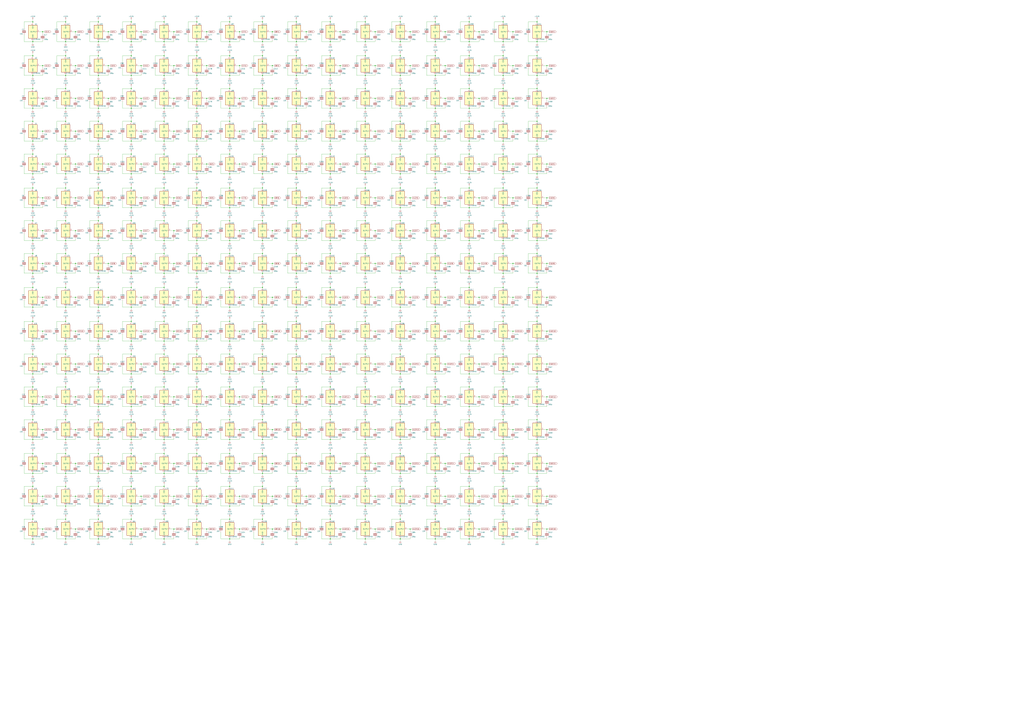
<source format=kicad_sch>
(kicad_sch (version 20211123) (generator eeschema)
  (paper "A0")
  (junction (at 152.4 510.54))
  (junction (at 344.17 373.38))
  (junction (at 190.5 373.38))
  (junction (at 424.18 317.5))
  (junction (at 516.89 422.91))
  (junction (at 584.2 179.07))
  (junction (at 464.82 449.58))
  (junction (at 240.03 422.91))
  (junction (at 125.73 499.11))
  (junction (at 240.03 614.68))
  (junction (at 556.26 76.2))
  (junction (at 476.25 576.58))
  (junction (at 76.2 87.63))
  (junction (at 505.46 356.87))
  (junction (at 584.2 434.34))
  (junction (at 304.8 163.83))
  (junction (at 304.8 356.87))
  (junction (at 383.54 256.54))
  (junction (at 304.8 218.44))
  (junction (at 38.1 163.83))
  (junction (at 125.73 384.81))
  (junction (at 304.8 201.93))
  (junction (at 152.4 279.4))
  (junction (at 635 538.48))
  (junction (at 190.5 125.73))
  (junction (at 424.18 472.44))
  (junction (at 464.82 125.73))
  (junction (at 201.93 229.87))
  (junction (at 424.18 549.91))
  (junction (at 190.5 201.93))
  (junction (at 595.63 190.5))
  (junction (at 623.57 434.34))
  (junction (at 87.63 114.3))
  (junction (at 544.83 588.01))
  (junction (at 464.82 48.26))
  (junction (at 516.89 538.48))
  (junction (at 464.82 102.87))
  (junction (at 424.18 603.25))
  (junction (at 152.4 241.3))
  (junction (at 435.61 36.83))
  (junction (at 556.26 576.58))
  (junction (at 228.6 434.34))
  (junction (at 344.17 140.97))
  (junction (at 394.97 384.81))
  (junction (at 163.83 576.58))
  (junction (at 163.83 499.11))
  (junction (at 266.7 201.93))
  (junction (at 316.23 461.01))
  (junction (at 76.2 125.73))
  (junction (at 76.2 241.3))
  (junction (at 266.7 626.11))
  (junction (at 76.2 48.26))
  (junction (at 344.17 25.4))
  (junction (at 163.83 76.2))
  (junction (at 383.54 125.73))
  (junction (at 544.83 218.44))
  (junction (at 556.26 538.48))
  (junction (at 635 306.07))
  (junction (at 316.23 76.2))
  (junction (at 304.8 449.58))
  (junction (at 623.57 356.87))
  (junction (at 635 229.87))
  (junction (at 38.1 449.58))
  (junction (at 201.93 190.5))
  (junction (at 595.63 384.81))
  (junction (at 201.93 36.83))
  (junction (at 635 345.44))
  (junction (at 344.17 256.54))
  (junction (at 38.1 179.07))
  (junction (at 316.23 422.91))
  (junction (at 394.97 267.97))
  (junction (at 76.2 510.54))
  (junction (at 76.2 179.07))
  (junction (at 344.17 565.15))
  (junction (at 266.7 549.91))
  (junction (at 584.2 279.4))
  (junction (at 544.83 163.83))
  (junction (at 152.4 64.77))
  (junction (at 278.13 267.97))
  (junction (at 114.3 588.01))
  (junction (at 516.89 114.3))
  (junction (at 623.57 334.01))
  (junction (at 635 114.3))
  (junction (at 464.82 411.48))
  (junction (at 355.6 538.48))
  (junction (at 228.6 626.11))
  (junction (at 516.89 76.2))
  (junction (at 114.3 64.77))
  (junction (at 544.83 411.48))
  (junction (at 316.23 114.3))
  (junction (at 464.82 472.44))
  (junction (at 152.4 102.87))
  (junction (at 76.2 294.64))
  (junction (at 228.6 102.87))
  (junction (at 464.82 294.64))
  (junction (at 266.7 565.15))
  (junction (at 152.4 472.44))
  (junction (at 394.97 306.07))
  (junction (at 424.18 218.44))
  (junction (at 635 422.91))
  (junction (at 424.18 201.93))
  (junction (at 125.73 152.4))
  (junction (at 49.53 76.2))
  (junction (at 355.6 114.3))
  (junction (at 278.13 422.91))
  (junction (at 152.4 626.11))
  (junction (at 383.54 373.38))
  (junction (at 228.6 294.64))
  (junction (at 516.89 345.44))
  (junction (at 125.73 461.01))
  (junction (at 383.54 64.77))
  (junction (at 544.83 241.3))
  (junction (at 266.7 256.54))
  (junction (at 544.83 396.24))
  (junction (at 38.1 102.87))
  (junction (at 152.4 396.24))
  (junction (at 304.8 87.63))
  (junction (at 304.8 25.4))
  (junction (at 114.3 256.54))
  (junction (at 623.57 179.07))
  (junction (at 38.1 510.54))
  (junction (at 623.57 626.11))
  (junction (at 201.93 461.01))
  (junction (at 556.26 614.68))
  (junction (at 316.23 614.68))
  (junction (at 584.2 317.5))
  (junction (at 114.3 626.11))
  (junction (at 228.6 356.87))
  (junction (at 266.7 396.24))
  (junction (at 201.93 384.81))
  (junction (at 505.46 218.44))
  (junction (at 190.5 256.54))
  (junction (at 544.83 356.87))
  (junction (at 87.63 229.87))
  (junction (at 228.6 87.63))
  (junction (at 424.18 565.15))
  (junction (at 87.63 36.83))
  (junction (at 505.46 179.07))
  (junction (at 464.82 603.25))
  (junction (at 544.83 201.93))
  (junction (at 190.5 434.34))
  (junction (at 556.26 267.97))
  (junction (at 304.8 140.97))
  (junction (at 355.6 76.2))
  (junction (at 556.26 461.01))
  (junction (at 383.54 163.83))
  (junction (at 190.5 510.54))
  (junction (at 163.83 422.91))
  (junction (at 635 76.2))
  (junction (at 38.1 434.34))
  (junction (at 394.97 538.48))
  (junction (at 190.5 472.44))
  (junction (at 38.1 549.91))
  (junction (at 76.2 565.15))
  (junction (at 623.57 603.25))
  (junction (at 544.83 64.77))
  (junction (at 435.61 538.48))
  (junction (at 464.82 201.93))
  (junction (at 76.2 218.44))
  (junction (at 383.54 241.3))
  (junction (at 505.46 201.93))
  (junction (at 623.57 201.93))
  (junction (at 344.17 396.24))
  (junction (at 266.7 449.58))
  (junction (at 623.57 317.5))
  (junction (at 240.03 267.97))
  (junction (at 278.13 114.3))
  (junction (at 544.83 279.4))
  (junction (at 424.18 102.87))
  (junction (at 464.82 434.34))
  (junction (at 584.2 527.05))
  (junction (at 266.7 102.87))
  (junction (at 635 576.58))
  (junction (at 228.6 373.38))
  (junction (at 544.83 256.54))
  (junction (at 228.6 472.44))
  (junction (at 556.26 114.3))
  (junction (at 49.53 190.5))
  (junction (at 623.57 25.4))
  (junction (at 278.13 499.11))
  (junction (at 87.63 461.01))
  (junction (at 424.18 487.68))
  (junction (at 464.82 179.07))
  (junction (at 394.97 190.5))
  (junction (at 464.82 163.83))
  (junction (at 544.83 334.01))
  (junction (at 344.17 87.63))
  (junction (at 505.46 565.15))
  (junction (at 623.57 256.54))
  (junction (at 278.13 345.44))
  (junction (at 316.23 36.83))
  (junction (at 476.25 306.07))
  (junction (at 516.89 229.87))
  (junction (at 344.17 64.77))
  (junction (at 383.54 201.93))
  (junction (at 190.5 102.87))
  (junction (at 76.2 64.77))
  (junction (at 316.23 345.44))
  (junction (at 383.54 449.58))
  (junction (at 383.54 294.64))
  (junction (at 344.17 334.01))
  (junction (at 304.8 125.73))
  (junction (at 114.3 603.25))
  (junction (at 190.5 87.63))
  (junction (at 635 499.11))
  (junction (at 595.63 538.48))
  (junction (at 394.97 499.11))
  (junction (at 114.3 487.68))
  (junction (at 228.6 125.73))
  (junction (at 38.1 64.77))
  (junction (at 544.83 102.87))
  (junction (at 201.93 614.68))
  (junction (at 623.57 218.44))
  (junction (at 383.54 527.05))
  (junction (at 383.54 411.48))
  (junction (at 424.18 64.77))
  (junction (at 76.2 140.97))
  (junction (at 623.57 510.54))
  (junction (at 228.6 163.83))
  (junction (at 464.82 356.87))
  (junction (at 87.63 422.91))
  (junction (at 266.7 87.63))
  (junction (at 38.1 317.5))
  (junction (at 544.83 140.97))
  (junction (at 544.83 487.68))
  (junction (at 266.7 163.83))
  (junction (at 190.5 334.01))
  (junction (at 38.1 356.87))
  (junction (at 544.83 527.05))
  (junction (at 584.2 565.15))
  (junction (at 266.7 179.07))
  (junction (at 584.2 487.68))
  (junction (at 584.2 549.91))
  (junction (at 76.2 279.4))
  (junction (at 201.93 576.58))
  (junction (at 544.83 317.5))
  (junction (at 544.83 125.73))
  (junction (at 464.82 218.44))
  (junction (at 635 384.81))
  (junction (at 304.8 279.4))
  (junction (at 304.8 565.15))
  (junction (at 623.57 396.24))
  (junction (at 304.8 434.34))
  (junction (at 190.5 549.91))
  (junction (at 228.6 449.58))
  (junction (at 266.7 373.38))
  (junction (at 76.2 256.54))
  (junction (at 304.8 527.05))
  (junction (at 76.2 527.05))
  (junction (at 201.93 345.44))
  (junction (at 584.2 25.4))
  (junction (at 383.54 603.25))
  (junction (at 163.83 190.5))
  (junction (at 584.2 334.01))
  (junction (at 76.2 356.87))
  (junction (at 152.4 218.44))
  (junction (at 355.6 267.97))
  (junction (at 38.1 294.64))
  (junction (at 544.83 179.07))
  (junction (at 584.2 588.01))
  (junction (at 383.54 588.01))
  (junction (at 114.3 241.3))
  (junction (at 424.18 356.87))
  (junction (at 623.57 48.26))
  (junction (at 464.82 510.54))
  (junction (at 635 152.4))
  (junction (at 435.61 190.5))
  (junction (at 38.1 25.4))
  (junction (at 344.17 588.01))
  (junction (at 125.73 538.48))
  (junction (at 383.54 87.63))
  (junction (at 114.3 565.15))
  (junction (at 383.54 356.87))
  (junction (at 49.53 422.91))
  (junction (at 190.5 218.44))
  (junction (at 278.13 152.4))
  (junction (at 266.7 294.64))
  (junction (at 383.54 396.24))
  (junction (at 278.13 538.48))
  (junction (at 87.63 614.68))
  (junction (at 190.5 527.05))
  (junction (at 424.18 279.4))
  (junction (at 278.13 36.83))
  (junction (at 344.17 125.73))
  (junction (at 190.5 25.4))
  (junction (at 228.6 48.26))
  (junction (at 595.63 306.07))
  (junction (at 584.2 472.44))
  (junction (at 424.18 179.07))
  (junction (at 435.61 384.81))
  (junction (at 76.2 487.68))
  (junction (at 228.6 334.01))
  (junction (at 584.2 356.87))
  (junction (at 505.46 294.64))
  (junction (at 623.57 163.83))
  (junction (at 544.83 549.91))
  (junction (at 424.18 334.01))
  (junction (at 152.4 549.91))
  (junction (at 394.97 36.83))
  (junction (at 584.2 373.38))
  (junction (at 435.61 76.2))
  (junction (at 424.18 510.54))
  (junction (at 228.6 64.77))
  (junction (at 544.83 510.54))
  (junction (at 114.3 87.63))
  (junction (at 635 614.68))
  (junction (at 114.3 411.48))
  (junction (at 424.18 449.58))
  (junction (at 505.46 487.68))
  (junction (at 464.82 334.01))
  (junction (at 556.26 152.4))
  (junction (at 476.25 499.11))
  (junction (at 190.5 396.24))
  (junction (at 38.1 396.24))
  (junction (at 344.17 434.34))
  (junction (at 516.89 152.4))
  (junction (at 476.25 345.44))
  (junction (at 278.13 461.01))
  (junction (at 190.5 48.26))
  (junction (at 635 36.83))
  (junction (at 304.8 411.48))
  (junction (at 344.17 411.48))
  (junction (at 152.4 87.63))
  (junction (at 383.54 549.91))
  (junction (at 76.2 102.87))
  (junction (at 623.57 487.68))
  (junction (at 76.2 449.58))
  (junction (at 266.7 241.3))
  (junction (at 38.1 487.68))
  (junction (at 635 190.5))
  (junction (at 87.63 384.81))
  (junction (at 87.63 576.58))
  (junction (at 49.53 538.48))
  (junction (at 516.89 384.81))
  (junction (at 76.2 201.93))
  (junction (at 424.18 48.26))
  (junction (at 316.23 190.5))
  (junction (at 464.82 64.77))
  (junction (at 476.25 422.91))
  (junction (at 424.18 527.05))
  (junction (at 266.7 125.73))
  (junction (at 304.8 48.26))
  (junction (at 278.13 190.5))
  (junction (at 38.1 256.54))
  (junction (at 344.17 487.68))
  (junction (at 163.83 152.4))
  (junction (at 476.25 190.5))
  (junction (at 38.1 140.97))
  (junction (at 595.63 152.4))
  (junction (at 584.2 241.3))
  (junction (at 163.83 614.68))
  (junction (at 316.23 384.81))
  (junction (at 278.13 306.07))
  (junction (at 316.23 306.07))
  (junction (at 163.83 461.01))
  (junction (at 556.26 190.5))
  (junction (at 476.25 267.97))
  (junction (at 464.82 396.24))
  (junction (at 240.03 461.01))
  (junction (at 623.57 527.05))
  (junction (at 228.6 487.68))
  (junction (at 595.63 422.91))
  (junction (at 114.3 317.5))
  (junction (at 435.61 306.07))
  (junction (at 266.7 64.77))
  (junction (at 114.3 279.4))
  (junction (at 355.6 190.5))
  (junction (at 152.4 201.93))
  (junction (at 476.25 384.81))
  (junction (at 316.23 538.48))
  (junction (at 476.25 461.01))
  (junction (at 464.82 373.38))
  (junction (at 240.03 384.81))
  (junction (at 266.7 218.44))
  (junction (at 435.61 267.97))
  (junction (at 114.3 218.44))
  (junction (at 201.93 538.48))
  (junction (at 228.6 25.4))
  (junction (at 584.2 603.25))
  (junction (at 163.83 384.81))
  (junction (at 584.2 125.73))
  (junction (at 190.5 626.11))
  (junction (at 595.63 114.3))
  (junction (at 476.25 538.48))
  (junction (at 435.61 114.3))
  (junction (at 114.3 201.93))
  (junction (at 201.93 267.97))
  (junction (at 505.46 125.73))
  (junction (at 152.4 588.01))
  (junction (at 584.2 64.77))
  (junction (at 584.2 87.63))
  (junction (at 201.93 114.3))
  (junction (at 435.61 576.58))
  (junction (at 383.54 434.34))
  (junction (at 125.73 267.97))
  (junction (at 114.3 510.54))
  (junction (at 114.3 334.01))
  (junction (at 394.97 229.87))
  (junction (at 76.2 434.34))
  (junction (at 344.17 549.91))
  (junction (at 505.46 163.83))
  (junction (at 394.97 152.4))
  (junction (at 464.82 549.91))
  (junction (at 344.17 510.54))
  (junction (at 114.3 179.07))
  (junction (at 49.53 229.87))
  (junction (at 383.54 472.44))
  (junction (at 125.73 614.68))
  (junction (at 190.5 241.3))
  (junction (at 584.2 449.58))
  (junction (at 152.4 163.83))
  (junction (at 240.03 306.07))
  (junction (at 623.57 449.58))
  (junction (at 190.5 588.01))
  (junction (at 544.83 87.63))
  (junction (at 544.83 449.58))
  (junction (at 544.83 25.4))
  (junction (at 344.17 294.64))
  (junction (at 49.53 576.58))
  (junction (at 201.93 499.11))
  (junction (at 505.46 102.87))
  (junction (at 394.97 345.44))
  (junction (at 556.26 36.83))
  (junction (at 76.2 626.11))
  (junction (at 595.63 461.01))
  (junction (at 584.2 201.93))
  (junction (at 505.46 25.4))
  (junction (at 266.7 25.4))
  (junction (at 316.23 229.87))
  (junction (at 266.7 334.01))
  (junction (at 344.17 201.93))
  (junction (at 114.3 356.87))
  (junction (at 278.13 76.2))
  (junction (at 505.46 241.3))
  (junction (at 544.83 472.44))
  (junction (at 152.4 317.5))
  (junction (at 240.03 36.83))
  (junction (at 424.18 163.83))
  (junction (at 435.61 229.87))
  (junction (at 464.82 626.11))
  (junction (at 516.89 614.68))
  (junction (at 584.2 510.54))
  (junction (at 635 461.01))
  (junction (at 623.57 102.87))
  (junction (at 87.63 76.2))
  (junction (at 114.3 396.24))
  (junction (at 584.2 140.97))
  (junction (at 516.89 306.07))
  (junction (at 623.57 373.38))
  (junction (at 163.83 229.87))
  (junction (at 152.4 449.58))
  (junction (at 516.89 267.97))
  (junction (at 49.53 461.01))
  (junction (at 87.63 152.4))
  (junction (at 476.25 229.87))
  (junction (at 623.57 279.4))
  (junction (at 201.93 152.4))
  (junction (at 190.5 64.77))
  (junction (at 163.83 345.44))
  (junction (at 152.4 140.97))
  (junction (at 228.6 549.91))
  (junction (at 383.54 102.87))
  (junction (at 424.18 626.11))
  (junction (at 228.6 396.24))
  (junction (at 304.8 472.44))
  (junction (at 38.1 565.15))
  (junction (at 49.53 345.44))
  (junction (at 383.54 25.4))
  (junction (at 38.1 279.4))
  (junction (at 595.63 36.83))
  (junction (at 114.3 25.4))
  (junction (at 344.17 626.11))
  (junction (at 383.54 510.54))
  (junction (at 394.97 114.3))
  (junction (at 38.1 626.11))
  (junction (at 152.4 48.26))
  (junction (at 424.18 25.4))
  (junction (at 623.57 565.15))
  (junction (at 76.2 25.4))
  (junction (at 584.2 163.83))
  (junction (at 505.46 140.97))
  (junction (at 304.8 396.24))
  (junction (at 505.46 603.25))
  (junction (at 635 267.97))
  (junction (at 266.7 279.4))
  (junction (at 355.6 461.01))
  (junction (at 355.6 614.68))
  (junction (at 505.46 373.38))
  (junction (at 152.4 487.68))
  (junction (at 125.73 345.44))
  (junction (at 623.57 125.73))
  (junction (at 228.6 411.48))
  (junction (at 266.7 356.87))
  (junction (at 152.4 356.87))
  (junction (at 505.46 396.24))
  (junction (at 383.54 334.01))
  (junction (at 304.8 294.64))
  (junction (at 394.97 614.68))
  (junction (at 190.5 603.25))
  (junction (at 76.2 603.25))
  (junction (at 344.17 317.5))
  (junction (at 266.7 510.54))
  (junction (at 505.46 472.44))
  (junction (at 556.26 499.11))
  (junction (at 278.13 229.87))
  (junction (at 76.2 588.01))
  (junction (at 266.7 603.25))
  (junction (at 125.73 422.91))
  (junction (at 125.73 306.07))
  (junction (at 394.97 422.91))
  (junction (at 76.2 373.38))
  (junction (at 152.4 256.54))
  (junction (at 584.2 626.11))
  (junction (at 87.63 345.44))
  (junction (at 240.03 114.3))
  (junction (at 278.13 614.68))
  (junction (at 49.53 36.83))
  (junction (at 623.57 294.64))
  (junction (at 304.8 102.87))
  (junction (at 424.18 241.3))
  (junction (at 344.17 218.44))
  (junction (at 505.46 434.34))
  (junction (at 344.17 163.83))
  (junction (at 190.5 179.07))
  (junction (at 556.26 384.81))
  (junction (at 38.1 48.26))
  (junction (at 240.03 76.2))
  (junction (at 240.03 538.48))
  (junction (at 228.6 603.25))
  (junction (at 152.4 373.38))
  (junction (at 383.54 565.15))
  (junction (at 355.6 306.07))
  (junction (at 595.63 345.44))
  (junction (at 464.82 87.63))
  (junction (at 190.5 449.58))
  (junction (at 87.63 267.97))
  (junction (at 304.8 549.91))
  (junction (at 38.1 527.05))
  (junction (at 304.8 487.68))
  (junction (at 505.46 527.05))
  (junction (at 505.46 334.01))
  (junction (at 304.8 626.11))
  (junction (at 304.8 373.38))
  (junction (at 476.25 36.83))
  (junction (at 623.57 472.44))
  (junction (at 424.18 396.24))
  (junction (at 266.7 140.97))
  (junction (at 266.7 317.5))
  (junction (at 152.4 527.05))
  (junction (at 228.6 179.07))
  (junction (at 344.17 472.44))
  (junction (at 344.17 279.4))
  (junction (at 383.54 487.68))
  (junction (at 435.61 152.4))
  (junction (at 114.3 527.05))
  (junction (at 424.18 140.97))
  (junction (at 344.17 241.3))
  (junction (at 464.82 317.5))
  (junction (at 304.8 588.01))
  (junction (at 201.93 422.91))
  (junction (at 424.18 434.34))
  (junction (at 623.57 411.48))
  (junction (at 38.1 87.63))
  (junction (at 152.4 434.34))
  (junction (at 190.5 356.87))
  (junction (at 201.93 76.2))
  (junction (at 114.3 449.58))
  (junction (at 228.6 510.54))
  (junction (at 435.61 461.01))
  (junction (at 152.4 334.01))
  (junction (at 163.83 267.97))
  (junction (at 623.57 549.91))
  (junction (at 584.2 102.87))
  (junction (at 516.89 36.83))
  (junction (at 424.18 411.48))
  (junction (at 49.53 306.07))
  (junction (at 464.82 487.68))
  (junction (at 505.46 588.01))
  (junction (at 344.17 48.26))
  (junction (at 476.25 614.68))
  (junction (at 163.83 114.3))
  (junction (at 152.4 179.07))
  (junction (at 344.17 449.58))
  (junction (at 383.54 140.97))
  (junction (at 76.2 472.44))
  (junction (at 228.6 565.15))
  (junction (at 316.23 267.97))
  (junction (at 240.03 576.58))
  (junction (at 344.17 527.05))
  (junction (at 355.6 384.81))
  (junction (at 476.25 152.4))
  (junction (at 114.3 125.73))
  (junction (at 584.2 411.48))
  (junction (at 383.54 279.4))
  (junction (at 595.63 267.97))
  (junction (at 623.57 140.97))
  (junction (at 49.53 152.4))
  (junction (at 623.57 241.3))
  (junction (at 464.82 140.97))
  (junction (at 125.73 229.87))
  (junction (at 266.7 487.68))
  (junction (at 163.83 36.83))
  (junction (at 383.54 626.11))
  (junction (at 190.5 279.4))
  (junction (at 114.3 472.44))
  (junction (at 344.17 179.07))
  (junction (at 190.5 487.68))
  (junction (at 394.97 576.58))
  (junction (at 383.54 48.26))
  (junction (at 464.82 588.01))
  (junction (at 125.73 190.5))
  (junction (at 240.03 190.5))
  (junction (at 464.82 565.15))
  (junction (at 266.7 434.34))
  (junction (at 190.5 140.97))
  (junction (at 228.6 279.4))
  (junction (at 114.3 294.64))
  (junction (at 595.63 229.87))
  (junction (at 76.2 163.83))
  (junction (at 49.53 614.68))
  (junction (at 505.46 549.91))
  (junction (at 114.3 140.97))
  (junction (at 383.54 179.07))
  (junction (at 76.2 549.91))
  (junction (at 163.83 306.07))
  (junction (at 228.6 140.97))
  (junction (at 544.83 48.26))
  (junction (at 152.4 125.73))
  (junction (at 623.57 588.01))
  (junction (at 556.26 306.07))
  (junction (at 190.5 411.48))
  (junction (at 544.83 373.38))
  (junction (at 464.82 25.4))
  (junction (at 278.13 384.81))
  (junction (at 464.82 279.4))
  (junction (at 87.63 499.11))
  (junction (at 464.82 527.05))
  (junction (at 505.46 626.11))
  (junction (at 355.6 229.87))
  (junction (at 516.89 576.58))
  (junction (at 125.73 36.83))
  (junction (at 505.46 64.77))
  (junction (at 584.2 256.54))
  (junction (at 190.5 163.83))
  (junction (at 114.3 549.91))
  (junction (at 394.97 461.01))
  (junction (at 76.2 411.48))
  (junction (at 556.26 422.91))
  (junction (at 38.1 334.01))
  (junction (at 623.57 87.63))
  (junction (at 125.73 576.58))
  (junction (at 87.63 306.07))
  (junction (at 505.46 256.54))
  (junction (at 316.23 499.11))
  (junction (at 38.1 411.48))
  (junction (at 38.1 603.25))
  (junction (at 114.3 102.87))
  (junction (at 228.6 527.05))
  (junction (at 152.4 411.48))
  (junction (at 76.2 396.24))
  (junction (at 595.63 576.58))
  (junction (at 355.6 576.58))
  (junction (at 228.6 201.93))
  (junction (at 76.2 334.01))
  (junction (at 114.3 163.83))
  (junction (at 304.8 510.54))
  (junction (at 152.4 603.25))
  (junction (at 505.46 279.4))
  (junction (at 114.3 434.34))
  (junction (at 240.03 499.11))
  (junction (at 304.8 256.54))
  (junction (at 424.18 125.73))
  (junction (at 278.13 576.58))
  (junction (at 424.18 256.54))
  (junction (at 38.1 373.38))
  (junction (at 316.23 152.4))
  (junction (at 344.17 603.25))
  (junction (at 38.1 588.01))
  (junction (at 240.03 152.4))
  (junction (at 544.83 294.64))
  (junction (at 424.18 588.01))
  (junction (at 304.8 64.77))
  (junction (at 87.63 190.5))
  (junction (at 584.2 396.24))
  (junction (at 435.61 499.11))
  (junction (at 201.93 306.07))
  (junction (at 125.73 76.2))
  (junction (at 476.25 114.3))
  (junction (at 38.1 201.93))
  (junction (at 584.2 294.64))
  (junction (at 556.26 229.87))
  (junction (at 240.03 345.44))
  (junction (at 316.23 576.58))
  (junction (at 424.18 87.63))
  (junction (at 584.2 218.44))
  (junction (at 266.7 472.44))
  (junction (at 556.26 345.44))
  (junction (at 505.46 87.63))
  (junction (at 163.83 538.48))
  (junction (at 240.03 229.87))
  (junction (at 266.7 588.01))
  (junction (at 355.6 152.4))
  (junction (at 544.83 434.34))
  (junction (at 228.6 218.44))
  (junction (at 304.8 603.25))
  (junction (at 344.17 356.87))
  (junction (at 344.17 102.87))
  (junction (at 355.6 422.91))
  (junction (at 505.46 48.26))
  (junction (at 516.89 190.5))
  (junction (at 228.6 317.5))
  (junction (at 125.73 114.3))
  (junction (at 228.6 256.54))
  (junction (at 595.63 614.68))
  (junction (at 435.61 614.68))
  (junction (at 464.82 241.3))
  (junction (at 355.6 499.11))
  (junction (at 424.18 373.38))
  (junction (at 595.63 499.11))
  (junction (at 38.1 472.44))
  (junction (at 266.7 48.26))
  (junction (at 152.4 565.15))
  (junction (at 304.8 317.5))
  (junction (at 114.3 373.38))
  (junction (at 544.83 626.11))
  (junction (at 544.83 603.25))
  (junction (at 355.6 36.83))
  (junction (at 190.5 565.15))
  (junction (at 38.1 125.73))
  (junction (at 266.7 527.05))
  (junction (at 38.1 241.3))
  (junction (at 595.63 76.2))
  (junction (at 304.8 334.01))
  (junction (at 114.3 48.26))
  (junction (at 505.46 510.54))
  (junction (at 152.4 294.64))
  (junction (at 516.89 461.01))
  (junction (at 228.6 241.3))
  (junction (at 355.6 345.44))
  (junction (at 152.4 25.4))
  (junction (at 383.54 317.5))
  (junction (at 190.5 294.64))
  (junction (at 190.5 317.5))
  (junction (at 49.53 267.97))
  (junction (at 49.53 384.81))
  (junction (at 87.63 538.48))
  (junction (at 435.61 345.44))
  (junction (at 266.7 411.48))
  (junction (at 424.18 294.64))
  (junction (at 464.82 256.54))
  (junction (at 505.46 449.58))
  (junction (at 228.6 588.01))
  (junction (at 505.46 317.5))
  (junction (at 623.57 64.77))
  (junction (at 76.2 317.5))
  (junction (at 505.46 411.48))
  (junction (at 435.61 422.91))
  (junction (at 544.83 565.15))
  (junction (at 383.54 218.44))
  (junction (at 49.53 114.3))
  (junction (at 304.8 241.3))
  (junction (at 304.8 179.07))
  (junction (at 394.97 76.2))
  (junction (at 38.1 218.44))
  (junction (at 516.89 499.11))
  (junction (at 49.53 499.11))
  (junction (at 584.2 48.26))
  (junction (at 476.25 76.2))
  (wire (pts (xy 114.3 102.87) (xy 104.14 102.87)))
  (wire (pts (xy 424.18 603.25) (xy 414.02 603.25)))
  (wire (pts (xy 344.17 434.34) (xy 344.17 436.88)))
  (wire (pts (xy 228.6 449.58) (xy 228.6 450.85)))
  (wire (pts (xy 163.83 124.46) (xy 163.83 125.73)))
  (wire (pts (xy 464.82 48.26) (xy 464.82 50.8)))
  (wire (pts (xy 27.94 603.25) (xy 27.94 610.87)))
  (wire (pts (xy 464.82 138.43) (xy 464.82 140.97)))
  (wire (pts (xy 38.1 163.83) (xy 38.1 166.37)))
  (wire (pts (xy 464.82 396.24) (xy 464.82 394.97)))
  (wire (pts (xy 163.83 509.27) (xy 163.83 510.54)))
  (wire (pts (xy 266.7 201.93) (xy 266.7 204.47)))
  (wire (pts (xy 351.79 576.58) (xy 355.6 576.58)))
  (wire (pts (xy 45.72 538.48) (xy 49.53 538.48)))
  (wire (pts (xy 394.97 229.87) (xy 394.97 232.41)))
  (wire (pts (xy 266.7 48.26) (xy 266.7 50.8)))
  (wire (pts (xy 228.6 218.44) (xy 218.44 218.44)))
  (wire (pts (xy 383.54 487.68) (xy 383.54 488.95)))
  (wire (pts (xy 76.2 140.97) (xy 66.04 140.97)))
  (wire (pts (xy 534.67 472.44) (xy 544.83 472.44)))
  (wire (pts (xy 373.38 256.54) (xy 373.38 264.16)))
  (wire (pts (xy 534.67 334.01) (xy 534.67 341.63)))
  (wire (pts (xy 476.25 586.74) (xy 476.25 588.01)))
  (wire (pts (xy 49.53 316.23) (xy 49.53 317.5)))
  (wire (pts (xy 38.1 549.91) (xy 38.1 552.45)))
  (wire (pts (xy 355.6 471.17) (xy 355.6 472.44)))
  (wire (pts (xy 383.54 334.01) (xy 373.38 334.01)))
  (wire (pts (xy 584.2 565.15) (xy 584.2 566.42)))
  (wire (pts (xy 266.7 48.26) (xy 266.7 46.99)))
  (wire (pts (xy 27.94 487.68) (xy 27.94 495.3)))
  (wire (pts (xy 256.54 80.01) (xy 256.54 87.63)))
  (wire (pts (xy 256.54 309.88) (xy 256.54 317.5)))
  (wire (pts (xy 198.12 114.3) (xy 201.93 114.3)))
  (wire (pts (xy 27.94 527.05) (xy 27.94 534.67)))
  (wire (pts (xy 495.3 502.92) (xy 495.3 510.54)))
  (wire (pts (xy 623.57 292.1) (xy 623.57 294.64)))
  (wire (pts (xy 556.26 163.83) (xy 544.83 163.83)))
  (wire (pts (xy 394.97 278.13) (xy 394.97 279.4)))
  (wire (pts (xy 114.3 411.48) (xy 114.3 412.75)))
  (wire (pts (xy 125.73 279.4) (xy 114.3 279.4)))
  (wire (pts (xy 104.14 626.11) (xy 114.3 626.11)))
  (wire (pts (xy 38.1 256.54) (xy 27.94 256.54)))
  (wire (pts (xy 383.54 411.48) (xy 383.54 412.75)))
  (wire (pts (xy 435.61 509.27) (xy 435.61 510.54)))
  (wire (pts (xy 228.6 256.54) (xy 228.6 257.81)))
  (wire (pts (xy 595.63 422.91) (xy 595.63 425.45)))
  (wire (pts (xy 556.26 46.99) (xy 556.26 48.26)))
  (wire (pts (xy 27.94 156.21) (xy 27.94 163.83)))
  (wire (pts (xy 505.46 356.87) (xy 505.46 359.41)))
  (wire (pts (xy 464.82 163.83) (xy 464.82 162.56)))
  (wire (pts (xy 27.94 388.62) (xy 27.94 396.24)))
  (wire (pts (xy 38.1 524.51) (xy 38.1 527.05)))
  (wire (pts (xy 104.14 565.15) (xy 104.14 572.77)))
  (wire (pts (xy 27.94 279.4) (xy 38.1 279.4)))
  (wire (pts (xy 584.2 62.23) (xy 584.2 64.77)))
  (wire (pts (xy 49.53 36.83) (xy 52.07 36.83)))
  (wire (pts (xy 49.53 200.66) (xy 49.53 201.93)))
  (wire (pts (xy 201.93 76.2) (xy 201.93 78.74)))
  (wire (pts (xy 228.6 125.73) (xy 228.6 124.46)))
  (wire (pts (xy 266.7 62.23) (xy 266.7 64.77)))
  (wire (pts (xy 595.63 538.48) (xy 595.63 541.02)))
  (wire (pts (xy 516.89 509.27) (xy 516.89 510.54)))
  (wire (pts (xy 142.24 588.01) (xy 152.4 588.01)))
  (wire (pts (xy 383.54 527.05) (xy 373.38 527.05)))
  (wire (pts (xy 595.63 36.83) (xy 595.63 39.37)))
  (wire (pts (xy 424.18 434.34) (xy 424.18 436.88)))
  (wire (pts (xy 505.46 317.5) (xy 505.46 320.04)))
  (wire (pts (xy 424.18 472.44) (xy 424.18 471.17)))
  (wire (pts (xy 516.89 190.5) (xy 519.43 190.5)))
  (wire (pts (xy 544.83 411.48) (xy 544.83 412.75)))
  (wire (pts (xy 383.54 163.83) (xy 383.54 162.56)))
  (wire (pts (xy 152.4 317.5) (xy 152.4 316.23)))
  (wire (pts (xy 464.82 334.01) (xy 464.82 335.28)))
  (wire (pts (xy 516.89 396.24) (xy 505.46 396.24)))
  (wire (pts (xy 114.3 279.4) (xy 114.3 278.13)))
  (wire (pts (xy 552.45 422.91) (xy 556.26 422.91)))
  (wire (pts (xy 631.19 538.48) (xy 635 538.48)))
  (wire (pts (xy 142.24 118.11) (xy 142.24 125.73)))
  (wire (pts (xy 201.93 538.48) (xy 204.47 538.48)))
  (wire (pts (xy 505.46 447.04) (xy 505.46 449.58)))
  (wire (pts (xy 38.1 279.4) (xy 38.1 281.94)))
  (wire (pts (xy 294.64 25.4) (xy 294.64 33.02)))
  (wire (pts (xy 373.38 294.64) (xy 373.38 302.26)))
  (wire (pts (xy 38.1 447.04) (xy 38.1 449.58)))
  (wire (pts (xy 266.7 603.25) (xy 256.54 603.25)))
  (wire (pts (xy 464.82 588.01) (xy 464.82 590.55)))
  (wire (pts (xy 595.63 355.6) (xy 595.63 356.87)))
  (wire (pts (xy 180.34 356.87) (xy 190.5 356.87)))
  (wire (pts (xy 266.7 449.58) (xy 266.7 450.85)))
  (wire (pts (xy 394.97 472.44) (xy 383.54 472.44)))
  (wire (pts (xy 391.16 576.58) (xy 394.97 576.58)))
  (wire (pts (xy 236.22 422.91) (xy 240.03 422.91)))
  (wire (pts (xy 104.14 194.31) (xy 104.14 201.93)))
  (wire (pts (xy 394.97 125.73) (xy 383.54 125.73)))
  (wire (pts (xy 383.54 62.23) (xy 383.54 64.77)))
  (wire (pts (xy 104.14 40.64) (xy 104.14 48.26)))
  (wire (pts (xy 344.17 102.87) (xy 334.01 102.87)))
  (wire (pts (xy 623.57 102.87) (xy 623.57 104.14)))
  (wire (pts (xy 180.34 588.01) (xy 190.5 588.01)))
  (wire (pts (xy 454.66 502.92) (xy 454.66 510.54)))
  (wire (pts (xy 334.01 588.01) (xy 344.17 588.01)))
  (wire (pts (xy 152.4 87.63) (xy 152.4 90.17)))
  (wire (pts (xy 316.23 396.24) (xy 304.8 396.24)))
  (wire (pts (xy 201.93 306.07) (xy 204.47 306.07)))
  (wire (pts (xy 394.97 538.48) (xy 394.97 541.02)))
  (wire (pts (xy 201.93 509.27) (xy 201.93 510.54)))
  (wire (pts (xy 544.83 138.43) (xy 544.83 140.97)))
  (wire (pts (xy 355.6 240.03) (xy 355.6 241.3)))
  (wire (pts (xy 304.8 331.47) (xy 304.8 334.01)))
  (wire (pts (xy 152.4 603.25) (xy 152.4 604.52)))
  (wire (pts (xy 623.57 25.4) (xy 623.57 26.67)))
  (wire (pts (xy 266.7 549.91) (xy 266.7 552.45)))
  (wire (pts (xy 163.83 36.83) (xy 163.83 39.37)))
  (wire (pts (xy 312.42 267.97) (xy 316.23 267.97)))
  (wire (pts (xy 83.82 614.68) (xy 87.63 614.68)))
  (wire (pts (xy 304.8 600.71) (xy 304.8 603.25)))
  (wire (pts (xy 556.26 499.11) (xy 558.8 499.11)))
  (wire (pts (xy 125.73 538.48) (xy 125.73 541.02)))
  (wire (pts (xy 516.89 76.2) (xy 519.43 76.2)))
  (wire (pts (xy 344.17 562.61) (xy 344.17 565.15)))
  (wire (pts (xy 304.8 588.01) (xy 304.8 586.74)))
  (wire (pts (xy 584.2 600.71) (xy 584.2 603.25)))
  (wire (pts (xy 236.22 384.81) (xy 240.03 384.81)))
  (wire (pts (xy 76.2 64.77) (xy 66.04 64.77)))
  (wire (pts (xy 49.53 422.91) (xy 49.53 425.45)))
  (wire (pts (xy 304.8 48.26) (xy 304.8 46.99)))
  (wire (pts (xy 201.93 241.3) (xy 190.5 241.3)))
  (wire (pts (xy 316.23 509.27) (xy 316.23 510.54)))
  (wire (pts (xy 228.6 626.11) (xy 228.6 624.84)))
  (wire (pts (xy 240.03 162.56) (xy 240.03 163.83)))
  (wire (pts (xy 623.57 603.25) (xy 613.41 603.25)))
  (wire (pts (xy 574.04 80.01) (xy 574.04 87.63)))
  (wire (pts (xy 240.03 433.07) (xy 240.03 434.34)))
  (wire (pts (xy 556.26 576.58) (xy 556.26 579.12)))
  (wire (pts (xy 316.23 278.13) (xy 316.23 279.4)))
  (wire (pts (xy 228.6 562.61) (xy 228.6 565.15)))
  (wire (pts (xy 373.38 527.05) (xy 373.38 534.67)))
  (wire (pts (xy 351.79 229.87) (xy 355.6 229.87)))
  (wire (pts (xy 454.66 626.11) (xy 464.82 626.11)))
  (wire (pts (xy 373.38 317.5) (xy 383.54 317.5)))
  (wire (pts (xy 454.66 125.73) (xy 464.82 125.73)))
  (wire (pts (xy 142.24 156.21) (xy 142.24 163.83)))
  (wire (pts (xy 316.23 200.66) (xy 316.23 201.93)))
  (wire (pts (xy 513.08 499.11) (xy 516.89 499.11)))
  (wire (pts (xy 355.6 626.11) (xy 344.17 626.11)))
  (wire (pts (xy 635 576.58) (xy 635 579.12)))
  (wire (pts (xy 240.03 624.84) (xy 240.03 626.11)))
  (wire (pts (xy 114.3 102.87) (xy 114.3 104.14)))
  (wire (pts (xy 76.2 294.64) (xy 66.04 294.64)))
  (wire (pts (xy 278.13 162.56) (xy 278.13 163.83)))
  (wire (pts (xy 27.94 334.01) (xy 27.94 341.63)))
  (wire (pts (xy 505.46 215.9) (xy 505.46 218.44)))
  (wire (pts (xy 391.16 36.83) (xy 394.97 36.83)))
  (wire (pts (xy 125.73 461.01) (xy 128.27 461.01)))
  (wire (pts (xy 266.7 603.25) (xy 266.7 604.52)))
  (wire (pts (xy 344.17 524.51) (xy 344.17 527.05)))
  (wire (pts (xy 613.41 118.11) (xy 613.41 125.73)))
  (wire (pts (xy 142.24 472.44) (xy 152.4 472.44)))
  (wire (pts (xy 613.41 40.64) (xy 613.41 48.26)))
  (wire (pts (xy 454.66 163.83) (xy 464.82 163.83)))
  (wire (pts (xy 584.2 218.44) (xy 574.04 218.44)))
  (wire (pts (xy 38.1 434.34) (xy 38.1 436.88)))
  (wire (pts (xy 373.38 356.87) (xy 383.54 356.87)))
  (wire (pts (xy 351.79 267.97) (xy 355.6 267.97)))
  (wire (pts (xy 294.64 87.63) (xy 304.8 87.63)))
  (wire (pts (xy 454.66 64.77) (xy 454.66 72.39)))
  (wire (pts (xy 190.5 256.54) (xy 190.5 257.81)))
  (wire (pts (xy 635 152.4) (xy 637.54 152.4)))
  (wire (pts (xy 278.13 356.87) (xy 266.7 356.87)))
  (wire (pts (xy 190.5 201.93) (xy 190.5 200.66)))
  (wire (pts (xy 160.02 76.2) (xy 163.83 76.2)))
  (wire (pts (xy 414.02 449.58) (xy 414.02 457.2)))
  (wire (pts (xy 574.04 527.05) (xy 574.04 534.67)))
  (wire (pts (xy 114.3 603.25) (xy 114.3 604.52)))
  (wire (pts (xy 114.3 218.44) (xy 104.14 218.44)))
  (wire (pts (xy 476.25 509.27) (xy 476.25 510.54)))
  (wire (pts (xy 556.26 549.91) (xy 544.83 549.91)))
  (wire (pts (xy 534.67 487.68) (xy 534.67 495.3)))
  (wire (pts (xy 414.02 502.92) (xy 414.02 510.54)))
  (wire (pts (xy 180.34 603.25) (xy 180.34 610.87)))
  (wire (pts (xy 431.8 76.2) (xy 435.61 76.2)))
  (wire (pts (xy 114.3 64.77) (xy 114.3 66.04)))
  (wire (pts (xy 38.1 626.11) (xy 38.1 628.65)))
  (wire (pts (xy 631.19 461.01) (xy 635 461.01)))
  (wire (pts (xy 476.25 422.91) (xy 476.25 425.45)))
  (wire (pts (xy 38.1 603.25) (xy 27.94 603.25)))
  (wire (pts (xy 49.53 471.17) (xy 49.53 472.44)))
  (wire (pts (xy 49.53 624.84) (xy 49.53 626.11)))
  (wire (pts (xy 584.2 102.87) (xy 584.2 104.14)))
  (wire (pts (xy 228.6 565.15) (xy 228.6 566.42)))
  (wire (pts (xy 201.93 576.58) (xy 204.47 576.58)))
  (wire (pts (xy 623.57 334.01) (xy 623.57 335.28)))
  (wire (pts (xy 435.61 384.81) (xy 438.15 384.81)))
  (wire (pts (xy 505.46 603.25) (xy 495.3 603.25)))
  (wire (pts (xy 152.4 510.54) (xy 152.4 513.08)))
  (wire (pts (xy 613.41 411.48) (xy 613.41 419.1)))
  (wire (pts (xy 76.2 176.53) (xy 76.2 179.07)))
  (wire (pts (xy 591.82 345.44) (xy 595.63 345.44)))
  (wire (pts (xy 201.93 396.24) (xy 190.5 396.24)))
  (wire (pts (xy 464.82 25.4) (xy 464.82 26.67)))
  (wire (pts (xy 414.02 40.64) (xy 414.02 48.26)))
  (wire (pts (xy 631.19 499.11) (xy 635 499.11)))
  (wire (pts (xy 66.04 588.01) (xy 76.2 588.01)))
  (wire (pts (xy 294.64 309.88) (xy 294.64 317.5)))
  (wire (pts (xy 218.44 309.88) (xy 218.44 317.5)))
  (wire (pts (xy 613.41 156.21) (xy 613.41 163.83)))
  (wire (pts (xy 266.7 334.01) (xy 266.7 335.28)))
  (wire (pts (xy 534.67 241.3) (xy 544.83 241.3)))
  (wire (pts (xy 464.82 373.38) (xy 464.82 374.65)))
  (wire (pts (xy 218.44 580.39) (xy 218.44 588.01)))
  (wire (pts (xy 49.53 229.87) (xy 52.07 229.87)))
  (wire (pts (xy 556.26 422.91) (xy 556.26 425.45)))
  (wire (pts (xy 344.17 510.54) (xy 344.17 513.08)))
  (wire (pts (xy 424.18 396.24) (xy 424.18 394.97)))
  (wire (pts (xy 114.3 356.87) (xy 114.3 359.41)))
  (wire (pts (xy 76.2 588.01) (xy 76.2 590.55)))
  (wire (pts (xy 344.17 356.87) (xy 344.17 359.41)))
  (wire (pts (xy 505.46 472.44) (xy 505.46 471.17)))
  (wire (pts (xy 274.32 267.97) (xy 278.13 267.97)))
  (wire (pts (xy 27.94 373.38) (xy 27.94 381)))
  (wire (pts (xy 383.54 434.34) (xy 383.54 433.07)))
  (wire (pts (xy 66.04 102.87) (xy 66.04 110.49)))
  (wire (pts (xy 312.42 345.44) (xy 316.23 345.44)))
  (wire (pts (xy 635 471.17) (xy 635 472.44)))
  (wire (pts (xy 163.83 499.11) (xy 166.37 499.11)))
  (wire (pts (xy 513.08 422.91) (xy 516.89 422.91)))
  (wire (pts (xy 595.63 316.23) (xy 595.63 317.5)))
  (wire (pts (xy 454.66 25.4) (xy 454.66 33.02)))
  (wire (pts (xy 435.61 200.66) (xy 435.61 201.93)))
  (wire (pts (xy 556.26 384.81) (xy 556.26 387.35)))
  (wire (pts (xy 114.3 588.01) (xy 114.3 590.55)))
  (wire (pts (xy 574.04 317.5) (xy 584.2 317.5)))
  (wire (pts (xy 312.42 114.3) (xy 316.23 114.3)))
  (wire (pts (xy 623.57 549.91) (xy 623.57 552.45)))
  (wire (pts (xy 431.8 306.07) (xy 435.61 306.07)))
  (wire (pts (xy 334.01 373.38) (xy 334.01 381)))
  (wire (pts (xy 152.4 279.4) (xy 152.4 281.94)))
  (wire (pts (xy 574.04 163.83) (xy 584.2 163.83)))
  (wire (pts (xy 334.01 349.25) (xy 334.01 356.87)))
  (wire (pts (xy 435.61 306.07) (xy 435.61 308.61)))
  (wire (pts (xy 334.01 201.93) (xy 344.17 201.93)))
  (wire (pts (xy 464.82 411.48) (xy 464.82 412.75)))
  (wire (pts (xy 87.63 48.26) (xy 76.2 48.26)))
  (wire (pts (xy 344.17 179.07) (xy 334.01 179.07)))
  (wire (pts (xy 278.13 306.07) (xy 278.13 308.61)))
  (wire (pts (xy 49.53 396.24) (xy 38.1 396.24)))
  (wire (pts (xy 355.6 588.01) (xy 344.17 588.01)))
  (wire (pts (xy 505.46 87.63) (xy 505.46 90.17)))
  (wire (pts (xy 344.17 603.25) (xy 344.17 604.52)))
  (wire (pts (xy 613.41 102.87) (xy 613.41 110.49)))
  (wire (pts (xy 464.82 292.1) (xy 464.82 294.64)))
  (wire (pts (xy 114.3 510.54) (xy 114.3 513.08)))
  (wire (pts (xy 266.7 201.93) (xy 266.7 200.66)))
  (wire (pts (xy 516.89 76.2) (xy 516.89 78.74)))
  (wire (pts (xy 316.23 76.2) (xy 316.23 78.74)))
  (wire (pts (xy 87.63 267.97) (xy 90.17 267.97)))
  (wire (pts (xy 344.17 279.4) (xy 344.17 281.94)))
  (wire (pts (xy 104.14 309.88) (xy 104.14 317.5)))
  (wire (pts (xy 424.18 22.86) (xy 424.18 25.4)))
  (wire (pts (xy 505.46 588.01) (xy 505.46 586.74)))
  (wire (pts (xy 180.34 156.21) (xy 180.34 163.83)))
  (wire (pts (xy 556.26 267.97) (xy 558.8 267.97)))
  (wire (pts (xy 114.3 527.05) (xy 104.14 527.05)))
  (wire (pts (xy 180.34 396.24) (xy 190.5 396.24)))
  (wire (pts (xy 595.63 538.48) (xy 598.17 538.48)))
  (wire (pts (xy 424.18 102.87) (xy 424.18 104.14)))
  (wire (pts (xy 556.26 624.84) (xy 556.26 626.11)))
  (wire (pts (xy 304.8 163.83) (xy 304.8 162.56)))
  (wire (pts (xy 87.63 499.11) (xy 90.17 499.11)))
  (wire (pts (xy 635 422.91) (xy 637.54 422.91)))
  (wire (pts (xy 201.93 152.4) (xy 201.93 154.94)))
  (wire (pts (xy 266.7 434.34) (xy 266.7 433.07)))
  (wire (pts (xy 472.44 114.3) (xy 476.25 114.3)))
  (wire (pts (xy 344.17 449.58) (xy 344.17 450.85)))
  (wire (pts (xy 613.41 218.44) (xy 613.41 226.06)))
  (wire (pts (xy 623.57 102.87) (xy 613.41 102.87)))
  (wire (pts (xy 201.93 267.97) (xy 204.47 267.97)))
  (wire (pts (xy 304.8 241.3) (xy 304.8 243.84)))
  (wire (pts (xy 236.22 614.68) (xy 240.03 614.68)))
  (wire (pts (xy 76.2 487.68) (xy 66.04 487.68)))
  (wire (pts (xy 49.53 279.4) (xy 38.1 279.4)))
  (wire (pts (xy 142.24 464.82) (xy 142.24 472.44)))
  (wire (pts (xy 163.83 472.44) (xy 152.4 472.44)))
  (wire (pts (xy 584.2 626.11) (xy 584.2 628.65)))
  (wire (pts (xy 516.89 588.01) (xy 505.46 588.01)))
  (wire (pts (xy 544.83 102.87) (xy 534.67 102.87)))
  (wire (pts (xy 513.08 36.83) (xy 516.89 36.83)))
  (wire (pts (xy 556.26 278.13) (xy 556.26 279.4)))
  (wire (pts (xy 125.73 48.26) (xy 114.3 48.26)))
  (wire (pts (xy 104.14 294.64) (xy 104.14 302.26)))
  (wire (pts (xy 623.57 64.77) (xy 623.57 66.04)))
  (wire (pts (xy 228.6 241.3) (xy 228.6 240.03)))
  (wire (pts (xy 383.54 527.05) (xy 383.54 528.32)))
  (wire (pts (xy 104.14 64.77) (xy 104.14 72.39)))
  (wire (pts (xy 228.6 218.44) (xy 228.6 219.71)))
  (wire (pts (xy 505.46 48.26) (xy 505.46 50.8)))
  (wire (pts (xy 414.02 271.78) (xy 414.02 279.4)))
  (wire (pts (xy 266.7 434.34) (xy 266.7 436.88)))
  (wire (pts (xy 142.24 233.68) (xy 142.24 241.3)))
  (wire (pts (xy 190.5 373.38) (xy 180.34 373.38)))
  (wire (pts (xy 595.63 241.3) (xy 584.2 241.3)))
  (wire (pts (xy 87.63 317.5) (xy 76.2 317.5)))
  (wire (pts (xy 304.8 102.87) (xy 304.8 104.14)))
  (wire (pts (xy 236.22 114.3) (xy 240.03 114.3)))
  (wire (pts (xy 316.23 267.97) (xy 318.77 267.97)))
  (wire (pts (xy 383.54 334.01) (xy 383.54 335.28)))
  (wire (pts (xy 355.6 614.68) (xy 355.6 617.22)))
  (wire (pts (xy 27.94 434.34) (xy 38.1 434.34)))
  (wire (pts (xy 304.8 163.83) (xy 304.8 166.37)))
  (wire (pts (xy 516.89 229.87) (xy 516.89 232.41)))
  (wire (pts (xy 613.41 271.78) (xy 613.41 279.4)))
  (wire (pts (xy 472.44 76.2) (xy 476.25 76.2)))
  (wire (pts (xy 114.3 510.54) (xy 114.3 509.27)))
  (wire (pts (xy 544.83 565.15) (xy 544.83 566.42)))
  (wire (pts (xy 266.7 179.07) (xy 256.54 179.07)))
  (wire (pts (xy 201.93 345.44) (xy 204.47 345.44)))
  (wire (pts (xy 476.25 499.11) (xy 476.25 501.65)))
  (wire (pts (xy 294.64 163.83) (xy 304.8 163.83)))
  (wire (pts (xy 125.73 76.2) (xy 128.27 76.2)))
  (wire (pts (xy 394.97 499.11) (xy 394.97 501.65)))
  (wire (pts (xy 534.67 464.82) (xy 534.67 472.44)))
  (wire (pts (xy 125.73 384.81) (xy 128.27 384.81)))
  (wire (pts (xy 294.64 603.25) (xy 294.64 610.87)))
  (wire (pts (xy 228.6 472.44) (xy 228.6 474.98)))
  (wire (pts (xy 218.44 565.15) (xy 218.44 572.77)))
  (wire (pts (xy 294.64 40.64) (xy 294.64 48.26)))
  (wire (pts (xy 584.2 294.64) (xy 584.2 295.91)))
  (wire (pts (xy 66.04 40.64) (xy 66.04 48.26)))
  (wire (pts (xy 104.14 48.26) (xy 114.3 48.26)))
  (wire (pts (xy 114.3 396.24) (xy 114.3 398.78)))
  (wire (pts (xy 114.3 334.01) (xy 104.14 334.01)))
  (wire (pts (xy 635 241.3) (xy 623.57 241.3)))
  (wire (pts (xy 316.23 306.07) (xy 318.77 306.07)))
  (wire (pts (xy 104.14 102.87) (xy 104.14 110.49)))
  (wire (pts (xy 256.54 487.68) (xy 256.54 495.3)))
  (wire (pts (xy 556.26 461.01) (xy 556.26 463.55)))
  (wire (pts (xy 454.66 426.72) (xy 454.66 434.34)))
  (wire (pts (xy 584.2 100.33) (xy 584.2 102.87)))
  (wire (pts (xy 476.25 472.44) (xy 464.82 472.44)))
  (wire (pts (xy 76.2 218.44) (xy 66.04 218.44)))
  (wire (pts (xy 344.17 370.84) (xy 344.17 373.38)))
  (wire (pts (xy 495.3 487.68) (xy 495.3 495.3)))
  (wire (pts (xy 635 588.01) (xy 623.57 588.01)))
  (wire (pts (xy 424.18 48.26) (xy 424.18 46.99)))
  (wire (pts (xy 344.17 485.14) (xy 344.17 487.68)))
  (wire (pts (xy 278.13 114.3) (xy 280.67 114.3)))
  (wire (pts (xy 240.03 499.11) (xy 240.03 501.65)))
  (wire (pts (xy 414.02 411.48) (xy 414.02 419.1)))
  (wire (pts (xy 584.2 449.58) (xy 574.04 449.58)))
  (wire (pts (xy 163.83 278.13) (xy 163.83 279.4)))
  (wire (pts (xy 76.2 279.4) (xy 76.2 278.13)))
  (wire (pts (xy 104.14 449.58) (xy 104.14 457.2)))
  (wire (pts (xy 304.8 138.43) (xy 304.8 140.97)))
  (wire (pts (xy 595.63 461.01) (xy 595.63 463.55)))
  (wire (pts (xy 240.03 510.54) (xy 228.6 510.54)))
  (wire (pts (xy 613.41 464.82) (xy 613.41 472.44)))
  (wire (pts (xy 355.6 384.81) (xy 358.14 384.81)))
  (wire (pts (xy 383.54 102.87) (xy 383.54 104.14)))
  (wire (pts (xy 584.2 396.24) (xy 584.2 394.97)))
  (wire (pts (xy 334.01 87.63) (xy 344.17 87.63)))
  (wire (pts (xy 351.79 384.81) (xy 355.6 384.81)))
  (wire (pts (xy 304.8 334.01) (xy 294.64 334.01)))
  (wire (pts (xy 435.61 48.26) (xy 424.18 48.26)))
  (wire (pts (xy 49.53 548.64) (xy 49.53 549.91)))
  (wire (pts (xy 38.1 373.38) (xy 38.1 374.65)))
  (wire (pts (xy 623.57 565.15) (xy 613.41 565.15)))
  (wire (pts (xy 304.8 317.5) (xy 304.8 320.04)))
  (wire (pts (xy 584.2 218.44) (xy 584.2 219.71)))
  (wire (pts (xy 584.2 176.53) (xy 584.2 179.07)))
  (wire (pts (xy 125.73 306.07) (xy 125.73 308.61)))
  (wire (pts (xy 505.46 549.91) (xy 505.46 552.45)))
  (wire (pts (xy 228.6 102.87) (xy 218.44 102.87)))
  (wire (pts (xy 190.5 279.4) (xy 190.5 278.13)))
  (wire (pts (xy 355.6 190.5) (xy 358.14 190.5)))
  (wire (pts (xy 218.44 472.44) (xy 228.6 472.44)))
  (wire (pts (xy 163.83 190.5) (xy 163.83 193.04)))
  (wire (pts (xy 180.34 426.72) (xy 180.34 434.34)))
  (wire (pts (xy 472.44 229.87) (xy 476.25 229.87)))
  (wire (pts (xy 38.1 294.64) (xy 38.1 295.91)))
  (wire (pts (xy 201.93 267.97) (xy 201.93 270.51)))
  (wire (pts (xy 114.3 626.11) (xy 114.3 628.65)))
  (wire (pts (xy 304.8 25.4) (xy 304.8 26.67)))
  (wire (pts (xy 76.2 527.05) (xy 66.04 527.05)))
  (wire (pts (xy 635 76.2) (xy 637.54 76.2)))
  (wire (pts (xy 304.8 140.97) (xy 304.8 142.24)))
  (wire (pts (xy 394.97 614.68) (xy 397.51 614.68)))
  (wire (pts (xy 544.83 100.33) (xy 544.83 102.87)))
  (wire (pts (xy 334.01 434.34) (xy 344.17 434.34)))
  (wire (pts (xy 256.54 388.62) (xy 256.54 396.24)))
  (wire (pts (xy 49.53 510.54) (xy 38.1 510.54)))
  (wire (pts (xy 27.94 472.44) (xy 38.1 472.44)))
  (wire (pts (xy 495.3 603.25) (xy 495.3 610.87)))
  (wire (pts (xy 83.82 36.83) (xy 87.63 36.83)))
  (wire (pts (xy 228.6 256.54) (xy 218.44 256.54)))
  (wire (pts (xy 476.25 396.24) (xy 464.82 396.24)))
  (wire (pts (xy 180.34 542.29) (xy 180.34 549.91)))
  (wire (pts (xy 383.54 626.11) (xy 383.54 628.65)))
  (wire (pts (xy 373.38 194.31) (xy 373.38 201.93)))
  (wire (pts (xy 76.2 356.87) (xy 76.2 355.6)))
  (wire (pts (xy 201.93 355.6) (xy 201.93 356.87)))
  (wire (pts (xy 87.63 345.44) (xy 87.63 347.98)))
  (wire (pts (xy 623.57 215.9) (xy 623.57 218.44)))
  (wire (pts (xy 495.3 426.72) (xy 495.3 434.34)))
  (wire (pts (xy 87.63 36.83) (xy 90.17 36.83)))
  (wire (pts (xy 163.83 76.2) (xy 163.83 78.74)))
  (wire (pts (xy 76.2 603.25) (xy 76.2 604.52)))
  (wire (pts (xy 240.03 152.4) (xy 240.03 154.94)))
  (wire (pts (xy 152.4 22.86) (xy 152.4 25.4)))
  (wire (pts (xy 278.13 345.44) (xy 280.67 345.44)))
  (wire (pts (xy 240.03 86.36) (xy 240.03 87.63)))
  (wire (pts (xy 544.83 201.93) (xy 544.83 204.47)))
  (wire (pts (xy 142.24 201.93) (xy 152.4 201.93)))
  (wire (pts (xy 87.63 538.48) (xy 90.17 538.48)))
  (wire (pts (xy 476.25 384.81) (xy 476.25 387.35)))
  (wire (pts (xy 294.64 434.34) (xy 304.8 434.34)))
  (wire (pts (xy 464.82 370.84) (xy 464.82 373.38)))
  (wire (pts (xy 87.63 586.74) (xy 87.63 588.01)))
  (wire (pts (xy 142.24 40.64) (xy 142.24 48.26)))
  (wire (pts (xy 631.19 267.97) (xy 635 267.97)))
  (wire (pts (xy 274.32 422.91) (xy 278.13 422.91)))
  (wire (pts (xy 114.3 179.07) (xy 104.14 179.07)))
  (wire (pts (xy 114.3 179.07) (xy 114.3 180.34)))
  (wire (pts (xy 38.1 179.07) (xy 27.94 179.07)))
  (wire (pts (xy 190.5 527.05) (xy 190.5 528.32)))
  (wire (pts (xy 394.97 190.5) (xy 394.97 193.04)))
  (wire (pts (xy 240.03 87.63) (xy 228.6 87.63)))
  (wire (pts (xy 256.54 48.26) (xy 266.7 48.26)))
  (wire (pts (xy 476.25 384.81) (xy 478.79 384.81)))
  (wire (pts (xy 623.57 588.01) (xy 623.57 586.74)))
  (wire (pts (xy 45.72 499.11) (xy 49.53 499.11)))
  (wire (pts (xy 613.41 317.5) (xy 623.57 317.5)))
  (wire (pts (xy 180.34 179.07) (xy 180.34 186.69)))
  (wire (pts (xy 278.13 394.97) (xy 278.13 396.24)))
  (wire (pts (xy 240.03 36.83) (xy 240.03 39.37)))
  (wire (pts (xy 574.04 396.24) (xy 584.2 396.24)))
  (wire (pts (xy 544.83 527.05) (xy 544.83 528.32)))
  (wire (pts (xy 544.83 487.68) (xy 544.83 488.95)))
  (wire (pts (xy 595.63 124.46) (xy 595.63 125.73)))
  (wire (pts (xy 163.83 46.99) (xy 163.83 48.26)))
  (wire (pts (xy 513.08 614.68) (xy 516.89 614.68)))
  (wire (pts (xy 424.18 179.07) (xy 424.18 180.34)))
  (wire (pts (xy 505.46 396.24) (xy 505.46 394.97)))
  (wire (pts (xy 556.26 279.4) (xy 544.83 279.4)))
  (wire (pts (xy 635 614.68) (xy 637.54 614.68)))
  (wire (pts (xy 495.3 40.64) (xy 495.3 48.26)))
  (wire (pts (xy 45.72 152.4) (xy 49.53 152.4)))
  (wire (pts (xy 476.25 152.4) (xy 476.25 154.94)))
  (wire (pts (xy 240.03 114.3) (xy 242.57 114.3)))
  (wire (pts (xy 228.6 138.43) (xy 228.6 140.97)))
  (wire (pts (xy 613.41 349.25) (xy 613.41 356.87)))
  (wire (pts (xy 516.89 190.5) (xy 516.89 193.04)))
  (wire (pts (xy 66.04 502.92) (xy 66.04 510.54)))
  (wire (pts (xy 228.6 373.38) (xy 228.6 374.65)))
  (wire (pts (xy 316.23 626.11) (xy 304.8 626.11)))
  (wire (pts (xy 574.04 102.87) (xy 574.04 110.49)))
  (wire (pts (xy 266.7 279.4) (xy 266.7 278.13)))
  (wire (pts (xy 83.82 76.2) (xy 87.63 76.2)))
  (wire (pts (xy 373.38 396.24) (xy 383.54 396.24)))
  (wire (pts (xy 344.17 256.54) (xy 344.17 257.81)))
  (wire (pts (xy 201.93 76.2) (xy 204.47 76.2)))
  (wire (pts (xy 635 538.48) (xy 637.54 538.48)))
  (wire (pts (xy 355.6 152.4) (xy 358.14 152.4)))
  (wire (pts (xy 544.83 317.5) (xy 544.83 316.23)))
  (wire (pts (xy 201.93 278.13) (xy 201.93 279.4)))
  (wire (pts (xy 556.26 152.4) (xy 558.8 152.4)))
  (wire (pts (xy 152.4 449.58) (xy 152.4 450.85)))
  (wire (pts (xy 240.03 345.44) (xy 242.57 345.44)))
  (wire (pts (xy 613.41 163.83) (xy 623.57 163.83)))
  (wire (pts (xy 87.63 614.68) (xy 90.17 614.68)))
  (wire (pts (xy 355.6 87.63) (xy 344.17 87.63)))
  (wire (pts (xy 476.25 356.87) (xy 464.82 356.87)))
  (wire (pts (xy 125.73 355.6) (xy 125.73 356.87)))
  (wire (pts (xy 414.02 542.29) (xy 414.02 549.91)))
  (wire (pts (xy 431.8 384.81) (xy 435.61 384.81)))
  (wire (pts (xy 584.2 485.14) (xy 584.2 487.68)))
  (wire (pts (xy 218.44 87.63) (xy 228.6 87.63)))
  (wire (pts (xy 534.67 411.48) (xy 534.67 419.1)))
  (wire (pts (xy 394.97 316.23) (xy 394.97 317.5)))
  (wire (pts (xy 66.04 549.91) (xy 76.2 549.91)))
  (wire (pts (xy 383.54 373.38) (xy 383.54 374.65)))
  (wire (pts (xy 38.1 411.48) (xy 27.94 411.48)))
  (wire (pts (xy 240.03 538.48) (xy 242.57 538.48)))
  (wire (pts (xy 125.73 152.4) (xy 125.73 154.94)))
  (wire (pts (xy 66.04 179.07) (xy 66.04 186.69)))
  (wire (pts (xy 228.6 524.51) (xy 228.6 527.05)))
  (wire (pts (xy 424.18 603.25) (xy 424.18 604.52)))
  (wire (pts (xy 344.17 626.11) (xy 344.17 628.65)))
  (wire (pts (xy 623.57 22.86) (xy 623.57 25.4)))
  (wire (pts (xy 152.4 102.87) (xy 142.24 102.87)))
  (wire (pts (xy 125.73 163.83) (xy 114.3 163.83)))
  (wire (pts (xy 163.83 345.44) (xy 166.37 345.44)))
  (wire (pts (xy 435.61 510.54) (xy 424.18 510.54)))
  (wire (pts (xy 556.26 190.5) (xy 556.26 193.04)))
  (wire (pts (xy 87.63 626.11) (xy 76.2 626.11)))
  (wire (pts (xy 190.5 215.9) (xy 190.5 218.44)))
  (wire (pts (xy 414.02 125.73) (xy 424.18 125.73)))
  (wire (pts (xy 76.2 25.4) (xy 76.2 26.67)))
  (wire (pts (xy 190.5 411.48) (xy 180.34 411.48)))
  (wire (pts (xy 316.23 87.63) (xy 304.8 87.63)))
  (wire (pts (xy 595.63 626.11) (xy 584.2 626.11)))
  (wire (pts (xy 228.6 434.34) (xy 228.6 433.07)))
  (wire (pts (xy 218.44 542.29) (xy 218.44 549.91)))
  (wire (pts (xy 76.2 125.73) (xy 76.2 124.46)))
  (wire (pts (xy 125.73 614.68) (xy 125.73 617.22)))
  (wire (pts (xy 266.7 411.48) (xy 266.7 412.75)))
  (wire (pts (xy 274.32 538.48) (xy 278.13 538.48)))
  (wire (pts (xy 373.38 271.78) (xy 373.38 279.4)))
  (wire (pts (xy 595.63 576.58) (xy 595.63 579.12)))
  (wire (pts (xy 236.22 267.97) (xy 240.03 267.97)))
  (wire (pts (xy 180.34 334.01) (xy 180.34 341.63)))
  (wire (pts (xy 574.04 64.77) (xy 574.04 72.39)))
  (wire (pts (xy 574.04 241.3) (xy 584.2 241.3)))
  (wire (pts (xy 163.83 229.87) (xy 166.37 229.87)))
  (wire (pts (xy 435.61 345.44) (xy 435.61 347.98)))
  (wire (pts (xy 373.38 549.91) (xy 383.54 549.91)))
  (wire (pts (xy 152.4 201.93) (xy 152.4 204.47)))
  (wire (pts (xy 316.23 46.99) (xy 316.23 48.26)))
  (wire (pts (xy 584.2 434.34) (xy 584.2 433.07)))
  (wire (pts (xy 316.23 433.07) (xy 316.23 434.34)))
  (wire (pts (xy 344.17 241.3) (xy 344.17 240.03)))
  (wire (pts (xy 516.89 461.01) (xy 519.43 461.01)))
  (wire (pts (xy 152.4 241.3) (xy 152.4 243.84)))
  (wire (pts (xy 190.5 317.5) (xy 190.5 316.23)))
  (wire (pts (xy 505.46 565.15) (xy 495.3 565.15)))
  (wire (pts (xy 476.25 267.97) (xy 478.79 267.97)))
  (wire (pts (xy 623.57 396.24) (xy 623.57 394.97)))
  (wire (pts (xy 38.1 334.01) (xy 38.1 335.28)))
  (wire (pts (xy 304.8 588.01) (xy 304.8 590.55)))
  (wire (pts (xy 125.73 306.07) (xy 128.27 306.07)))
  (wire (pts (xy 534.67 87.63) (xy 544.83 87.63)))
  (wire (pts (xy 163.83 306.07) (xy 166.37 306.07)))
  (wire (pts (xy 38.1 241.3) (xy 38.1 243.84)))
  (wire (pts (xy 464.82 22.86) (xy 464.82 25.4)))
  (wire (pts (xy 574.04 510.54) (xy 584.2 510.54)))
  (wire (pts (xy 435.61 586.74) (xy 435.61 588.01)))
  (wire (pts (xy 76.2 163.83) (xy 76.2 166.37)))
  (wire (pts (xy 454.66 140.97) (xy 454.66 148.59)))
  (wire (pts (xy 424.18 600.71) (xy 424.18 603.25)))
  (wire (pts (xy 373.38 388.62) (xy 373.38 396.24)))
  (wire (pts (xy 38.1 331.47) (xy 38.1 334.01)))
  (wire (pts (xy 351.79 114.3) (xy 355.6 114.3)))
  (wire (pts (xy 190.5 370.84) (xy 190.5 373.38)))
  (wire (pts (xy 190.5 140.97) (xy 180.34 140.97)))
  (wire (pts (xy 513.08 576.58) (xy 516.89 576.58)))
  (wire (pts (xy 613.41 256.54) (xy 613.41 264.16)))
  (wire (pts (xy 256.54 140.97) (xy 256.54 148.59)))
  (wire (pts (xy 278.13 229.87) (xy 278.13 232.41)))
  (wire (pts (xy 152.4 626.11) (xy 152.4 628.65)))
  (wire (pts (xy 516.89 355.6) (xy 516.89 356.87)))
  (wire (pts (xy 152.4 510.54) (xy 152.4 509.27)))
  (wire (pts (xy 435.61 548.64) (xy 435.61 549.91)))
  (wire (pts (xy 464.82 485.14) (xy 464.82 487.68)))
  (wire (pts (xy 316.23 588.01) (xy 304.8 588.01)))
  (wire (pts (xy 334.01 388.62) (xy 334.01 396.24)))
  (wire (pts (xy 180.34 294.64) (xy 180.34 302.26)))
  (wire (pts (xy 87.63 510.54) (xy 76.2 510.54)))
  (wire (pts (xy 505.46 163.83) (xy 505.46 162.56)))
  (wire (pts (xy 544.83 163.83) (xy 544.83 166.37)))
  (wire (pts (xy 190.5 331.47) (xy 190.5 334.01)))
  (wire (pts (xy 87.63 509.27) (xy 87.63 510.54)))
  (wire (pts (xy 114.3 125.73) (xy 114.3 128.27)))
  (wire (pts (xy 513.08 190.5) (xy 516.89 190.5)))
  (wire (pts (xy 355.6 549.91) (xy 344.17 549.91)))
  (wire (pts (xy 355.6 576.58) (xy 358.14 576.58)))
  (wire (pts (xy 180.34 449.58) (xy 180.34 457.2)))
  (wire (pts (xy 266.7 370.84) (xy 266.7 373.38)))
  (wire (pts (xy 76.2 331.47) (xy 76.2 334.01)))
  (wire (pts (xy 556.26 267.97) (xy 556.26 270.51)))
  (wire (pts (xy 476.25 48.26) (xy 464.82 48.26)))
  (wire (pts (xy 278.13 36.83) (xy 280.67 36.83)))
  (wire (pts (xy 635 36.83) (xy 637.54 36.83)))
  (wire (pts (xy 505.46 524.51) (xy 505.46 527.05)))
  (wire (pts (xy 49.53 576.58) (xy 52.07 576.58)))
  (wire (pts (xy 228.6 588.01) (xy 228.6 590.55)))
  (wire (pts (xy 294.64 373.38) (xy 294.64 381)))
  (wire (pts (xy 351.79 306.07) (xy 355.6 306.07)))
  (wire (pts (xy 152.4 25.4) (xy 142.24 25.4)))
  (wire (pts (xy 414.02 317.5) (xy 424.18 317.5)))
  (wire (pts (xy 431.8 499.11) (xy 435.61 499.11)))
  (wire (pts (xy 66.04 626.11) (xy 76.2 626.11)))
  (wire (pts (xy 476.25 229.87) (xy 478.79 229.87)))
  (wire (pts (xy 344.17 138.43) (xy 344.17 140.97)))
  (wire (pts (xy 49.53 152.4) (xy 52.07 152.4)))
  (wire (pts (xy 556.26 499.11) (xy 556.26 501.65)))
  (wire (pts (xy 334.01 156.21) (xy 334.01 163.83)))
  (wire (pts (xy 424.18 370.84) (xy 424.18 373.38)))
  (wire (pts (xy 114.3 292.1) (xy 114.3 294.64)))
  (wire (pts (xy 584.2 201.93) (xy 584.2 200.66)))
  (wire (pts (xy 584.2 396.24) (xy 584.2 398.78)))
  (wire (pts (xy 355.6 306.07) (xy 358.14 306.07)))
  (wire (pts (xy 228.6 102.87) (xy 228.6 104.14)))
  (wire (pts (xy 464.82 87.63) (xy 464.82 90.17)))
  (wire (pts (xy 76.2 485.14) (xy 76.2 487.68)))
  (wire (pts (xy 87.63 306.07) (xy 90.17 306.07)))
  (wire (pts (xy 256.54 510.54) (xy 266.7 510.54)))
  (wire (pts (xy 38.1 102.87) (xy 27.94 102.87)))
  (wire (pts (xy 574.04 426.72) (xy 574.04 434.34)))
  (wire (pts (xy 394.97 509.27) (xy 394.97 510.54)))
  (wire (pts (xy 623.57 48.26) (xy 623.57 46.99)))
  (wire (pts (xy 87.63 548.64) (xy 87.63 549.91)))
  (wire (pts (xy 218.44 156.21) (xy 218.44 163.83)))
  (wire (pts (xy 49.53 499.11) (xy 49.53 501.65)))
  (wire (pts (xy 152.4 64.77) (xy 142.24 64.77)))
  (wire (pts (xy 256.54 588.01) (xy 266.7 588.01)))
  (wire (pts (xy 552.45 76.2) (xy 556.26 76.2)))
  (wire (pts (xy 278.13 278.13) (xy 278.13 279.4)))
  (wire (pts (xy 623.57 396.24) (xy 623.57 398.78)))
  (wire (pts (xy 556.26 614.68) (xy 556.26 617.22)))
  (wire (pts (xy 414.02 218.44) (xy 414.02 226.06)))
  (wire (pts (xy 142.24 449.58) (xy 142.24 457.2)))
  (wire (pts (xy 435.61 114.3) (xy 435.61 116.84)))
  (wire (pts (xy 125.73 538.48) (xy 128.27 538.48)))
  (wire (pts (xy 574.04 565.15) (xy 574.04 572.77)))
  (wire (pts (xy 635 461.01) (xy 635 463.55)))
  (wire (pts (xy 304.8 201.93) (xy 304.8 204.47)))
  (wire (pts (xy 87.63 114.3) (xy 90.17 114.3)))
  (wire (pts (xy 240.03 355.6) (xy 240.03 356.87)))
  (wire (pts (xy 464.82 472.44) (xy 464.82 474.98)))
  (wire (pts (xy 114.3 396.24) (xy 114.3 394.97)))
  (wire (pts (xy 424.18 279.4) (xy 424.18 281.94)))
  (wire (pts (xy 334.01 271.78) (xy 334.01 279.4)))
  (wire (pts (xy 294.64 194.31) (xy 294.64 201.93)))
  (wire (pts (xy 45.72 614.68) (xy 49.53 614.68)))
  (wire (pts (xy 180.34 163.83) (xy 190.5 163.83)))
  (wire (pts (xy 49.53 162.56) (xy 49.53 163.83)))
  (wire (pts (xy 316.23 499.11) (xy 316.23 501.65)))
  (wire (pts (xy 574.04 618.49) (xy 574.04 626.11)))
  (wire (pts (xy 373.38 218.44) (xy 373.38 226.06)))
  (wire (pts (xy 574.04 588.01) (xy 584.2 588.01)))
  (wire (pts (xy 355.6 461.01) (xy 355.6 463.55)))
  (wire (pts (xy 304.8 472.44) (xy 304.8 471.17)))
  (wire (pts (xy 464.82 62.23) (xy 464.82 64.77)))
  (wire (pts (xy 544.83 485.14) (xy 544.83 487.68)))
  (wire (pts (xy 87.63 267.97) (xy 87.63 270.51)))
  (wire (pts (xy 240.03 306.07) (xy 240.03 308.61)))
  (wire (pts (xy 584.2 562.61) (xy 584.2 565.15)))
  (wire (pts (xy 152.4 411.48) (xy 152.4 412.75)))
  (wire (pts (xy 294.64 349.25) (xy 294.64 356.87)))
  (wire (pts (xy 160.02 267.97) (xy 163.83 267.97)))
  (wire (pts (xy 595.63 394.97) (xy 595.63 396.24)))
  (wire (pts (xy 334.01 233.68) (xy 334.01 241.3)))
  (wire (pts (xy 152.4 527.05) (xy 152.4 528.32)))
  (wire (pts (xy 334.01 163.83) (xy 344.17 163.83)))
  (wire (pts (xy 27.94 502.92) (xy 27.94 510.54)))
  (wire (pts (xy 516.89 267.97) (xy 519.43 267.97)))
  (wire (pts (xy 373.38 102.87) (xy 373.38 110.49)))
  (wire (pts (xy 414.02 194.31) (xy 414.02 201.93)))
  (wire (pts (xy 334.01 102.87) (xy 334.01 110.49)))
  (wire (pts (xy 373.38 87.63) (xy 383.54 87.63)))
  (wire (pts (xy 87.63 471.17) (xy 87.63 472.44)))
  (wire (pts (xy 294.64 102.87) (xy 294.64 110.49)))
  (wire (pts (xy 38.1 125.73) (xy 38.1 124.46)))
  (wire (pts (xy 180.34 411.48) (xy 180.34 419.1)))
  (wire (pts (xy 454.66 256.54) (xy 454.66 264.16)))
  (wire (pts (xy 190.5 549.91) (xy 190.5 552.45)))
  (wire (pts (xy 414.02 25.4) (xy 414.02 33.02)))
  (wire (pts (xy 125.73 317.5) (xy 114.3 317.5)))
  (wire (pts (xy 435.61 538.48) (xy 438.15 538.48)))
  (wire (pts (xy 49.53 538.48) (xy 49.53 541.02)))
  (wire (pts (xy 180.34 373.38) (xy 180.34 381)))
  (wire (pts (xy 304.8 64.77) (xy 304.8 66.04)))
  (wire (pts (xy 294.64 156.21) (xy 294.64 163.83)))
  (wire (pts (xy 278.13 267.97) (xy 280.67 267.97)))
  (wire (pts (xy 45.72 384.81) (xy 49.53 384.81)))
  (wire (pts (xy 240.03 190.5) (xy 240.03 193.04)))
  (wire (pts (xy 591.82 461.01) (xy 595.63 461.01)))
  (wire (pts (xy 505.46 256.54) (xy 505.46 257.81)))
  (wire (pts (xy 424.18 140.97) (xy 424.18 142.24)))
  (wire (pts (xy 584.2 254) (xy 584.2 256.54)))
  (wire (pts (xy 394.97 624.84) (xy 394.97 626.11)))
  (wire (pts (xy 355.6 201.93) (xy 344.17 201.93)))
  (wire (pts (xy 373.38 618.49) (xy 373.38 626.11)))
  (wire (pts (xy 424.18 140.97) (xy 414.02 140.97)))
  (wire (pts (xy 190.5 294.64) (xy 190.5 295.91)))
  (wire (pts (xy 355.6 229.87) (xy 355.6 232.41)))
  (wire (pts (xy 163.83 384.81) (xy 166.37 384.81)))
  (wire (pts (xy 355.6 345.44) (xy 358.14 345.44)))
  (wire (pts (xy 505.46 140.97) (xy 505.46 142.24)))
  (wire (pts (xy 240.03 471.17) (xy 240.03 472.44)))
  (wire (pts (xy 266.7 510.54) (xy 266.7 513.08)))
  (wire (pts (xy 534.67 603.25) (xy 534.67 610.87)))
  (wire (pts (xy 435.61 36.83) (xy 438.15 36.83)))
  (wire (pts (xy 218.44 603.25) (xy 218.44 610.87)))
  (wire (pts (xy 505.46 241.3) (xy 505.46 240.03)))
  (wire (pts (xy 464.82 603.25) (xy 454.66 603.25)))
  (wire (pts (xy 76.2 256.54) (xy 76.2 257.81)))
  (wire (pts (xy 344.17 22.86) (xy 344.17 25.4)))
  (wire (pts (xy 274.32 306.07) (xy 278.13 306.07)))
  (wire (pts (xy 240.03 46.99) (xy 240.03 48.26)))
  (wire (pts (xy 160.02 576.58) (xy 163.83 576.58)))
  (wire (pts (xy 344.17 549.91) (xy 344.17 552.45)))
  (wire (pts (xy 464.82 279.4) (xy 464.82 278.13)))
  (wire (pts (xy 373.38 309.88) (xy 373.38 317.5)))
  (wire (pts (xy 595.63 46.99) (xy 595.63 48.26)))
  (wire (pts (xy 104.14 179.07) (xy 104.14 186.69)))
  (wire (pts (xy 534.67 140.97) (xy 534.67 148.59)))
  (wire (pts (xy 464.82 125.73) (xy 464.82 128.27)))
  (wire (pts (xy 49.53 588.01) (xy 38.1 588.01)))
  (wire (pts (xy 152.4 356.87) (xy 152.4 355.6)))
  (wire (pts (xy 38.1 472.44) (xy 38.1 474.98)))
  (wire (pts (xy 76.2 434.34) (xy 76.2 436.88)))
  (wire (pts (xy 76.2 317.5) (xy 76.2 316.23)))
  (wire (pts (xy 190.5 524.51) (xy 190.5 527.05)))
  (wire (pts (xy 294.64 527.05) (xy 294.64 534.67)))
  (wire (pts (xy 274.32 190.5) (xy 278.13 190.5)))
  (wire (pts (xy 278.13 472.44) (xy 266.7 472.44)))
  (wire (pts (xy 516.89 614.68) (xy 519.43 614.68)))
  (wire (pts (xy 495.3 411.48) (xy 495.3 419.1)))
  (wire (pts (xy 623.57 434.34) (xy 623.57 436.88)))
  (wire (pts (xy 383.54 317.5) (xy 383.54 320.04)))
  (wire (pts (xy 201.93 316.23) (xy 201.93 317.5)))
  (wire (pts (xy 464.82 356.87) (xy 464.82 359.41)))
  (wire (pts (xy 344.17 254) (xy 344.17 256.54)))
  (wire (pts (xy 201.93 472.44) (xy 190.5 472.44)))
  (wire (pts (xy 476.25 549.91) (xy 464.82 549.91)))
  (wire (pts (xy 344.17 25.4) (xy 344.17 26.67)))
  (wire (pts (xy 613.41 388.62) (xy 613.41 396.24)))
  (wire (pts (xy 344.17 176.53) (xy 344.17 179.07)))
  (wire (pts (xy 240.03 316.23) (xy 240.03 317.5)))
  (wire (pts (xy 152.4 472.44) (xy 152.4 474.98)))
  (wire (pts (xy 180.34 434.34) (xy 190.5 434.34)))
  (wire (pts (xy 495.3 256.54) (xy 495.3 264.16)))
  (wire (pts (xy 472.44 576.58) (xy 476.25 576.58)))
  (wire (pts (xy 240.03 384.81) (xy 240.03 387.35)))
  (wire (pts (xy 278.13 509.27) (xy 278.13 510.54)))
  (wire (pts (xy 87.63 201.93) (xy 76.2 201.93)))
  (wire (pts (xy 454.66 317.5) (xy 464.82 317.5)))
  (wire (pts (xy 66.04 388.62) (xy 66.04 396.24)))
  (wire (pts (xy 142.24 102.87) (xy 142.24 110.49)))
  (wire (pts (xy 344.17 218.44) (xy 344.17 219.71)))
  (wire (pts (xy 435.61 499.11) (xy 435.61 501.65)))
  (wire (pts (xy 613.41 527.05) (xy 613.41 534.67)))
  (wire (pts (xy 278.13 548.64) (xy 278.13 549.91)))
  (wire (pts (xy 574.04 549.91) (xy 584.2 549.91)))
  (wire (pts (xy 266.7 317.5) (xy 266.7 316.23)))
  (wire (pts (xy 435.61 317.5) (xy 424.18 317.5)))
  (wire (pts (xy 160.02 499.11) (xy 163.83 499.11)))
  (wire (pts (xy 435.61 190.5) (xy 438.15 190.5)))
  (wire (pts (xy 125.73 624.84) (xy 125.73 626.11)))
  (wire (pts (xy 391.16 499.11) (xy 394.97 499.11)))
  (wire (pts (xy 266.7 125.73) (xy 266.7 124.46)))
  (wire (pts (xy 556.26 87.63) (xy 544.83 87.63)))
  (wire (pts (xy 534.67 102.87) (xy 534.67 110.49)))
  (wire (pts (xy 27.94 125.73) (xy 38.1 125.73)))
  (wire (pts (xy 344.17 331.47) (xy 344.17 334.01)))
  (wire (pts (xy 544.83 626.11) (xy 544.83 628.65)))
  (wire (pts (xy 278.13 538.48) (xy 280.67 538.48)))
  (wire (pts (xy 534.67 194.31) (xy 534.67 201.93)))
  (wire (pts (xy 355.6 422.91) (xy 355.6 425.45)))
  (wire (pts (xy 595.63 396.24) (xy 584.2 396.24)))
  (wire (pts (xy 454.66 449.58) (xy 454.66 457.2)))
  (wire (pts (xy 218.44 163.83) (xy 228.6 163.83)))
  (wire (pts (xy 87.63 279.4) (xy 76.2 279.4)))
  (wire (pts (xy 613.41 64.77) (xy 613.41 72.39)))
  (wire (pts (xy 355.6 124.46) (xy 355.6 125.73)))
  (wire (pts (xy 505.46 356.87) (xy 505.46 355.6)))
  (wire (pts (xy 344.17 411.48) (xy 334.01 411.48)))
  (wire (pts (xy 114.3 87.63) (xy 114.3 86.36)))
  (wire (pts (xy 152.4 626.11) (xy 152.4 624.84)))
  (wire (pts (xy 424.18 138.43) (xy 424.18 140.97)))
  (wire (pts (xy 534.67 565.15) (xy 534.67 572.77)))
  (wire (pts (xy 516.89 345.44) (xy 516.89 347.98)))
  (wire (pts (xy 160.02 422.91) (xy 163.83 422.91)))
  (wire (pts (xy 278.13 190.5) (xy 278.13 193.04)))
  (wire (pts (xy 344.17 317.5) (xy 344.17 316.23)))
  (wire (pts (xy 152.4 102.87) (xy 152.4 104.14)))
  (wire (pts (xy 414.02 356.87) (xy 424.18 356.87)))
  (wire (pts (xy 228.6 411.48) (xy 218.44 411.48)))
  (wire (pts (xy 464.82 600.71) (xy 464.82 603.25)))
  (wire (pts (xy 394.97 162.56) (xy 394.97 163.83)))
  (wire (pts (xy 87.63 278.13) (xy 87.63 279.4)))
  (wire (pts (xy 383.54 472.44) (xy 383.54 474.98)))
  (wire (pts (xy 623.57 176.53) (xy 623.57 179.07)))
  (wire (pts (xy 414.02 48.26) (xy 424.18 48.26)))
  (wire (pts (xy 505.46 87.63) (xy 505.46 86.36)))
  (wire (pts (xy 104.14 464.82) (xy 104.14 472.44)))
  (wire (pts (xy 344.17 549.91) (xy 344.17 548.64)))
  (wire (pts (xy 304.8 125.73) (xy 304.8 128.27)))
  (wire (pts (xy 163.83 114.3) (xy 163.83 116.84)))
  (wire (pts (xy 513.08 114.3) (xy 516.89 114.3)))
  (wire (pts (xy 114.3 215.9) (xy 114.3 218.44)))
  (wire (pts (xy 544.83 256.54) (xy 544.83 257.81)))
  (wire (pts (xy 383.54 218.44) (xy 383.54 219.71)))
  (wire (pts (xy 435.61 316.23) (xy 435.61 317.5)))
  (wire (pts (xy 180.34 527.05) (xy 180.34 534.67)))
  (wire (pts (xy 394.97 267.97) (xy 397.51 267.97)))
  (wire (pts (xy 228.6 163.83) (xy 228.6 162.56)))
  (wire (pts (xy 414.02 87.63) (xy 424.18 87.63)))
  (wire (pts (xy 344.17 527.05) (xy 344.17 528.32)))
  (wire (pts (xy 66.04 317.5) (xy 76.2 317.5)))
  (wire (pts (xy 464.82 449.58) (xy 464.82 450.85)))
  (wire (pts (xy 464.82 408.94) (xy 464.82 411.48)))
  (wire (pts (xy 152.4 215.9) (xy 152.4 218.44)))
  (wire (pts (xy 476.25 86.36) (xy 476.25 87.63)))
  (wire (pts (xy 464.82 411.48) (xy 454.66 411.48)))
  (wire (pts (xy 201.93 114.3) (xy 204.47 114.3)))
  (wire (pts (xy 278.13 422.91) (xy 280.67 422.91)))
  (wire (pts (xy 152.4 331.47) (xy 152.4 334.01)))
  (wire (pts (xy 201.93 499.11) (xy 201.93 501.65)))
  (wire (pts (xy 424.18 64.77) (xy 424.18 66.04)))
  (wire (pts (xy 584.2 201.93) (xy 584.2 204.47)))
  (wire (pts (xy 505.46 241.3) (xy 505.46 243.84)))
  (wire (pts (xy 476.25 576.58) (xy 478.79 576.58)))
  (wire (pts (xy 544.83 373.38) (xy 534.67 373.38)))
  (wire (pts (xy 595.63 548.64) (xy 595.63 549.91)))
  (wire (pts (xy 454.66 194.31) (xy 454.66 201.93)))
  (wire (pts (xy 394.97 36.83) (xy 397.51 36.83)))
  (wire (pts (xy 152.4 294.64) (xy 142.24 294.64)))
  (wire (pts (xy 125.73 190.5) (xy 128.27 190.5)))
  (wire (pts (xy 316.23 162.56) (xy 316.23 163.83)))
  (wire (pts (xy 613.41 549.91) (xy 623.57 549.91)))
  (wire (pts (xy 83.82 538.48) (xy 87.63 538.48)))
  (wire (pts (xy 574.04 194.31) (xy 574.04 201.93)))
  (wire (pts (xy 476.25 306.07) (xy 478.79 306.07)))
  (wire (pts (xy 66.04 118.11) (xy 66.04 125.73)))
  (wire (pts (xy 125.73 471.17) (xy 125.73 472.44)))
  (wire (pts (xy 505.46 102.87) (xy 495.3 102.87)))
  (wire (pts (xy 278.13 152.4) (xy 278.13 154.94)))
  (wire (pts (xy 373.38 241.3) (xy 383.54 241.3)))
  (wire (pts (xy 142.24 64.77) (xy 142.24 72.39)))
  (wire (pts (xy 476.25 163.83) (xy 464.82 163.83)))
  (wire (pts (xy 435.61 241.3) (xy 424.18 241.3)))
  (wire (pts (xy 304.8 215.9) (xy 304.8 218.44)))
  (wire (pts (xy 344.17 294.64) (xy 334.01 294.64)))
  (wire (pts (xy 635 306.07) (xy 637.54 306.07)))
  (wire (pts (xy 355.6 461.01) (xy 358.14 461.01)))
  (wire (pts (xy 613.41 588.01) (xy 623.57 588.01)))
  (wire (pts (xy 334.01 309.88) (xy 334.01 317.5)))
  (wire (pts (xy 190.5 254) (xy 190.5 256.54)))
  (wire (pts (xy 631.19 76.2) (xy 635 76.2)))
  (wire (pts (xy 454.66 356.87) (xy 464.82 356.87)))
  (wire (pts (xy 635 267.97) (xy 637.54 267.97)))
  (wire (pts (xy 49.53 614.68) (xy 49.53 617.22)))
  (wire (pts (xy 355.6 229.87) (xy 358.14 229.87)))
  (wire (pts (xy 66.04 218.44) (xy 66.04 226.06)))
  (wire (pts (xy 76.2 48.26) (xy 76.2 46.99)))
  (wire (pts (xy 266.7 241.3) (xy 266.7 243.84)))
  (wire (pts (xy 76.2 370.84) (xy 76.2 373.38)))
  (wire (pts (xy 27.94 87.63) (xy 38.1 87.63)))
  (wire (pts (xy 454.66 373.38) (xy 454.66 381)))
  (wire (pts (xy 476.25 190.5) (xy 478.79 190.5)))
  (wire (pts (xy 294.64 294.64) (xy 294.64 302.26)))
  (wire (pts (xy 464.82 356.87) (xy 464.82 355.6)))
  (wire (pts (xy 163.83 588.01) (xy 152.4 588.01)))
  (wire (pts (xy 304.8 48.26) (xy 304.8 50.8)))
  (wire (pts (xy 556.26 626.11) (xy 544.83 626.11)))
  (wire (pts (xy 316.23 86.36) (xy 316.23 87.63)))
  (wire (pts (xy 76.2 22.86) (xy 76.2 25.4)))
  (wire (pts (xy 544.83 396.24) (xy 544.83 398.78)))
  (wire (pts (xy 27.94 464.82) (xy 27.94 472.44)))
  (wire (pts (xy 355.6 538.48) (xy 358.14 538.48)))
  (wire (pts (xy 76.2 373.38) (xy 76.2 374.65)))
  (wire (pts (xy 435.61 76.2) (xy 438.15 76.2)))
  (wire (pts (xy 304.8 356.87) (xy 304.8 359.41)))
  (wire (pts (xy 87.63 306.07) (xy 87.63 308.61)))
  (wire (pts (xy 613.41 434.34) (xy 623.57 434.34)))
  (wire (pts (xy 631.19 345.44) (xy 635 345.44)))
  (wire (pts (xy 435.61 163.83) (xy 424.18 163.83)))
  (wire (pts (xy 544.83 25.4) (xy 534.67 25.4)))
  (wire (pts (xy 121.92 229.87) (xy 125.73 229.87)))
  (wire (pts (xy 516.89 163.83) (xy 505.46 163.83)))
  (wire (pts (xy 495.3 87.63) (xy 505.46 87.63)))
  (wire (pts (xy 344.17 241.3) (xy 344.17 243.84)))
  (wire (pts (xy 316.23 114.3) (xy 316.23 116.84)))
  (wire (pts (xy 544.83 317.5) (xy 544.83 320.04)))
  (wire (pts (xy 552.45 345.44) (xy 556.26 345.44)))
  (wire (pts (xy 476.25 125.73) (xy 464.82 125.73)))
  (wire (pts (xy 278.13 499.11) (xy 280.67 499.11)))
  (wire (pts (xy 534.67 233.68) (xy 534.67 241.3)))
  (wire (pts (xy 38.1 218.44) (xy 27.94 218.44)))
  (wire (pts (xy 278.13 306.07) (xy 280.67 306.07)))
  (wire (pts (xy 274.32 36.83) (xy 278.13 36.83)))
  (wire (pts (xy 190.5 218.44) (xy 190.5 219.71)))
  (wire (pts (xy 278.13 36.83) (xy 278.13 39.37)))
  (wire (pts (xy 556.26 190.5) (xy 558.8 190.5)))
  (wire (pts (xy 38.1 140.97) (xy 27.94 140.97)))
  (wire (pts (xy 464.82 317.5) (xy 464.82 316.23)))
  (wire (pts (xy 623.57 87.63) (xy 623.57 90.17)))
  (wire (pts (xy 240.03 317.5) (xy 228.6 317.5)))
  (wire (pts (xy 266.7 472.44) (xy 266.7 474.98)))
  (wire (pts (xy 304.8 565.15) (xy 304.8 566.42)))
  (wire (pts (xy 180.34 626.11) (xy 190.5 626.11)))
  (wire (pts (xy 623.57 603.25) (xy 623.57 604.52)))
  (wire (pts (xy 476.25 124.46) (xy 476.25 125.73)))
  (wire (pts (xy 534.67 388.62) (xy 534.67 396.24)))
  (wire (pts (xy 595.63 76.2) (xy 598.17 76.2)))
  (wire (pts (xy 505.46 25.4) (xy 495.3 25.4)))
  (wire (pts (xy 142.24 179.07) (xy 142.24 186.69)))
  (wire (pts (xy 613.41 487.68) (xy 613.41 495.3)))
  (wire (pts (xy 114.3 562.61) (xy 114.3 565.15)))
  (wire (pts (xy 152.4 524.51) (xy 152.4 527.05)))
  (wire (pts (xy 278.13 588.01) (xy 266.7 588.01)))
  (wire (pts (xy 125.73 509.27) (xy 125.73 510.54)))
  (wire (pts (xy 76.2 603.25) (xy 66.04 603.25)))
  (wire (pts (xy 495.3 510.54) (xy 505.46 510.54)))
  (wire (pts (xy 38.1 279.4) (xy 38.1 278.13)))
  (wire (pts (xy 278.13 510.54) (xy 266.7 510.54)))
  (wire (pts (xy 584.2 603.25) (xy 574.04 603.25)))
  (wire (pts (xy 190.5 487.68) (xy 190.5 488.95)))
  (wire (pts (xy 623.57 201.93) (xy 623.57 204.47)))
  (wire (pts (xy 574.04 156.21) (xy 574.04 163.83)))
  (wire (pts (xy 316.23 422.91) (xy 318.77 422.91)))
  (wire (pts (xy 160.02 229.87) (xy 163.83 229.87)))
  (wire (pts (xy 435.61 36.83) (xy 435.61 39.37)))
  (wire (pts (xy 228.6 485.14) (xy 228.6 487.68)))
  (wire (pts (xy 38.1 356.87) (xy 38.1 355.6)))
  (wire (pts (xy 201.93 36.83) (xy 204.47 36.83)))
  (wire (pts (xy 595.63 509.27) (xy 595.63 510.54)))
  (wire (pts (xy 38.1 317.5) (xy 38.1 320.04)))
  (wire (pts (xy 190.5 179.07) (xy 190.5 180.34)))
  (wire (pts (xy 344.17 449.58) (xy 334.01 449.58)))
  (wire (pts (xy 495.3 140.97) (xy 495.3 148.59)))
  (wire (pts (xy 38.1 562.61) (xy 38.1 565.15)))
  (wire (pts (xy 574.04 279.4) (xy 584.2 279.4)))
  (wire (pts (xy 228.6 411.48) (xy 228.6 412.75)))
  (wire (pts (xy 256.54 241.3) (xy 266.7 241.3)))
  (wire (pts (xy 623.57 447.04) (xy 623.57 449.58)))
  (wire (pts (xy 256.54 464.82) (xy 256.54 472.44)))
  (wire (pts (xy 431.8 190.5) (xy 435.61 190.5)))
  (wire (pts (xy 505.46 549.91) (xy 505.46 548.64)))
  (wire (pts (xy 142.24 396.24) (xy 152.4 396.24)))
  (wire (pts (xy 394.97 306.07) (xy 397.51 306.07)))
  (wire (pts (xy 495.3 48.26) (xy 505.46 48.26)))
  (wire (pts (xy 87.63 433.07) (xy 87.63 434.34)))
  (wire (pts (xy 38.1 102.87) (xy 38.1 104.14)))
  (wire (pts (xy 394.97 124.46) (xy 394.97 125.73)))
  (wire (pts (xy 544.83 472.44) (xy 544.83 471.17)))
  (wire (pts (xy 591.82 114.3) (xy 595.63 114.3)))
  (wire (pts (xy 355.6 278.13) (xy 355.6 279.4)))
  (wire (pts (xy 534.67 502.92) (xy 534.67 510.54)))
  (wire (pts (xy 383.54 179.07) (xy 373.38 179.07)))
  (wire (pts (xy 83.82 345.44) (xy 87.63 345.44)))
  (wire (pts (xy 591.82 190.5) (xy 595.63 190.5)))
  (wire (pts (xy 464.82 317.5) (xy 464.82 320.04)))
  (wire (pts (xy 552.45 461.01) (xy 556.26 461.01)))
  (wire (pts (xy 584.2 179.07) (xy 584.2 180.34)))
  (wire (pts (xy 163.83 355.6) (xy 163.83 356.87)))
  (wire (pts (xy 595.63 306.07) (xy 598.17 306.07)))
  (wire (pts (xy 544.83 215.9) (xy 544.83 218.44)))
  (wire (pts (xy 27.94 64.77) (xy 27.94 72.39)))
  (wire (pts (xy 125.73 345.44) (xy 125.73 347.98)))
  (wire (pts (xy 218.44 464.82) (xy 218.44 472.44)))
  (wire (pts (xy 266.7 294.64) (xy 256.54 294.64)))
  (wire (pts (xy 351.79 614.68) (xy 355.6 614.68)))
  (wire (pts (xy 256.54 64.77) (xy 256.54 72.39)))
  (wire (pts (xy 424.18 487.68) (xy 424.18 488.95)))
  (wire (pts (xy 635 549.91) (xy 623.57 549.91)))
  (wire (pts (xy 142.24 510.54) (xy 152.4 510.54)))
  (wire (pts (xy 464.82 294.64) (xy 454.66 294.64)))
  (wire (pts (xy 304.8 125.73) (xy 304.8 124.46)))
  (wire (pts (xy 201.93 586.74) (xy 201.93 588.01)))
  (wire (pts (xy 534.67 542.29) (xy 534.67 549.91)))
  (wire (pts (xy 152.4 256.54) (xy 142.24 256.54)))
  (wire (pts (xy 534.67 626.11) (xy 544.83 626.11)))
  (wire (pts (xy 635 201.93) (xy 623.57 201.93)))
  (wire (pts (xy 304.8 485.14) (xy 304.8 487.68)))
  (wire (pts (xy 495.3 118.11) (xy 495.3 125.73)))
  (wire (pts (xy 163.83 240.03) (xy 163.83 241.3)))
  (wire (pts (xy 27.94 565.15) (xy 27.94 572.77)))
  (wire (pts (xy 163.83 384.81) (xy 163.83 387.35)))
  (wire (pts (xy 304.8 62.23) (xy 304.8 64.77)))
  (wire (pts (xy 454.66 580.39) (xy 454.66 588.01)))
  (wire (pts (xy 544.83 408.94) (xy 544.83 411.48)))
  (wire (pts (xy 125.73 162.56) (xy 125.73 163.83)))
  (wire (pts (xy 394.97 471.17) (xy 394.97 472.44)))
  (wire (pts (xy 152.4 292.1) (xy 152.4 294.64)))
  (wire (pts (xy 256.54 156.21) (xy 256.54 163.83)))
  (wire (pts (xy 66.04 618.49) (xy 66.04 626.11)))
  (wire (pts (xy 76.2 408.94) (xy 76.2 411.48)))
  (wire (pts (xy 256.54 426.72) (xy 256.54 434.34)))
  (wire (pts (xy 49.53 46.99) (xy 49.53 48.26)))
  (wire (pts (xy 256.54 618.49) (xy 256.54 626.11)))
  (wire (pts (xy 516.89 576.58) (xy 516.89 579.12)))
  (wire (pts (xy 574.04 256.54) (xy 574.04 264.16)))
  (wire (pts (xy 304.8 256.54) (xy 304.8 257.81)))
  (wire (pts (xy 121.92 576.58) (xy 125.73 576.58)))
  (wire (pts (xy 87.63 124.46) (xy 87.63 125.73)))
  (wire (pts (xy 556.26 396.24) (xy 544.83 396.24)))
  (wire (pts (xy 435.61 152.4) (xy 438.15 152.4)))
  (wire (pts (xy 505.46 434.34) (xy 505.46 436.88)))
  (wire (pts (xy 87.63 76.2) (xy 87.63 78.74)))
  (wire (pts (xy 125.73 345.44) (xy 128.27 345.44)))
  (wire (pts (xy 534.67 527.05) (xy 534.67 534.67)))
  (wire (pts (xy 49.53 538.48) (xy 52.07 538.48)))
  (wire (pts (xy 595.63 152.4) (xy 598.17 152.4)))
  (wire (pts (xy 256.54 603.25) (xy 256.54 610.87)))
  (wire (pts (xy 631.19 36.83) (xy 635 36.83)))
  (wire (pts (xy 476.25 76.2) (xy 476.25 78.74)))
  (wire (pts (xy 125.73 76.2) (xy 125.73 78.74)))
  (wire (pts (xy 49.53 306.07) (xy 52.07 306.07)))
  (wire (pts (xy 316.23 76.2) (xy 318.77 76.2)))
  (wire (pts (xy 424.18 396.24) (xy 424.18 398.78)))
  (wire (pts (xy 76.2 549.91) (xy 76.2 552.45)))
  (wire (pts (xy 278.13 384.81) (xy 278.13 387.35)))
  (wire (pts (xy 516.89 267.97) (xy 516.89 270.51)))
  (wire (pts (xy 190.5 411.48) (xy 190.5 412.75)))
  (wire (pts (xy 513.08 152.4) (xy 516.89 152.4)))
  (wire (pts (xy 534.67 125.73) (xy 544.83 125.73)))
  (wire (pts (xy 142.24 549.91) (xy 152.4 549.91)))
  (wire (pts (xy 394.97 279.4) (xy 383.54 279.4)))
  (wire (pts (xy 544.83 447.04) (xy 544.83 449.58)))
  (wire (pts (xy 595.63 472.44) (xy 584.2 472.44)))
  (wire (pts (xy 534.67 25.4) (xy 534.67 33.02)))
  (wire (pts (xy 635 394.97) (xy 635 396.24)))
  (wire (pts (xy 505.46 64.77) (xy 505.46 66.04)))
  (wire (pts (xy 495.3 64.77) (xy 495.3 72.39)))
  (wire (pts (xy 516.89 422.91) (xy 516.89 425.45)))
  (wire (pts (xy 623.57 370.84) (xy 623.57 373.38)))
  (wire (pts (xy 27.94 580.39) (xy 27.94 588.01)))
  (wire (pts (xy 464.82 472.44) (xy 464.82 471.17)))
  (wire (pts (xy 584.2 140.97) (xy 584.2 142.24)))
  (wire (pts (xy 584.2 472.44) (xy 584.2 474.98)))
  (wire (pts (xy 87.63 499.11) (xy 87.63 501.65)))
  (wire (pts (xy 424.18 256.54) (xy 414.02 256.54)))
  (wire (pts (xy 152.4 241.3) (xy 152.4 240.03)))
  (wire (pts (xy 476.25 76.2) (xy 478.79 76.2)))
  (wire (pts (xy 190.5 449.58) (xy 180.34 449.58)))
  (wire (pts (xy 623.57 179.07) (xy 613.41 179.07)))
  (wire (pts (xy 49.53 124.46) (xy 49.53 125.73)))
  (wire (pts (xy 142.24 527.05) (xy 142.24 534.67)))
  (wire (pts (xy 76.2 294.64) (xy 76.2 295.91)))
  (wire (pts (xy 505.46 626.11) (xy 505.46 628.65)))
  (wire (pts (xy 476.25 316.23) (xy 476.25 317.5)))
  (wire (pts (xy 544.83 125.73) (xy 544.83 128.27)))
  (wire (pts (xy 544.83 434.34) (xy 544.83 433.07)))
  (wire (pts (xy 38.1 87.63) (xy 38.1 90.17)))
  (wire (pts (xy 304.8 279.4) (xy 304.8 278.13)))
  (wire (pts (xy 218.44 40.64) (xy 218.44 48.26)))
  (wire (pts (xy 114.3 411.48) (xy 104.14 411.48)))
  (wire (pts (xy 424.18 25.4) (xy 414.02 25.4)))
  (wire (pts (xy 228.6 334.01) (xy 228.6 335.28)))
  (wire (pts (xy 631.19 306.07) (xy 635 306.07)))
  (wire (pts (xy 114.3 565.15) (xy 114.3 566.42)))
  (wire (pts (xy 190.5 279.4) (xy 190.5 281.94)))
  (wire (pts (xy 121.92 345.44) (xy 125.73 345.44)))
  (wire (pts (xy 334.01 40.64) (xy 334.01 48.26)))
  (wire (pts (xy 304.8 472.44) (xy 304.8 474.98)))
  (wire (pts (xy 635 626.11) (xy 623.57 626.11)))
  (wire (pts (xy 304.8 449.58) (xy 294.64 449.58)))
  (wire (pts (xy 495.3 373.38) (xy 495.3 381)))
  (wire (pts (xy 240.03 586.74) (xy 240.03 588.01)))
  (wire (pts (xy 27.94 309.88) (xy 27.94 317.5)))
  (wire (pts (xy 228.6 254) (xy 228.6 256.54)))
  (wire (pts (xy 240.03 48.26) (xy 228.6 48.26)))
  (wire (pts (xy 312.42 614.68) (xy 316.23 614.68)))
  (wire (pts (xy 27.94 194.31) (xy 27.94 201.93)))
  (wire (pts (xy 516.89 125.73) (xy 505.46 125.73)))
  (wire (pts (xy 66.04 510.54) (xy 76.2 510.54)))
  (wire (pts (xy 574.04 201.93) (xy 584.2 201.93)))
  (wire (pts (xy 125.73 394.97) (xy 125.73 396.24)))
  (wire (pts (xy 104.14 542.29) (xy 104.14 549.91)))
  (wire (pts (xy 228.6 317.5) (xy 228.6 316.23)))
  (wire (pts (xy 180.34 510.54) (xy 190.5 510.54)))
  (wire (pts (xy 464.82 510.54) (xy 464.82 509.27)))
  (wire (pts (xy 152.4 254) (xy 152.4 256.54)))
  (wire (pts (xy 180.34 549.91) (xy 190.5 549.91)))
  (wire (pts (xy 180.34 487.68) (xy 180.34 495.3)))
  (wire (pts (xy 240.03 200.66) (xy 240.03 201.93)))
  (wire (pts (xy 534.67 163.83) (xy 544.83 163.83)))
  (wire (pts (xy 278.13 396.24) (xy 266.7 396.24)))
  (wire (pts (xy 544.83 62.23) (xy 544.83 64.77)))
  (wire (pts (xy 595.63 229.87) (xy 598.17 229.87)))
  (wire (pts (xy 623.57 64.77) (xy 613.41 64.77)))
  (wire (pts (xy 391.16 76.2) (xy 394.97 76.2)))
  (wire (pts (xy 152.4 396.24) (xy 152.4 394.97)))
  (wire (pts (xy 414.02 626.11) (xy 424.18 626.11)))
  (wire (pts (xy 266.7 102.87) (xy 266.7 104.14)))
  (wire (pts (xy 190.5 472.44) (xy 190.5 471.17)))
  (wire (pts (xy 635 114.3) (xy 635 116.84)))
  (wire (pts (xy 623.57 626.11) (xy 623.57 624.84)))
  (wire (pts (xy 49.53 190.5) (xy 49.53 193.04)))
  (wire (pts (xy 595.63 86.36) (xy 595.63 87.63)))
  (wire (pts (xy 454.66 179.07) (xy 454.66 186.69)))
  (wire (pts (xy 240.03 614.68) (xy 240.03 617.22)))
  (wire (pts (xy 304.8 411.48) (xy 304.8 412.75)))
  (wire (pts (xy 190.5 64.77) (xy 180.34 64.77)))
  (wire (pts (xy 201.93 124.46) (xy 201.93 125.73)))
  (wire (pts (xy 351.79 422.91) (xy 355.6 422.91)))
  (wire (pts (xy 556.26 538.48) (xy 556.26 541.02)))
  (wire (pts (xy 198.12 36.83) (xy 201.93 36.83)))
  (wire (pts (xy 316.23 356.87) (xy 304.8 356.87)))
  (wire (pts (xy 125.73 396.24) (xy 114.3 396.24)))
  (wire (pts (xy 556.26 345.44) (xy 556.26 347.98)))
  (wire (pts (xy 544.83 25.4) (xy 544.83 26.67)))
  (wire (pts (xy 76.2 510.54) (xy 76.2 509.27)))
  (wire (pts (xy 190.5 176.53) (xy 190.5 179.07)))
  (wire (pts (xy 394.97 548.64) (xy 394.97 549.91)))
  (wire (pts (xy 201.93 86.36) (xy 201.93 87.63)))
  (wire (pts (xy 454.66 156.21) (xy 454.66 163.83)))
  (wire (pts (xy 472.44 461.01) (xy 476.25 461.01)))
  (wire (pts (xy 635 317.5) (xy 623.57 317.5)))
  (wire (pts (xy 505.46 373.38) (xy 495.3 373.38)))
  (wire (pts (xy 464.82 373.38) (xy 454.66 373.38)))
  (wire (pts (xy 76.2 626.11) (xy 76.2 628.65)))
  (wire (pts (xy 454.66 396.24) (xy 464.82 396.24)))
  (wire (pts (xy 584.2 87.63) (xy 584.2 86.36)))
  (wire (pts (xy 424.18 487.68) (xy 414.02 487.68)))
  (wire (pts (xy 228.6 179.07) (xy 228.6 180.34)))
  (wire (pts (xy 635 499.11) (xy 637.54 499.11)))
  (wire (pts (xy 584.2 472.44) (xy 584.2 471.17)))
  (wire (pts (xy 334.01 179.07) (xy 334.01 186.69)))
  (wire (pts (xy 476.25 588.01) (xy 464.82 588.01)))
  (wire (pts (xy 435.61 267.97) (xy 438.15 267.97)))
  (wire (pts (xy 334.01 603.25) (xy 334.01 610.87)))
  (wire (pts (xy 125.73 36.83) (xy 128.27 36.83)))
  (wire (pts (xy 431.8 614.68) (xy 435.61 614.68)))
  (wire (pts (xy 104.14 156.21) (xy 104.14 163.83)))
  (wire (pts (xy 464.82 176.53) (xy 464.82 179.07)))
  (wire (pts (xy 121.92 422.91) (xy 125.73 422.91)))
  (wire (pts (xy 424.18 294.64) (xy 414.02 294.64)))
  (wire (pts (xy 394.97 576.58) (xy 394.97 579.12)))
  (wire (pts (xy 584.2 331.47) (xy 584.2 334.01)))
  (wire (pts (xy 424.18 510.54) (xy 424.18 509.27)))
  (wire (pts (xy 125.73 190.5) (xy 125.73 193.04)))
  (wire (pts (xy 595.63 317.5) (xy 584.2 317.5)))
  (wire (pts (xy 304.8 447.04) (xy 304.8 449.58)))
  (wire (pts (xy 142.24 626.11) (xy 152.4 626.11)))
  (wire (pts (xy 334.01 356.87) (xy 344.17 356.87)))
  (wire (pts (xy 256.54 271.78) (xy 256.54 279.4)))
  (wire (pts (xy 152.4 48.26) (xy 152.4 50.8)))
  (wire (pts (xy 454.66 510.54) (xy 464.82 510.54)))
  (wire (pts (xy 49.53 345.44) (xy 49.53 347.98)))
  (wire (pts (xy 201.93 624.84) (xy 201.93 626.11)))
  (wire (pts (xy 76.2 449.58) (xy 76.2 450.85)))
  (wire (pts (xy 190.5 22.86) (xy 190.5 25.4)))
  (wire (pts (xy 114.3 25.4) (xy 104.14 25.4)))
  (wire (pts (xy 266.7 25.4) (xy 256.54 25.4)))
  (wire (pts (xy 344.17 600.71) (xy 344.17 603.25)))
  (wire (pts (xy 424.18 524.51) (xy 424.18 527.05)))
  (wire (pts (xy 316.23 190.5) (xy 318.77 190.5)))
  (wire (pts (xy 355.6 509.27) (xy 355.6 510.54)))
  (wire (pts (xy 544.83 87.63) (xy 544.83 90.17)))
  (wire (pts (xy 240.03 626.11) (xy 228.6 626.11)))
  (wire (pts (xy 218.44 411.48) (xy 218.44 419.1)))
  (wire (pts (xy 414.02 64.77) (xy 414.02 72.39)))
  (wire (pts (xy 595.63 384.81) (xy 598.17 384.81)))
  (wire (pts (xy 152.4 201.93) (xy 152.4 200.66)))
  (wire (pts (xy 355.6 396.24) (xy 344.17 396.24)))
  (wire (pts (xy 304.8 562.61) (xy 304.8 565.15)))
  (wire (pts (xy 383.54 22.86) (xy 383.54 25.4)))
  (wire (pts (xy 38.1 125.73) (xy 38.1 128.27)))
  (wire (pts (xy 49.53 499.11) (xy 52.07 499.11)))
  (wire (pts (xy 435.61 394.97) (xy 435.61 396.24)))
  (wire (pts (xy 556.26 200.66) (xy 556.26 201.93)))
  (wire (pts (xy 552.45 384.81) (xy 556.26 384.81)))
  (wire (pts (xy 544.83 356.87) (xy 544.83 359.41)))
  (wire (pts (xy 218.44 201.93) (xy 228.6 201.93)))
  (wire (pts (xy 595.63 279.4) (xy 584.2 279.4)))
  (wire (pts (xy 278.13 152.4) (xy 280.67 152.4)))
  (wire (pts (xy 163.83 586.74) (xy 163.83 588.01)))
  (wire (pts (xy 623.57 62.23) (xy 623.57 64.77)))
  (wire (pts (xy 104.14 549.91) (xy 114.3 549.91)))
  (wire (pts (xy 454.66 102.87) (xy 454.66 110.49)))
  (wire (pts (xy 49.53 394.97) (xy 49.53 396.24)))
  (wire (pts (xy 27.94 294.64) (xy 27.94 302.26)))
  (wire (pts (xy 160.02 614.68) (xy 163.83 614.68)))
  (wire (pts (xy 544.83 449.58) (xy 544.83 450.85)))
  (wire (pts (xy 472.44 345.44) (xy 476.25 345.44)))
  (wire (pts (xy 454.66 233.68) (xy 454.66 241.3)))
  (wire (pts (xy 198.12 76.2) (xy 201.93 76.2)))
  (wire (pts (xy 544.83 140.97) (xy 544.83 142.24)))
  (wire (pts (xy 304.8 179.07) (xy 294.64 179.07)))
  (wire (pts (xy 278.13 279.4) (xy 266.7 279.4)))
  (wire (pts (xy 266.7 176.53) (xy 266.7 179.07)))
  (wire (pts (xy 266.7 356.87) (xy 266.7 359.41)))
  (wire (pts (xy 414.02 349.25) (xy 414.02 356.87)))
  (wire (pts (xy 464.82 48.26) (xy 464.82 46.99)))
  (wire (pts (xy 534.67 426.72) (xy 534.67 434.34)))
  (wire (pts (xy 76.2 411.48) (xy 76.2 412.75)))
  (wire (pts (xy 394.97 114.3) (xy 397.51 114.3)))
  (wire (pts (xy 114.3 600.71) (xy 114.3 603.25)))
  (wire (pts (xy 240.03 152.4) (xy 242.57 152.4)))
  (wire (pts (xy 38.1 294.64) (xy 27.94 294.64)))
  (wire (pts (xy 495.3 334.01) (xy 495.3 341.63)))
  (wire (pts (xy 83.82 384.81) (xy 87.63 384.81)))
  (wire (pts (xy 294.64 233.68) (xy 294.64 241.3)))
  (wire (pts (xy 505.46 201.93) (xy 505.46 204.47)))
  (wire (pts (xy 516.89 433.07) (xy 516.89 434.34)))
  (wire (pts (xy 635 461.01) (xy 637.54 461.01)))
  (wire (pts (xy 104.14 373.38) (xy 104.14 381)))
  (wire (pts (xy 87.63 316.23) (xy 87.63 317.5)))
  (wire (pts (xy 114.3 201.93) (xy 114.3 200.66)))
  (wire (pts (xy 49.53 76.2) (xy 49.53 78.74)))
  (wire (pts (xy 278.13 267.97) (xy 278.13 270.51)))
  (wire (pts (xy 152.4 317.5) (xy 152.4 320.04)))
  (wire (pts (xy 304.8 201.93) (xy 304.8 200.66)))
  (wire (pts (xy 49.53 86.36) (xy 49.53 87.63)))
  (wire (pts (xy 544.83 510.54) (xy 544.83 509.27)))
  (wire (pts (xy 454.66 241.3) (xy 464.82 241.3)))
  (wire (pts (xy 218.44 80.01) (xy 218.44 87.63)))
  (wire (pts (xy 505.46 62.23) (xy 505.46 64.77)))
  (wire (pts (xy 180.34 218.44) (xy 180.34 226.06)))
  (wire (pts (xy 240.03 241.3) (xy 228.6 241.3)))
  (wire (pts (xy 38.1 25.4) (xy 38.1 26.67)))
  (wire (pts (xy 464.82 487.68) (xy 454.66 487.68)))
  (wire (pts (xy 476.25 200.66) (xy 476.25 201.93)))
  (wire (pts (xy 574.04 179.07) (xy 574.04 186.69)))
  (wire (pts (xy 316.23 345.44) (xy 316.23 347.98)))
  (wire (pts (xy 104.14 334.01) (xy 104.14 341.63)))
  (wire (pts (xy 240.03 548.64) (xy 240.03 549.91)))
  (wire (pts (xy 623.57 626.11) (xy 623.57 628.65)))
  (wire (pts (xy 49.53 114.3) (xy 49.53 116.84)))
  (wire (pts (xy 334.01 626.11) (xy 344.17 626.11)))
  (wire (pts (xy 190.5 218.44) (xy 180.34 218.44)))
  (wire (pts (xy 435.61 229.87) (xy 435.61 232.41)))
  (wire (pts (xy 613.41 140.97) (xy 613.41 148.59)))
  (wire (pts (xy 83.82 461.01) (xy 87.63 461.01)))
  (wire (pts (xy 513.08 76.2) (xy 516.89 76.2)))
  (wire (pts (xy 623.57 138.43) (xy 623.57 140.97)))
  (wire (pts (xy 114.3 64.77) (xy 104.14 64.77)))
  (wire (pts (xy 114.3 317.5) (xy 114.3 320.04)))
  (wire (pts (xy 334.01 125.73) (xy 344.17 125.73)))
  (wire (pts (xy 613.41 373.38) (xy 613.41 381)))
  (wire (pts (xy 180.34 80.01) (xy 180.34 87.63)))
  (wire (pts (xy 414.02 179.07) (xy 414.02 186.69)))
  (wire (pts (xy 394.97 434.34) (xy 383.54 434.34)))
  (wire (pts (xy 266.7 447.04) (xy 266.7 449.58)))
  (wire (pts (xy 383.54 317.5) (xy 383.54 316.23)))
  (wire (pts (xy 66.04 125.73) (xy 76.2 125.73)))
  (wire (pts (xy 544.83 241.3) (xy 544.83 243.84)))
  (wire (pts (xy 355.6 434.34) (xy 344.17 434.34)))
  (wire (pts (xy 394.97 510.54) (xy 383.54 510.54)))
  (wire (pts (xy 266.7 396.24) (xy 266.7 394.97)))
  (wire (pts (xy 556.26 576.58) (xy 558.8 576.58)))
  (wire (pts (xy 424.18 334.01) (xy 414.02 334.01)))
  (wire (pts (xy 584.2 588.01) (xy 584.2 590.55)))
  (wire (pts (xy 66.04 241.3) (xy 76.2 241.3)))
  (wire (pts (xy 240.03 306.07) (xy 242.57 306.07)))
  (wire (pts (xy 201.93 434.34) (xy 190.5 434.34)))
  (wire (pts (xy 544.83 241.3) (xy 544.83 240.03)))
  (wire (pts (xy 505.46 279.4) (xy 505.46 278.13)))
  (wire (pts (xy 373.38 233.68) (xy 373.38 241.3)))
  (wire (pts (xy 83.82 229.87) (xy 87.63 229.87)))
  (wire (pts (xy 334.01 256.54) (xy 334.01 264.16)))
  (wire (pts (xy 201.93 345.44) (xy 201.93 347.98)))
  (wire (pts (xy 240.03 549.91) (xy 228.6 549.91)))
  (wire (pts (xy 114.3 408.94) (xy 114.3 411.48)))
  (wire (pts (xy 142.24 309.88) (xy 142.24 317.5)))
  (wire (pts (xy 114.3 603.25) (xy 104.14 603.25)))
  (wire (pts (xy 180.34 317.5) (xy 190.5 317.5)))
  (wire (pts (xy 394.97 86.36) (xy 394.97 87.63)))
  (wire (pts (xy 344.17 64.77) (xy 344.17 66.04)))
  (wire (pts (xy 355.6 125.73) (xy 344.17 125.73)))
  (wire (pts (xy 351.79 152.4) (xy 355.6 152.4)))
  (wire (pts (xy 505.46 279.4) (xy 505.46 281.94)))
  (wire (pts (xy 266.7 163.83) (xy 266.7 162.56)))
  (wire (pts (xy 556.26 229.87) (xy 558.8 229.87)))
  (wire (pts (xy 266.7 510.54) (xy 266.7 509.27)))
  (wire (pts (xy 464.82 241.3) (xy 464.82 240.03)))
  (wire (pts (xy 505.46 334.01) (xy 495.3 334.01)))
  (wire (pts (xy 391.16 461.01) (xy 394.97 461.01)))
  (wire (pts (xy 163.83 317.5) (xy 152.4 317.5)))
  (wire (pts (xy 334.01 241.3) (xy 344.17 241.3)))
  (wire (pts (xy 236.22 538.48) (xy 240.03 538.48)))
  (wire (pts (xy 584.2 487.68) (xy 584.2 488.95)))
  (wire (pts (xy 424.18 588.01) (xy 424.18 590.55)))
  (wire (pts (xy 464.82 218.44) (xy 464.82 219.71)))
  (wire (pts (xy 631.19 384.81) (xy 635 384.81)))
  (wire (pts (xy 66.04 487.68) (xy 66.04 495.3)))
  (wire (pts (xy 266.7 549.91) (xy 266.7 548.64)))
  (wire (pts (xy 198.12 345.44) (xy 201.93 345.44)))
  (wire (pts (xy 355.6 586.74) (xy 355.6 588.01)))
  (wire (pts (xy 414.02 309.88) (xy 414.02 317.5)))
  (wire (pts (xy 76.2 524.51) (xy 76.2 527.05)))
  (wire (pts (xy 76.2 562.61) (xy 76.2 565.15)))
  (wire (pts (xy 435.61 461.01) (xy 435.61 463.55)))
  (wire (pts (xy 435.61 267.97) (xy 435.61 270.51)))
  (wire (pts (xy 240.03 279.4) (xy 228.6 279.4)))
  (wire (pts (xy 256.54 542.29) (xy 256.54 549.91)))
  (wire (pts (xy 623.57 356.87) (xy 623.57 359.41)))
  (wire (pts (xy 574.04 434.34) (xy 584.2 434.34)))
  (wire (pts (xy 574.04 603.25) (xy 574.04 610.87)))
  (wire (pts (xy 534.67 218.44) (xy 534.67 226.06)))
  (wire (pts (xy 591.82 499.11) (xy 595.63 499.11)))
  (wire (pts (xy 383.54 510.54) (xy 383.54 509.27)))
  (wire (pts (xy 114.3 22.86) (xy 114.3 25.4)))
  (wire (pts (xy 160.02 190.5) (xy 163.83 190.5)))
  (wire (pts (xy 534.67 294.64) (xy 534.67 302.26)))
  (wire (pts (xy 201.93 48.26) (xy 190.5 48.26)))
  (wire (pts (xy 104.14 125.73) (xy 114.3 125.73)))
  (wire (pts (xy 355.6 241.3) (xy 344.17 241.3)))
  (wire (pts (xy 163.83 626.11) (xy 152.4 626.11)))
  (wire (pts (xy 355.6 384.81) (xy 355.6 387.35)))
  (wire (pts (xy 121.92 306.07) (xy 125.73 306.07)))
  (wire (pts (xy 556.26 48.26) (xy 544.83 48.26)))
  (wire (pts (xy 544.83 163.83) (xy 544.83 162.56)))
  (wire (pts (xy 163.83 510.54) (xy 152.4 510.54)))
  (wire (pts (xy 424.18 356.87) (xy 424.18 359.41)))
  (wire (pts (xy 595.63 200.66) (xy 595.63 201.93)))
  (wire (pts (xy 344.17 215.9) (xy 344.17 218.44)))
  (wire (pts (xy 240.03 36.83) (xy 242.57 36.83)))
  (wire (pts (xy 584.2 25.4) (xy 574.04 25.4)))
  (wire (pts (xy 544.83 449.58) (xy 534.67 449.58)))
  (wire (pts (xy 304.8 510.54) (xy 304.8 509.27)))
  (wire (pts (xy 114.3 25.4) (xy 114.3 26.67)))
  (wire (pts (xy 125.73 114.3) (xy 128.27 114.3)))
  (wire (pts (xy 373.38 580.39) (xy 373.38 588.01)))
  (wire (pts (xy 294.64 256.54) (xy 294.64 264.16)))
  (wire (pts (xy 198.12 576.58) (xy 201.93 576.58)))
  (wire (pts (xy 266.7 527.05) (xy 256.54 527.05)))
  (wire (pts (xy 334.01 527.05) (xy 334.01 534.67)))
  (wire (pts (xy 76.2 588.01) (xy 76.2 586.74)))
  (wire (pts (xy 49.53 509.27) (xy 49.53 510.54)))
  (wire (pts (xy 424.18 510.54) (xy 424.18 513.08)))
  (wire (pts (xy 218.44 373.38) (xy 218.44 381)))
  (wire (pts (xy 83.82 152.4) (xy 87.63 152.4)))
  (wire (pts (xy 228.6 588.01) (xy 228.6 586.74)))
  (wire (pts (xy 623.57 600.71) (xy 623.57 603.25)))
  (wire (pts (xy 142.24 294.64) (xy 142.24 302.26)))
  (wire (pts (xy 190.5 626.11) (xy 190.5 628.65)))
  (wire (pts (xy 623.57 317.5) (xy 623.57 316.23)))
  (wire (pts (xy 544.83 549.91) (xy 544.83 548.64)))
  (wire (pts (xy 228.6 176.53) (xy 228.6 179.07)))
  (wire (pts (xy 76.2 201.93) (xy 76.2 200.66)))
  (wire (pts (xy 595.63 471.17) (xy 595.63 472.44)))
  (wire (pts (xy 240.03 422.91) (xy 240.03 425.45)))
  (wire (pts (xy 351.79 76.2) (xy 355.6 76.2)))
  (wire (pts (xy 574.04 626.11) (xy 584.2 626.11)))
  (wire (pts (xy 373.38 626.11) (xy 383.54 626.11)))
  (wire (pts (xy 114.3 138.43) (xy 114.3 140.97)))
  (wire (pts (xy 125.73 422.91) (xy 128.27 422.91)))
  (wire (pts (xy 104.14 140.97) (xy 104.14 148.59)))
  (wire (pts (xy 383.54 549.91) (xy 383.54 552.45)))
  (wire (pts (xy 256.54 411.48) (xy 256.54 419.1)))
  (wire (pts (xy 591.82 384.81) (xy 595.63 384.81)))
  (wire (pts (xy 180.34 140.97) (xy 180.34 148.59)))
  (wire (pts (xy 454.66 618.49) (xy 454.66 626.11)))
  (wire (pts (xy 516.89 240.03) (xy 516.89 241.3)))
  (wire (pts (xy 414.02 472.44) (xy 424.18 472.44)))
  (wire (pts (xy 190.5 140.97) (xy 190.5 142.24)))
  (wire (pts (xy 334.01 510.54) (xy 344.17 510.54)))
  (wire (pts (xy 344.17 292.1) (xy 344.17 294.64)))
  (wire (pts (xy 304.8 241.3) (xy 304.8 240.03)))
  (wire (pts (xy 190.5 588.01) (xy 190.5 586.74)))
  (wire (pts (xy 190.5 527.05) (xy 180.34 527.05)))
  (wire (pts (xy 142.24 279.4) (xy 152.4 279.4)))
  (wire (pts (xy 152.4 449.58) (xy 142.24 449.58)))
  (wire (pts (xy 180.34 48.26) (xy 190.5 48.26)))
  (wire (pts (xy 516.89 356.87) (xy 505.46 356.87)))
  (wire (pts (xy 240.03 114.3) (xy 240.03 116.84)))
  (wire (pts (xy 556.26 538.48) (xy 558.8 538.48)))
  (wire (pts (xy 373.38 279.4) (xy 383.54 279.4)))
  (wire (pts (xy 623.57 279.4) (xy 623.57 278.13)))
  (wire (pts (xy 414.02 618.49) (xy 414.02 626.11)))
  (wire (pts (xy 266.7 294.64) (xy 266.7 295.91)))
  (wire (pts (xy 591.82 229.87) (xy 595.63 229.87)))
  (wire (pts (xy 45.72 422.91) (xy 49.53 422.91)))
  (wire (pts (xy 278.13 614.68) (xy 278.13 617.22)))
  (wire (pts (xy 534.67 349.25) (xy 534.67 356.87)))
  (wire (pts (xy 424.18 294.64) (xy 424.18 295.91)))
  (wire (pts (xy 373.38 163.83) (xy 383.54 163.83)))
  (wire (pts (xy 66.04 201.93) (xy 76.2 201.93)))
  (wire (pts (xy 152.4 218.44) (xy 142.24 218.44)))
  (wire (pts (xy 104.14 87.63) (xy 114.3 87.63)))
  (wire (pts (xy 505.46 472.44) (xy 505.46 474.98)))
  (wire (pts (xy 613.41 618.49) (xy 613.41 626.11)))
  (wire (pts (xy 218.44 48.26) (xy 228.6 48.26)))
  (wire (pts (xy 435.61 114.3) (xy 438.15 114.3)))
  (wire (pts (xy 76.2 179.07) (xy 76.2 180.34)))
  (wire (pts (xy 190.5 449.58) (xy 190.5 450.85)))
  (wire (pts (xy 27.94 356.87) (xy 38.1 356.87)))
  (wire (pts (xy 383.54 25.4) (xy 383.54 26.67)))
  (wire (pts (xy 394.97 240.03) (xy 394.97 241.3)))
  (wire (pts (xy 218.44 334.01) (xy 218.44 341.63)))
  (wire (pts (xy 316.23 384.81) (xy 318.77 384.81)))
  (wire (pts (xy 505.46 373.38) (xy 505.46 374.65)))
  (wire (pts (xy 152.4 434.34) (xy 152.4 436.88)))
  (wire (pts (xy 316.23 510.54) (xy 304.8 510.54)))
  (wire (pts (xy 304.8 408.94) (xy 304.8 411.48)))
  (wire (pts (xy 505.46 527.05) (xy 495.3 527.05)))
  (wire (pts (xy 228.6 356.87) (xy 228.6 359.41)))
  (wire (pts (xy 45.72 306.07) (xy 49.53 306.07)))
  (wire (pts (xy 631.19 229.87) (xy 635 229.87)))
  (wire (pts (xy 27.94 140.97) (xy 27.94 148.59)))
  (wire (pts (xy 294.64 542.29) (xy 294.64 549.91)))
  (wire (pts (xy 544.83 140.97) (xy 534.67 140.97)))
  (wire (pts (xy 76.2 487.68) (xy 76.2 488.95)))
  (wire (pts (xy 228.6 373.38) (xy 218.44 373.38)))
  (wire (pts (xy 152.4 163.83) (xy 152.4 162.56)))
  (wire (pts (xy 595.63 114.3) (xy 598.17 114.3)))
  (wire (pts (xy 383.54 565.15) (xy 383.54 566.42)))
  (wire (pts (xy 240.03 538.48) (xy 240.03 541.02)))
  (wire (pts (xy 201.93 394.97) (xy 201.93 396.24)))
  (wire (pts (xy 394.97 586.74) (xy 394.97 588.01)))
  (wire (pts (xy 334.01 502.92) (xy 334.01 510.54)))
  (wire (pts (xy 534.67 396.24) (xy 544.83 396.24)))
  (wire (pts (xy 495.3 388.62) (xy 495.3 396.24)))
  (wire (pts (xy 152.4 125.73) (xy 152.4 128.27)))
  (wire (pts (xy 424.18 411.48) (xy 424.18 412.75)))
  (wire (pts (xy 274.32 152.4) (xy 278.13 152.4)))
  (wire (pts (xy 163.83 48.26) (xy 152.4 48.26)))
  (wire (pts (xy 635 538.48) (xy 635 541.02)))
  (wire (pts (xy 383.54 201.93) (xy 383.54 204.47)))
  (wire (pts (xy 256.54 549.91) (xy 266.7 549.91)))
  (wire (pts (xy 424.18 163.83) (xy 424.18 166.37)))
  (wire (pts (xy 495.3 25.4) (xy 495.3 33.02)))
  (wire (pts (xy 344.17 294.64) (xy 344.17 295.91)))
  (wire (pts (xy 316.23 267.97) (xy 316.23 270.51)))
  (wire (pts (xy 383.54 48.26) (xy 383.54 46.99)))
  (wire (pts (xy 201.93 499.11) (xy 204.47 499.11)))
  (wire (pts (xy 595.63 36.83) (xy 598.17 36.83)))
  (wire (pts (xy 476.25 576.58) (xy 476.25 579.12)))
  (wire (pts (xy 383.54 279.4) (xy 383.54 281.94)))
  (wire (pts (xy 424.18 527.05) (xy 414.02 527.05)))
  (wire (pts (xy 114.3 140.97) (xy 114.3 142.24)))
  (wire (pts (xy 394.97 384.81) (xy 397.51 384.81)))
  (wire (pts (xy 266.7 241.3) (xy 266.7 240.03)))
  (wire (pts (xy 334.01 194.31) (xy 334.01 201.93)))
  (wire (pts (xy 121.92 190.5) (xy 125.73 190.5)))
  (wire (pts (xy 495.3 317.5) (xy 505.46 317.5)))
  (wire (pts (xy 584.2 64.77) (xy 574.04 64.77)))
  (wire (pts (xy 556.26 422.91) (xy 558.8 422.91)))
  (wire (pts (xy 104.14 502.92) (xy 104.14 510.54)))
  (wire (pts (xy 87.63 549.91) (xy 76.2 549.91)))
  (wire (pts (xy 316.23 240.03) (xy 316.23 241.3)))
  (wire (pts (xy 87.63 356.87) (xy 76.2 356.87)))
  (wire (pts (xy 256.54 125.73) (xy 266.7 125.73)))
  (wire (pts (xy 190.5 356.87) (xy 190.5 355.6)))
  (wire (pts (xy 383.54 356.87) (xy 383.54 359.41)))
  (wire (pts (xy 152.4 588.01) (xy 152.4 590.55)))
  (wire (pts (xy 584.2 487.68) (xy 574.04 487.68)))
  (wire (pts (xy 574.04 542.29) (xy 574.04 549.91)))
  (wire (pts (xy 584.2 256.54) (xy 584.2 257.81)))
  (wire (pts (xy 544.83 626.11) (xy 544.83 624.84)))
  (wire (pts (xy 424.18 549.91) (xy 424.18 552.45)))
  (wire (pts (xy 125.73 614.68) (xy 128.27 614.68)))
  (wire (pts (xy 38.1 64.77) (xy 38.1 66.04)))
  (wire (pts (xy 125.73 200.66) (xy 125.73 201.93)))
  (wire (pts (xy 76.2 317.5) (xy 76.2 320.04)))
  (wire (pts (xy 574.04 218.44) (xy 574.04 226.06)))
  (wire (pts (xy 431.8 114.3) (xy 435.61 114.3)))
  (wire (pts (xy 316.23 384.81) (xy 316.23 387.35)))
  (wire (pts (xy 556.26 433.07) (xy 556.26 434.34)))
  (wire (pts (xy 623.57 279.4) (xy 623.57 281.94)))
  (wire (pts (xy 476.25 114.3) (xy 478.79 114.3)))
  (wire (pts (xy 49.53 422.91) (xy 52.07 422.91)))
  (wire (pts (xy 27.94 201.93) (xy 38.1 201.93)))
  (wire (pts (xy 27.94 411.48) (xy 27.94 419.1)))
  (wire (pts (xy 495.3 218.44) (xy 495.3 226.06)))
  (wire (pts (xy 464.82 125.73) (xy 464.82 124.46)))
  (wire (pts (xy 104.14 80.01) (xy 104.14 87.63)))
  (wire (pts (xy 435.61 124.46) (xy 435.61 125.73)))
  (wire (pts (xy 414.02 334.01) (xy 414.02 341.63)))
  (wire (pts (xy 334.01 64.77) (xy 334.01 72.39)))
  (wire (pts (xy 355.6 624.84) (xy 355.6 626.11)))
  (wire (pts (xy 584.2 138.43) (xy 584.2 140.97)))
  (wire (pts (xy 294.64 502.92) (xy 294.64 510.54)))
  (wire (pts (xy 544.83 87.63) (xy 544.83 86.36)))
  (wire (pts (xy 125.73 626.11) (xy 114.3 626.11)))
  (wire (pts (xy 424.18 408.94) (xy 424.18 411.48)))
  (wire (pts (xy 66.04 233.68) (xy 66.04 241.3)))
  (wire (pts (xy 454.66 472.44) (xy 464.82 472.44)))
  (wire (pts (xy 344.17 356.87) (xy 344.17 355.6)))
  (wire (pts (xy 635 267.97) (xy 635 270.51)))
  (wire (pts (xy 38.1 485.14) (xy 38.1 487.68)))
  (wire (pts (xy 414.02 256.54) (xy 414.02 264.16)))
  (wire (pts (xy 383.54 549.91) (xy 383.54 548.64)))
  (wire (pts (xy 623.57 510.54) (xy 623.57 513.08)))
  (wire (pts (xy 574.04 40.64) (xy 574.04 48.26)))
  (wire (pts (xy 27.94 40.64) (xy 27.94 48.26)))
  (wire (pts (xy 228.6 449.58) (xy 218.44 449.58)))
  (wire (pts (xy 312.42 538.48) (xy 316.23 538.48)))
  (wire (pts (xy 76.2 279.4) (xy 76.2 281.94)))
  (wire (pts (xy 312.42 76.2) (xy 316.23 76.2)))
  (wire (pts (xy 635 48.26) (xy 623.57 48.26)))
  (wire (pts (xy 394.97 499.11) (xy 397.51 499.11)))
  (wire (pts (xy 464.82 218.44) (xy 454.66 218.44)))
  (wire (pts (xy 201.93 422.91) (xy 204.47 422.91)))
  (wire (pts (xy 635 240.03) (xy 635 241.3)))
  (wire (pts (xy 228.6 408.94) (xy 228.6 411.48)))
  (wire (pts (xy 344.17 334.01) (xy 344.17 335.28)))
  (wire (pts (xy 595.63 267.97) (xy 595.63 270.51)))
  (wire (pts (xy 584.2 370.84) (xy 584.2 373.38)))
  (wire (pts (xy 476.25 306.07) (xy 476.25 308.61)))
  (wire (pts (xy 256.54 194.31) (xy 256.54 201.93)))
  (wire (pts (xy 373.38 502.92) (xy 373.38 510.54)))
  (wire (pts (xy 595.63 384.81) (xy 595.63 387.35)))
  (wire (pts (xy 114.3 549.91) (xy 114.3 548.64)))
  (wire (pts (xy 544.83 334.01) (xy 534.67 334.01)))
  (wire (pts (xy 190.5 434.34) (xy 190.5 436.88)))
  (wire (pts (xy 240.03 267.97) (xy 242.57 267.97)))
  (wire (pts (xy 394.97 46.99) (xy 394.97 48.26)))
  (wire (pts (xy 394.97 114.3) (xy 394.97 116.84)))
  (wire (pts (xy 160.02 36.83) (xy 163.83 36.83)))
  (wire (pts (xy 355.6 422.91) (xy 358.14 422.91)))
  (wire (pts (xy 556.26 76.2) (xy 558.8 76.2)))
  (wire (pts (xy 163.83 87.63) (xy 152.4 87.63)))
  (wire (pts (xy 505.46 562.61) (xy 505.46 565.15)))
  (wire (pts (xy 294.64 271.78) (xy 294.64 279.4)))
  (wire (pts (xy 104.14 388.62) (xy 104.14 396.24)))
  (wire (pts (xy 635 499.11) (xy 635 501.65)))
  (wire (pts (xy 76.2 396.24) (xy 76.2 394.97)))
  (wire (pts (xy 424.18 472.44) (xy 424.18 474.98)))
  (wire (pts (xy 240.03 125.73) (xy 228.6 125.73)))
  (wire (pts (xy 394.97 355.6) (xy 394.97 356.87)))
  (wire (pts (xy 584.2 334.01) (xy 584.2 335.28)))
  (wire (pts (xy 613.41 309.88) (xy 613.41 317.5)))
  (wire (pts (xy 316.23 306.07) (xy 316.23 308.61)))
  (wire (pts (xy 256.54 87.63) (xy 266.7 87.63)))
  (wire (pts (xy 574.04 388.62) (xy 574.04 396.24)))
  (wire (pts (xy 516.89 384.81) (xy 516.89 387.35)))
  (wire (pts (xy 595.63 549.91) (xy 584.2 549.91)))
  (wire (pts (xy 454.66 588.01) (xy 464.82 588.01)))
  (wire (pts (xy 45.72 345.44) (xy 49.53 345.44)))
  (wire (pts (xy 544.83 48.26) (xy 544.83 46.99)))
  (wire (pts (xy 476.25 114.3) (xy 476.25 116.84)))
  (wire (pts (xy 152.4 411.48) (xy 142.24 411.48)))
  (wire (pts (xy 584.2 87.63) (xy 584.2 90.17)))
  (wire (pts (xy 87.63 472.44) (xy 76.2 472.44)))
  (wire (pts (xy 476.25 548.64) (xy 476.25 549.91)))
  (wire (pts (xy 104.14 588.01) (xy 114.3 588.01)))
  (wire (pts (xy 355.6 86.36) (xy 355.6 87.63)))
  (wire (pts (xy 424.18 565.15) (xy 424.18 566.42)))
  (wire (pts (xy 544.83 176.53) (xy 544.83 179.07)))
  (wire (pts (xy 316.23 355.6) (xy 316.23 356.87)))
  (wire (pts (xy 190.5 510.54) (xy 190.5 509.27)))
  (wire (pts (xy 344.17 434.34) (xy 344.17 433.07)))
  (wire (pts (xy 142.24 140.97) (xy 142.24 148.59)))
  (wire (pts (xy 294.64 64.77) (xy 294.64 72.39)))
  (wire (pts (xy 383.54 510.54) (xy 383.54 513.08)))
  (wire (pts (xy 38.1 370.84) (xy 38.1 373.38)))
  (wire (pts (xy 218.44 434.34) (xy 228.6 434.34)))
  (wire (pts (xy 198.12 190.5) (xy 201.93 190.5)))
  (wire (pts (xy 190.5 408.94) (xy 190.5 411.48)))
  (wire (pts (xy 464.82 201.93) (xy 464.82 200.66)))
  (wire (pts (xy 66.04 309.88) (xy 66.04 317.5)))
  (wire (pts (xy 495.3 179.07) (xy 495.3 186.69)))
  (wire (pts (xy 228.6 510.54) (xy 228.6 509.27)))
  (wire (pts (xy 49.53 384.81) (xy 52.07 384.81)))
  (wire (pts (xy 316.23 317.5) (xy 304.8 317.5)))
  (wire (pts (xy 623.57 201.93) (xy 623.57 200.66)))
  (wire (pts (xy 190.5 603.25) (xy 180.34 603.25)))
  (wire (pts (xy 414.02 241.3) (xy 424.18 241.3)))
  (wire (pts (xy 87.63 396.24) (xy 76.2 396.24)))
  (wire (pts (xy 472.44 36.83) (xy 476.25 36.83)))
  (wire (pts (xy 544.83 102.87) (xy 544.83 104.14)))
  (wire (pts (xy 49.53 190.5) (xy 52.07 190.5)))
  (wire (pts (xy 312.42 576.58) (xy 316.23 576.58)))
  (wire (pts (xy 142.24 565.15) (xy 142.24 572.77)))
  (wire (pts (xy 394.97 152.4) (xy 394.97 154.94)))
  (wire (pts (xy 87.63 576.58) (xy 90.17 576.58)))
  (wire (pts (xy 344.17 373.38) (xy 344.17 374.65)))
  (wire (pts (xy 635 586.74) (xy 635 588.01)))
  (wire (pts (xy 114.3 241.3) (xy 114.3 243.84)))
  (wire (pts (xy 163.83 471.17) (xy 163.83 472.44)))
  (wire (pts (xy 228.6 179.07) (xy 218.44 179.07)))
  (wire (pts (xy 516.89 434.34) (xy 505.46 434.34)))
  (wire (pts (xy 163.83 576.58) (xy 166.37 576.58)))
  (wire (pts (xy 304.8 256.54) (xy 294.64 256.54)))
  (wire (pts (xy 125.73 510.54) (xy 114.3 510.54)))
  (wire (pts (xy 316.23 576.58) (xy 318.77 576.58)))
  (wire (pts (xy 294.64 118.11) (xy 294.64 125.73)))
  (wire (pts (xy 240.03 163.83) (xy 228.6 163.83)))
  (wire (pts (xy 556.26 548.64) (xy 556.26 549.91)))
  (wire (pts (xy 476.25 152.4) (xy 478.79 152.4)))
  (wire (pts (xy 516.89 614.68) (xy 516.89 617.22)))
  (wire (pts (xy 344.17 408.94) (xy 344.17 411.48)))
  (wire (pts (xy 163.83 499.11) (xy 163.83 501.65)))
  (wire (pts (xy 623.57 565.15) (xy 623.57 566.42)))
  (wire (pts (xy 556.26 588.01) (xy 544.83 588.01)))
  (wire (pts (xy 544.83 125.73) (xy 544.83 124.46)))
  (wire (pts (xy 613.41 201.93) (xy 623.57 201.93)))
  (wire (pts (xy 87.63 461.01) (xy 90.17 461.01)))
  (wire (pts (xy 163.83 190.5) (xy 166.37 190.5)))
  (wire (pts (xy 516.89 279.4) (xy 505.46 279.4)))
  (wire (pts (xy 240.03 472.44) (xy 228.6 472.44)))
  (wire (pts (xy 304.8 527.05) (xy 304.8 528.32)))
  (wire (pts (xy 114.3 294.64) (xy 114.3 295.91)))
  (wire (pts (xy 114.3 176.53) (xy 114.3 179.07)))
  (wire (pts (xy 391.16 190.5) (xy 394.97 190.5)))
  (wire (pts (xy 516.89 278.13) (xy 516.89 279.4)))
  (wire (pts (xy 631.19 576.58) (xy 635 576.58)))
  (wire (pts (xy 256.54 233.68) (xy 256.54 241.3)))
  (wire (pts (xy 424.18 434.34) (xy 424.18 433.07)))
  (wire (pts (xy 278.13 317.5) (xy 266.7 317.5)))
  (wire (pts (xy 236.22 36.83) (xy 240.03 36.83)))
  (wire (pts (xy 190.5 64.77) (xy 190.5 66.04)))
  (wire (pts (xy 584.2 179.07) (xy 574.04 179.07)))
  (wire (pts (xy 516.89 241.3) (xy 505.46 241.3)))
  (wire (pts (xy 544.83 565.15) (xy 534.67 565.15)))
  (wire (pts (xy 464.82 179.07) (xy 464.82 180.34)))
  (wire (pts (xy 38.1 408.94) (xy 38.1 411.48)))
  (wire (pts (xy 266.7 334.01) (xy 256.54 334.01)))
  (wire (pts (xy 266.7 487.68) (xy 266.7 488.95)))
  (wire (pts (xy 218.44 25.4) (xy 218.44 33.02)))
  (wire (pts (xy 464.82 201.93) (xy 464.82 204.47)))
  (wire (pts (xy 431.8 576.58) (xy 435.61 576.58)))
  (wire (pts (xy 516.89 548.64) (xy 516.89 549.91)))
  (wire (pts (xy 152.4 434.34) (xy 152.4 433.07)))
  (wire (pts (xy 316.23 201.93) (xy 304.8 201.93)))
  (wire (pts (xy 114.3 434.34) (xy 114.3 433.07)))
  (wire (pts (xy 595.63 152.4) (xy 595.63 154.94)))
  (wire (pts (xy 38.1 201.93) (xy 38.1 204.47)))
  (wire (pts (xy 190.5 565.15) (xy 180.34 565.15)))
  (wire (pts (xy 513.08 306.07) (xy 516.89 306.07)))
  (wire (pts (xy 635 510.54) (xy 623.57 510.54)))
  (wire (pts (xy 383.54 626.11) (xy 383.54 624.84)))
  (wire (pts (xy 355.6 279.4) (xy 344.17 279.4)))
  (wire (pts (xy 142.24 80.01) (xy 142.24 87.63)))
  (wire (pts (xy 190.5 125.73) (xy 190.5 128.27)))
  (wire (pts (xy 394.97 317.5) (xy 383.54 317.5)))
  (wire (pts (xy 344.17 25.4) (xy 334.01 25.4)))
  (wire (pts (xy 464.82 396.24) (xy 464.82 398.78)))
  (wire (pts (xy 66.04 349.25) (xy 66.04 356.87)))
  (wire (pts (xy 513.08 461.01) (xy 516.89 461.01)))
  (wire (pts (xy 556.26 114.3) (xy 558.8 114.3)))
  (wire (pts (xy 623.57 100.33) (xy 623.57 102.87)))
  (wire (pts (xy 121.92 461.01) (xy 125.73 461.01)))
  (wire (pts (xy 516.89 36.83) (xy 516.89 39.37)))
  (wire (pts (xy 152.4 373.38) (xy 142.24 373.38)))
  (wire (pts (xy 304.8 279.4) (xy 304.8 281.94)))
  (wire (pts (xy 584.2 549.91) (xy 584.2 548.64)))
  (wire (pts (xy 190.5 472.44) (xy 190.5 474.98)))
  (wire (pts (xy 414.02 140.97) (xy 414.02 148.59)))
  (wire (pts (xy 476.25 36.83) (xy 476.25 39.37)))
  (wire (pts (xy 351.79 345.44) (xy 355.6 345.44)))
  (wire (pts (xy 476.25 394.97) (xy 476.25 396.24)))
  (wire (pts (xy 355.6 316.23) (xy 355.6 317.5)))
  (wire (pts (xy 516.89 46.99) (xy 516.89 48.26)))
  (wire (pts (xy 104.14 434.34) (xy 114.3 434.34)))
  (wire (pts (xy 344.17 527.05) (xy 334.01 527.05)))
  (wire (pts (xy 49.53 356.87) (xy 38.1 356.87)))
  (wire (pts (xy 355.6 114.3) (xy 358.14 114.3)))
  (wire (pts (xy 394.97 36.83) (xy 394.97 39.37)))
  (wire (pts (xy 373.38 25.4) (xy 373.38 33.02)))
  (wire (pts (xy 316.23 499.11) (xy 318.77 499.11)))
  (wire (pts (xy 304.8 373.38) (xy 294.64 373.38)))
  (wire (pts (xy 304.8 565.15) (xy 294.64 565.15)))
  (wire (pts (xy 584.2 140.97) (xy 574.04 140.97)))
  (wire (pts (xy 495.3 294.64) (xy 495.3 302.26)))
  (wire (pts (xy 424.18 334.01) (xy 424.18 335.28)))
  (wire (pts (xy 635 355.6) (xy 635 356.87)))
  (wire (pts (xy 266.7 64.77) (xy 266.7 66.04)))
  (wire (pts (xy 373.38 125.73) (xy 383.54 125.73)))
  (wire (pts (xy 278.13 433.07) (xy 278.13 434.34)))
  (wire (pts (xy 125.73 124.46) (xy 125.73 125.73)))
  (wire (pts (xy 414.02 102.87) (xy 414.02 110.49)))
  (wire (pts (xy 431.8 36.83) (xy 435.61 36.83)))
  (wire (pts (xy 190.5 562.61) (xy 190.5 565.15)))
  (wire (pts (xy 516.89 124.46) (xy 516.89 125.73)))
  (wire (pts (xy 544.83 434.34) (xy 544.83 436.88)))
  (wire (pts (xy 76.2 565.15) (xy 66.04 565.15)))
  (wire (pts (xy 613.41 279.4) (xy 623.57 279.4)))
  (wire (pts (xy 228.6 201.93) (xy 228.6 200.66)))
  (wire (pts (xy 66.04 87.63) (xy 76.2 87.63)))
  (wire (pts (xy 198.12 422.91) (xy 201.93 422.91)))
  (wire (pts (xy 121.92 152.4) (xy 125.73 152.4)))
  (wire (pts (xy 240.03 396.24) (xy 228.6 396.24)))
  (wire (pts (xy 383.54 87.63) (xy 383.54 86.36)))
  (wire (pts (xy 516.89 624.84) (xy 516.89 626.11)))
  (wire (pts (xy 355.6 306.07) (xy 355.6 308.61)))
  (wire (pts (xy 316.23 538.48) (xy 318.77 538.48)))
  (wire (pts (xy 516.89 201.93) (xy 505.46 201.93)))
  (wire (pts (xy 266.7 218.44) (xy 256.54 218.44)))
  (wire (pts (xy 505.46 510.54) (xy 505.46 513.08)))
  (wire (pts (xy 114.3 256.54) (xy 114.3 257.81)))
  (wire (pts (xy 180.34 87.63) (xy 190.5 87.63)))
  (wire (pts (xy 198.12 499.11) (xy 201.93 499.11)))
  (wire (pts (xy 240.03 124.46) (xy 240.03 125.73)))
  (wire (pts (xy 38.1 201.93) (xy 38.1 200.66)))
  (wire (pts (xy 435.61 422.91) (xy 435.61 425.45)))
  (wire (pts (xy 584.2 626.11) (xy 584.2 624.84)))
  (wire (pts (xy 190.5 138.43) (xy 190.5 140.97)))
  (wire (pts (xy 414.02 426.72) (xy 414.02 434.34)))
  (wire (pts (xy 635 46.99) (xy 635 48.26)))
  (wire (pts (xy 513.08 384.81) (xy 516.89 384.81)))
  (wire (pts (xy 27.94 449.58) (xy 27.94 457.2)))
  (wire (pts (xy 66.04 565.15) (xy 66.04 572.77)))
  (wire (pts (xy 623.57 125.73) (xy 623.57 124.46)))
  (wire (pts (xy 495.3 464.82) (xy 495.3 472.44)))
  (wire (pts (xy 278.13 614.68) (xy 280.67 614.68)))
  (wire (pts (xy 278.13 345.44) (xy 278.13 347.98)))
  (wire (pts (xy 49.53 36.83) (xy 49.53 39.37)))
  (wire (pts (xy 516.89 461.01) (xy 516.89 463.55)))
  (wire (pts (xy 505.46 125.73) (xy 505.46 124.46)))
  (wire (pts (xy 228.6 22.86) (xy 228.6 25.4)))
  (wire (pts (xy 476.25 267.97) (xy 476.25 270.51)))
  (wire (pts (xy 121.92 76.2) (xy 125.73 76.2)))
  (wire (pts (xy 623.57 163.83) (xy 623.57 166.37)))
  (wire (pts (xy 316.23 471.17) (xy 316.23 472.44)))
  (wire (pts (xy 516.89 345.44) (xy 519.43 345.44)))
  (wire (pts (xy 383.54 179.07) (xy 383.54 180.34)))
  (wire (pts (xy 454.66 434.34) (xy 464.82 434.34)))
  (wire (pts (xy 574.04 472.44) (xy 584.2 472.44)))
  (wire (pts (xy 163.83 422.91) (xy 163.83 425.45)))
  (wire (pts (xy 631.19 152.4) (xy 635 152.4)))
  (wire (pts (xy 27.94 626.11) (xy 38.1 626.11)))
  (wire (pts (xy 76.2 102.87) (xy 76.2 104.14)))
  (wire (pts (xy 435.61 588.01) (xy 424.18 588.01)))
  (wire (pts (xy 316.23 152.4) (xy 318.77 152.4)))
  (wire (pts (xy 476.25 46.99) (xy 476.25 48.26)))
  (wire (pts (xy 142.24 487.68) (xy 142.24 495.3)))
  (wire (pts (xy 190.5 179.07) (xy 180.34 179.07)))
  (wire (pts (xy 163.83 201.93) (xy 152.4 201.93)))
  (wire (pts (xy 201.93 36.83) (xy 201.93 39.37)))
  (wire (pts (xy 584.2 25.4) (xy 584.2 26.67)))
  (wire (pts (xy 180.34 502.92) (xy 180.34 510.54)))
  (wire (pts (xy 635 162.56) (xy 635 163.83)))
  (wire (pts (xy 556.26 316.23) (xy 556.26 317.5)))
  (wire (pts (xy 228.6 527.05) (xy 228.6 528.32)))
  (wire (pts (xy 49.53 76.2) (xy 52.07 76.2)))
  (wire (pts (xy 294.64 487.68) (xy 294.64 495.3)))
  (wire (pts (xy 152.4 549.91) (xy 152.4 552.45)))
  (wire (pts (xy 414.02 527.05) (xy 414.02 534.67)))
  (wire (pts (xy 414.02 156.21) (xy 414.02 163.83)))
  (wire (pts (xy 49.53 306.07) (xy 49.53 308.61)))
  (wire (pts (xy 454.66 201.93) (xy 464.82 201.93)))
  (wire (pts (xy 505.46 163.83) (xy 505.46 166.37)))
  (wire (pts (xy 383.54 331.47) (xy 383.54 334.01)))
  (wire (pts (xy 66.04 434.34) (xy 76.2 434.34)))
  (wire (pts (xy 623.57 331.47) (xy 623.57 334.01)))
  (wire (pts (xy 201.93 229.87) (xy 201.93 232.41)))
  (wire (pts (xy 278.13 384.81) (xy 280.67 384.81)))
  (wire (pts (xy 355.6 200.66) (xy 355.6 201.93)))
  (wire (pts (xy 218.44 118.11) (xy 218.44 125.73)))
  (wire (pts (xy 66.04 48.26) (xy 76.2 48.26)))
  (wire (pts (xy 152.4 447.04) (xy 152.4 449.58)))
  (wire (pts (xy 83.82 422.91) (xy 87.63 422.91)))
  (wire (pts (xy 584.2 373.38) (xy 574.04 373.38)))
  (wire (pts (xy 294.64 618.49) (xy 294.64 626.11)))
  (wire (pts (xy 424.18 626.11) (xy 424.18 628.65)))
  (wire (pts (xy 87.63 229.87) (xy 90.17 229.87)))
  (wire (pts (xy 544.83 294.64) (xy 544.83 295.91)))
  (wire (pts (xy 266.7 215.9) (xy 266.7 218.44)))
  (wire (pts (xy 38.1 527.05) (xy 38.1 528.32)))
  (wire (pts (xy 623.57 241.3) (xy 623.57 243.84)))
  (wire (pts (xy 76.2 87.63) (xy 76.2 90.17)))
  (wire (pts (xy 125.73 229.87) (xy 128.27 229.87)))
  (wire (pts (xy 454.66 80.01) (xy 454.66 87.63)))
  (wire (pts (xy 163.83 614.68) (xy 163.83 617.22)))
  (wire (pts (xy 623.57 179.07) (xy 623.57 180.34)))
  (wire (pts (xy 613.41 125.73) (xy 623.57 125.73)))
  (wire (pts (xy 49.53 317.5) (xy 38.1 317.5)))
  (wire (pts (xy 266.7 140.97) (xy 256.54 140.97)))
  (wire (pts (xy 595.63 162.56) (xy 595.63 163.83)))
  (wire (pts (xy 201.93 614.68) (xy 204.47 614.68)))
  (wire (pts (xy 516.89 549.91) (xy 505.46 549.91)))
  (wire (pts (xy 76.2 256.54) (xy 66.04 256.54)))
  (wire (pts (xy 49.53 434.34) (xy 38.1 434.34)))
  (wire (pts (xy 584.2 588.01) (xy 584.2 586.74)))
  (wire (pts (xy 266.7 87.63) (xy 266.7 90.17)))
  (wire (pts (xy 355.6 162.56) (xy 355.6 163.83)))
  (wire (pts (xy 87.63 355.6) (xy 87.63 356.87)))
  (wire (pts (xy 87.63 394.97) (xy 87.63 396.24)))
  (wire (pts (xy 228.6 25.4) (xy 218.44 25.4)))
  (wire (pts (xy 505.46 201.93) (xy 505.46 200.66)))
  (wire (pts (xy 424.18 125.73) (xy 424.18 124.46)))
  (wire (pts (xy 190.5 87.63) (xy 190.5 86.36)))
  (wire (pts (xy 87.63 345.44) (xy 90.17 345.44)))
  (wire (pts (xy 142.24 317.5) (xy 152.4 317.5)))
  (wire (pts (xy 114.3 447.04) (xy 114.3 449.58)))
  (wire (pts (xy 152.4 25.4) (xy 152.4 26.67)))
  (wire (pts (xy 163.83 267.97) (xy 166.37 267.97)))
  (wire (pts (xy 294.64 279.4) (xy 304.8 279.4)))
  (wire (pts (xy 114.3 485.14) (xy 114.3 487.68)))
  (wire (pts (xy 152.4 527.05) (xy 142.24 527.05)))
  (wire (pts (xy 495.3 396.24) (xy 505.46 396.24)))
  (wire (pts (xy 240.03 576.58) (xy 240.03 579.12)))
  (wire (pts (xy 316.23 229.87) (xy 318.77 229.87)))
  (wire (pts (xy 534.67 580.39) (xy 534.67 588.01)))
  (wire (pts (xy 383.54 163.83) (xy 383.54 166.37)))
  (wire (pts (xy 394.97 48.26) (xy 383.54 48.26)))
  (wire (pts (xy 414.02 487.68) (xy 414.02 495.3)))
  (wire (pts (xy 334.01 472.44) (xy 344.17 472.44)))
  (wire (pts (xy 394.97 306.07) (xy 394.97 308.61)))
  (wire (pts (xy 544.83 218.44) (xy 544.83 219.71)))
  (wire (pts (xy 635 614.68) (xy 635 617.22)))
  (wire (pts (xy 383.54 100.33) (xy 383.54 102.87)))
  (wire (pts (xy 266.7 527.05) (xy 266.7 528.32)))
  (wire (pts (xy 344.17 510.54) (xy 344.17 509.27)))
  (wire (pts (xy 76.2 62.23) (xy 76.2 64.77)))
  (wire (pts (xy 373.38 472.44) (xy 383.54 472.44)))
  (wire (pts (xy 584.2 603.25) (xy 584.2 604.52)))
  (wire (pts (xy 635 576.58) (xy 637.54 576.58)))
  (wire (pts (xy 355.6 48.26) (xy 344.17 48.26)))
  (wire (pts (xy 414.02 294.64) (xy 414.02 302.26)))
  (wire (pts (xy 613.41 233.68) (xy 613.41 241.3)))
  (wire (pts (xy 201.93 279.4) (xy 190.5 279.4)))
  (wire (pts (xy 278.13 499.11) (xy 278.13 501.65)))
  (wire (pts (xy 383.54 472.44) (xy 383.54 471.17)))
  (wire (pts (xy 160.02 306.07) (xy 163.83 306.07)))
  (wire (pts (xy 505.46 510.54) (xy 505.46 509.27)))
  (wire (pts (xy 344.17 626.11) (xy 344.17 624.84)))
  (wire (pts (xy 383.54 588.01) (xy 383.54 590.55)))
  (wire (pts (xy 476.25 461.01) (xy 478.79 461.01)))
  (wire (pts (xy 505.46 102.87) (xy 505.46 104.14)))
  (wire (pts (xy 218.44 317.5) (xy 228.6 317.5)))
  (wire (pts (xy 391.16 614.68) (xy 394.97 614.68)))
  (wire (pts (xy 38.1 626.11) (xy 38.1 624.84)))
  (wire (pts (xy 142.24 603.25) (xy 142.24 610.87)))
  (wire (pts (xy 294.64 510.54) (xy 304.8 510.54)))
  (wire (pts (xy 312.42 190.5) (xy 316.23 190.5)))
  (wire (pts (xy 114.3 565.15) (xy 104.14 565.15)))
  (wire (pts (xy 114.3 472.44) (xy 114.3 471.17)))
  (wire (pts (xy 294.64 426.72) (xy 294.64 434.34)))
  (wire (pts (xy 464.82 256.54) (xy 464.82 257.81)))
  (wire (pts (xy 278.13 125.73) (xy 266.7 125.73)))
  (wire (pts (xy 87.63 624.84) (xy 87.63 626.11)))
  (wire (pts (xy 125.73 241.3) (xy 114.3 241.3)))
  (wire (pts (xy 516.89 36.83) (xy 519.43 36.83)))
  (wire (pts (xy 414.02 396.24) (xy 424.18 396.24)))
  (wire (pts (xy 373.38 411.48) (xy 373.38 419.1)))
  (wire (pts (xy 125.73 384.81) (xy 125.73 387.35)))
  (wire (pts (xy 278.13 87.63) (xy 266.7 87.63)))
  (wire (pts (xy 38.1 588.01) (xy 38.1 590.55)))
  (wire (pts (xy 383.54 603.25) (xy 383.54 604.52)))
  (wire (pts (xy 304.8 510.54) (xy 304.8 513.08)))
  (wire (pts (xy 76.2 356.87) (xy 76.2 359.41)))
  (wire (pts (xy 631.19 614.68) (xy 635 614.68)))
  (wire (pts (xy 544.83 588.01) (xy 544.83 586.74)))
  (wire (pts (xy 256.54 118.11) (xy 256.54 125.73)))
  (wire (pts (xy 152.4 588.01) (xy 152.4 586.74)))
  (wire (pts (xy 516.89 510.54) (xy 505.46 510.54)))
  (wire (pts (xy 544.83 179.07) (xy 534.67 179.07)))
  (wire (pts (xy 38.1 215.9) (xy 38.1 218.44)))
  (wire (pts (xy 240.03 509.27) (xy 240.03 510.54)))
  (wire (pts (xy 495.3 449.58) (xy 495.3 457.2)))
  (wire (pts (xy 495.3 472.44) (xy 505.46 472.44)))
  (wire (pts (xy 121.92 614.68) (xy 125.73 614.68)))
  (wire (pts (xy 228.6 396.24) (xy 228.6 398.78)))
  (wire (pts (xy 495.3 565.15) (xy 495.3 572.77)))
  (wire (pts (xy 218.44 140.97) (xy 218.44 148.59)))
  (wire (pts (xy 114.3 331.47) (xy 114.3 334.01)))
  (wire (pts (xy 556.26 229.87) (xy 556.26 232.41)))
  (wire (pts (xy 623.57 485.14) (xy 623.57 487.68)))
  (wire (pts (xy 294.64 334.01) (xy 294.64 341.63)))
  (wire (pts (xy 556.26 356.87) (xy 544.83 356.87)))
  (wire (pts (xy 228.6 241.3) (xy 228.6 243.84)))
  (wire (pts (xy 334.01 80.01) (xy 334.01 87.63)))
  (wire (pts (xy 435.61 240.03) (xy 435.61 241.3)))
  (wire (pts (xy 435.61 86.36) (xy 435.61 87.63)))
  (wire (pts (xy 152.4 176.53) (xy 152.4 179.07)))
  (wire (pts (xy 180.34 618.49) (xy 180.34 626.11)))
  (wire (pts (xy 125.73 549.91) (xy 114.3 549.91)))
  (wire (pts (xy 373.38 40.64) (xy 373.38 48.26)))
  (wire (pts (xy 424.18 254) (xy 424.18 256.54)))
  (wire (pts (xy 394.97 201.93) (xy 383.54 201.93)))
  (wire (pts (xy 355.6 614.68) (xy 358.14 614.68)))
  (wire (pts (xy 76.2 125.73) (xy 76.2 128.27)))
  (wire (pts (xy 228.6 527.05) (xy 218.44 527.05)))
  (wire (pts (xy 424.18 449.58) (xy 424.18 450.85)))
  (wire (pts (xy 304.8 64.77) (xy 294.64 64.77)))
  (wire (pts (xy 76.2 25.4) (xy 66.04 25.4)))
  (wire (pts (xy 163.83 434.34) (xy 152.4 434.34)))
  (wire (pts (xy 476.25 624.84) (xy 476.25 626.11)))
  (wire (pts (xy 76.2 334.01) (xy 66.04 334.01)))
  (wire (pts (xy 274.32 384.81) (xy 278.13 384.81)))
  (wire (pts (xy 544.83 472.44) (xy 544.83 474.98)))
  (wire (pts (xy 544.83 292.1) (xy 544.83 294.64)))
  (wire (pts (xy 66.04 163.83) (xy 76.2 163.83)))
  (wire (pts (xy 635 87.63) (xy 623.57 87.63)))
  (wire (pts (xy 190.5 356.87) (xy 190.5 359.41)))
  (wire (pts (xy 87.63 162.56) (xy 87.63 163.83)))
  (wire (pts (xy 76.2 100.33) (xy 76.2 102.87)))
  (wire (pts (xy 373.38 179.07) (xy 373.38 186.69)))
  (wire (pts (xy 516.89 317.5) (xy 505.46 317.5)))
  (wire (pts (xy 152.4 565.15) (xy 152.4 566.42)))
  (wire (pts (xy 38.1 100.33) (xy 38.1 102.87)))
  (wire (pts (xy 27.94 271.78) (xy 27.94 279.4)))
  (wire (pts (xy 163.83 433.07) (xy 163.83 434.34)))
  (wire (pts (xy 163.83 422.91) (xy 166.37 422.91)))
  (wire (pts (xy 278.13 316.23) (xy 278.13 317.5)))
  (wire (pts (xy 66.04 411.48) (xy 66.04 419.1)))
  (wire (pts (xy 623.57 294.64) (xy 613.41 294.64)))
  (wire (pts (xy 334.01 464.82) (xy 334.01 472.44)))
  (wire (pts (xy 424.18 588.01) (xy 424.18 586.74)))
  (wire (pts (xy 66.04 194.31) (xy 66.04 201.93)))
  (wire (pts (xy 516.89 316.23) (xy 516.89 317.5)))
  (wire (pts (xy 424.18 256.54) (xy 424.18 257.81)))
  (wire (pts (xy 49.53 125.73) (xy 38.1 125.73)))
  (wire (pts (xy 266.7 256.54) (xy 256.54 256.54)))
  (wire (pts (xy 595.63 624.84) (xy 595.63 626.11)))
  (wire (pts (xy 104.14 233.68) (xy 104.14 241.3)))
  (wire (pts (xy 304.8 434.34) (xy 304.8 433.07)))
  (wire (pts (xy 464.82 434.34) (xy 464.82 436.88)))
  (wire (pts (xy 266.7 279.4) (xy 266.7 281.94)))
  (wire (pts (xy 256.54 40.64) (xy 256.54 48.26)))
  (wire (pts (xy 595.63 434.34) (xy 584.2 434.34)))
  (wire (pts (xy 76.2 292.1) (xy 76.2 294.64)))
  (wire (pts (xy 274.32 576.58) (xy 278.13 576.58)))
  (wire (pts (xy 476.25 201.93) (xy 464.82 201.93)))
  (wire (pts (xy 355.6 46.99) (xy 355.6 48.26)))
  (wire (pts (xy 424.18 218.44) (xy 424.18 219.71)))
  (wire (pts (xy 391.16 384.81) (xy 394.97 384.81)))
  (wire (pts (xy 38.1 22.86) (xy 38.1 25.4)))
  (wire (pts (xy 351.79 36.83) (xy 355.6 36.83)))
  (wire (pts (xy 76.2 334.01) (xy 76.2 335.28)))
  (wire (pts (xy 544.83 524.51) (xy 544.83 527.05)))
  (wire (pts (xy 304.8 254) (xy 304.8 256.54)))
  (wire (pts (xy 49.53 267.97) (xy 49.53 270.51)))
  (wire (pts (xy 256.54 25.4) (xy 256.54 33.02)))
  (wire (pts (xy 414.02 279.4) (xy 424.18 279.4)))
  (wire (pts (xy 266.7 64.77) (xy 256.54 64.77)))
  (wire (pts (xy 635 548.64) (xy 635 549.91)))
  (wire (pts (xy 304.8 603.25) (xy 294.64 603.25)))
  (wire (pts (xy 114.3 334.01) (xy 114.3 335.28)))
  (wire (pts (xy 163.83 538.48) (xy 166.37 538.48)))
  (wire (pts (xy 38.1 218.44) (xy 38.1 219.71)))
  (wire (pts (xy 454.66 279.4) (xy 464.82 279.4)))
  (wire (pts (xy 344.17 201.93) (xy 344.17 204.47)))
  (wire (pts (xy 304.8 603.25) (xy 304.8 604.52)))
  (wire (pts (xy 544.83 331.47) (xy 544.83 334.01)))
  (wire (pts (xy 83.82 190.5) (xy 87.63 190.5)))
  (wire (pts (xy 294.64 356.87) (xy 304.8 356.87)))
  (wire (pts (xy 556.26 384.81) (xy 558.8 384.81)))
  (wire (pts (xy 505.46 600.71) (xy 505.46 603.25)))
  (wire (pts (xy 394.97 76.2) (xy 394.97 78.74)))
  (wire (pts (xy 152.4 140.97) (xy 152.4 142.24)))
  (wire (pts (xy 27.94 241.3) (xy 38.1 241.3)))
  (wire (pts (xy 201.93 201.93) (xy 190.5 201.93)))
  (wire (pts (xy 424.18 87.63) (xy 424.18 86.36)))
  (wire (pts (xy 104.14 163.83) (xy 114.3 163.83)))
  (wire (pts (xy 66.04 156.21) (xy 66.04 163.83)))
  (wire (pts (xy 304.8 549.91) (xy 304.8 548.64)))
  (wire (pts (xy 595.63 114.3) (xy 595.63 116.84)))
  (wire (pts (xy 544.83 370.84) (xy 544.83 373.38)))
  (wire (pts (xy 142.24 163.83) (xy 152.4 163.83)))
  (wire (pts (xy 584.2 449.58) (xy 584.2 450.85)))
  (wire (pts (xy 373.38 449.58) (xy 373.38 457.2)))
  (wire (pts (xy 152.4 62.23) (xy 152.4 64.77)))
  (wire (pts (xy 584.2 163.83) (xy 584.2 166.37)))
  (wire (pts (xy 505.46 411.48) (xy 505.46 412.75)))
  (wire (pts (xy 142.24 349.25) (xy 142.24 356.87)))
  (wire (pts (xy 544.83 279.4) (xy 544.83 281.94)))
  (wire (pts (xy 591.82 576.58) (xy 595.63 576.58)))
  (wire (pts (xy 304.8 524.51) (xy 304.8 527.05)))
  (wire (pts (xy 142.24 411.48) (xy 142.24 419.1)))
  (wire (pts (xy 27.94 426.72) (xy 27.94 434.34)))
  (wire (pts (xy 574.04 487.68) (xy 574.04 495.3)))
  (wire (pts (xy 76.2 549.91) (xy 76.2 548.64)))
  (wire (pts (xy 125.73 267.97) (xy 125.73 270.51)))
  (wire (pts (xy 142.24 356.87) (xy 152.4 356.87)))
  (wire (pts (xy 355.6 548.64) (xy 355.6 549.91)))
  (wire (pts (xy 591.82 306.07) (xy 595.63 306.07)))
  (wire (pts (xy 544.83 48.26) (xy 544.83 50.8)))
  (wire (pts (xy 495.3 580.39) (xy 495.3 588.01)))
  (wire (pts (xy 574.04 349.25) (xy 574.04 356.87)))
  (wire (pts (xy 76.2 373.38) (xy 66.04 373.38)))
  (wire (pts (xy 316.23 152.4) (xy 316.23 154.94)))
  (wire (pts (xy 584.2 256.54) (xy 574.04 256.54)))
  (wire (pts (xy 38.1 396.24) (xy 38.1 394.97)))
  (wire (pts (xy 87.63 114.3) (xy 87.63 116.84)))
  (wire (pts (xy 49.53 461.01) (xy 49.53 463.55)))
  (wire (pts (xy 544.83 201.93) (xy 544.83 200.66)))
  (wire (pts (xy 266.7 565.15) (xy 266.7 566.42)))
  (wire (pts (xy 544.83 294.64) (xy 534.67 294.64)))
  (wire (pts (xy 125.73 229.87) (xy 125.73 232.41)))
  (wire (pts (xy 316.23 241.3) (xy 304.8 241.3)))
  (wire (pts (xy 256.54 396.24) (xy 266.7 396.24)))
  (wire (pts (xy 228.6 549.91) (xy 228.6 552.45)))
  (wire (pts (xy 236.22 576.58) (xy 240.03 576.58)))
  (wire (pts (xy 38.1 600.71) (xy 38.1 603.25)))
  (wire (pts (xy 240.03 190.5) (xy 242.57 190.5)))
  (wire (pts (xy 278.13 240.03) (xy 278.13 241.3)))
  (wire (pts (xy 435.61 614.68) (xy 435.61 617.22)))
  (wire (pts (xy 278.13 624.84) (xy 278.13 626.11)))
  (wire (pts (xy 355.6 345.44) (xy 355.6 347.98)))
  (wire (pts (xy 556.26 36.83) (xy 556.26 39.37)))
  (wire (pts (xy 76.2 626.11) (xy 76.2 624.84)))
  (wire (pts (xy 142.24 218.44) (xy 142.24 226.06)))
  (wire (pts (xy 142.24 194.31) (xy 142.24 201.93)))
  (wire (pts (xy 464.82 510.54) (xy 464.82 513.08)))
  (wire (pts (xy 180.34 194.31) (xy 180.34 201.93)))
  (wire (pts (xy 334.01 426.72) (xy 334.01 434.34)))
  (wire (pts (xy 87.63 241.3) (xy 76.2 241.3)))
  (wire (pts (xy 66.04 80.01) (xy 66.04 87.63)))
  (wire (pts (xy 104.14 271.78) (xy 104.14 279.4)))
  (wire (pts (xy 635 624.84) (xy 635 626.11)))
  (wire (pts (xy 66.04 373.38) (xy 66.04 381)))
  (wire (pts (xy 464.82 434.34) (xy 464.82 433.07)))
  (wire (pts (xy 278.13 626.11) (xy 266.7 626.11)))
  (wire (pts (xy 76.2 102.87) (xy 66.04 102.87)))
  (wire (pts (xy 190.5 25.4) (xy 180.34 25.4)))
  (wire (pts (xy 635 384.81) (xy 637.54 384.81)))
  (wire (pts (xy 394.97 433.07) (xy 394.97 434.34)))
  (wire (pts (xy 49.53 278.13) (xy 49.53 279.4)))
  (wire (pts (xy 266.7 562.61) (xy 266.7 565.15)))
  (wire (pts (xy 76.2 565.15) (xy 76.2 566.42)))
  (wire (pts (xy 613.41 510.54) (xy 623.57 510.54)))
  (wire (pts (xy 228.6 472.44) (xy 228.6 471.17)))
  (wire (pts (xy 534.67 118.11) (xy 534.67 125.73)))
  (wire (pts (xy 595.63 229.87) (xy 595.63 232.41)))
  (wire (pts (xy 190.5 163.83) (xy 190.5 162.56)))
  (wire (pts (xy 256.54 565.15) (xy 256.54 572.77)))
  (wire (pts (xy 125.73 86.36) (xy 125.73 87.63)))
  (wire (pts (xy 278.13 76.2) (xy 278.13 78.74)))
  (wire (pts (xy 142.24 542.29) (xy 142.24 549.91)))
  (wire (pts (xy 595.63 278.13) (xy 595.63 279.4)))
  (wire (pts (xy 38.1 487.68) (xy 27.94 487.68)))
  (wire (pts (xy 266.7 292.1) (xy 266.7 294.64)))
  (wire (pts (xy 87.63 200.66) (xy 87.63 201.93)))
  (wire (pts (xy 312.42 152.4) (xy 316.23 152.4)))
  (wire (pts (xy 383.54 524.51) (xy 383.54 527.05)))
  (wire (pts (xy 38.1 449.58) (xy 27.94 449.58)))
  (wire (pts (xy 201.93 200.66) (xy 201.93 201.93)))
  (wire (pts (xy 104.14 218.44) (xy 104.14 226.06)))
  (wire (pts (xy 584.2 241.3) (xy 584.2 240.03)))
  (wire (pts (xy 544.83 356.87) (xy 544.83 355.6)))
  (wire (pts (xy 316.23 586.74) (xy 316.23 588.01)))
  (wire (pts (xy 391.16 306.07) (xy 394.97 306.07)))
  (wire (pts (xy 394.97 538.48) (xy 397.51 538.48)))
  (wire (pts (xy 228.6 356.87) (xy 228.6 355.6)))
  (wire (pts (xy 114.3 472.44) (xy 114.3 474.98)))
  (wire (pts (xy 240.03 394.97) (xy 240.03 396.24)))
  (wire (pts (xy 163.83 394.97) (xy 163.83 396.24)))
  (wire (pts (xy 152.4 487.68) (xy 142.24 487.68)))
  (wire (pts (xy 464.82 241.3) (xy 464.82 243.84)))
  (wire (pts (xy 495.3 434.34) (xy 505.46 434.34)))
  (wire (pts (xy 394.97 384.81) (xy 394.97 387.35)))
  (wire (pts (xy 495.3 349.25) (xy 495.3 356.87)))
  (wire (pts (xy 152.4 408.94) (xy 152.4 411.48)))
  (wire (pts (xy 316.23 538.48) (xy 316.23 541.02)))
  (wire (pts (xy 256.54 317.5) (xy 266.7 317.5)))
  (wire (pts (xy 544.83 373.38) (xy 544.83 374.65)))
  (wire (pts (xy 544.83 510.54) (xy 544.83 513.08)))
  (wire (pts (xy 505.46 48.26) (xy 505.46 46.99)))
  (wire (pts (xy 236.22 190.5) (xy 240.03 190.5)))
  (wire (pts (xy 373.38 64.77) (xy 373.38 72.39)))
  (wire (pts (xy 476.25 36.83) (xy 478.79 36.83)))
  (wire (pts (xy 236.22 499.11) (xy 240.03 499.11)))
  (wire (pts (xy 495.3 356.87) (xy 505.46 356.87)))
  (wire (pts (xy 635 36.83) (xy 635 39.37)))
  (wire (pts (xy 495.3 549.91) (xy 505.46 549.91)))
  (wire (pts (xy 435.61 576.58) (xy 438.15 576.58)))
  (wire (pts (xy 394.97 345.44) (xy 394.97 347.98)))
  (wire (pts (xy 27.94 542.29) (xy 27.94 549.91)))
  (wire (pts (xy 163.83 229.87) (xy 163.83 232.41)))
  (wire (pts (xy 464.82 334.01) (xy 454.66 334.01)))
  (wire (pts (xy 476.25 471.17) (xy 476.25 472.44)))
  (wire (pts (xy 476.25 190.5) (xy 476.25 193.04)))
  (wire (pts (xy 38.1 254) (xy 38.1 256.54)))
  (wire (pts (xy 152.4 487.68) (xy 152.4 488.95)))
  (wire (pts (xy 344.17 163.83) (xy 344.17 162.56)))
  (wire (pts (xy 190.5 588.01) (xy 190.5 590.55)))
  (wire (pts (xy 201.93 510.54) (xy 190.5 510.54)))
  (wire (pts (xy 114.3 87.63) (xy 114.3 90.17)))
  (wire (pts (xy 344.17 588.01) (xy 344.17 590.55)))
  (wire (pts (xy 278.13 586.74) (xy 278.13 588.01)))
  (wire (pts (xy 294.64 588.01) (xy 304.8 588.01)))
  (wire (pts (xy 316.23 345.44) (xy 318.77 345.44)))
  (wire (pts (xy 266.7 524.51) (xy 266.7 527.05)))
  (wire (pts (xy 114.3 449.58) (xy 104.14 449.58)))
  (wire (pts (xy 344.17 472.44) (xy 344.17 471.17)))
  (wire (pts (xy 240.03 384.81) (xy 242.57 384.81)))
  (wire (pts (xy 304.8 411.48) (xy 294.64 411.48)))
  (wire (pts (xy 304.8 218.44) (xy 294.64 218.44)))
  (wire (pts (xy 556.26 355.6) (xy 556.26 356.87)))
  (wire (pts (xy 635 229.87) (xy 637.54 229.87)))
  (wire (pts (xy 635 114.3) (xy 637.54 114.3)))
  (wire (pts (xy 218.44 233.68) (xy 218.44 241.3)))
  (wire (pts (xy 49.53 163.83) (xy 38.1 163.83)))
  (wire (pts (xy 304.8 626.11) (xy 304.8 628.65)))
  (wire (pts (xy 424.18 179.07) (xy 414.02 179.07)))
  (wire (pts (xy 383.54 600.71) (xy 383.54 603.25)))
  (wire (pts (xy 505.46 588.01) (xy 505.46 590.55)))
  (wire (pts (xy 278.13 124.46) (xy 278.13 125.73)))
  (wire (pts (xy 218.44 588.01) (xy 228.6 588.01)))
  (wire (pts (xy 516.89 394.97) (xy 516.89 396.24)))
  (wire (pts (xy 373.38 48.26) (xy 383.54 48.26)))
  (wire (pts (xy 344.17 140.97) (xy 344.17 142.24)))
  (wire (pts (xy 228.6 125.73) (xy 228.6 128.27)))
  (wire (pts (xy 355.6 114.3) (xy 355.6 116.84)))
  (wire (pts (xy 114.3 254) (xy 114.3 256.54)))
  (wire (pts (xy 623.57 472.44) (xy 623.57 471.17)))
  (wire (pts (xy 38.1 176.53) (xy 38.1 179.07)))
  (wire (pts (xy 76.2 434.34) (xy 76.2 433.07)))
  (wire (pts (xy 66.04 356.87) (xy 76.2 356.87)))
  (wire (pts (xy 613.41 449.58) (xy 613.41 457.2)))
  (wire (pts (xy 631.19 190.5) (xy 635 190.5)))
  (wire (pts (xy 180.34 40.64) (xy 180.34 48.26)))
  (wire (pts (xy 516.89 162.56) (xy 516.89 163.83)))
  (wire (pts (xy 198.12 461.01) (xy 201.93 461.01)))
  (wire (pts (xy 294.64 626.11) (xy 304.8 626.11)))
  (wire (pts (xy 534.67 201.93) (xy 544.83 201.93)))
  (wire (pts (xy 228.6 140.97) (xy 218.44 140.97)))
  (wire (pts (xy 38.1 396.24) (xy 38.1 398.78)))
  (wire (pts (xy 344.17 603.25) (xy 334.01 603.25)))
  (wire (pts (xy 464.82 603.25) (xy 464.82 604.52)))
  (wire (pts (xy 464.82 565.15) (xy 464.82 566.42)))
  (wire (pts (xy 623.57 25.4) (xy 613.41 25.4)))
  (wire (pts (xy 383.54 48.26) (xy 383.54 50.8)))
  (wire (pts (xy 66.04 426.72) (xy 66.04 434.34)))
  (wire (pts (xy 472.44 152.4) (xy 476.25 152.4)))
  (wire (pts (xy 121.92 36.83) (xy 125.73 36.83)))
  (wire (pts (xy 435.61 125.73) (xy 424.18 125.73)))
  (wire (pts (xy 201.93 588.01) (xy 190.5 588.01)))
  (wire (pts (xy 373.38 373.38) (xy 373.38 381)))
  (wire (pts (xy 190.5 434.34) (xy 190.5 433.07)))
  (wire (pts (xy 38.1 163.83) (xy 38.1 162.56)))
  (wire (pts (xy 595.63 586.74) (xy 595.63 588.01)))
  (wire (pts (xy 190.5 292.1) (xy 190.5 294.64)))
  (wire (pts (xy 180.34 472.44) (xy 190.5 472.44)))
  (wire (pts (xy 435.61 76.2) (xy 435.61 78.74)))
  (wire (pts (xy 87.63 576.58) (xy 87.63 579.12)))
  (wire (pts (xy 495.3 279.4) (xy 505.46 279.4)))
  (wire (pts (xy 344.17 279.4) (xy 344.17 278.13)))
  (wire (pts (xy 623.57 411.48) (xy 623.57 412.75)))
  (wire (pts (xy 125.73 576.58) (xy 125.73 579.12)))
  (wire (pts (xy 76.2 527.05) (xy 76.2 528.32)))
  (wire (pts (xy 38.1 487.68) (xy 38.1 488.95)))
  (wire (pts (xy 464.82 588.01) (xy 464.82 586.74)))
  (wire (pts (xy 104.14 201.93) (xy 114.3 201.93)))
  (wire (pts (xy 76.2 138.43) (xy 76.2 140.97)))
  (wire (pts (xy 256.54 580.39) (xy 256.54 588.01)))
  (wire (pts (xy 114.3 62.23) (xy 114.3 64.77)))
  (wire (pts (xy 635 279.4) (xy 623.57 279.4)))
  (wire (pts (xy 49.53 626.11) (xy 38.1 626.11)))
  (wire (pts (xy 424.18 485.14) (xy 424.18 487.68)))
  (wire (pts (xy 49.53 614.68) (xy 52.07 614.68)))
  (wire (pts (xy 198.12 384.81) (xy 201.93 384.81)))
  (wire (pts (xy 394.97 190.5) (xy 397.51 190.5)))
  (wire (pts (xy 228.6 487.68) (xy 228.6 488.95)))
  (wire (pts (xy 142.24 618.49) (xy 142.24 626.11)))
  (wire (pts (xy 373.38 80.01) (xy 373.38 87.63)))
  (wire (pts (xy 201.93 461.01) (xy 201.93 463.55)))
  (wire (pts (xy 201.93 46.99) (xy 201.93 48.26)))
  (wire (pts (xy 414.02 201.93) (xy 424.18 201.93)))
  (wire (pts (xy 304.8 317.5) (xy 304.8 316.23)))
  (wire (pts (xy 431.8 422.91) (xy 435.61 422.91)))
  (wire (pts (xy 495.3 102.87) (xy 495.3 110.49)))
  (wire (pts (xy 544.83 64.77) (xy 534.67 64.77)))
  (wire (pts (xy 344.17 565.15) (xy 344.17 566.42)))
  (wire (pts (xy 516.89 200.66) (xy 516.89 201.93)))
  (wire (pts (xy 104.14 396.24) (xy 114.3 396.24)))
  (wire (pts (xy 584.2 408.94) (xy 584.2 411.48)))
  (wire (pts (xy 544.83 562.61) (xy 544.83 565.15)))
  (wire (pts (xy 544.83 179.07) (xy 544.83 180.34)))
  (wire (pts (xy 383.54 25.4) (xy 373.38 25.4)))
  (wire (pts (xy 316.23 229.87) (xy 316.23 232.41)))
  (wire (pts (xy 574.04 118.11) (xy 574.04 125.73)))
  (wire (pts (xy 595.63 163.83) (xy 584.2 163.83)))
  (wire (pts (xy 218.44 618.49) (xy 218.44 626.11)))
  (wire (pts (xy 424.18 447.04) (xy 424.18 449.58)))
  (wire (pts (xy 383.54 292.1) (xy 383.54 294.64)))
  (wire (pts (xy 505.46 408.94) (xy 505.46 411.48)))
  (wire (pts (xy 38.1 472.44) (xy 38.1 471.17)))
  (wire (pts (xy 344.17 487.68) (xy 344.17 488.95)))
  (wire (pts (xy 623.57 87.63) (xy 623.57 86.36)))
  (wire (pts (xy 424.18 317.5) (xy 424.18 320.04)))
  (wire (pts (xy 27.94 118.11) (xy 27.94 125.73)))
  (wire (pts (xy 38.1 356.87) (xy 38.1 359.41)))
  (wire (pts (xy 613.41 25.4) (xy 613.41 33.02)))
  (wire (pts (xy 595.63 510.54) (xy 584.2 510.54)))
  (wire (pts (xy 87.63 384.81) (xy 87.63 387.35)))
  (wire (pts (xy 505.46 396.24) (xy 505.46 398.78)))
  (wire (pts (xy 104.14 426.72) (xy 104.14 434.34)))
  (wire (pts (xy 334.01 411.48) (xy 334.01 419.1)))
  (wire (pts (xy 316.23 190.5) (xy 316.23 193.04)))
  (wire (pts (xy 534.67 549.91) (xy 544.83 549.91)))
  (wire (pts (xy 344.17 64.77) (xy 334.01 64.77)))
  (wire (pts (xy 256.54 527.05) (xy 256.54 534.67)))
  (wire (pts (xy 355.6 510.54) (xy 344.17 510.54)))
  (wire (pts (xy 373.38 542.29) (xy 373.38 549.91)))
  (wire (pts (xy 266.7 218.44) (xy 266.7 219.71)))
  (wire (pts (xy 266.7 87.63) (xy 266.7 86.36)))
  (wire (pts (xy 464.82 331.47) (xy 464.82 334.01)))
  (wire (pts (xy 505.46 254) (xy 505.46 256.54)))
  (wire (pts (xy 556.26 201.93) (xy 544.83 201.93)))
  (wire (pts (xy 552.45 267.97) (xy 556.26 267.97)))
  (wire (pts (xy 201.93 626.11) (xy 190.5 626.11)))
  (wire (pts (xy 534.67 309.88) (xy 534.67 317.5)))
  (wire (pts (xy 266.7 626.11) (xy 266.7 624.84)))
  (wire (pts (xy 476.25 433.07) (xy 476.25 434.34)))
  (wire (pts (xy 623.57 218.44) (xy 623.57 219.71)))
  (wire (pts (xy 27.94 349.25) (xy 27.94 356.87)))
  (wire (pts (xy 104.14 256.54) (xy 104.14 264.16)))
  (wire (pts (xy 505.46 487.68) (xy 505.46 488.95)))
  (wire (pts (xy 278.13 229.87) (xy 280.67 229.87)))
  (wire (pts (xy 266.7 163.83) (xy 266.7 166.37)))
  (wire (pts (xy 435.61 279.4) (xy 424.18 279.4)))
  (wire (pts (xy 534.67 588.01) (xy 544.83 588.01)))
  (wire (pts (xy 424.18 331.47) (xy 424.18 334.01)))
  (wire (pts (xy 266.7 331.47) (xy 266.7 334.01)))
  (wire (pts (xy 218.44 549.91) (xy 228.6 549.91)))
  (wire (pts (xy 495.3 201.93) (xy 505.46 201.93)))
  (wire (pts (xy 312.42 384.81) (xy 316.23 384.81)))
  (wire (pts (xy 152.4 48.26) (xy 152.4 46.99)))
  (wire (pts (xy 125.73 316.23) (xy 125.73 317.5)))
  (wire (pts (xy 391.16 345.44) (xy 394.97 345.44)))
  (wire (pts (xy 27.94 163.83) (xy 38.1 163.83)))
  (wire (pts (xy 574.04 411.48) (xy 574.04 419.1)))
  (wire (pts (xy 424.18 373.38) (xy 414.02 373.38)))
  (wire (pts (xy 355.6 317.5) (xy 344.17 317.5)))
  (wire (pts (xy 180.34 25.4) (xy 180.34 33.02)))
  (wire (pts (xy 87.63 152.4) (xy 90.17 152.4)))
  (wire (pts (xy 190.5 626.11) (xy 190.5 624.84)))
  (wire (pts (xy 464.82 64.77) (xy 454.66 64.77)))
  (wire (pts (xy 351.79 499.11) (xy 355.6 499.11)))
  (wire (pts (xy 218.44 218.44) (xy 218.44 226.06)))
  (wire (pts (xy 383.54 411.48) (xy 373.38 411.48)))
  (wire (pts (xy 49.53 355.6) (xy 49.53 356.87)))
  (wire (pts (xy 584.2 510.54) (xy 584.2 509.27)))
  (wire (pts (xy 534.67 271.78) (xy 534.67 279.4)))
  (wire (pts (xy 190.5 201.93) (xy 190.5 204.47)))
  (wire (pts (xy 163.83 36.83) (xy 166.37 36.83)))
  (wire (pts (xy 125.73 576.58) (xy 128.27 576.58)))
  (wire (pts (xy 294.64 580.39) (xy 294.64 588.01)))
  (wire (pts (xy 152.4 140.97) (xy 142.24 140.97)))
  (wire (pts (xy 635 163.83) (xy 623.57 163.83)))
  (wire (pts (xy 228.6 64.77) (xy 228.6 66.04)))
  (wire (pts (xy 516.89 499.11) (xy 519.43 499.11)))
  (wire (pts (xy 104.14 411.48) (xy 104.14 419.1)))
  (wire (pts (xy 355.6 499.11) (xy 355.6 501.65)))
  (wire (pts (xy 152.4 334.01) (xy 142.24 334.01)))
  (wire (pts (xy 476.25 434.34) (xy 464.82 434.34)))
  (wire (pts (xy 240.03 76.2) (xy 242.57 76.2)))
  (wire (pts (xy 334.01 549.91) (xy 344.17 549.91)))
  (wire (pts (xy 278.13 355.6) (xy 278.13 356.87)))
  (wire (pts (xy 38.1 48.26) (xy 38.1 50.8)))
  (wire (pts (xy 27.94 549.91) (xy 38.1 549.91)))
  (wire (pts (xy 344.17 396.24) (xy 344.17 394.97)))
  (wire (pts (xy 464.82 163.83) (xy 464.82 166.37)))
  (wire (pts (xy 584.2 102.87) (xy 574.04 102.87)))
  (wire (pts (xy 476.25 355.6) (xy 476.25 356.87)))
  (wire (pts (xy 266.7 140.97) (xy 266.7 142.24)))
  (wire (pts (xy 278.13 422.91) (xy 278.13 425.45)))
  (wire (pts (xy 394.97 394.97) (xy 394.97 396.24)))
  (wire (pts (xy 424.18 565.15) (xy 414.02 565.15)))
  (wire (pts (xy 304.8 292.1) (xy 304.8 294.64)))
  (wire (pts (xy 391.16 229.87) (xy 394.97 229.87)))
  (wire (pts (xy 66.04 580.39) (xy 66.04 588.01)))
  (wire (pts (xy 228.6 334.01) (xy 218.44 334.01)))
  (wire (pts (xy 66.04 472.44) (xy 76.2 472.44)))
  (wire (pts (xy 66.04 449.58) (xy 66.04 457.2)))
  (wire (pts (xy 623.57 408.94) (xy 623.57 411.48)))
  (wire (pts (xy 114.3 434.34) (xy 114.3 436.88)))
  (wire (pts (xy 516.89 48.26) (xy 505.46 48.26)))
  (wire (pts (xy 623.57 449.58) (xy 623.57 450.85)))
  (wire (pts (xy 424.18 279.4) (xy 424.18 278.13)))
  (wire (pts (xy 414.02 580.39) (xy 414.02 588.01)))
  (wire (pts (xy 87.63 125.73) (xy 76.2 125.73)))
  (wire (pts (xy 163.83 125.73) (xy 152.4 125.73)))
  (wire (pts (xy 121.92 499.11) (xy 125.73 499.11)))
  (wire (pts (xy 294.64 449.58) (xy 294.64 457.2)))
  (wire (pts (xy 294.64 125.73) (xy 304.8 125.73)))
  (wire (pts (xy 373.38 426.72) (xy 373.38 434.34)))
  (wire (pts (xy 623.57 588.01) (xy 623.57 590.55)))
  (wire (pts (xy 383.54 87.63) (xy 383.54 90.17)))
  (wire (pts (xy 595.63 190.5) (xy 598.17 190.5)))
  (wire (pts (xy 584.2 356.87) (xy 584.2 355.6)))
  (wire (pts (xy 435.61 201.93) (xy 424.18 201.93)))
  (wire (pts (xy 104.14 510.54) (xy 114.3 510.54)))
  (wire (pts (xy 516.89 586.74) (xy 516.89 588.01)))
  (wire (pts (xy 454.66 527.05) (xy 454.66 534.67)))
  (wire (pts (xy 435.61 190.5) (xy 435.61 193.04)))
  (wire (pts (xy 584.2 510.54) (xy 584.2 513.08)))
  (wire (pts (xy 355.6 36.83) (xy 355.6 39.37)))
  (wire (pts (xy 163.83 461.01) (xy 163.83 463.55)))
  (wire (pts (xy 114.3 163.83) (xy 114.3 166.37)))
  (wire (pts (xy 344.17 179.07) (xy 344.17 180.34)))
  (wire (pts (xy 344.17 334.01) (xy 334.01 334.01)))
  (wire (pts (xy 505.46 294.64) (xy 505.46 295.91)))
  (wire (pts (xy 355.6 267.97) (xy 355.6 270.51)))
  (wire (pts (xy 201.93 190.5) (xy 204.47 190.5)))
  (wire (pts (xy 190.5 334.01) (xy 190.5 335.28)))
  (wire (pts (xy 163.83 86.36) (xy 163.83 87.63)))
  (wire (pts (xy 142.24 388.62) (xy 142.24 396.24)))
  (wire (pts (xy 27.94 396.24) (xy 38.1 396.24)))
  (wire (pts (xy 104.14 580.39) (xy 104.14 588.01)))
  (wire (pts (xy 516.89 626.11) (xy 505.46 626.11)))
  (wire (pts (xy 505.46 331.47) (xy 505.46 334.01)))
  (wire (pts (xy 190.5 25.4) (xy 190.5 26.67)))
  (wire (pts (xy 351.79 190.5) (xy 355.6 190.5)))
  (wire (pts (xy 160.02 461.01) (xy 163.83 461.01)))
  (wire (pts (xy 180.34 256.54) (xy 180.34 264.16)))
  (wire (pts (xy 505.46 485.14) (xy 505.46 487.68)))
  (wire (pts (xy 114.3 125.73) (xy 114.3 124.46)))
  (wire (pts (xy 152.4 64.77) (xy 152.4 66.04)))
  (wire (pts (xy 266.7 254) (xy 266.7 256.54)))
  (wire (pts (xy 495.3 80.01) (xy 495.3 87.63)))
  (wire (pts (xy 424.18 562.61) (xy 424.18 565.15)))
  (wire (pts (xy 228.6 317.5) (xy 228.6 320.04)))
  (wire (pts (xy 394.97 200.66) (xy 394.97 201.93)))
  (wire (pts (xy 38.1 549.91) (xy 38.1 548.64)))
  (wire (pts (xy 574.04 373.38) (xy 574.04 381)))
  (wire (pts (xy 552.45 36.83) (xy 556.26 36.83)))
  (wire (pts (xy 635 434.34) (xy 623.57 434.34)))
  (wire (pts (xy 495.3 588.01) (xy 505.46 588.01)))
  (wire (pts (xy 454.66 549.91) (xy 464.82 549.91)))
  (wire (pts (xy 355.6 355.6) (xy 355.6 356.87)))
  (wire (pts (xy 316.23 624.84) (xy 316.23 626.11)))
  (wire (pts (xy 464.82 626.11) (xy 464.82 624.84)))
  (wire (pts (xy 623.57 487.68) (xy 613.41 487.68)))
  (wire (pts (xy 125.73 461.01) (xy 125.73 463.55)))
  (wire (pts (xy 201.93 549.91) (xy 190.5 549.91)))
  (wire (pts (xy 76.2 241.3) (xy 76.2 243.84)))
  (wire (pts (xy 256.54 349.25) (xy 256.54 356.87)))
  (wire (pts (xy 556.26 434.34) (xy 544.83 434.34)))
  (wire (pts (xy 431.8 461.01) (xy 435.61 461.01)))
  (wire (pts (xy 256.54 626.11) (xy 266.7 626.11)))
  (wire (pts (xy 114.3 588.01) (xy 114.3 586.74)))
  (wire (pts (xy 574.04 48.26) (xy 584.2 48.26)))
  (wire (pts (xy 45.72 76.2) (xy 49.53 76.2)))
  (wire (pts (xy 125.73 586.74) (xy 125.73 588.01)))
  (wire (pts (xy 38.1 527.05) (xy 27.94 527.05)))
  (wire (pts (xy 76.2 600.71) (xy 76.2 603.25)))
  (wire (pts (xy 373.38 603.25) (xy 373.38 610.87)))
  (wire (pts (xy 355.6 267.97) (xy 358.14 267.97)))
  (wire (pts (xy 76.2 472.44) (xy 76.2 471.17)))
  (wire (pts (xy 635 125.73) (xy 623.57 125.73)))
  (wire (pts (xy 66.04 527.05) (xy 66.04 534.67)))
  (wire (pts (xy 476.25 345.44) (xy 476.25 347.98)))
  (wire (pts (xy 391.16 538.48) (xy 394.97 538.48)))
  (wire (pts (xy 344.17 317.5) (xy 344.17 320.04)))
  (wire (pts (xy 595.63 576.58) (xy 598.17 576.58)))
  (wire (pts (xy 635 278.13) (xy 635 279.4)))
  (wire (pts (xy 623.57 140.97) (xy 613.41 140.97)))
  (wire (pts (xy 414.02 388.62) (xy 414.02 396.24)))
  (wire (pts (xy 454.66 309.88) (xy 454.66 317.5)))
  (wire (pts (xy 180.34 279.4) (xy 190.5 279.4)))
  (wire (pts (xy 218.44 426.72) (xy 218.44 434.34)))
  (wire (pts (xy 635 433.07) (xy 635 434.34)))
  (wire (pts (xy 163.83 279.4) (xy 152.4 279.4)))
  (wire (pts (xy 256.54 373.38) (xy 256.54 381)))
  (wire (pts (xy 623.57 524.51) (xy 623.57 527.05)))
  (wire (pts (xy 76.2 447.04) (xy 76.2 449.58)))
  (wire (pts (xy 316.23 36.83) (xy 316.23 39.37)))
  (wire (pts (xy 505.46 411.48) (xy 495.3 411.48)))
  (wire (pts (xy 278.13 471.17) (xy 278.13 472.44)))
  (wire (pts (xy 142.24 241.3) (xy 152.4 241.3)))
  (wire (pts (xy 472.44 306.07) (xy 476.25 306.07)))
  (wire (pts (xy 591.82 36.83) (xy 595.63 36.83)))
  (wire (pts (xy 431.8 152.4) (xy 435.61 152.4)))
  (wire (pts (xy 76.2 254) (xy 76.2 256.54)))
  (wire (pts (xy 414.02 373.38) (xy 414.02 381)))
  (wire (pts (xy 544.83 218.44) (xy 534.67 218.44)))
  (wire (pts (xy 472.44 384.81) (xy 476.25 384.81)))
  (wire (pts (xy 83.82 114.3) (xy 87.63 114.3)))
  (wire (pts (xy 334.01 542.29) (xy 334.01 549.91)))
  (wire (pts (xy 383.54 447.04) (xy 383.54 449.58)))
  (wire (pts (xy 334.01 317.5) (xy 344.17 317.5)))
  (wire (pts (xy 623.57 527.05) (xy 623.57 528.32)))
  (wire (pts (xy 394.97 356.87) (xy 383.54 356.87)))
  (wire (pts (xy 114.3 356.87) (xy 114.3 355.6)))
  (wire (pts (xy 294.64 411.48) (xy 294.64 419.1)))
  (wire (pts (xy 152.4 100.33) (xy 152.4 102.87)))
  (wire (pts (xy 236.22 76.2) (xy 240.03 76.2)))
  (wire (pts (xy 505.46 294.64) (xy 495.3 294.64)))
  (wire (pts (xy 373.38 349.25) (xy 373.38 356.87)))
  (wire (pts (xy 294.64 179.07) (xy 294.64 186.69)))
  (wire (pts (xy 556.26 162.56) (xy 556.26 163.83)))
  (wire (pts (xy 635 229.87) (xy 635 232.41)))
  (wire (pts (xy 516.89 152.4) (xy 519.43 152.4)))
  (wire (pts (xy 495.3 194.31) (xy 495.3 201.93)))
  (wire (pts (xy 163.83 548.64) (xy 163.83 549.91)))
  (wire (pts (xy 180.34 309.88) (xy 180.34 317.5)))
  (wire (pts (xy 87.63 588.01) (xy 76.2 588.01)))
  (wire (pts (xy 505.46 370.84) (xy 505.46 373.38)))
  (wire (pts (xy 383.54 138.43) (xy 383.54 140.97)))
  (wire (pts (xy 544.83 64.77) (xy 544.83 66.04)))
  (wire (pts (xy 595.63 201.93) (xy 584.2 201.93)))
  (wire (pts (xy 87.63 422.91) (xy 90.17 422.91)))
  (wire (pts (xy 623.57 549.91) (xy 623.57 548.64)))
  (wire (pts (xy 394.97 229.87) (xy 397.51 229.87)))
  (wire (pts (xy 76.2 411.48) (xy 66.04 411.48)))
  (wire (pts (xy 294.64 201.93) (xy 304.8 201.93)))
  (wire (pts (xy 556.26 614.68) (xy 558.8 614.68)))
  (wire (pts (xy 351.79 461.01) (xy 355.6 461.01)))
  (wire (pts (xy 383.54 218.44) (xy 373.38 218.44)))
  (wire (pts (xy 294.64 464.82) (xy 294.64 472.44)))
  (wire (pts (xy 304.8 370.84) (xy 304.8 373.38)))
  (wire (pts (xy 190.5 48.26) (xy 190.5 46.99)))
  (wire (pts (xy 180.34 241.3) (xy 190.5 241.3)))
  (wire (pts (xy 424.18 125.73) (xy 424.18 128.27)))
  (wire (pts (xy 556.26 394.97) (xy 556.26 396.24)))
  (wire (pts (xy 266.7 373.38) (xy 256.54 373.38)))
  (wire (pts (xy 312.42 36.83) (xy 316.23 36.83)))
  (wire (pts (xy 355.6 190.5) (xy 355.6 193.04)))
  (wire (pts (xy 256.54 179.07) (xy 256.54 186.69)))
  (wire (pts (xy 228.6 294.64) (xy 228.6 295.91)))
  (wire (pts (xy 45.72 229.87) (xy 49.53 229.87)))
  (wire (pts (xy 256.54 356.87) (xy 266.7 356.87)))
  (wire (pts (xy 383.54 102.87) (xy 373.38 102.87)))
  (wire (pts (xy 623.57 562.61) (xy 623.57 565.15)))
  (wire (pts (xy 104.14 487.68) (xy 104.14 495.3)))
  (wire (pts (xy 344.17 140.97) (xy 334.01 140.97)))
  (wire (pts (xy 256.54 449.58) (xy 256.54 457.2)))
  (wire (pts (xy 435.61 538.48) (xy 435.61 541.02)))
  (wire (pts (xy 304.8 100.33) (xy 304.8 102.87)))
  (wire (pts (xy 383.54 449.58) (xy 383.54 450.85)))
  (wire (pts (xy 383.54 294.64) (xy 383.54 295.91)))
  (wire (pts (xy 304.8 356.87) (xy 304.8 355.6)))
  (wire (pts (xy 142.24 271.78) (xy 142.24 279.4)))
  (wire (pts (xy 414.02 565.15) (xy 414.02 572.77)))
  (wire (pts (xy 334.01 580.39) (xy 334.01 588.01)))
  (wire (pts (xy 27.94 102.87) (xy 27.94 110.49)))
  (wire (pts (xy 190.5 294.64) (xy 180.34 294.64)))
  (wire (pts (xy 424.18 201.93) (xy 424.18 204.47)))
  (wire (pts (xy 125.73 433.07) (xy 125.73 434.34)))
  (wire (pts (xy 87.63 461.01) (xy 87.63 463.55)))
  (wire (pts (xy 228.6 565.15) (xy 218.44 565.15)))
  (wire (pts (xy 595.63 76.2) (xy 595.63 78.74)))
  (wire (pts (xy 516.89 499.11) (xy 516.89 501.65)))
  (wire (pts (xy 344.17 201.93) (xy 344.17 200.66)))
  (wire (pts (xy 383.54 125.73) (xy 383.54 128.27)))
  (wire (pts (xy 623.57 434.34) (xy 623.57 433.07)))
  (wire (pts (xy 383.54 64.77) (xy 373.38 64.77)))
  (wire (pts (xy 38.1 179.07) (xy 38.1 180.34)))
  (wire (pts (xy 114.3 241.3) (xy 114.3 240.03)))
  (wire (pts (xy 424.18 356.87) (xy 424.18 355.6)))
  (wire (pts (xy 114.3 294.64) (xy 104.14 294.64)))
  (wire (pts (xy 266.7 485.14) (xy 266.7 487.68)))
  (wire (pts (xy 66.04 542.29) (xy 66.04 549.91)))
  (wire (pts (xy 304.8 176.53) (xy 304.8 179.07)))
  (wire (pts (xy 152.4 356.87) (xy 152.4 359.41)))
  (wire (pts (xy 49.53 384.81) (xy 49.53 387.35)))
  (wire (pts (xy 584.2 565.15) (xy 574.04 565.15)))
  (wire (pts (xy 516.89 86.36) (xy 516.89 87.63)))
  (wire (pts (xy 355.6 76.2) (xy 358.14 76.2)))
  (wire (pts (xy 383.54 485.14) (xy 383.54 487.68)))
  (wire (pts (xy 544.83 603.25) (xy 544.83 604.52)))
  (wire (pts (xy 464.82 524.51) (xy 464.82 527.05)))
  (wire (pts (xy 76.2 201.93) (xy 76.2 204.47)))
  (wire (pts (xy 190.5 487.68) (xy 180.34 487.68)))
  (wire (pts (xy 383.54 256.54) (xy 373.38 256.54)))
  (wire (pts (xy 534.67 510.54) (xy 544.83 510.54)))
  (wire (pts (xy 45.72 190.5) (xy 49.53 190.5)))
  (wire (pts (xy 163.83 162.56) (xy 163.83 163.83)))
  (wire (pts (xy 476.25 626.11) (xy 464.82 626.11)))
  (wire (pts (xy 316.23 422.91) (xy 316.23 425.45)))
  (wire (pts (xy 574.04 294.64) (xy 574.04 302.26)))
  (wire (pts (xy 114.3 370.84) (xy 114.3 373.38)))
  (wire (pts (xy 160.02 538.48) (xy 163.83 538.48)))
  (wire (pts (xy 228.6 201.93) (xy 228.6 204.47)))
  (wire (pts (xy 613.41 179.07) (xy 613.41 186.69)))
  (wire (pts (xy 424.18 176.53) (xy 424.18 179.07)))
  (wire (pts (xy 505.46 140.97) (xy 495.3 140.97)))
  (wire (pts (xy 274.32 114.3) (xy 278.13 114.3)))
  (wire (pts (xy 66.04 140.97) (xy 66.04 148.59)))
  (wire (pts (xy 464.82 254) (xy 464.82 256.54)))
  (wire (pts (xy 476.25 614.68) (xy 478.79 614.68)))
  (wire (pts (xy 635 200.66) (xy 635 201.93)))
  (wire (pts (xy 383.54 408.94) (xy 383.54 411.48)))
  (wire (pts (xy 613.41 502.92) (xy 613.41 510.54)))
  (wire (pts (xy 152.4 334.01) (xy 152.4 335.28)))
  (wire (pts (xy 454.66 294.64) (xy 454.66 302.26)))
  (wire (pts (xy 464.82 294.64) (xy 464.82 295.91)))
  (wire (pts (xy 278.13 86.36) (xy 278.13 87.63)))
  (wire (pts (xy 163.83 356.87) (xy 152.4 356.87)))
  (wire (pts (xy 316.23 549.91) (xy 304.8 549.91)))
  (wire (pts (xy 228.6 62.23) (xy 228.6 64.77)))
  (wire (pts (xy 355.6 538.48) (xy 355.6 541.02)))
  (wire (pts (xy 505.46 317.5) (xy 505.46 316.23)))
  (wire (pts (xy 76.2 218.44) (xy 76.2 219.71)))
  (wire (pts (xy 274.32 229.87) (xy 278.13 229.87)))
  (wire (pts (xy 228.6 87.63) (xy 228.6 90.17)))
  (wire (pts (xy 312.42 306.07) (xy 316.23 306.07)))
  (wire (pts (xy 556.26 241.3) (xy 544.83 241.3)))
  (wire (pts (xy 476.25 162.56) (xy 476.25 163.83)))
  (wire (pts (xy 373.38 334.01) (xy 373.38 341.63)))
  (wire (pts (xy 544.83 600.71) (xy 544.83 603.25)))
  (wire (pts (xy 294.64 388.62) (xy 294.64 396.24)))
  (wire (pts (xy 424.18 527.05) (xy 424.18 528.32)))
  (wire (pts (xy 38.1 510.54) (xy 38.1 509.27)))
  (wire (pts (xy 38.1 510.54) (xy 38.1 513.08)))
  (wire (pts (xy 476.25 87.63) (xy 464.82 87.63)))
  (wire (pts (xy 435.61 278.13) (xy 435.61 279.4)))
  (wire (pts (xy 180.34 349.25) (xy 180.34 356.87)))
  (wire (pts (xy 344.17 163.83) (xy 344.17 166.37)))
  (wire (pts (xy 87.63 422.91) (xy 87.63 425.45)))
  (wire (pts (xy 256.54 201.93) (xy 266.7 201.93)))
  (wire (pts (xy 344.17 125.73) (xy 344.17 124.46)))
  (wire (pts (xy 152.4 218.44) (xy 152.4 219.71)))
  (wire (pts (xy 552.45 538.48) (xy 556.26 538.48)))
  (wire (pts (xy 334.01 279.4) (xy 344.17 279.4)))
  (wire (pts (xy 152.4 87.63) (xy 152.4 86.36)))
  (wire (pts (xy 464.82 449.58) (xy 454.66 449.58)))
  (wire (pts (xy 584.2 125.73) (xy 584.2 124.46)))
  (wire (pts (xy 163.83 200.66) (xy 163.83 201.93)))
  (wire (pts (xy 544.83 22.86) (xy 544.83 25.4)))
  (wire (pts (xy 613.41 294.64) (xy 613.41 302.26)))
  (wire (pts (xy 316.23 279.4) (xy 304.8 279.4)))
  (wire (pts (xy 595.63 499.11) (xy 595.63 501.65)))
  (wire (pts (xy 464.82 447.04) (xy 464.82 449.58)))
  (wire (pts (xy 435.61 549.91) (xy 424.18 549.91)))
  (wire (pts (xy 83.82 576.58) (xy 87.63 576.58)))
  (wire (pts (xy 304.8 626.11) (xy 304.8 624.84)))
  (wire (pts (xy 424.18 411.48) (xy 414.02 411.48)))
  (wire (pts (xy 534.67 156.21) (xy 534.67 163.83)))
  (wire (pts (xy 125.73 36.83) (xy 125.73 39.37)))
  (wire (pts (xy 201.93 384.81) (xy 204.47 384.81)))
  (wire (pts (xy 163.83 538.48) (xy 163.83 541.02)))
  (wire (pts (xy 505.46 603.25) (xy 505.46 604.52)))
  (wire (pts (xy 383.54 125.73) (xy 383.54 124.46)))
  (wire (pts (xy 584.2 48.26) (xy 584.2 46.99)))
  (wire (pts (xy 613.41 356.87) (xy 623.57 356.87)))
  (wire (pts (xy 163.83 152.4) (xy 166.37 152.4)))
  (wire (pts (xy 218.44 388.62) (xy 218.44 396.24)))
  (wire (pts (xy 87.63 86.36) (xy 87.63 87.63)))
  (wire (pts (xy 218.44 294.64) (xy 218.44 302.26)))
  (wire (pts (xy 435.61 614.68) (xy 438.15 614.68)))
  (wire (pts (xy 294.64 241.3) (xy 304.8 241.3)))
  (wire (pts (xy 613.41 626.11) (xy 623.57 626.11)))
  (wire (pts (xy 635 396.24) (xy 623.57 396.24)))
  (wire (pts (xy 76.2 48.26) (xy 76.2 50.8)))
  (wire (pts (xy 383.54 140.97) (xy 373.38 140.97)))
  (wire (pts (xy 505.46 334.01) (xy 505.46 335.28)))
  (wire (pts (xy 613.41 334.01) (xy 613.41 341.63)))
  (wire (pts (xy 240.03 588.01) (xy 228.6 588.01)))
  (wire (pts (xy 49.53 472.44) (xy 38.1 472.44)))
  (wire (pts (xy 218.44 510.54) (xy 228.6 510.54)))
  (wire (pts (xy 114.3 218.44) (xy 114.3 219.71)))
  (wire (pts (xy 104.14 527.05) (xy 104.14 534.67)))
  (wire (pts (xy 344.17 396.24) (xy 344.17 398.78)))
  (wire (pts (xy 66.04 334.01) (xy 66.04 341.63)))
  (wire (pts (xy 190.5 62.23) (xy 190.5 64.77)))
  (wire (pts (xy 49.53 240.03) (xy 49.53 241.3)))
  (wire (pts (xy 595.63 422.91) (xy 598.17 422.91)))
  (wire (pts (xy 163.83 549.91) (xy 152.4 549.91)))
  (wire (pts (xy 49.53 241.3) (xy 38.1 241.3)))
  (wire (pts (xy 266.7 600.71) (xy 266.7 603.25)))
  (wire (pts (xy 334.01 294.64) (xy 334.01 302.26)))
  (wire (pts (xy 454.66 40.64) (xy 454.66 48.26)))
  (wire (pts (xy 516.89 229.87) (xy 519.43 229.87)))
  (wire (pts (xy 228.6 279.4) (xy 228.6 278.13)))
  (wire (pts (xy 87.63 384.81) (xy 90.17 384.81)))
  (wire (pts (xy 431.8 538.48) (xy 435.61 538.48)))
  (wire (pts (xy 38.1 256.54) (xy 38.1 257.81)))
  (wire (pts (xy 278.13 538.48) (xy 278.13 541.02)))
  (wire (pts (xy 552.45 190.5) (xy 556.26 190.5)))
  (wire (pts (xy 505.46 22.86) (xy 505.46 25.4)))
  (wire (pts (xy 294.64 140.97) (xy 294.64 148.59)))
  (wire (pts (xy 198.12 229.87) (xy 201.93 229.87)))
  (wire (pts (xy 218.44 502.92) (xy 218.44 510.54)))
  (wire (pts (xy 595.63 306.07) (xy 595.63 308.61)))
  (wire (pts (xy 49.53 345.44) (xy 52.07 345.44)))
  (wire (pts (xy 163.83 114.3) (xy 166.37 114.3)))
  (wire (pts (xy 454.66 487.68) (xy 454.66 495.3)))
  (wire (pts (xy 190.5 447.04) (xy 190.5 449.58)))
  (wire (pts (xy 125.73 278.13) (xy 125.73 279.4)))
  (wire (pts (xy 236.22 306.07) (xy 240.03 306.07)))
  (wire (pts (xy 556.26 240.03) (xy 556.26 241.3)))
  (wire (pts (xy 160.02 384.81) (xy 163.83 384.81)))
  (wire (pts (xy 83.82 306.07) (xy 87.63 306.07)))
  (wire (pts (xy 394.97 76.2) (xy 397.51 76.2)))
  (wire (pts (xy 236.22 229.87) (xy 240.03 229.87)))
  (wire (pts (xy 240.03 422.91) (xy 242.57 422.91)))
  (wire (pts (xy 152.4 549.91) (xy 152.4 548.64)))
  (wire (pts (xy 198.12 306.07) (xy 201.93 306.07)))
  (wire (pts (xy 66.04 603.25) (xy 66.04 610.87)))
  (wire (pts (xy 152.4 565.15) (xy 142.24 565.15)))
  (wire (pts (xy 256.54 102.87) (xy 256.54 110.49)))
  (wire (pts (xy 505.46 138.43) (xy 505.46 140.97)))
  (wire (pts (xy 104.14 603.25) (xy 104.14 610.87)))
  (wire (pts (xy 623.57 487.68) (xy 623.57 488.95)))
  (wire (pts (xy 304.8 487.68) (xy 304.8 488.95)))
  (wire (pts (xy 142.24 502.92) (xy 142.24 510.54)))
  (wire (pts (xy 201.93 471.17) (xy 201.93 472.44)))
  (wire (pts (xy 613.41 194.31) (xy 613.41 201.93)))
  (wire (pts (xy 424.18 373.38) (xy 424.18 374.65)))
  (wire (pts (xy 125.73 588.01) (xy 114.3 588.01)))
  (wire (pts (xy 544.83 254) (xy 544.83 256.54)))
  (wire (pts (xy 218.44 194.31) (xy 218.44 201.93)))
  (wire (pts (xy 198.12 614.68) (xy 201.93 614.68)))
  (wire (pts (xy 513.08 267.97) (xy 516.89 267.97)))
  (wire (pts (xy 373.38 464.82) (xy 373.38 472.44)))
  (wire (pts (xy 27.94 25.4) (xy 27.94 33.02)))
  (wire (pts (xy 87.63 434.34) (xy 76.2 434.34)))
  (wire (pts (xy 464.82 179.07) (xy 454.66 179.07)))
  (wire (pts (xy 435.61 434.34) (xy 424.18 434.34)))
  (wire (pts (xy 304.8 25.4) (xy 294.64 25.4)))
  (wire (pts (xy 516.89 87.63) (xy 505.46 87.63)))
  (wire (pts (xy 316.23 614.68) (xy 318.77 614.68)))
  (wire (pts (xy 125.73 46.99) (xy 125.73 48.26)))
  (wire (pts (xy 49.53 114.3) (xy 52.07 114.3)))
  (wire (pts (xy 534.67 373.38) (xy 534.67 381)))
  (wire (pts (xy 240.03 461.01) (xy 242.57 461.01)))
  (wire (pts (xy 294.64 472.44) (xy 304.8 472.44)))
  (wire (pts (xy 266.7 588.01) (xy 266.7 586.74)))
  (wire (pts (xy 414.02 464.82) (xy 414.02 472.44)))
  (wire (pts (xy 344.17 48.26) (xy 344.17 46.99)))
  (wire (pts (xy 228.6 549.91) (xy 228.6 548.64)))
  (wire (pts (xy 435.61 46.99) (xy 435.61 48.26)))
  (wire (pts (xy 228.6 87.63) (xy 228.6 86.36)))
  (wire (pts (xy 574.04 464.82) (xy 574.04 472.44)))
  (wire (pts (xy 278.13 434.34) (xy 266.7 434.34)))
  (wire (pts (xy 383.54 449.58) (xy 373.38 449.58)))
  (wire (pts (xy 534.67 256.54) (xy 534.67 264.16)))
  (wire (pts (xy 190.5 396.24) (xy 190.5 398.78)))
  (wire (pts (xy 49.53 87.63) (xy 38.1 87.63)))
  (wire (pts (xy 76.2 64.77) (xy 76.2 66.04)))
  (wire (pts (xy 464.82 562.61) (xy 464.82 565.15)))
  (wire (pts (xy 114.3 140.97) (xy 104.14 140.97)))
  (wire (pts (xy 591.82 538.48) (xy 595.63 538.48)))
  (wire (pts (xy 87.63 538.48) (xy 87.63 541.02)))
  (wire (pts (xy 373.38 510.54) (xy 383.54 510.54)))
  (wire (pts (xy 355.6 163.83) (xy 344.17 163.83)))
  (wire (pts (xy 505.46 292.1) (xy 505.46 294.64)))
  (wire (pts (xy 114.3 163.83) (xy 114.3 162.56)))
  (wire (pts (xy 464.82 140.97) (xy 464.82 142.24)))
  (wire (pts (xy 334.01 140.97) (xy 334.01 148.59)))
  (wire (pts (xy 201.93 125.73) (xy 190.5 125.73)))
  (wire (pts (xy 316.23 124.46) (xy 316.23 125.73)))
  (wire (pts (xy 316.23 125.73) (xy 304.8 125.73)))
  (wire (pts (xy 595.63 48.26) (xy 584.2 48.26)))
  (wire (pts (xy 373.38 140.97) (xy 373.38 148.59)))
  (wire (pts (xy 114.3 279.4) (xy 114.3 281.94)))
  (wire (pts (xy 613.41 396.24) (xy 623.57 396.24)))
  (wire (pts (xy 472.44 538.48) (xy 476.25 538.48)))
  (wire (pts (xy 104.14 618.49) (xy 104.14 626.11)))
  (wire (pts (xy 278.13 576.58) (xy 280.67 576.58)))
  (wire (pts (xy 114.3 487.68) (xy 114.3 488.95)))
  (wire (pts (xy 38.1 62.23) (xy 38.1 64.77)))
  (wire (pts (xy 394.97 549.91) (xy 383.54 549.91)))
  (wire (pts (xy 435.61 624.84) (xy 435.61 626.11)))
  (wire (pts (xy 383.54 140.97) (xy 383.54 142.24)))
  (wire (pts (xy 552.45 229.87) (xy 556.26 229.87)))
  (wire (pts (xy 516.89 306.07) (xy 516.89 308.61)))
  (wire (pts (xy 584.2 125.73) (xy 584.2 128.27)))
  (wire (pts (xy 316.23 163.83) (xy 304.8 163.83)))
  (wire (pts (xy 613.41 603.25) (xy 613.41 610.87)))
  (wire (pts (xy 201.93 461.01) (xy 204.47 461.01)))
  (wire (pts (xy 274.32 461.01) (xy 278.13 461.01)))
  (wire (pts (xy 552.45 114.3) (xy 556.26 114.3)))
  (wire (pts (xy 414.02 118.11) (xy 414.02 125.73)))
  (wire (pts (xy 228.6 510.54) (xy 228.6 513.08)))
  (wire (pts (xy 424.18 87.63) (xy 424.18 90.17)))
  (wire (pts (xy 76.2 215.9) (xy 76.2 218.44)))
  (wire (pts (xy 383.54 603.25) (xy 373.38 603.25)))
  (wire (pts (xy 584.2 292.1) (xy 584.2 294.64)))
  (wire (pts (xy 476.25 241.3) (xy 464.82 241.3)))
  (wire (pts (xy 334.01 218.44) (xy 334.01 226.06)))
  (wire (pts (xy 278.13 201.93) (xy 266.7 201.93)))
  (wire (pts (xy 424.18 218.44) (xy 414.02 218.44)))
  (wire (pts (xy 266.7 408.94) (xy 266.7 411.48)))
  (wire (pts (xy 228.6 487.68) (xy 218.44 487.68)))
  (wire (pts (xy 180.34 233.68) (xy 180.34 241.3)))
  (wire (pts (xy 228.6 279.4) (xy 228.6 281.94)))
  (wire (pts (xy 125.73 267.97) (xy 128.27 267.97)))
  (wire (pts (xy 190.5 603.25) (xy 190.5 604.52)))
  (wire (pts (xy 228.6 447.04) (xy 228.6 449.58)))
  (wire (pts (xy 114.3 48.26) (xy 114.3 46.99)))
  (wire (pts (xy 454.66 603.25) (xy 454.66 610.87)))
  (wire (pts (xy 505.46 449.58) (xy 505.46 450.85)))
  (wire (pts (xy 38.1 140.97) (xy 38.1 142.24)))
  (wire (pts (xy 152.4 485.14) (xy 152.4 487.68)))
  (wire (pts (xy 464.82 25.4) (xy 454.66 25.4)))
  (wire (pts (xy 613.41 48.26) (xy 623.57 48.26)))
  (wire (pts (xy 556.26 125.73) (xy 544.83 125.73)))
  (wire (pts (xy 201.93 433.07) (xy 201.93 434.34)))
  (wire (pts (xy 66.04 396.24) (xy 76.2 396.24)))
  (wire (pts (xy 414.02 163.83) (xy 424.18 163.83)))
  (wire (pts (xy 595.63 345.44) (xy 598.17 345.44)))
  (wire (pts (xy 591.82 614.68) (xy 595.63 614.68)))
  (wire (pts (xy 87.63 229.87) (xy 87.63 232.41)))
  (wire (pts (xy 49.53 152.4) (xy 49.53 154.94)))
  (wire (pts (xy 87.63 163.83) (xy 76.2 163.83)))
  (wire (pts (xy 414.02 233.68) (xy 414.02 241.3)))
  (wire (pts (xy 513.08 538.48) (xy 516.89 538.48)))
  (wire (pts (xy 584.2 163.83) (xy 584.2 162.56)))
  (wire (pts (xy 591.82 422.91) (xy 595.63 422.91)))
  (wire (pts (xy 240.03 267.97) (xy 240.03 270.51)))
  (wire (pts (xy 516.89 306.07) (xy 519.43 306.07)))
  (wire (pts (xy 344.17 102.87) (xy 344.17 104.14)))
  (wire (pts (xy 635 190.5) (xy 637.54 190.5)))
  (wire (pts (xy 544.83 527.05) (xy 534.67 527.05)))
  (wire (pts (xy 623.57 256.54) (xy 613.41 256.54)))
  (wire (pts (xy 383.54 396.24) (xy 383.54 394.97)))
  (wire (pts (xy 278.13 241.3) (xy 266.7 241.3)))
  (wire (pts (xy 373.38 156.21) (xy 373.38 163.83)))
  (wire (pts (xy 424.18 215.9) (xy 424.18 218.44)))
  (wire (pts (xy 424.18 48.26) (xy 424.18 50.8)))
  (wire (pts (xy 584.2 527.05) (xy 584.2 528.32)))
  (wire (pts (xy 476.25 279.4) (xy 464.82 279.4)))
  (wire (pts (xy 505.46 100.33) (xy 505.46 102.87)))
  (wire (pts (xy 635 190.5) (xy 635 193.04)))
  (wire (pts (xy 190.5 334.01) (xy 180.34 334.01)))
  (wire (pts (xy 383.54 256.54) (xy 383.54 257.81)))
  (wire (pts (xy 152.4 603.25) (xy 142.24 603.25)))
  (wire (pts (xy 266.7 22.86) (xy 266.7 25.4)))
  (wire (pts (xy 344.17 411.48) (xy 344.17 412.75)))
  (wire (pts (xy 49.53 586.74) (xy 49.53 588.01)))
  (wire (pts (xy 435.61 356.87) (xy 424.18 356.87)))
  (wire (pts (xy 584.2 434.34) (xy 584.2 436.88)))
  (wire (pts (xy 424.18 25.4) (xy 424.18 26.67)))
  (wire (pts (xy 495.3 125.73) (xy 505.46 125.73)))
  (wire (pts (xy 635 472.44) (xy 623.57 472.44)))
  (wire (pts (xy 266.7 472.44) (xy 266.7 471.17)))
  (wire (pts (xy 190.5 549.91) (xy 190.5 548.64)))
  (wire (pts (xy 163.83 267.97) (xy 163.83 270.51)))
  (wire (pts (xy 623.57 256.54) (xy 623.57 257.81)))
  (wire (pts (xy 584.2 22.86) (xy 584.2 25.4)))
  (wire (pts (xy 472.44 614.68) (xy 476.25 614.68)))
  (wire (pts (xy 383.54 294.64) (xy 373.38 294.64)))
  (wire (pts (xy 278.13 76.2) (xy 280.67 76.2)))
  (wire (pts (xy 534.67 449.58) (xy 534.67 457.2)))
  (wire (pts (xy 544.83 411.48) (xy 534.67 411.48)))
  (wire (pts (xy 38.1 241.3) (xy 38.1 240.03)))
  (wire (pts (xy 435.61 162.56) (xy 435.61 163.83)))
  (wire (pts (xy 142.24 334.01) (xy 142.24 341.63)))
  (wire (pts (xy 623.57 510.54) (xy 623.57 509.27)))
  (wire (pts (xy 623.57 218.44) (xy 613.41 218.44)))
  (wire (pts (xy 190.5 102.87) (xy 190.5 104.14)))
  (wire (pts (xy 431.8 229.87) (xy 435.61 229.87)))
  (wire (pts (xy 76.2 87.63) (xy 76.2 86.36)))
  (wire (pts (xy 163.83 614.68) (xy 166.37 614.68)))
  (wire (pts (xy 355.6 356.87) (xy 344.17 356.87)))
  (wire (pts (xy 472.44 190.5) (xy 476.25 190.5)))
  (wire (pts (xy 556.26 76.2) (xy 556.26 78.74)))
  (wire (pts (xy 316.23 434.34) (xy 304.8 434.34)))
  (wire (pts (xy 344.17 48.26) (xy 344.17 50.8)))
  (wire (pts (xy 104.14 317.5) (xy 114.3 317.5)))
  (wire (pts (xy 355.6 576.58) (xy 355.6 579.12)))
  (wire (pts (xy 505.46 218.44) (xy 495.3 218.44)))
  (wire (pts (xy 76.2 396.24) (xy 76.2 398.78)))
  (wire (pts (xy 391.16 152.4) (xy 394.97 152.4)))
  (wire (pts (xy 278.13 48.26) (xy 266.7 48.26)))
  (wire (pts (xy 334.01 396.24) (xy 344.17 396.24)))
  (wire (pts (xy 27.94 317.5) (xy 38.1 317.5)))
  (wire (pts (xy 623.57 48.26) (xy 623.57 50.8)))
  (wire (pts (xy 435.61 87.63) (xy 424.18 87.63)))
  (wire (pts (xy 278.13 114.3) (xy 278.13 116.84)))
  (wire (pts (xy 516.89 472.44) (xy 505.46 472.44)))
  (wire (pts (xy 556.26 471.17) (xy 556.26 472.44)))
  (wire (pts (xy 312.42 229.87) (xy 316.23 229.87)))
  (wire (pts (xy 240.03 576.58) (xy 242.57 576.58)))
  (wire (pts (xy 334.01 565.15) (xy 334.01 572.77)))
  (wire (pts (xy 190.5 565.15) (xy 190.5 566.42)))
  (wire (pts (xy 228.6 48.26) (xy 228.6 50.8)))
  (wire (pts (xy 631.19 422.91) (xy 635 422.91)))
  (wire (pts (xy 613.41 472.44) (xy 623.57 472.44)))
  (wire (pts (xy 635 152.4) (xy 635 154.94)))
  (wire (pts (xy 142.24 48.26) (xy 152.4 48.26)))
  (wire (pts (xy 476.25 538.48) (xy 478.79 538.48)))
  (wire (pts (xy 294.64 218.44) (xy 294.64 226.06)))
  (wire (pts (xy 435.61 461.01) (xy 438.15 461.01)))
  (wire (pts (xy 476.25 278.13) (xy 476.25 279.4)))
  (wire (pts (xy 240.03 499.11) (xy 242.57 499.11)))
  (wire (pts (xy 505.46 449.58) (xy 495.3 449.58)))
  (wire (pts (xy 435.61 626.11) (xy 424.18 626.11)))
  (wire (pts (xy 584.2 317.5) (xy 584.2 320.04)))
  (wire (pts (xy 104.14 349.25) (xy 104.14 356.87)))
  (wire (pts (xy 424.18 64.77) (xy 414.02 64.77)))
  (wire (pts (xy 38.1 48.26) (xy 38.1 46.99)))
  (wire (pts (xy 383.54 201.93) (xy 383.54 200.66)))
  (wire (pts (xy 476.25 240.03) (xy 476.25 241.3)))
  (wire (pts (xy 218.44 102.87) (xy 218.44 110.49)))
  (wire (pts (xy 623.57 140.97) (xy 623.57 142.24)))
  (wire (pts (xy 344.17 256.54) (xy 334.01 256.54)))
  (wire (pts (xy 383.54 356.87) (xy 383.54 355.6)))
  (wire (pts (xy 274.32 499.11) (xy 278.13 499.11)))
  (wire (pts (xy 574.04 449.58) (xy 574.04 457.2)))
  (wire (pts (xy 66.04 464.82) (xy 66.04 472.44)))
  (wire (pts (xy 304.8 549.91) (xy 304.8 552.45)))
  (wire (pts (xy 316.23 114.3) (xy 318.77 114.3)))
  (wire (pts (xy 83.82 267.97) (xy 87.63 267.97)))
  (wire (pts (xy 394.97 588.01) (xy 383.54 588.01)))
  (wire (pts (xy 76.2 449.58) (xy 66.04 449.58)))
  (wire (pts (xy 556.26 586.74) (xy 556.26 588.01)))
  (wire (pts (xy 152.4 138.43) (xy 152.4 140.97)))
  (wire (pts (xy 228.6 294.64) (xy 218.44 294.64)))
  (wire (pts (xy 464.82 215.9) (xy 464.82 218.44)))
  (wire (pts (xy 201.93 576.58) (xy 201.93 579.12)))
  (wire (pts (xy 476.25 510.54) (xy 464.82 510.54)))
  (wire (pts (xy 373.38 588.01) (xy 383.54 588.01)))
  (wire (pts (xy 160.02 152.4) (xy 163.83 152.4)))
  (wire (pts (xy 534.67 279.4) (xy 544.83 279.4)))
  (wire (pts (xy 424.18 62.23) (xy 424.18 64.77)))
  (wire (pts (xy 266.7 125.73) (xy 266.7 128.27)))
  (wire (pts (xy 544.83 279.4) (xy 544.83 278.13)))
  (wire (pts (xy 142.24 434.34) (xy 152.4 434.34)))
  (wire (pts (xy 556.26 510.54) (xy 544.83 510.54)))
  (wire (pts (xy 125.73 422.91) (xy 125.73 425.45)))
  (wire (pts (xy 355.6 433.07) (xy 355.6 434.34)))
  (wire (pts (xy 121.92 267.97) (xy 125.73 267.97)))
  (wire (pts (xy 218.44 256.54) (xy 218.44 264.16)))
  (wire (pts (xy 152.4 600.71) (xy 152.4 603.25)))
  (wire (pts (xy 163.83 316.23) (xy 163.83 317.5)))
  (wire (pts (xy 635 76.2) (xy 635 78.74)))
  (wire (pts (xy 266.7 411.48) (xy 256.54 411.48)))
  (wire (pts (xy 304.8 87.63) (xy 304.8 90.17)))
  (wire (pts (xy 334.01 118.11) (xy 334.01 125.73)))
  (wire (pts (xy 534.67 434.34) (xy 544.83 434.34)))
  (wire (pts (xy 76.2 163.83) (xy 76.2 162.56)))
  (wire (pts (xy 104.14 118.11) (xy 104.14 125.73)))
  (wire (pts (xy 163.83 241.3) (xy 152.4 241.3)))
  (wire (pts (xy 125.73 152.4) (xy 128.27 152.4)))
  (wire (pts (xy 595.63 267.97) (xy 598.17 267.97)))
  (wire (pts (xy 180.34 464.82) (xy 180.34 472.44)))
  (wire (pts (xy 104.14 25.4) (xy 104.14 33.02)))
  (wire (pts (xy 394.97 87.63) (xy 383.54 87.63)))
  (wire (pts (xy 431.8 345.44) (xy 435.61 345.44)))
  (wire (pts (xy 114.3 48.26) (xy 114.3 50.8)))
  (wire (pts (xy 38.1 565.15) (xy 38.1 566.42)))
  (wire (pts (xy 49.53 576.58) (xy 49.53 579.12)))
  (wire (pts (xy 152.4 370.84) (xy 152.4 373.38)))
  (wire (pts (xy 391.16 114.3) (xy 394.97 114.3)))
  (wire (pts (xy 228.6 292.1) (xy 228.6 294.64)))
  (wire (pts (xy 38.1 64.77) (xy 27.94 64.77)))
  (wire (pts (xy 49.53 267.97) (xy 52.07 267.97)))
  (wire (pts (xy 218.44 271.78) (xy 218.44 279.4)))
  (wire (pts (xy 316.23 461.01) (xy 316.23 463.55)))
  (wire (pts (xy 218.44 279.4) (xy 228.6 279.4)))
  (wire (pts (xy 383.54 241.3) (xy 383.54 240.03)))
  (wire (pts (xy 435.61 499.11) (xy 438.15 499.11)))
  (wire (pts (xy 125.73 548.64) (xy 125.73 549.91)))
  (wire (pts (xy 534.67 48.26) (xy 544.83 48.26)))
  (wire (pts (xy 121.92 538.48) (xy 125.73 538.48)))
  (wire (pts (xy 344.17 447.04) (xy 344.17 449.58)))
  (wire (pts (xy 163.83 163.83) (xy 152.4 163.83)))
  (wire (pts (xy 424.18 201.93) (xy 424.18 200.66)))
  (wire (pts (xy 591.82 267.97) (xy 595.63 267.97)))
  (wire (pts (xy 87.63 36.83) (xy 87.63 39.37)))
  (wire (pts (xy 304.8 449.58) (xy 304.8 450.85)))
  (wire (pts (xy 201.93 87.63) (xy 190.5 87.63)))
  (wire (pts (xy 556.26 306.07) (xy 558.8 306.07)))
  (wire (pts (xy 476.25 614.68) (xy 476.25 617.22)))
  (wire (pts (xy 544.83 588.01) (xy 544.83 590.55)))
  (wire (pts (xy 201.93 306.07) (xy 201.93 308.61)))
  (wire (pts (xy 190.5 163.83) (xy 190.5 166.37)))
  (wire (pts (xy 180.34 102.87) (xy 180.34 110.49)))
  (wire (pts (xy 142.24 256.54) (xy 142.24 264.16)))
  (wire (pts (xy 373.38 118.11) (xy 373.38 125.73)))
  (wire (pts (xy 49.53 229.87) (xy 49.53 232.41)))
  (wire (pts (xy 160.02 114.3) (xy 163.83 114.3)))
  (wire (pts (xy 304.8 373.38) (xy 304.8 374.65)))
  (wire (pts (xy 121.92 114.3) (xy 125.73 114.3)))
  (wire (pts (xy 218.44 626.11) (xy 228.6 626.11)))
  (wire (pts (xy 383.54 562.61) (xy 383.54 565.15)))
  (wire (pts (xy 414.02 510.54) (xy 424.18 510.54)))
  (wire (pts (xy 163.83 306.07) (xy 163.83 308.61)))
  (wire (pts (xy 505.46 218.44) (xy 505.46 219.71)))
  (wire (pts (xy 125.73 472.44) (xy 114.3 472.44)))
  (wire (pts (xy 454.66 349.25) (xy 454.66 356.87)))
  (wire (pts (xy 591.82 152.4) (xy 595.63 152.4)))
  (wire (pts (xy 584.2 279.4) (xy 584.2 278.13)))
  (wire (pts (xy 218.44 449.58) (xy 218.44 457.2)))
  (wire (pts (xy 152.4 179.07) (xy 152.4 180.34)))
  (wire (pts (xy 278.13 461.01) (xy 278.13 463.55)))
  (wire (pts (xy 228.6 434.34) (xy 228.6 436.88)))
  (wire (pts (xy 114.3 449.58) (xy 114.3 450.85)))
  (wire (pts (xy 472.44 267.97) (xy 476.25 267.97)))
  (wire (pts (xy 454.66 464.82) (xy 454.66 472.44)))
  (wire (pts (xy 584.2 373.38) (xy 584.2 374.65)))
  (wire (pts (xy 383.54 215.9) (xy 383.54 218.44)))
  (wire (pts (xy 27.94 510.54) (xy 38.1 510.54)))
  (wire (pts (xy 623.57 527.05) (xy 613.41 527.05)))
  (wire (pts (xy 228.6 626.11) (xy 228.6 628.65)))
  (wire (pts (xy 584.2 64.77) (xy 584.2 66.04)))
  (wire (pts (xy 190.5 102.87) (xy 180.34 102.87)))
  (wire (pts (xy 574.04 140.97) (xy 574.04 148.59)))
  (wire (pts (xy 240.03 229.87) (xy 242.57 229.87)))
  (wire (pts (xy 266.7 356.87) (xy 266.7 355.6)))
  (wire (pts (xy 152.4 256.54) (xy 152.4 257.81)))
  (wire (pts (xy 256.54 294.64) (xy 256.54 302.26)))
  (wire (pts (xy 595.63 499.11) (xy 598.17 499.11)))
  (wire (pts (xy 49.53 201.93) (xy 38.1 201.93)))
  (wire (pts (xy 142.24 373.38) (xy 142.24 381)))
  (wire (pts (xy 556.26 509.27) (xy 556.26 510.54)))
  (wire (pts (xy 180.34 201.93) (xy 190.5 201.93)))
  (wire (pts (xy 344.17 472.44) (xy 344.17 474.98)))
  (wire (pts (xy 142.24 25.4) (xy 142.24 33.02)))
  (wire (pts (xy 45.72 461.01) (xy 49.53 461.01)))
  (wire (pts (xy 505.46 179.07) (xy 505.46 180.34)))
  (wire (pts (xy 505.46 176.53) (xy 505.46 179.07)))
  (wire (pts (xy 435.61 384.81) (xy 435.61 387.35)))
  (wire (pts (xy 595.63 588.01) (xy 584.2 588.01)))
  (wire (pts (xy 240.03 345.44) (xy 240.03 347.98)))
  (wire (pts (xy 163.83 76.2) (xy 166.37 76.2)))
  (wire (pts (xy 631.19 114.3) (xy 635 114.3)))
  (wire (pts (xy 87.63 240.03) (xy 87.63 241.3)))
  (wire (pts (xy 464.82 140.97) (xy 454.66 140.97)))
  (wire (pts (xy 623.57 411.48) (xy 613.41 411.48)))
  (wire (pts (xy 152.4 125.73) (xy 152.4 124.46)))
  (wire (pts (xy 613.41 565.15) (xy 613.41 572.77)))
  (wire (pts (xy 613.41 87.63) (xy 623.57 87.63)))
  (wire (pts (xy 516.89 538.48) (xy 519.43 538.48)))
  (wire (pts (xy 505.46 256.54) (xy 495.3 256.54)))
  (wire (pts (xy 574.04 334.01) (xy 574.04 341.63)))
  (wire (pts (xy 584.2 356.87) (xy 584.2 359.41)))
  (wire (pts (xy 266.7 179.07) (xy 266.7 180.34)))
  (wire (pts (xy 544.83 487.68) (xy 534.67 487.68)))
  (wire (pts (xy 27.94 588.01) (xy 38.1 588.01)))
  (wire (pts (xy 595.63 614.68) (xy 595.63 617.22)))
  (wire (pts (xy 266.7 317.5) (xy 266.7 320.04)))
  (wire (pts (xy 190.5 241.3) (xy 190.5 240.03)))
  (wire (pts (xy 414.02 603.25) (xy 414.02 610.87)))
  (wire (pts (xy 201.93 240.03) (xy 201.93 241.3)))
  (wire (pts (xy 163.83 152.4) (xy 163.83 154.94)))
  (wire (pts (xy 344.17 87.63) (xy 344.17 90.17)))
  (wire (pts (xy 38.1 373.38) (xy 27.94 373.38)))
  (wire (pts (xy 27.94 218.44) (xy 27.94 226.06)))
  (wire (pts (xy 464.82 549.91) (xy 464.82 552.45)))
  (wire (pts (xy 201.93 152.4) (xy 204.47 152.4)))
  (wire (pts (xy 613.41 241.3) (xy 623.57 241.3)))
  (wire (pts (xy 355.6 152.4) (xy 355.6 154.94)))
  (wire (pts (xy 190.5 317.5) (xy 190.5 320.04)))
  (wire (pts (xy 180.34 565.15) (xy 180.34 572.77)))
  (wire (pts (xy 256.54 502.92) (xy 256.54 510.54)))
  (wire (pts (xy 218.44 179.07) (xy 218.44 186.69)))
  (wire (pts (xy 394.97 422.91) (xy 394.97 425.45)))
  (wire (pts (xy 152.4 279.4) (xy 152.4 278.13)))
  (wire (pts (xy 435.61 396.24) (xy 424.18 396.24)))
  (wire (pts (xy 574.04 271.78) (xy 574.04 279.4)))
  (wire (pts (xy 344.17 373.38) (xy 334.01 373.38)))
  (wire (pts (xy 454.66 411.48) (xy 454.66 419.1)))
  (wire (pts (xy 76.2 472.44) (xy 76.2 474.98)))
  (wire (pts (xy 544.83 256.54) (xy 534.67 256.54)))
  (wire (pts (xy 180.34 580.39) (xy 180.34 588.01)))
  (wire (pts (xy 505.46 179.07) (xy 495.3 179.07)))
  (wire (pts (xy 414.02 549.91) (xy 424.18 549.91)))
  (wire (pts (xy 435.61 306.07) (xy 438.15 306.07)))
  (wire (pts (xy 495.3 156.21) (xy 495.3 163.83)))
  (wire (pts (xy 316.23 614.68) (xy 316.23 617.22)))
  (wire (pts (xy 304.8 334.01) (xy 304.8 335.28)))
  (wire (pts (xy 334.01 449.58) (xy 334.01 457.2)))
  (wire (pts (xy 635 306.07) (xy 635 308.61)))
  (wire (pts (xy 228.6 100.33) (xy 228.6 102.87)))
  (wire (pts (xy 45.72 267.97) (xy 49.53 267.97)))
  (wire (pts (xy 635 124.46) (xy 635 125.73)))
  (wire (pts (xy 623.57 254) (xy 623.57 256.54)))
  (wire (pts (xy 623.57 356.87) (xy 623.57 355.6)))
  (wire (pts (xy 464.82 565.15) (xy 454.66 565.15)))
  (wire (pts (xy 304.8 527.05) (xy 294.64 527.05)))
  (wire (pts (xy 394.97 461.01) (xy 397.51 461.01)))
  (wire (pts (xy 552.45 576.58) (xy 556.26 576.58)))
  (wire (pts (xy 304.8 218.44) (xy 304.8 219.71)))
  (wire (pts (xy 556.26 472.44) (xy 544.83 472.44)))
  (wire (pts (xy 125.73 87.63) (xy 114.3 87.63)))
  (wire (pts (xy 228.6 603.25) (xy 228.6 604.52)))
  (wire (pts (xy 595.63 356.87) (xy 584.2 356.87)))
  (wire (pts (xy 391.16 267.97) (xy 394.97 267.97)))
  (wire (pts (xy 495.3 233.68) (xy 495.3 241.3)))
  (wire (pts (xy 38.1 25.4) (xy 27.94 25.4)))
  (wire (pts (xy 516.89 114.3) (xy 519.43 114.3)))
  (wire (pts (xy 163.83 624.84) (xy 163.83 626.11)))
  (wire (pts (xy 114.3 527.05) (xy 114.3 528.32)))
  (wire (pts (xy 256.54 218.44) (xy 256.54 226.06)))
  (wire (pts (xy 218.44 487.68) (xy 218.44 495.3)))
  (wire (pts (xy 495.3 618.49) (xy 495.3 626.11)))
  (wire (pts (xy 256.54 334.01) (xy 256.54 341.63)))
  (wire (pts (xy 373.38 487.68) (xy 373.38 495.3)))
  (wire (pts (xy 87.63 152.4) (xy 87.63 154.94)))
  (wire (pts (xy 435.61 576.58) (xy 435.61 579.12)))
  (wire (pts (xy 584.2 334.01) (xy 574.04 334.01)))
  (wire (pts (xy 240.03 461.01) (xy 240.03 463.55)))
  (wire (pts (xy 152.4 294.64) (xy 152.4 295.91)))
  (wire (pts (xy 435.61 355.6) (xy 435.61 356.87)))
  (wire (pts (xy 556.26 152.4) (xy 556.26 154.94)))
  (wire (pts (xy 125.73 499.11) (xy 125.73 501.65)))
  (wire (pts (xy 584.2 549.91) (xy 584.2 552.45)))
  (wire (pts (xy 27.94 179.07) (xy 27.94 186.69)))
  (wire (pts (xy 190.5 100.33) (xy 190.5 102.87)))
  (wire (pts (xy 613.41 426.72) (xy 613.41 434.34)))
  (wire (pts (xy 38.1 138.43) (xy 38.1 140.97)))
  (wire (pts (xy 635 356.87) (xy 623.57 356.87)))
  (wire (pts (xy 121.92 384.81) (xy 125.73 384.81)))
  (wire (pts (xy 114.3 487.68) (xy 104.14 487.68)))
  (wire (pts (xy 266.7 102.87) (xy 256.54 102.87)))
  (wire (pts (xy 304.8 102.87) (xy 294.64 102.87)))
  (wire (pts (xy 355.6 499.11) (xy 358.14 499.11)))
  (wire (pts (xy 394.97 396.24) (xy 383.54 396.24)))
  (wire (pts (xy 87.63 614.68) (xy 87.63 617.22)))
  (wire (pts (xy 351.79 538.48) (xy 355.6 538.48)))
  (wire (pts (xy 435.61 471.17) (xy 435.61 472.44)))
  (wire (pts (xy 574.04 25.4) (xy 574.04 33.02)))
  (wire (pts (xy 27.94 233.68) (xy 27.94 241.3)))
  (wire (pts (xy 266.7 138.43) (xy 266.7 140.97)))
  (wire (pts (xy 454.66 334.01) (xy 454.66 341.63)))
  (wire (pts (xy 635 422.91) (xy 635 425.45)))
  (wire (pts (xy 201.93 356.87) (xy 190.5 356.87)))
  (wire (pts (xy 274.32 345.44) (xy 278.13 345.44)))
  (wire (pts (xy 266.7 373.38) (xy 266.7 374.65)))
  (wire (pts (xy 574.04 580.39) (xy 574.04 588.01)))
  (wire (pts (xy 635 384.81) (xy 635 387.35)))
  (wire (pts (xy 495.3 542.29) (xy 495.3 549.91)))
  (wire (pts (xy 228.6 396.24) (xy 228.6 394.97)))
  (wire (pts (xy 595.63 345.44) (xy 595.63 347.98)))
  (wire (pts (xy 125.73 240.03) (xy 125.73 241.3)))
  (wire (pts (xy 38.1 334.01) (xy 27.94 334.01)))
  (wire (pts (xy 27.94 256.54) (xy 27.94 264.16)))
  (wire (pts (xy 38.1 565.15) (xy 27.94 565.15)))
  (wire (pts (xy 38.1 87.63) (xy 38.1 86.36)))
  (wire (pts (xy 278.13 190.5) (xy 280.67 190.5)))
  (wire (pts (xy 635 509.27) (xy 635 510.54)))
  (wire (pts (xy 228.6 64.77) (xy 218.44 64.77)))
  (wire (pts (xy 240.03 240.03) (xy 240.03 241.3)))
  (wire (pts (xy 595.63 190.5) (xy 595.63 193.04)))
  (wire (pts (xy 87.63 76.2) (xy 90.17 76.2)))
  (wire (pts (xy 190.5 396.24) (xy 190.5 394.97)))
  (wire (pts (xy 316.23 394.97) (xy 316.23 396.24)))
  (wire (pts (xy 334.01 25.4) (xy 334.01 33.02)))
  (wire (pts (xy 623.57 294.64) (xy 623.57 295.91)))
  (wire (pts (xy 201.93 317.5) (xy 190.5 317.5)))
  (wire (pts (xy 190.5 510.54) (xy 190.5 513.08)))
  (wire (pts (xy 373.38 201.93) (xy 383.54 201.93)))
  (wire (pts (xy 228.6 163.83) (xy 228.6 166.37)))
  (wire (pts (xy 142.24 125.73) (xy 152.4 125.73)))
  (wire (pts (xy 464.82 64.77) (xy 464.82 66.04)))
  (wire (pts (xy 152.4 179.07) (xy 142.24 179.07)))
  (wire (pts (xy 584.2 447.04) (xy 584.2 449.58)))
  (wire (pts (xy 125.73 125.73) (xy 114.3 125.73)))
  (wire (pts (xy 464.82 626.11) (xy 464.82 628.65)))
  (wire (pts (xy 595.63 433.07) (xy 595.63 434.34)))
  (wire (pts (xy 591.82 76.2) (xy 595.63 76.2)))
  (wire (pts (xy 190.5 373.38) (xy 190.5 374.65)))
  (wire (pts (xy 454.66 218.44) (xy 454.66 226.06)))
  (wire (pts (xy 316.23 36.83) (xy 318.77 36.83)))
  (wire (pts (xy 316.23 48.26) (xy 304.8 48.26)))
  (wire (pts (xy 556.26 114.3) (xy 556.26 116.84)))
  (wire (pts (xy 316.23 316.23) (xy 316.23 317.5)))
  (wire (pts (xy 431.8 267.97) (xy 435.61 267.97)))
  (wire (pts (xy 198.12 267.97) (xy 201.93 267.97)))
  (wire (pts (xy 383.54 396.24) (xy 383.54 398.78)))
  (wire (pts (xy 424.18 317.5) (xy 424.18 316.23)))
  (wire (pts (xy 304.8 396.24) (xy 304.8 394.97)))
  (wire (pts (xy 236.22 461.01) (xy 240.03 461.01)))
  (wire (pts (xy 104.14 279.4) (xy 114.3 279.4)))
  (wire (pts (xy 256.54 279.4) (xy 266.7 279.4)))
  (wire (pts (xy 218.44 125.73) (xy 228.6 125.73)))
  (wire (pts (xy 218.44 241.3) (xy 228.6 241.3)))
  (wire (pts (xy 114.3 373.38) (xy 114.3 374.65)))
  (wire (pts (xy 304.8 87.63) (xy 304.8 86.36)))
  (wire (pts (xy 414.02 588.01) (xy 424.18 588.01)))
  (wire (pts (xy 516.89 152.4) (xy 516.89 154.94)))
  (wire (pts (xy 505.46 25.4) (xy 505.46 26.67)))
  (wire (pts (xy 152.4 396.24) (xy 152.4 398.78)))
  (wire (pts (xy 266.7 487.68) (xy 256.54 487.68)))
  (wire (pts (xy 27.94 618.49) (xy 27.94 626.11)))
  (wire (pts (xy 163.83 461.01) (xy 166.37 461.01)))
  (wire (pts (xy 414.02 434.34) (xy 424.18 434.34)))
  (wire (pts (xy 635 345.44) (xy 637.54 345.44)))
  (wire (pts (xy 544.83 334.01) (xy 544.83 335.28)))
  (wire (pts (xy 495.3 271.78) (xy 495.3 279.4)))
  (wire (pts (xy 435.61 422.91) (xy 438.15 422.91)))
  (wire (pts (xy 304.8 140.97) (xy 294.64 140.97)))
  (wire (pts (xy 464.82 487.68) (xy 464.82 488.95)))
  (wire (pts (xy 66.04 279.4) (xy 76.2 279.4)))
  (wire (pts (xy 294.64 549.91) (xy 304.8 549.91)))
  (wire (pts (xy 394.97 267.97) (xy 394.97 270.51)))
  (wire (pts (xy 49.53 549.91) (xy 38.1 549.91)))
  (wire (pts (xy 534.67 317.5) (xy 544.83 317.5)))
  (wire (pts (xy 424.18 163.83) (xy 424.18 162.56)))
  (wire (pts (xy 383.54 279.4) (xy 383.54 278.13)))
  (wire (pts (xy 240.03 76.2) (xy 240.03 78.74)))
  (wire (pts (xy 464.82 527.05) (xy 464.82 528.32)))
  (wire (pts (xy 552.45 614.68) (xy 556.26 614.68)))
  (wire (pts (xy 464.82 527.05) (xy 454.66 527.05)))
  (wire (pts (xy 240.03 614.68) (xy 242.57 614.68)))
  (wire (pts (xy 38.1 411.48) (xy 38.1 412.75)))
  (wire (pts (xy 76.2 179.07) (xy 66.04 179.07)))
  (wire (pts (xy 476.25 461.01) (xy 476.25 463.55)))
  (wire (pts (xy 464.82 100.33) (xy 464.82 102.87)))
  (wire (pts (xy 114.3 524.51) (xy 114.3 527.05)))
  (wire (pts (xy 304.8 396.24) (xy 304.8 398.78)))
  (wire (pts (xy 66.04 256.54) (xy 66.04 264.16)))
  (wire (pts (xy 556.26 317.5) (xy 544.83 317.5)))
  (wire (pts (xy 383.54 241.3) (xy 383.54 243.84)))
  (wire (pts (xy 552.45 152.4) (xy 556.26 152.4)))
  (wire (pts (xy 556.26 124.46) (xy 556.26 125.73)))
  (wire (pts (xy 355.6 36.83) (xy 358.14 36.83)))
  (wire (pts (xy 114.3 373.38) (xy 104.14 373.38)))
  (wire (pts (xy 623.57 334.01) (xy 613.41 334.01)))
  (wire (pts (xy 595.63 240.03) (xy 595.63 241.3)))
  (wire (pts (xy 623.57 449.58) (xy 613.41 449.58)))
  (wire (pts (xy 38.1 588.01) (xy 38.1 586.74)))
  (wire (pts (xy 383.54 588.01) (xy 383.54 586.74)))
  (wire (pts (xy 584.2 411.48) (xy 584.2 412.75)))
  (wire (pts (xy 114.3 201.93) (xy 114.3 204.47)))
  (wire (pts (xy 424.18 100.33) (xy 424.18 102.87)))
  (wire (pts (xy 266.7 396.24) (xy 266.7 398.78)))
  (wire (pts (xy 454.66 388.62) (xy 454.66 396.24)))
  (wire (pts (xy 312.42 499.11) (xy 316.23 499.11)))
  (wire (pts (xy 464.82 549.91) (xy 464.82 548.64)))
  (wire (pts (xy 304.8 434.34) (xy 304.8 436.88)))
  (wire (pts (xy 312.42 422.91) (xy 316.23 422.91)))
  (wire (pts (xy 505.46 527.05) (xy 505.46 528.32)))
  (wire (pts (xy 201.93 422.91) (xy 201.93 425.45)))
  (wire (pts (xy 87.63 46.99) (xy 87.63 48.26)))
  (wire (pts (xy 595.63 614.68) (xy 598.17 614.68)))
  (wire (pts (xy 516.89 422.91) (xy 519.43 422.91)))
  (wire (pts (xy 344.17 62.23) (xy 344.17 64.77)))
  (wire (pts (xy 383.54 176.53) (xy 383.54 179.07)))
  (wire (pts (xy 256.54 434.34) (xy 266.7 434.34)))
  (wire (pts (xy 201.93 614.68) (xy 201.93 617.22)))
  (wire (pts (xy 394.97 345.44) (xy 397.51 345.44)))
  (wire (pts (xy 228.6 331.47) (xy 228.6 334.01)))
  (wire (pts (xy 556.26 86.36) (xy 556.26 87.63)))
  (wire (pts (xy 278.13 461.01) (xy 280.67 461.01)))
  (wire (pts (xy 394.97 576.58) (xy 397.51 576.58)))
  (wire (pts (xy 218.44 396.24) (xy 228.6 396.24)))
  (wire (pts (xy 228.6 603.25) (xy 218.44 603.25)))
  (wire (pts (xy 66.04 294.64) (xy 66.04 302.26)))
  (wire (pts (xy 534.67 80.01) (xy 534.67 87.63)))
  (wire (pts (xy 516.89 384.81) (xy 519.43 384.81)))
  (wire (pts (xy 190.5 87.63) (xy 190.5 90.17)))
  (wire (pts (xy 190.5 48.26) (xy 190.5 50.8)))
  (wire (pts (xy 198.12 538.48) (xy 201.93 538.48)))
  (wire (pts (xy 125.73 434.34) (xy 114.3 434.34)))
  (wire (pts (xy 516.89 471.17) (xy 516.89 472.44)))
  (wire (pts (xy 266.7 449.58) (xy 256.54 449.58)))
  (wire (pts (xy 201.93 384.81) (xy 201.93 387.35)))
  (wire (pts (xy 383.54 254) (xy 383.54 256.54)))
  (wire (pts (xy 218.44 527.05) (xy 218.44 534.67)))
  (wire (pts (xy 38.1 449.58) (xy 38.1 450.85)))
  (wire (pts (xy 394.97 614.68) (xy 394.97 617.22)))
  (wire (pts (xy 304.8 179.07) (xy 304.8 180.34)))
  (wire (pts (xy 476.25 229.87) (xy 476.25 232.41)))
  (wire (pts (xy 266.7 626.11) (xy 266.7 628.65)))
  (wire (pts (xy 201.93 229.87) (xy 204.47 229.87)))
  (wire (pts (xy 534.67 618.49) (xy 534.67 626.11)))
  (wire (pts (xy 236.22 345.44) (xy 240.03 345.44)))
  (wire (pts (xy 435.61 472.44) (xy 424.18 472.44)))
  (wire (pts (xy 152.4 562.61) (xy 152.4 565.15)))
  (wire (pts (xy 556.26 306.07) (xy 556.26 308.61)))
  (wire (pts (xy 114.3 100.33) (xy 114.3 102.87)))
  (wire (pts (xy 316.23 548.64) (xy 316.23 549.91)))
  (wire (pts (xy 278.13 46.99) (xy 278.13 48.26)))
  (wire (pts (xy 505.46 434.34) (xy 505.46 433.07)))
  (wire (pts (xy 414.02 80.01) (xy 414.02 87.63)))
  (wire (pts (xy 160.02 345.44) (xy 163.83 345.44)))
  (wire (pts (xy 87.63 87.63) (xy 76.2 87.63)))
  (wire (pts (xy 476.25 422.91) (xy 478.79 422.91)))
  (wire (pts (xy 76.2 510.54) (xy 76.2 513.08)))
  (wire (pts (xy 278.13 549.91) (xy 266.7 549.91)))
  (wire (pts (xy 344.17 87.63) (xy 344.17 86.36)))
  (wire (pts (xy 114.3 549.91) (xy 114.3 552.45)))
  (wire (pts (xy 104.14 356.87) (xy 114.3 356.87)))
  (wire (pts (xy 476.25 317.5) (xy 464.82 317.5)))
  (wire (pts (xy 38.1 317.5) (xy 38.1 316.23)))
  (wire (pts (xy 584.2 411.48) (xy 574.04 411.48)))
  (wire (pts (xy 424.18 241.3) (xy 424.18 240.03)))
  (wire (pts (xy 278.13 576.58) (xy 278.13 579.12)))
  (wire (pts (xy 424.18 626.11) (xy 424.18 624.84)))
  (wire (pts (xy 190.5 600.71) (xy 190.5 603.25)))
  (wire (pts (xy 556.26 461.01) (xy 558.8 461.01)))
  (wire (pts (xy 344.17 125.73) (xy 344.17 128.27)))
  (wire (pts (xy 240.03 278.13) (xy 240.03 279.4)))
  (wire (pts (xy 83.82 499.11) (xy 87.63 499.11)))
  (wire (pts (xy 274.32 614.68) (xy 278.13 614.68)))
  (wire (pts (xy 635 86.36) (xy 635 87.63)))
  (wire (pts (xy 544.83 396.24) (xy 544.83 394.97)))
  (wire (pts (xy 454.66 542.29) (xy 454.66 549.91)))
  (wire (pts (xy 584.2 48.26) (xy 584.2 50.8)))
  (wire (pts (xy 355.6 76.2) (xy 355.6 78.74)))
  (wire (pts (xy 334.01 48.26) (xy 344.17 48.26)))
  (wire (pts (xy 344.17 487.68) (xy 334.01 487.68)))
  (wire (pts (xy 45.72 576.58) (xy 49.53 576.58)))
  (wire (pts (xy 278.13 200.66) (xy 278.13 201.93)))
  (wire (pts (xy 125.73 499.11) (xy 128.27 499.11)))
  (wire (pts (xy 435.61 433.07) (xy 435.61 434.34)))
  (wire (pts (xy 424.18 292.1) (xy 424.18 294.64)))
  (wire (pts (xy 190.5 125.73) (xy 190.5 124.46)))
  (wire (pts (xy 464.82 87.63) (xy 464.82 86.36)))
  (wire (pts (xy 228.6 140.97) (xy 228.6 142.24)))
  (wire (pts (xy 613.41 80.01) (xy 613.41 87.63)))
  (wire (pts (xy 38.1 292.1) (xy 38.1 294.64)))
  (wire (pts (xy 180.34 388.62) (xy 180.34 396.24)))
  (wire (pts (xy 266.7 588.01) (xy 266.7 590.55)))
  (wire (pts (xy 180.34 64.77) (xy 180.34 72.39)))
  (wire (pts (xy 394.97 422.91) (xy 397.51 422.91)))
  (wire (pts (xy 623.57 472.44) (xy 623.57 474.98)))
  (wire (pts (xy 391.16 422.91) (xy 394.97 422.91)))
  (wire (pts (xy 394.97 152.4) (xy 397.51 152.4)))
  (wire (pts (xy 544.83 549.91) (xy 544.83 552.45)))
  (wire (pts (xy 218.44 64.77) (xy 218.44 72.39)))
  (wire (pts (xy 505.46 626.11) (xy 505.46 624.84)))
  (wire (pts (xy 544.83 603.25) (xy 534.67 603.25)))
  (wire (pts (xy 114.3 317.5) (xy 114.3 316.23)))
  (wire (pts (xy 534.67 40.64) (xy 534.67 48.26)))
  (wire (pts (xy 623.57 241.3) (xy 623.57 240.03)))
  (wire (pts (xy 513.08 345.44) (xy 516.89 345.44)))
  (wire (pts (xy 66.04 25.4) (xy 66.04 33.02)))
  (wire (pts (xy 505.46 125.73) (xy 505.46 128.27)))
  (wire (pts (xy 574.04 502.92) (xy 574.04 510.54)))
  (wire (pts (xy 256.54 472.44) (xy 266.7 472.44)))
  (wire (pts (xy 355.6 394.97) (xy 355.6 396.24)))
  (wire (pts (xy 464.82 102.87) (xy 464.82 104.14)))
  (wire (pts (xy 201.93 163.83) (xy 190.5 163.83)))
  (wire (pts (xy 623.57 317.5) (xy 623.57 320.04)))
  (wire (pts (xy 454.66 87.63) (xy 464.82 87.63)))
  (wire (pts (xy 623.57 373.38) (xy 613.41 373.38)))
  (wire (pts (xy 505.46 64.77) (xy 495.3 64.77)))
  (wire (pts (xy 266.7 25.4) (xy 266.7 26.67)))
  (wire (pts (xy 476.25 499.11) (xy 478.79 499.11)))
  (wire (pts (xy 334.01 487.68) (xy 334.01 495.3)))
  (wire (pts (xy 38.1 603.25) (xy 38.1 604.52)))
  (wire (pts (xy 180.34 125.73) (xy 190.5 125.73)))
  (wire (pts (xy 152.4 472.44) (xy 152.4 471.17)))
  (wire (pts (xy 49.53 461.01) (xy 52.07 461.01)))
  (wire (pts (xy 435.61 345.44) (xy 438.15 345.44)))
  (wire (pts (xy 424.18 241.3) (xy 424.18 243.84)))
  (wire (pts (xy 495.3 241.3) (xy 505.46 241.3)))
  (wire (pts (xy 240.03 356.87) (xy 228.6 356.87)))
  (wire (pts (xy 472.44 422.91) (xy 476.25 422.91)))
  (wire (pts (xy 464.82 102.87) (xy 454.66 102.87)))
  (wire (pts (xy 394.97 626.11) (xy 383.54 626.11)))
  (wire (pts (xy 495.3 163.83) (xy 505.46 163.83)))
  (wire (pts (xy 49.53 48.26) (xy 38.1 48.26)))
  (wire (pts (xy 454.66 48.26) (xy 464.82 48.26)))
  (wire (pts (xy 584.2 294.64) (xy 574.04 294.64)))
  (wire (pts (xy 190.5 256.54) (xy 180.34 256.54)))
  (wire (pts (xy 38.1 434.34) (xy 38.1 433.07)))
  (wire (pts (xy 27.94 48.26) (xy 38.1 48.26)))
  (wire (pts (xy 180.34 118.11) (xy 180.34 125.73)))
  (wire (pts (xy 344.17 218.44) (xy 334.01 218.44)))
  (wire (pts (xy 383.54 64.77) (xy 383.54 66.04)))
  (wire (pts (xy 584.2 527.05) (xy 574.04 527.05)))
  (wire (pts (xy 584.2 279.4) (xy 584.2 281.94)))
  (wire (pts (xy 383.54 487.68) (xy 373.38 487.68)))
  (wire (pts (xy 201.93 114.3) (xy 201.93 116.84)))
  (wire (pts (xy 574.04 233.68) (xy 574.04 241.3)))
  (wire (pts (xy 595.63 125.73) (xy 584.2 125.73)))
  (wire (pts (xy 104.14 241.3) (xy 114.3 241.3)))
  (wire (pts (xy 180.34 271.78) (xy 180.34 279.4)))
  (wire (pts (xy 278.13 163.83) (xy 266.7 163.83)))
  (wire (pts (xy 125.73 201.93) (xy 114.3 201.93)))
  (wire (pts (xy 201.93 548.64) (xy 201.93 549.91)))
  (wire (pts (xy 190.5 241.3) (xy 190.5 243.84)))
  (wire (pts (xy 228.6 48.26) (xy 228.6 46.99)))
  (wire (pts (xy 66.04 271.78) (xy 66.04 279.4)))
  (wire (pts (xy 534.67 179.07) (xy 534.67 186.69)))
  (wire (pts (xy 142.24 580.39) (xy 142.24 588.01)))
  (wire (pts (xy 383.54 370.84) (xy 383.54 373.38)))
  (wire (pts (xy 584.2 241.3) (xy 584.2 243.84)))
  (wire (pts (xy 218.44 349.25) (xy 218.44 356.87)))
  (wire (pts (xy 574.04 356.87) (xy 584.2 356.87)))
  (wire (pts (xy 454.66 271.78) (xy 454.66 279.4)))
  (wire (pts (xy 236.22 152.4) (xy 240.03 152.4)))
  (wire (pts (xy 476.25 345.44) (xy 478.79 345.44)))
  (wire (pts (xy 613.41 580.39) (xy 613.41 588.01)))
  (wire (pts (xy 424.18 549.91) (xy 424.18 548.64)))
  (wire (pts (xy 228.6 25.4) (xy 228.6 26.67)))
  (wire (pts (xy 454.66 565.15) (xy 454.66 572.77)))
  (wire (pts (xy 516.89 538.48) (xy 516.89 541.02)))
  (wire (pts (xy 334.01 334.01) (xy 334.01 341.63)))
  (wire (pts (xy 76.2 140.97) (xy 76.2 142.24)))
  (wire (pts (xy 355.6 472.44) (xy 344.17 472.44)))
  (wire (pts (xy 584.2 524.51) (xy 584.2 527.05)))
  (wire (pts (xy 294.64 48.26) (xy 304.8 48.26)))
  (wire (pts (xy 228.6 215.9) (xy 228.6 218.44)))
  (wire (pts (xy 383.54 434.34) (xy 383.54 436.88)))
  (wire (pts (xy 613.41 542.29) (xy 613.41 549.91)))
  (wire (pts (xy 274.32 76.2) (xy 278.13 76.2)))
  (wire (pts (xy 394.97 241.3) (xy 383.54 241.3)))
  (wire (pts (xy 516.89 114.3) (xy 516.89 116.84)))
  (wire (pts (xy 574.04 309.88) (xy 574.04 317.5)))
  (wire (pts (xy 228.6 370.84) (xy 228.6 373.38)))
  (wire (pts (xy 45.72 36.83) (xy 49.53 36.83)))
  (wire (pts (xy 294.64 317.5) (xy 304.8 317.5)))
  (wire (pts (xy 142.24 87.63) (xy 152.4 87.63)))
  (wire (pts (xy 163.83 576.58) (xy 163.83 579.12)))
  (wire (pts (xy 344.17 565.15) (xy 334.01 565.15)))
  (wire (pts (xy 294.64 80.01) (xy 294.64 87.63)))
  (wire (pts (xy 304.8 294.64) (xy 304.8 295.91)))
  (wire (pts (xy 424.18 102.87) (xy 414.02 102.87)))
  (wire (pts (xy 316.23 472.44) (xy 304.8 472.44)))
  (wire (pts (xy 87.63 190.5) (xy 90.17 190.5)))
  (wire (pts (xy 373.38 434.34) (xy 383.54 434.34)))
  (wire (pts (xy 316.23 576.58) (xy 316.23 579.12)))
  (wire (pts (xy 476.25 538.48) (xy 476.25 541.02)))
  (wire (pts (xy 201.93 538.48) (xy 201.93 541.02)))
  (wire (pts (xy 304.8 22.86) (xy 304.8 25.4)))
  (wire (pts (xy 556.26 36.83) (xy 558.8 36.83)))
  (wire (pts (xy 373.38 565.15) (xy 373.38 572.77)))
  (wire (pts (xy 495.3 309.88) (xy 495.3 317.5)))
  (wire (pts (xy 394.97 163.83) (xy 383.54 163.83)))
  (wire (pts (xy 595.63 461.01) (xy 598.17 461.01)))
  (wire (pts (xy 505.46 565.15) (xy 505.46 566.42)))
  (wire (pts (xy 294.64 396.24) (xy 304.8 396.24)))
  (wire (pts (xy 294.64 565.15) (xy 294.64 572.77)))
  (wire (pts (xy 49.53 433.07) (xy 49.53 434.34)))
  (wire (pts (xy 125.73 356.87) (xy 114.3 356.87)))
  (wire (pts (xy 312.42 461.01) (xy 316.23 461.01)))
  (wire (pts (xy 104.14 472.44) (xy 114.3 472.44)))
  (wire (pts (xy 45.72 114.3) (xy 49.53 114.3)))
  (wire (pts (xy 218.44 356.87) (xy 228.6 356.87)))
  (wire (pts (xy 304.8 487.68) (xy 294.64 487.68)))
  (wire (pts (xy 66.04 64.77) (xy 66.04 72.39)))
  (wire (pts (xy 201.93 190.5) (xy 201.93 193.04)))
  (wire (pts (xy 424.18 449.58) (xy 414.02 449.58)))
  (wire (pts (xy 142.24 426.72) (xy 142.24 434.34)))
  (wire (pts (xy 240.03 201.93) (xy 228.6 201.93)))
  (wire (pts (xy 454.66 118.11) (xy 454.66 125.73)))
  (wire (pts (xy 435.61 152.4) (xy 435.61 154.94)))
  (wire (pts (xy 574.04 125.73) (xy 584.2 125.73)))
  (wire (pts (xy 584.2 215.9) (xy 584.2 218.44)))
  (wire (pts (xy 623.57 125.73) (xy 623.57 128.27)))
  (wire (pts (xy 152.4 373.38) (xy 152.4 374.65)))
  (wire (pts (xy 516.89 576.58) (xy 519.43 576.58)))
  (wire (pts (xy 114.3 256.54) (xy 104.14 256.54)))
  (wire (pts (xy 383.54 373.38) (xy 373.38 373.38)))
  (wire (pts (xy 316.23 461.01) (xy 318.77 461.01)))
  (wire (pts (xy 464.82 279.4) (xy 464.82 281.94)))
  (wire (pts (xy 435.61 229.87) (xy 438.15 229.87)))
  (wire (pts (xy 505.46 487.68) (xy 495.3 487.68)))
  (wire (pts (xy 574.04 87.63) (xy 584.2 87.63)))
  (wire (pts (xy 76.2 241.3) (xy 76.2 240.03)))
  (wire (pts (xy 495.3 626.11) (xy 505.46 626.11)))
  (wire (pts (xy 266.7 256.54) (xy 266.7 257.81)))
  (wire (pts (xy 464.82 256.54) (xy 454.66 256.54)))
  (wire (pts (xy 240.03 434.34) (xy 228.6 434.34)))
  (wire (pts (xy 623.57 163.83) (xy 623.57 162.56)))
  (wire (pts (xy 266.7 565.15) (xy 256.54 565.15)))
  (wire (pts (xy 198.12 152.4) (xy 201.93 152.4)))
  (wire (pts (xy 304.8 294.64) (xy 294.64 294.64)))
  (wire (pts (xy 344.17 588.01) (xy 344.17 586.74)))
  (wire (pts (xy 472.44 499.11) (xy 476.25 499.11)))
  (wire (pts (xy 152.4 163.83) (xy 152.4 166.37)))
  (wire (pts (xy 344.17 100.33) (xy 344.17 102.87)))
  (wire (pts (xy 394.97 461.01) (xy 394.97 463.55)))
  (wire (pts (xy 256.54 163.83) (xy 266.7 163.83)))
  (wire (pts (xy 87.63 190.5) (xy 87.63 193.04)))
  (wire (pts (xy 584.2 317.5) (xy 584.2 316.23)))
  (wire (pts (xy 256.54 256.54) (xy 256.54 264.16)))
  (wire (pts (xy 495.3 527.05) (xy 495.3 534.67)))
  (wire (pts (xy 635 345.44) (xy 635 347.98)))
  (wire (pts (xy 383.54 565.15) (xy 373.38 565.15)))
  (wire (pts (xy 513.08 229.87) (xy 516.89 229.87)))
  (wire (pts (xy 228.6 600.71) (xy 228.6 603.25)))
  (wire (pts (xy 595.63 87.63) (xy 584.2 87.63)))
  (wire (pts (xy 125.73 114.3) (xy 125.73 116.84)))
  (wire (pts (xy 27.94 80.01) (xy 27.94 87.63)))
  (wire (pts (xy 163.83 396.24) (xy 152.4 396.24)))
  (wire (pts (xy 266.7 100.33) (xy 266.7 102.87)))
  (wire (pts (xy 635 316.23) (xy 635 317.5)))
  (wire (pts (xy 190.5 485.14) (xy 190.5 487.68)))
  (wire (pts (xy 114.3 626.11) (xy 114.3 624.84)))
  (wire (pts (xy 623.57 373.38) (xy 623.57 374.65)))
  (wire (pts (xy 240.03 229.87) (xy 240.03 232.41)))
  (wire (pts (xy 552.45 306.07) (xy 556.26 306.07)))
  (wire (pts (xy 201.93 162.56) (xy 201.93 163.83)))
  (wire (pts (xy 534.67 64.77) (xy 534.67 72.39)))
  (wire (pts (xy 552.45 499.11) (xy 556.26 499.11)))
  (wire (pts (xy 334.01 618.49) (xy 334.01 626.11)))
  (wire (pts (xy 556.26 345.44) (xy 558.8 345.44)))
  (wire (pts (xy 163.83 345.44) (xy 163.83 347.98)))
  (wire (pts (xy 534.67 356.87) (xy 544.83 356.87)))
  (global_label "X1Y14" (shape output) (at 52.07 538.48 0) (property "Intersheet References" "${INTERSHEET_REFS}" (effects hide)))
  (global_label "X7Y6" (shape output) (at 280.67 229.87 0) (property "Intersheet References" "${INTERSHEET_REFS}" (effects hide)))
  (global_label "X15Y13" (shape output) (at 598.17 499.11 0) (property "Intersheet References" "${INTERSHEET_REFS}" (effects hide)))
  (global_label "X11Y6" (shape output) (at 438.15 229.87 0) (property "Intersheet References" "${INTERSHEET_REFS}" (effects hide)))
  (global_label "X5Y15" (shape output) (at 204.47 576.58 0) (property "Intersheet References" "${INTERSHEET_REFS}" (effects hide)))
  (global_label "X1Y9" (shape output) (at 52.07 345.44 0) (property "Intersheet References" "${INTERSHEET_REFS}" (effects hide)))
  (global_label "X3Y4" (shape output) (at 128.27 152.4 0) (property "Intersheet References" "${INTERSHEET_REFS}" (effects hide)))
  (global_label "X5Y14" (shape output) (at 204.47 538.48 0) (property "Intersheet References" "${INTERSHEET_REFS}" (effects hide)))
  (global_label "X4Y9" (shape output) (at 166.37 345.44 0) (property "Intersheet References" "${INTERSHEET_REFS}" (effects hide)))
  (global_label "X14Y14" (shape output) (at 558.8 538.48 0) (property "Intersheet References" "${INTERSHEET_REFS}" (effects hide)))
  (global_label "X1Y7" (shape output) (at 52.07 267.97 0) (property "Intersheet References" "${INTERSHEET_REFS}" (effects hide)))
  (global_label "X4Y11" (shape output) (at 166.37 422.91 0) (property "Intersheet References" "${INTERSHEET_REFS}" (effects hide)))
  (global_label "X15Y15" (shape output) (at 598.17 576.58 0) (property "Intersheet References" "${INTERSHEET_REFS}" (effects hide)))
  (global_label "X4Y2" (shape output) (at 166.37 76.2 0) (property "Intersheet References" "${INTERSHEET_REFS}" (effects hide)))
  (global_label "X7Y11" (shape output) (at 280.67 422.91 0) (property "Intersheet References" "${INTERSHEET_REFS}" (effects hide)))
  (global_label "X8Y1" (shape output) (at 318.77 36.83 0) (property "Intersheet References" "${INTERSHEET_REFS}" (effects hide)))
  (global_label "X13Y15" (shape output) (at 519.43 576.58 0) (property "Intersheet References" "${INTERSHEET_REFS}" (effects hide)))
  (global_label "X11Y13" (shape output) (at 438.15 499.11 0) (property "Intersheet References" "${INTERSHEET_REFS}" (effects hide)))
  (global_label "X8Y15" (shape output) (at 318.77 576.58 0) (property "Intersheet References" "${INTERSHEET_REFS}" (effects hide)))
  (global_label "X14Y12" (shape output) (at 558.8 461.01 0) (property "Intersheet References" "${INTERSHEET_REFS}" (effects hide)))
  (global_label "X4Y10" (shape output) (at 166.37 384.81 0) (property "Intersheet References" "${INTERSHEET_REFS}" (effects hide)))
  (global_label "X8Y14" (shape output) (at 318.77 538.48 0) (property "Intersheet References" "${INTERSHEET_REFS}" (effects hide)))
  (global_label "X12Y15" (shape output) (at 478.79 576.58 0) (property "Intersheet References" "${INTERSHEET_REFS}" (effects hide)))
  (global_label "X4Y16" (shape output) (at 166.37 614.68 0) (property "Intersheet References" "${INTERSHEET_REFS}" (effects hide)))
  (global_label "X2Y9" (shape output) (at 90.17 345.44 0) (property "Intersheet References" "${INTERSHEET_REFS}" (effects hide)))
  (global_label "X4Y12" (shape output) (at 166.37 461.01 0) (property "Intersheet References" "${INTERSHEET_REFS}" (effects hide)))
  (global_label "X5Y3" (shape output) (at 204.47 114.3 0) (property "Intersheet References" "${INTERSHEET_REFS}" (effects hide)))
  (global_label "X10Y4" (shape output) (at 397.51 152.4 0) (property "Intersheet References" "${INTERSHEET_REFS}" (effects hide)))
  (global_label "X3Y16" (shape output) (at 128.27 614.68 0) (property "Intersheet References" "${INTERSHEET_REFS}" (effects hide)))
  (global_label "X4Y7" (shape output) (at 166.37 267.97 0) (property "Intersheet References" "${INTERSHEET_REFS}" (effects hide)))
  (global_label "X10Y16" (shape output) (at 397.51 614.68 0) (property "Intersheet References" "${INTERSHEET_REFS}" (effects hide)))
  (global_label "X7Y7" (shape output) (at 280.67 267.97 0) (property "Intersheet References" "${INTERSHEET_REFS}" (effects hide)))
  (global_label "X16Y11" (shape output) (at 637.54 422.91 0) (property "Intersheet References" "${INTERSHEET_REFS}" (effects hide)))
  (global_label "X6Y2" (shape output) (at 242.57 76.2 0) (property "Intersheet References" "${INTERSHEET_REFS}" (effects hide)))
  (global_label "X10Y11" (shape output) (at 397.51 422.91 0) (property "Intersheet References" "${INTERSHEET_REFS}" (effects hide)))
  (global_label "X4Y6" (shape output) (at 166.37 229.87 0) (property "Intersheet References" "${INTERSHEET_REFS}" (effects hide)))
  (global_label "X7Y9" (shape output) (at 280.67 345.44 0) (property "Intersheet References" "${INTERSHEET_REFS}" (effects hide)))
  (global_label "X5Y2" (shape output) (at 204.47 76.2 0) (property "Intersheet References" "${INTERSHEET_REFS}" (effects hide)))
  (global_label "X2Y16" (shape output) (at 90.17 614.68 0) (property "Intersheet References" "${INTERSHEET_REFS}" (effects hide)))
  (global_label "X12Y3" (shape output) (at 478.79 114.3 0) (property "Intersheet References" "${INTERSHEET_REFS}" (effects hide)))
  (global_label "X7Y4" (shape output) (at 280.67 152.4 0) (property "Intersheet References" "${INTERSHEET_REFS}" (effects hide)))
  (global_label "X4Y13" (shape output) (at 166.37 499.11 0) (property "Intersheet References" "${INTERSHEET_REFS}" (effects hide)))
  (global_label "X2Y13" (shape output) (at 90.17 499.11 0) (property "Intersheet References" "${INTERSHEET_REFS}" (effects hide)))
  (global_label "X10Y9" (shape output) (at 397.51 345.44 0) (property "Intersheet References" "${INTERSHEET_REFS}" (effects hide)))
  (global_label "X12Y9" (shape output) (at 478.79 345.44 0) (property "Intersheet References" "${INTERSHEET_REFS}" (effects hide)))
  (global_label "X12Y14" (shape output) (at 478.79 538.48 0) (property "Intersheet References" "${INTERSHEET_REFS}" (effects hide)))
  (global_label "X13Y1" (shape output) (at 519.43 36.83 0) (property "Intersheet References" "${INTERSHEET_REFS}" (effects hide)))
  (global_label "X14Y3" (shape output) (at 558.8 114.3 0) (property "Intersheet References" "${INTERSHEET_REFS}" (effects hide)))
  (global_label "X13Y12" (shape output) (at 519.43 461.01 0) (property "Intersheet References" "${INTERSHEET_REFS}" (effects hide)))
  (global_label "X5Y10" (shape output) (at 204.47 384.81 0) (property "Intersheet References" "${INTERSHEET_REFS}" (effects hide)))
  (global_label "X10Y2" (shape output) (at 397.51 76.2 0) (property "Intersheet References" "${INTERSHEET_REFS}" (effects hide)))
  (global_label "X1Y6" (shape output) (at 52.07 229.87 0) (property "Intersheet References" "${INTERSHEET_REFS}" (effects hide)))
  (global_label "X16Y9" (shape output) (at 637.54 345.44 0) (property "Intersheet References" "${INTERSHEET_REFS}" (effects hide)))
  (global_label "X5Y9" (shape output) (at 204.47 345.44 0) (property "Intersheet References" "${INTERSHEET_REFS}" (effects hide)))
  (global_label "X3Y14" (shape output) (at 128.27 538.48 0) (property "Intersheet References" "${INTERSHEET_REFS}" (effects hide)))
  (global_label "X4Y4" (shape output) (at 166.37 152.4 0) (property "Intersheet References" "${INTERSHEET_REFS}" (effects hide)))
  (global_label "X16Y15" (shape output) (at 637.54 576.58 0) (property "Intersheet References" "${INTERSHEET_REFS}" (effects hide)))
  (global_label "X12Y6" (shape output) (at 478.79 229.87 0) (property "Intersheet References" "${INTERSHEET_REFS}" (effects hide)))
  (global_label "X2Y2" (shape output) (at 90.17 76.2 0) (property "Intersheet References" "${INTERSHEET_REFS}" (effects hide)))
  (global_label "X5Y5" (shape output) (at 204.47 190.5 0) (property "Intersheet References" "${INTERSHEET_REFS}" (effects hide)))
  (global_label "X15Y9" (shape output) (at 598.17 345.44 0) (property "Intersheet References" "${INTERSHEET_REFS}" (effects hide)))
  (global_label "X8Y4" (shape output) (at 318.77 152.4 0) (property "Intersheet References" "${INTERSHEET_REFS}" (effects hide)))
  (global_label "X9Y10" (shape output) (at 358.14 384.81 0) (property "Intersheet References" "${INTERSHEET_REFS}" (effects hide)))
  (global_label "X15Y7" (shape output) (at 598.17 267.97 0) (property "Intersheet References" "${INTERSHEET_REFS}" (effects hide)))
  (global_label "X15Y2" (shape output) (at 598.17 76.2 0) (property "Intersheet References" "${INTERSHEET_REFS}" (effects hide)))
  (global_label "X4Y3" (shape output) (at 166.37 114.3 0) (property "Intersheet References" "${INTERSHEET_REFS}" (effects hide)))
  (global_label "X2Y12" (shape output) (at 90.17 461.01 0) (property "Intersheet References" "${INTERSHEET_REFS}" (effects hide)))
  (global_label "X9Y11" (shape output) (at 358.14 422.91 0) (property "Intersheet References" "${INTERSHEET_REFS}" (effects hide)))
  (global_label "X8Y6" (shape output) (at 318.77 229.87 0) (property "Intersheet References" "${INTERSHEET_REFS}" (effects hide)))
  (global_label "X7Y8" (shape output) (at 280.67 306.07 0) (property "Intersheet References" "${INTERSHEET_REFS}" (effects hide)))
  (global_label "X13Y14" (shape output) (at 519.43 538.48 0) (property "Intersheet References" "${INTERSHEET_REFS}" (effects hide)))
  (global_label "X4Y8" (shape output) (at 166.37 306.07 0) (property "Intersheet References" "${INTERSHEET_REFS}" (effects hide)))
  (global_label "X12Y4" (shape output) (at 478.79 152.4 0) (property "Intersheet References" "${INTERSHEET_REFS}" (effects hide)))
  (global_label "X11Y1" (shape output) (at 438.15 36.83 0) (property "Intersheet References" "${INTERSHEET_REFS}" (effects hide)))
  (global_label "X13Y3" (shape output) (at 519.43 114.3 0) (property "Intersheet References" "${INTERSHEET_REFS}" (effects hide)))
  (global_label "X11Y4" (shape output) (at 438.15 152.4 0) (property "Intersheet References" "${INTERSHEET_REFS}" (effects hide)))
  (global_label "X14Y11" (shape output) (at 558.8 422.91 0) (property "Intersheet References" "${INTERSHEET_REFS}" (effects hide)))
  (global_label "X15Y5" (shape output) (at 598.17 190.5 0) (property "Intersheet References" "${INTERSHEET_REFS}" (effects hide)))
  (global_label "X14Y1" (shape output) (at 558.8 36.83 0) (property "Intersheet References" "${INTERSHEET_REFS}" (effects hide)))
  (global_label "X2Y3" (shape output) (at 90.17 114.3 0) (property "Intersheet References" "${INTERSHEET_REFS}" (effects hide)))
  (global_label "X3Y8" (shape output) (at 128.27 306.07 0) (property "Intersheet References" "${INTERSHEET_REFS}" (effects hide)))
  (global_label "X12Y7" (shape output) (at 478.79 267.97 0) (property "Intersheet References" "${INTERSHEET_REFS}" (effects hide)))
  (global_label "X8Y16" (shape output) (at 318.77 614.68 0) (property "Intersheet References" "${INTERSHEET_REFS}" (effects hide)))
  (global_label "X14Y7" (shape output) (at 558.8 267.97 0) (property "Intersheet References" "${INTERSHEET_REFS}" (effects hide)))
  (global_label "X11Y10" (shape output) (at 438.15 384.81 0) (property "Intersheet References" "${INTERSHEET_REFS}" (effects hide)))
  (global_label "X9Y8" (shape output) (at 358.14 306.07 0) (property "Intersheet References" "${INTERSHEET_REFS}" (effects hide)))
  (global_label "X10Y13" (shape output) (at 397.51 499.11 0) (property "Intersheet References" "${INTERSHEET_REFS}" (effects hide)))
  (global_label "X3Y7" (shape output) (at 128.27 267.97 0) (property "Intersheet References" "${INTERSHEET_REFS}" (effects hide)))
  (global_label "X5Y1" (shape output) (at 204.47 36.83 0) (property "Intersheet References" "${INTERSHEET_REFS}" (effects hide)))
  (global_label "X12Y2" (shape output) (at 478.79 76.2 0) (property "Intersheet References" "${INTERSHEET_REFS}" (effects hide)))
  (global_label "X2Y1" (shape output) (at 90.17 36.83 0) (property "Intersheet References" "${INTERSHEET_REFS}" (effects hide)))
  (global_label "X6Y14" (shape output) (at 242.57 538.48 0) (property "Intersheet References" "${INTERSHEET_REFS}" (effects hide)))
  (global_label "X8Y3" (shape output) (at 318.77 114.3 0) (property "Intersheet References" "${INTERSHEET_REFS}" (effects hide)))
  (global_label "X9Y3" (shape output) (at 358.14 114.3 0) (property "Intersheet References" "${INTERSHEET_REFS}" (effects hide)))
  (global_label "X7Y15" (shape output) (at 280.67 576.58 0) (property "Intersheet References" "${INTERSHEET_REFS}" (effects hide)))
  (global_label "X3Y5" (shape output) (at 128.27 190.5 0) (property "Intersheet References" "${INTERSHEET_REFS}" (effects hide)))
  (global_label "X15Y6" (shape output) (at 598.17 229.87 0) (property "Intersheet References" "${INTERSHEET_REFS}" (effects hide)))
  (global_label "X6Y3" (shape output) (at 242.57 114.3 0) (property "Intersheet References" "${INTERSHEET_REFS}" (effects hide)))
  (global_label "X7Y10" (shape output) (at 280.67 384.81 0) (property "Intersheet References" "${INTERSHEET_REFS}" (effects hide)))
  (global_label "X15Y3" (shape output) (at 598.17 114.3 0) (property "Intersheet References" "${INTERSHEET_REFS}" (effects hide)))
  (global_label "X7Y2" (shape output) (at 280.67 76.2 0) (property "Intersheet References" "${INTERSHEET_REFS}" (effects hide)))
  (global_label "X12Y13" (shape output) (at 478.79 499.11 0) (property "Intersheet References" "${INTERSHEET_REFS}" (effects hide)))
  (global_label "X4Y5" (shape output) (at 166.37 190.5 0) (property "Intersheet References" "${INTERSHEET_REFS}" (effects hide)))
  (global_label "X14Y5" (shape output) (at 558.8 190.5 0) (property "Intersheet References" "${INTERSHEET_REFS}" (effects hide)))
  (global_label "X11Y9" (shape output) (at 438.15 345.44 0) (property "Intersheet References" "${INTERSHEET_REFS}" (effects hide)))
  (global_label "X4Y15" (shape output) (at 166.37 576.58 0) (property "Intersheet References" "${INTERSHEET_REFS}" (effects hide)))
  (global_label "X6Y12" (shape output) (at 242.57 461.01 0) (property "Intersheet References" "${INTERSHEET_REFS}" (effects hide)))
  (global_label "X16Y6" (shape output) (at 637.54 229.87 0) (property "Intersheet References" "${INTERSHEET_REFS}" (effects hide)))
  (global_label "X16Y2" (shape output) (at 637.54 76.2 0) (property "Intersheet References" "${INTERSHEET_REFS}" (effects hide)))
  (global_label "X9Y5" (shape output) (at 358.14 190.5 0) (property "Intersheet References" "${INTERSHEET_REFS}" (effects hide)))
  (global_label "X10Y3" (shape output) (at 397.51 114.3 0) (property "Intersheet References" "${INTERSHEET_REFS}" (effects hide)))
  (global_label "X1Y10" (shape output) (at 52.07 384.81 0) (property "Intersheet References" "${INTERSHEET_REFS}" (effects hide)))
  (global_label "X16Y13" (shape output) (at 637.54 499.11 0) (property "Intersheet References" "${INTERSHEET_REFS}" (effects hide)))
  (global_label "X14Y9" (shape output) (at 558.8 345.44 0) (property "Intersheet References" "${INTERSHEET_REFS}" (effects hide)))
  (global_label "X14Y15" (shape output) (at 558.8 576.58 0) (property "Intersheet References" "${INTERSHEET_REFS}" (effects hide)))
  (global_label "X12Y1" (shape output) (at 478.79 36.83 0) (property "Intersheet References" "${INTERSHEET_REFS}" (effects hide)))
  (global_label "X9Y6" (shape output) (at 358.14 229.87 0) (property "Intersheet References" "${INTERSHEET_REFS}" (effects hide)))
  (global_label "X10Y15" (shape output) (at 397.51 576.58 0) (property "Intersheet References" "${INTERSHEET_REFS}" (effects hide)))
  (global_label "X7Y3" (shape output) (at 280.67 114.3 0) (property "Intersheet References" "${INTERSHEET_REFS}" (effects hide)))
  (global_label "X6Y10" (shape output) (at 242.57 384.81 0) (property "Intersheet References" "${INTERSHEET_REFS}" (effects hide)))
  (global_label "X15Y12" (shape output) (at 598.17 461.01 0) (property "Intersheet References" "${INTERSHEET_REFS}" (effects hide)))
  (global_label "X14Y4" (shape output) (at 558.8 152.4 0) (property "Intersheet References" "${INTERSHEET_REFS}" (effects hide)))
  (global_label "X9Y15" (shape output) (at 358.14 576.58 0) (property "Intersheet References" "${INTERSHEET_REFS}" (effects hide)))
  (global_label "X16Y16" (shape output) (at 637.54 614.68 0) (property "Intersheet References" "${INTERSHEET_REFS}" (effects hide)))
  (global_label "X11Y7" (shape output) (at 438.15 267.97 0) (property "Intersheet References" "${INTERSHEET_REFS}" (effects hide)))
  (global_label "X11Y8" (shape output) (at 438.15 306.07 0) (property "Intersheet References" "${INTERSHEET_REFS}" (effects hide)))
  (global_label "X6Y16" (shape output) (at 242.57 614.68 0) (property "Intersheet References" "${INTERSHEET_REFS}" (effects hide)))
  (global_label "X11Y14" (shape output) (at 438.15 538.48 0) (property "Intersheet References" "${INTERSHEET_REFS}" (effects hide)))
  (global_label "X5Y16" (shape output) (at 204.47 614.68 0) (property "Intersheet References" "${INTERSHEET_REFS}" (effects hide)))
  (global_label "X15Y4" (shape output) (at 598.17 152.4 0) (property "Intersheet References" "${INTERSHEET_REFS}" (effects hide)))
  (global_label "X9Y4" (shape output) (at 358.14 152.4 0) (property "Intersheet References" "${INTERSHEET_REFS}" (effects hide)))
  (global_label "X15Y11" (shape output) (at 598.17 422.91 0) (property "Intersheet References" "${INTERSHEET_REFS}" (effects hide)))
  (global_label "X9Y9" (shape output) (at 358.14 345.44 0) (property "Intersheet References" "${INTERSHEET_REFS}" (effects hide)))
  (global_label "X1Y3" (shape output) (at 52.07 114.3 0) (property "Intersheet References" "${INTERSHEET_REFS}" (effects hide)))
  (global_label "X13Y5" (shape output) (at 519.43 190.5 0) (property "Intersheet References" "${INTERSHEET_REFS}" (effects hide)))
  (global_label "X6Y4" (shape output) (at 242.57 152.4 0) (property "Intersheet References" "${INTERSHEET_REFS}" (effects hide)))
  (global_label "X3Y11" (shape output) (at 128.27 422.91 0) (property "Intersheet References" "${INTERSHEET_REFS}" (effects hide)))
  (global_label "X1Y2" (shape output) (at 52.07 76.2 0) (property "Intersheet References" "${INTERSHEET_REFS}" (effects hide)))
  (global_label "X12Y11" (shape output) (at 478.79 422.91 0) (property "Intersheet References" "${INTERSHEET_REFS}" (effects hide)))
  (global_label "X2Y7" (shape output) (at 90.17 267.97 0) (property "Intersheet References" "${INTERSHEET_REFS}" (effects hide)))
  (global_label "X12Y8" (shape output) (at 478.79 306.07 0) (property "Intersheet References" "${INTERSHEET_REFS}" (effects hide)))
  (global_label "X8Y8" (shape output) (at 318.77 306.07 0) (property "Intersheet References" "${INTERSHEET_REFS}" (effects hide)))
  (global_label "X15Y1" (shape output) (at 598.17 36.83 0) (property "Intersheet References" "${INTERSHEET_REFS}" (effects hide)))
  (global_label "X2Y6" (shape output) (at 90.17 229.87 0) (property "Intersheet References" "${INTERSHEET_REFS}" (effects hide)))
  (global_label "X6Y9" (shape output) (at 242.57 345.44 0) (property "Intersheet References" "${INTERSHEET_REFS}" (effects hide)))
  (global_label "X10Y7" (shape output) (at 397.51 267.97 0) (property "Intersheet References" "${INTERSHEET_REFS}" (effects hide)))
  (global_label "X5Y4" (shape output) (at 204.47 152.4 0) (property "Intersheet References" "${INTERSHEET_REFS}" (effects hide)))
  (global_label "X2Y5" (shape output) (at 90.17 190.5 0) (property "Intersheet References" "${INTERSHEET_REFS}" (effects hide)))
  (global_label "X3Y3" (shape output) (at 128.27 114.3 0) (property "Intersheet References" "${INTERSHEET_REFS}" (effects hide)))
  (global_label "X13Y6" (shape output) (at 519.43 229.87 0) (property "Intersheet References" "${INTERSHEET_REFS}" (effects hide)))
  (global_label "X8Y11" (shape output) (at 318.77 422.91 0) (property "Intersheet References" "${INTERSHEET_REFS}" (effects hide)))
  (global_label "X8Y9" (shape output) (at 318.77 345.44 0) (property "Intersheet References" "${INTERSHEET_REFS}" (effects hide)))
  (global_label "X4Y1" (shape output) (at 166.37 36.83 0) (property "Intersheet References" "${INTERSHEET_REFS}" (effects hide)))
  (global_label "X7Y5" (shape output) (at 280.67 190.5 0) (property "Intersheet References" "${INTERSHEET_REFS}" (effects hide)))
  (global_label "X11Y5" (shape output) (at 438.15 190.5 0) (property "Intersheet References" "${INTERSHEET_REFS}" (effects hide)))
  (global_label "X1Y12" (shape output) (at 52.07 461.01 0) (property "Intersheet References" "${INTERSHEET_REFS}" (effects hide)))
  (global_label "X4Y14" (shape output) (at 166.37 538.48 0) (property "Intersheet References" "${INTERSHEET_REFS}" (effects hide)))
  (global_label "X13Y10" (shape output) (at 519.43 384.81 0) (property "Intersheet References" "${INTERSHEET_REFS}" (effects hide)))
  (global_label "X2Y10" (shape output) (at 90.17 384.81 0) (property "Intersheet References" "${INTERSHEET_REFS}" (effects hide)))
  (global_label "X5Y13" (shape output) (at 204.47 499.11 0) (property "Intersheet References" "${INTERSHEET_REFS}" (effects hide)))
  (global_label "X1Y8" (shape output) (at 52.07 306.07 0) (property "Intersheet References" "${INTERSHEET_REFS}" (effects hide)))
  (global_label "X2Y4" (shape output) (at 90.17 152.4 0) (property "Intersheet References" "${INTERSHEET_REFS}" (effects hide)))
  (global_label "X16Y12" (shape output) (at 637.54 461.01 0) (property "Intersheet References" "${INTERSHEET_REFS}" (effects hide)))
  (global_label "X13Y7" (shape output) (at 519.43 267.97 0) (property "Intersheet References" "${INTERSHEET_REFS}" (effects hide)))
  (global_label "X1Y16" (shape output) (at 52.07 614.68 0) (property "Intersheet References" "${INTERSHEET_REFS}" (effects hide)))
  (global_label "X16Y10" (shape output) (at 637.54 384.81 0) (property "Intersheet References" "${INTERSHEET_REFS}" (effects hide)))
  (global_label "X12Y12" (shape output) (at 478.79 461.01 0) (property "Intersheet References" "${INTERSHEET_REFS}" (effects hide)))
  (global_label "X8Y10" (shape output) (at 318.77 384.81 0) (property "Intersheet References" "${INTERSHEET_REFS}" (effects hide)))
  (global_label "X3Y6" (shape output) (at 128.27 229.87 0) (property "Intersheet References" "${INTERSHEET_REFS}" (effects hide)))
  (global_label "X11Y16" (shape output) (at 438.15 614.68 0) (property "Intersheet References" "${INTERSHEET_REFS}" (effects hide)))
  (global_label "X3Y9" (shape output) (at 128.27 345.44 0) (property "Intersheet References" "${INTERSHEET_REFS}" (effects hide)))
  (global_label "X5Y8" (shape output) (at 204.47 306.07 0) (property "Intersheet References" "${INTERSHEET_REFS}" (effects hide)))
  (global_label "X1Y11" (shape output) (at 52.07 422.91 0) (property "Intersheet References" "${INTERSHEET_REFS}" (effects hide)))
  (global_label "X6Y8" (shape output) (at 242.57 306.07 0) (property "Intersheet References" "${INTERSHEET_REFS}" (effects hide)))
  (global_label "X7Y16" (shape output) (at 280.67 614.68 0) (property "Intersheet References" "${INTERSHEET_REFS}" (effects hide)))
  (global_label "X6Y5" (shape output) (at 242.57 190.5 0) (property "Intersheet References" "${INTERSHEET_REFS}" (effects hide)))
  (global_label "X15Y14" (shape output) (at 598.17 538.48 0) (property "Intersheet References" "${INTERSHEET_REFS}" (effects hide)))
  (global_label "X2Y14" (shape output) (at 90.17 538.48 0) (property "Intersheet References" "${INTERSHEET_REFS}" (effects hide)))
  (global_label "X1Y4" (shape output) (at 52.07 152.4 0) (property "Intersheet References" "${INTERSHEET_REFS}" (effects hide)))
  (global_label "X14Y10" (shape output) (at 558.8 384.81 0) (property "Intersheet References" "${INTERSHEET_REFS}" (effects hide)))
  (global_label "X3Y15" (shape output) (at 128.27 576.58 0) (property "Intersheet References" "${INTERSHEET_REFS}" (effects hide)))
  (global_label "X8Y5" (shape output) (at 318.77 190.5 0) (property "Intersheet References" "${INTERSHEET_REFS}" (effects hide)))
  (global_label "X8Y13" (shape output) (at 318.77 499.11 0) (property "Intersheet References" "${INTERSHEET_REFS}" (effects hide)))
  (global_label "X11Y3" (shape output) (at 438.15 114.3 0) (property "Intersheet References" "${INTERSHEET_REFS}" (effects hide)))
  (global_label "X11Y15" (shape output) (at 438.15 576.58 0) (property "Intersheet References" "${INTERSHEET_REFS}" (effects hide)))
  (global_label "X3Y2" (shape output) (at 128.27 76.2 0) (property "Intersheet References" "${INTERSHEET_REFS}" (effects hide)))
  (global_label "X16Y7" (shape output) (at 637.54 267.97 0) (property "Intersheet References" "${INTERSHEET_REFS}" (effects hide)))
  (global_label "X14Y2" (shape output) (at 558.8 76.2 0) (property "Intersheet References" "${INTERSHEET_REFS}" (effects hide)))
  (global_label "X7Y12" (shape output) (at 280.67 461.01 0) (property "Intersheet References" "${INTERSHEET_REFS}" (effects hide)))
  (global_label "X1Y1" (shape output) (at 52.07 36.83 0) (property "Intersheet References" "${INTERSHEET_REFS}" (effects hide)))
  (global_label "X1Y13" (shape output) (at 52.07 499.11 0) (property "Intersheet References" "${INTERSHEET_REFS}" (effects hide)))
  (global_label "X1Y15" (shape output) (at 52.07 576.58 0) (property "Intersheet References" "${INTERSHEET_REFS}" (effects hide)))
  (global_label "X7Y14" (shape output) (at 280.67 538.48 0) (property "Intersheet References" "${INTERSHEET_REFS}" (effects hide)))
  (global_label "X13Y2" (shape output) (at 519.43 76.2 0) (property "Intersheet References" "${INTERSHEET_REFS}" (effects hide)))
  (global_label "X16Y5" (shape output) (at 637.54 190.5 0) (property "Intersheet References" "${INTERSHEET_REFS}" (effects hide)))
  (global_label "X10Y1" (shape output) (at 397.51 36.83 0) (property "Intersheet References" "${INTERSHEET_REFS}" (effects hide)))
  (global_label "X5Y7" (shape output) (at 204.47 267.97 0) (property "Intersheet References" "${INTERSHEET_REFS}" (effects hide)))
  (global_label "X14Y6" (shape output) (at 558.8 229.87 0) (property "Intersheet References" "${INTERSHEET_REFS}" (effects hide)))
  (global_label "X16Y8" (shape output) (at 637.54 306.07 0) (property "Intersheet References" "${INTERSHEET_REFS}" (effects hide)))
  (global_label "X9Y1" (shape output) (at 358.14 36.83 0) (property "Intersheet References" "${INTERSHEET_REFS}" (effects hide)))
  (global_label "X10Y12" (shape output) (at 397.51 461.01 0) (property "Intersheet References" "${INTERSHEET_REFS}" (effects hide)))
  (global_label "X6Y6" (shape output) (at 242.57 229.87 0) (property "Intersheet References" "${INTERSHEET_REFS}" (effects hide)))
  (global_label "X10Y10" (shape output) (at 397.51 384.81 0) (property "Intersheet References" "${INTERSHEET_REFS}" (effects hide)))
  (global_label "X8Y12" (shape output) (at 318.77 461.01 0) (property "Intersheet References" "${INTERSHEET_REFS}" (effects hide)))
  (global_label "X6Y15" (shape output) (at 242.57 576.58 0) (property "Intersheet References" "${INTERSHEET_REFS}" (effects hide)))
  (global_label "X9Y16" (shape output) (at 358.14 614.68 0) (property "Intersheet References" "${INTERSHEET_REFS}" (effects hide)))
  (global_label "X6Y11" (shape output) (at 242.57 422.91 0) (property "Intersheet References" "${INTERSHEET_REFS}" (effects hide)))
  (global_label "X16Y4" (shape output) (at 637.54 152.4 0) (property "Intersheet References" "${INTERSHEET_REFS}" (effects hide)))
  (global_label "X12Y10" (shape output) (at 478.79 384.81 0) (property "Intersheet References" "${INTERSHEET_REFS}" (effects hide)))
  (global_label "X13Y16" (shape output) (at 519.43 614.68 0) (property "Intersheet References" "${INTERSHEET_REFS}" (effects hide)))
  (global_label "X3Y10" (shape output) (at 128.27 384.81 0) (property "Intersheet References" "${INTERSHEET_REFS}" (effects hide)))
  (global_label "X2Y15" (shape output) (at 90.17 576.58 0) (property "Intersheet References" "${INTERSHEET_REFS}" (effects hide)))
  (global_label "X16Y1" (shape output) (at 637.54 36.83 0) (property "Intersheet References" "${INTERSHEET_REFS}" (effects hide)))
  (global_label "X13Y8" (shape output) (at 519.43 306.07 0) (property "Intersheet References" "${INTERSHEET_REFS}" (effects hide)))
  (global_label "X9Y13" (shape output) (at 358.14 499.11 0) (property "Intersheet References" "${INTERSHEET_REFS}" (effects hide)))
  (global_label "X11Y11" (shape output) (at 438.15 422.91 0) (property "Intersheet References" "${INTERSHEET_REFS}" (effects hide)))
  (global_label "X8Y7" (shape output) (at 318.77 267.97 0) (property "Intersheet References" "${INTERSHEET_REFS}" (effects hide)))
  (global_label "X8Y2" (shape output) (at 318.77 76.2 0) (property "Intersheet References" "${INTERSHEET_REFS}" (effects hide)))
  (global_label "X5Y6" (shape output) (at 204.47 229.87 0) (property "Intersheet References" "${INTERSHEET_REFS}" (effects hide)))
  (global_label "X16Y3" (shape output) (at 637.54 114.3 0) (property "Intersheet References" "${INTERSHEET_REFS}" (effects hide)))
  (global_label "X7Y13" (shape output) (at 280.67 499.11 0) (property "Intersheet References" "${INTERSHEET_REFS}" (effects hide)))
  (global_label "X14Y8" (shape output) (at 558.8 306.07 0) (property "Intersheet References" "${INTERSHEET_REFS}" (effects hide)))
  (global_label "X15Y8" (shape output) (at 598.17 306.07 0) (property "Intersheet References" "${INTERSHEET_REFS}" (effects hide)))
  (global_label "X10Y8" (shape output) (at 397.51 306.07 0) (property "Intersheet References" "${INTERSHEET_REFS}" (effects hide)))
  (global_label "X13Y9" (shape output) (at 519.43 345.44 0) (property "Intersheet References" "${INTERSHEET_REFS}" (effects hide)))
  (global_label "X6Y1" (shape output) (at 242.57 36.83 0) (property "Intersheet References" "${INTERSHEET_REFS}" (effects hide)))
  (global_label "X3Y12" (shape output) (at 128.27 461.01 0) (property "Intersheet References" "${INTERSHEET_REFS}" (effects hide)))
  (global_label "X11Y12" (shape output) (at 438.15 461.01 0) (property "Intersheet References" "${INTERSHEET_REFS}" (effects hide)))
  (global_label "X2Y11" (shape output) (at 90.17 422.91 0) (property "Intersheet References" "${INTERSHEET_REFS}" (effects hide)))
  (global_label "X11Y2" (shape output) (at 438.15 76.2 0) (property "Intersheet References" "${INTERSHEET_REFS}" (effects hide)))
  (global_label "X9Y7" (shape output) (at 358.14 267.97 0) (property "Intersheet References" "${INTERSHEET_REFS}" (effects hide)))
  (global_label "X10Y14" (shape output) (at 397.51 538.48 0) (property "Intersheet References" "${INTERSHEET_REFS}" (effects hide)))
  (global_label "X5Y12" (shape output) (at 204.47 461.01 0) (property "Intersheet References" "${INTERSHEET_REFS}" (effects hide)))
  (global_label "X14Y16" (shape output) (at 558.8 614.68 0) (property "Intersheet References" "${INTERSHEET_REFS}" (effects hide)))
  (global_label "X12Y16" (shape output) (at 478.79 614.68 0) (property "Intersheet References" "${INTERSHEET_REFS}" (effects hide)))
  (global_label "X12Y5" (shape output) (at 478.79 190.5 0) (property "Intersheet References" "${INTERSHEET_REFS}" (effects hide)))
  (global_label "X5Y11" (shape output) (at 204.47 422.91 0) (property "Intersheet References" "${INTERSHEET_REFS}" (effects hide)))
  (global_label "X13Y13" (shape output) (at 519.43 499.11 0) (property "Intersheet References" "${INTERSHEET_REFS}" (effects hide)))
  (global_label "X13Y4" (shape output) (at 519.43 152.4 0) (property "Intersheet References" "${INTERSHEET_REFS}" (effects hide)))
  (global_label "X10Y5" (shape output) (at 397.51 190.5 0) (property "Intersheet References" "${INTERSHEET_REFS}" (effects hide)))
  (global_label "X1Y5" (shape output) (at 52.07 190.5 0) (property "Intersheet References" "${INTERSHEET_REFS}" (effects hide)))
  (global_label "X13Y11" (shape output) (at 519.43 422.91 0) (property "Intersheet References" "${INTERSHEET_REFS}" (effects hide)))
  (global_label "X6Y7" (shape output) (at 242.57 267.97 0) (property "Intersheet References" "${INTERSHEET_REFS}" (effects hide)))
  (global_label "X15Y10" (shape output) (at 598.17 384.81 0) (property "Intersheet References" "${INTERSHEET_REFS}" (effects hide)))
  (global_label "X9Y14" (shape output) (at 358.14 538.48 0) (property "Intersheet References" "${INTERSHEET_REFS}" (effects hide)))
  (global_label "X3Y13" (shape output) (at 128.27 499.11 0) (property "Intersheet References" "${INTERSHEET_REFS}" (effects hide)))
  (global_label "X3Y1" (shape output) (at 128.27 36.83 0) (property "Intersheet References" "${INTERSHEET_REFS}" (effects hide)))
  (global_label "X2Y8" (shape output) (at 90.17 306.07 0) (property "Intersheet References" "${INTERSHEET_REFS}" (effects hide)))
  (global_label "X15Y16" (shape output) (at 598.17 614.68 0) (property "Intersheet References" "${INTERSHEET_REFS}" (effects hide)))
  (global_label "X16Y14" (shape output) (at 637.54 538.48 0) (property "Intersheet References" "${INTERSHEET_REFS}" (effects hide)))
  (global_label "X6Y13" (shape output) (at 242.57 499.11 0) (property "Intersheet References" "${INTERSHEET_REFS}" (effects hide)))
  (global_label "X9Y12" (shape output) (at 358.14 461.01 0) (property "Intersheet References" "${INTERSHEET_REFS}" (effects hide)))
  (global_label "X9Y2" (shape output) (at 358.14 76.2 0) (property "Intersheet References" "${INTERSHEET_REFS}" (effects hide)))
  (global_label "X7Y1" (shape output) (at 280.67 36.83 0) (property "Intersheet References" "${INTERSHEET_REFS}" (effects hide)))
  (global_label "X14Y13" (shape output) (at 558.8 499.11 0) (property "Intersheet References" "${INTERSHEET_REFS}" (effects hide)))
  (global_label "X10Y6" (shape output) (at 397.51 229.87 0) (property "Intersheet References" "${INTERSHEET_REFS}" (effects hide)))
  (symbol (lib_id "power:GND") (at 228.6 474.98 0) (unit 1)
    (property "Reference" "#PWR0184" (effects hide))
    (property "Value" "GND" (at 228.6 478.79 0))
  )
  (symbol (lib_id "power:GND") (at 464.82 243.84 0) (unit 1)
    (property "Reference" "#PWR0364" (effects hide))
    (property "Value" "GND" (at 464.82 247.65 0))
  )
  (symbol (lib_id "Sensor_Magnetic:AH49HSC") (at 76.2 538.48 0) (unit 1)
    (property "Reference" "U30" (at 81.28 529.59 0) (effects (justify right)))
    (property "Value" "AH49HSC" (at 85.09 547.37 0) (effects (justify right)))
    (property "Footprint" "Package_TO_SOT_SMD:SOT-23-3" (effects hide))
    (property "Datasheet" "https://datasheet.lcsc.com/lcsc/2004231002_PJSEMI-AH49HSC_C510723.pdf" (effects hide))
  )
  (symbol (lib_id "Sensor_Magnetic:AH49HSC") (at 76.2 576.58 0) (unit 1)
    (property "Reference" "U31" (at 81.28 567.69 0) (effects (justify right)))
    (property "Value" "AH49HSC" (at 85.09 585.47 0) (effects (justify right)))
    (property "Footprint" "Package_TO_SOT_SMD:SOT-23-3" (effects hide))
    (property "Datasheet" "https://datasheet.lcsc.com/lcsc/2004231002_PJSEMI-AH49HSC_C510723.pdf" (effects hide))
  )
  (symbol (lib_id "power:GND") (at 584.2 128.27 0) (unit 1)
    (property "Reference" "#PWR0454" (effects hide))
    (property "Value" "GND" (at 584.2 132.08 0))
  )
  (symbol (lib_id "Device:C") (at 201.93 429.26 0) (unit 1)
    (property "Reference" "C155" (at 203.2 426.72 0) (effects (justify left)))
    (property "Value" "100p" (at 203.2 431.8 0) (effects (justify left)))
    (property "Footprint" "Capacitor_SMD:C_0603_1608Metric" (effects hide))
  )
  (symbol (lib_id "power:GND") (at 383.54 243.84 0) (unit 1)
    (property "Reference" "#PWR0300" (effects hide))
    (property "Value" "GND" (at 383.54 247.65 0))
  )
  (symbol (lib_id "power:+3.3V") (at 544.83 370.84 0) (unit 1)
    (property "Reference" "#PWR0435" (effects hide))
    (property "Value" "+3.3V" (at 544.83 367.03 0))
  )
  (symbol (lib_id "power:+3.3V") (at 228.6 524.51 0) (unit 1)
    (property "Reference" "#PWR0187" (effects hide))
    (property "Value" "+3.3V" (at 228.6 520.7 0))
  )
  (symbol (lib_id "power:+3.3V") (at 266.7 331.47 0) (unit 1)
    (property "Reference" "#PWR0209" (effects hide))
    (property "Value" "+3.3V" (at 266.7 327.66 0))
  )
  (symbol (lib_id "Device:C") (at 613.41 499.11 0) (unit 1)
    (property "Reference" "C493" (at 610.87 496.57 0) (effects (justify left)))
    (property "Value" "10n" (at 608.33 501.65 0) (effects (justify left)))
    (property "Footprint" "Capacitor_SMD:C_0603_1608Metric" (effects hide))
  )
  (symbol (lib_id "Device:C") (at 355.6 274.32 0) (unit 1)
    (property "Reference" "C279" (at 356.87 271.78 0) (effects (justify left)))
    (property "Value" "100p" (at 356.87 276.86 0) (effects (justify left)))
    (property "Footprint" "Capacitor_SMD:C_0603_1608Metric" (effects hide))
  )
  (symbol (lib_id "Device:C") (at 142.24 267.97 0) (unit 1)
    (property "Reference" "C103" (at 139.7 265.43 0) (effects (justify left)))
    (property "Value" "10n" (at 137.16 270.51 0) (effects (justify left)))
    (property "Footprint" "Capacitor_SMD:C_0603_1608Metric" (effects hide))
  )
  (symbol (lib_id "power:GND") (at 544.83 398.78 0) (unit 1)
    (property "Reference" "#PWR0436" (effects hide))
    (property "Value" "GND" (at 544.83 402.59 0))
  )
  (symbol (lib_id "Device:C") (at 87.63 351.79 0) (unit 1)
    (property "Reference" "C57" (at 88.9 349.25 0) (effects (justify left)))
    (property "Value" "100p" (at 88.9 354.33 0) (effects (justify left)))
    (property "Footprint" "Capacitor_SMD:C_0603_1608Metric" (effects hide))
  )
  (symbol (lib_id "Device:C") (at 635 82.55 0) (unit 1)
    (property "Reference" "C498" (at 636.27 80.01 0) (effects (justify left)))
    (property "Value" "100p" (at 636.27 85.09 0) (effects (justify left)))
    (property "Footprint" "Capacitor_SMD:C_0603_1608Metric" (effects hide))
  )
  (symbol (lib_id "Device:C") (at 104.14 422.91 0) (unit 1)
    (property "Reference" "C75" (at 101.6 420.37 0) (effects (justify left)))
    (property "Value" "10n" (at 99.06 425.45 0) (effects (justify left)))
    (property "Footprint" "Capacitor_SMD:C_0603_1608Metric" (effects hide))
  )
  (symbol (lib_id "power:GND") (at 76.2 474.98 0) (unit 1)
    (property "Reference" "#PWR056" (effects hide))
    (property "Value" "GND" (at 76.2 478.79 0))
  )
  (symbol (lib_id "Device:C") (at 218.44 76.2 0) (unit 1)
    (property "Reference" "C162" (at 215.9 73.66 0) (effects (justify left)))
    (property "Value" "10n" (at 213.36 78.74 0) (effects (justify left)))
    (property "Footprint" "Capacitor_SMD:C_0603_1608Metric" (effects hide))
  )
  (symbol (lib_id "Device:C") (at 256.54 576.58 0) (unit 1)
    (property "Reference" "C207" (at 254 574.04 0) (effects (justify left)))
    (property "Value" "10n" (at 251.46 579.12 0) (effects (justify left)))
    (property "Footprint" "Capacitor_SMD:C_0603_1608Metric" (effects hide))
  )
  (symbol (lib_id "power:+3.3V") (at 544.83 331.47 0) (unit 1)
    (property "Reference" "#PWR0433" (effects hide))
    (property "Value" "+3.3V" (at 544.83 327.66 0))
  )
  (symbol (lib_id "Device:C") (at 218.44 499.11 0) (unit 1)
    (property "Reference" "C173" (at 215.9 496.57 0) (effects (justify left)))
    (property "Value" "10n" (at 213.36 501.65 0) (effects (justify left)))
    (property "Footprint" "Capacitor_SMD:C_0603_1608Metric" (effects hide))
  )
  (symbol (lib_id "Device:C") (at 394.97 312.42 0) (unit 1)
    (property "Reference" "C312" (at 396.24 309.88 0) (effects (justify left)))
    (property "Value" "100p" (at 396.24 314.96 0) (effects (justify left)))
    (property "Footprint" "Capacitor_SMD:C_0603_1608Metric" (effects hide))
  )
  (symbol (lib_id "power:+3.3V") (at 114.3 331.47 0) (unit 1)
    (property "Reference" "#PWR081" (effects hide))
    (property "Value" "+3.3V" (at 114.3 327.66 0))
  )
  (symbol (lib_id "power:GND") (at 383.54 128.27 0) (unit 1)
    (property "Reference" "#PWR0294" (effects hide))
    (property "Value" "GND" (at 383.54 132.08 0))
  )
  (symbol (lib_id "Device:C") (at 454.66 576.58 0) (unit 1)
    (property "Reference" "C367" (at 452.12 574.04 0) (effects (justify left)))
    (property "Value" "10n" (at 449.58 579.12 0) (effects (justify left)))
    (property "Footprint" "Capacitor_SMD:C_0603_1608Metric" (effects hide))
  )
  (symbol (lib_id "Sensor_Magnetic:AH49HSC") (at 464.82 384.81 0) (unit 1)
    (property "Reference" "U186" (at 469.9 375.92 0) (effects (justify right)))
    (property "Value" "AH49HSC" (at 473.71 393.7 0) (effects (justify right)))
    (property "Footprint" "Package_TO_SOT_SMD:SOT-23-3" (effects hide))
    (property "Datasheet" "https://datasheet.lcsc.com/lcsc/2004231002_PJSEMI-AH49HSC_C510723.pdf" (effects hide))
  )
  (symbol (lib_id "power:+3.3V") (at 505.46 408.94 0) (unit 1)
    (property "Reference" "#PWR0405" (effects hide))
    (property "Value" "+3.3V" (at 505.46 405.13 0))
  )
  (symbol (lib_id "Device:C") (at 142.24 461.01 0) (unit 1)
    (property "Reference" "C108" (at 139.7 458.47 0) (effects (justify left)))
    (property "Value" "10n" (at 137.16 463.55 0) (effects (justify left)))
    (property "Footprint" "Capacitor_SMD:C_0603_1608Metric" (effects hide))
  )
  (symbol (lib_id "Device:C") (at 355.6 467.36 0) (unit 1)
    (property "Reference" "C284" (at 356.87 464.82 0) (effects (justify left)))
    (property "Value" "100p" (at 356.87 469.9 0) (effects (justify left)))
    (property "Footprint" "Capacitor_SMD:C_0603_1608Metric" (effects hide))
  )
  (symbol (lib_id "Device:C") (at 595.63 467.36 0) (unit 1)
    (property "Reference" "C476" (at 596.9 464.82 0) (effects (justify left)))
    (property "Value" "100p" (at 596.9 469.9 0) (effects (justify left)))
    (property "Footprint" "Capacitor_SMD:C_0603_1608Metric" (effects hide))
  )
  (symbol (lib_id "power:GND") (at 344.17 166.37 0) (unit 1)
    (property "Reference" "#PWR0264" (effects hide))
    (property "Value" "GND" (at 344.17 170.18 0))
  )
  (symbol (lib_id "Sensor_Magnetic:AH49HSC") (at 304.8 229.87 0) (unit 1)
    (property "Reference" "U118" (at 309.88 220.98 0) (effects (justify right)))
    (property "Value" "AH49HSC" (at 313.69 238.76 0) (effects (justify right)))
    (property "Footprint" "Package_TO_SOT_SMD:SOT-23-3" (effects hide))
    (property "Datasheet" "https://datasheet.lcsc.com/lcsc/2004231002_PJSEMI-AH49HSC_C510723.pdf" (effects hide))
  )
  (symbol (lib_id "power:+3.3V") (at 152.4 408.94 0) (unit 1)
    (property "Reference" "#PWR0117" (effects hide))
    (property "Value" "+3.3V" (at 152.4 405.13 0))
  )
  (symbol (lib_id "power:GND") (at 544.83 243.84 0) (unit 1)
    (property "Reference" "#PWR0428" (effects hide))
    (property "Value" "GND" (at 544.83 247.65 0))
  )
  (symbol (lib_id "power:+3.3V") (at 152.4 292.1 0) (unit 1)
    (property "Reference" "#PWR0111" (effects hide))
    (property "Value" "+3.3V" (at 152.4 288.29 0))
  )
  (symbol (lib_id "Device:C") (at 394.97 274.32 0) (unit 1)
    (property "Reference" "C311" (at 396.24 271.78 0) (effects (justify left)))
    (property "Value" "100p" (at 396.24 276.86 0) (effects (justify left)))
    (property "Footprint" "Capacitor_SMD:C_0603_1608Metric" (effects hide))
  )
  (symbol (lib_id "Sensor_Magnetic:AH49HSC") (at 190.5 576.58 0) (unit 1)
    (property "Reference" "U79" (at 195.58 567.69 0) (effects (justify right)))
    (property "Value" "AH49HSC" (at 199.39 585.47 0) (effects (justify right)))
    (property "Footprint" "Package_TO_SOT_SMD:SOT-23-3" (effects hide))
    (property "Datasheet" "https://datasheet.lcsc.com/lcsc/2004231002_PJSEMI-AH49HSC_C510723.pdf" (effects hide))
  )
  (symbol (lib_id "power:GND") (at 266.7 436.88 0) (unit 1)
    (property "Reference" "#PWR0214" (effects hide))
    (property "Value" "GND" (at 266.7 440.69 0))
  )
  (symbol (lib_id "power:+3.3V") (at 505.46 562.61 0) (unit 1)
    (property "Reference" "#PWR0413" (effects hide))
    (property "Value" "+3.3V" (at 505.46 558.8 0))
  )
  (symbol (lib_id "Device:C") (at 574.04 114.3 0) (unit 1)
    (property "Reference" "C451" (at 571.5 111.76 0) (effects (justify left)))
    (property "Value" "10n" (at 568.96 116.84 0) (effects (justify left)))
    (property "Footprint" "Capacitor_SMD:C_0603_1608Metric" (effects hide))
  )
  (symbol (lib_id "power:+3.3V") (at 76.2 176.53 0) (unit 1)
    (property "Reference" "#PWR041" (effects hide))
    (property "Value" "+3.3V" (at 76.2 172.72 0))
  )
  (symbol (lib_id "Device:C") (at 27.94 422.91 0) (unit 1)
    (property "Reference" "C11" (at 25.4 420.37 0) (effects (justify left)))
    (property "Value" "10n" (at 22.86 425.45 0) (effects (justify left)))
    (property "Footprint" "Capacitor_SMD:C_0603_1608Metric" (effects hide))
  )
  (symbol (lib_id "Device:C") (at 316.23 621.03 0) (unit 1)
    (property "Reference" "C256" (at 317.5 618.49 0) (effects (justify left)))
    (property "Value" "100p" (at 317.5 623.57 0) (effects (justify left)))
    (property "Footprint" "Capacitor_SMD:C_0603_1608Metric" (effects hide))
  )
  (symbol (lib_id "Sensor_Magnetic:AH49HSC") (at 114.3 614.68 0) (unit 1)
    (property "Reference" "U48" (at 119.38 605.79 0) (effects (justify right)))
    (property "Value" "AH49HSC" (at 123.19 623.57 0) (effects (justify right)))
    (property "Footprint" "Package_TO_SOT_SMD:SOT-23-3" (effects hide))
    (property "Datasheet" "https://datasheet.lcsc.com/lcsc/2004231002_PJSEMI-AH49HSC_C510723.pdf" (effects hide))
  )
  (symbol (lib_id "Device:C") (at 613.41 190.5 0) (unit 1)
    (property "Reference" "C485" (at 610.87 187.96 0) (effects (justify left)))
    (property "Value" "10n" (at 608.33 193.04 0) (effects (justify left)))
    (property "Footprint" "Capacitor_SMD:C_0603_1608Metric" (effects hide))
  )
  (symbol (lib_id "Device:C") (at 476.25 82.55 0) (unit 1)
    (property "Reference" "C370" (at 477.52 80.01 0) (effects (justify left)))
    (property "Value" "100p" (at 477.52 85.09 0) (effects (justify left)))
    (property "Footprint" "Capacitor_SMD:C_0603_1608Metric" (effects hide))
  )
  (symbol (lib_id "Device:C") (at 394.97 236.22 0) (unit 1)
    (property "Reference" "C310" (at 396.24 233.68 0) (effects (justify left)))
    (property "Value" "100p" (at 396.24 238.76 0) (effects (justify left)))
    (property "Footprint" "Capacitor_SMD:C_0603_1608Metric" (effects hide))
  )
  (symbol (lib_id "power:+3.3V") (at 190.5 370.84 0) (unit 1)
    (property "Reference" "#PWR0147" (effects hide))
    (property "Value" "+3.3V" (at 190.5 367.03 0))
  )
  (symbol (lib_id "Device:C") (at 316.23 544.83 0) (unit 1)
    (property "Reference" "C254" (at 317.5 542.29 0) (effects (justify left)))
    (property "Value" "100p" (at 317.5 547.37 0) (effects (justify left)))
    (property "Footprint" "Capacitor_SMD:C_0603_1608Metric" (effects hide))
  )
  (symbol (lib_id "power:+3.3V") (at 505.46 138.43 0) (unit 1)
    (property "Reference" "#PWR0391" (effects hide))
    (property "Value" "+3.3V" (at 505.46 134.62 0))
  )
  (symbol (lib_id "Device:C") (at 294.64 345.44 0) (unit 1)
    (property "Reference" "C233" (at 292.1 342.9 0) (effects (justify left)))
    (property "Value" "10n" (at 289.56 347.98 0) (effects (justify left)))
    (property "Footprint" "Capacitor_SMD:C_0603_1608Metric" (effects hide))
  )
  (symbol (lib_id "Device:C") (at 495.3 538.48 0) (unit 1)
    (property "Reference" "C398" (at 492.76 535.94 0) (effects (justify left)))
    (property "Value" "10n" (at 490.22 541.02 0) (effects (justify left)))
    (property "Footprint" "Capacitor_SMD:C_0603_1608Metric" (effects hide))
  )
  (symbol (lib_id "power:+3.3V") (at 544.83 408.94 0) (unit 1)
    (property "Reference" "#PWR0437" (effects hide))
    (property "Value" "+3.3V" (at 544.83 405.13 0))
  )
  (symbol (lib_id "power:GND") (at 152.4 552.45 0) (unit 1)
    (property "Reference" "#PWR0124" (effects hide))
    (property "Value" "GND" (at 152.4 556.26 0))
  )
  (symbol (lib_id "power:+3.3V") (at 505.46 100.33 0) (unit 1)
    (property "Reference" "#PWR0389" (effects hide))
    (property "Value" "+3.3V" (at 505.46 96.52 0))
  )
  (symbol (lib_id "Sensor_Magnetic:AH49HSC") (at 152.4 267.97 0) (unit 1)
    (property "Reference" "U55" (at 157.48 259.08 0) (effects (justify right)))
    (property "Value" "AH49HSC" (at 161.29 276.86 0) (effects (justify right)))
    (property "Footprint" "Package_TO_SOT_SMD:SOT-23-3" (effects hide))
    (property "Datasheet" "https://datasheet.lcsc.com/lcsc/2004231002_PJSEMI-AH49HSC_C510723.pdf" (effects hide))
  )
  (symbol (lib_id "Sensor_Magnetic:AH49HSC") (at 114.3 267.97 0) (unit 1)
    (property "Reference" "U39" (at 119.38 259.08 0) (effects (justify right)))
    (property "Value" "AH49HSC" (at 123.19 276.86 0) (effects (justify right)))
    (property "Footprint" "Package_TO_SOT_SMD:SOT-23-3" (effects hide))
    (property "Datasheet" "https://datasheet.lcsc.com/lcsc/2004231002_PJSEMI-AH49HSC_C510723.pdf" (effects hide))
  )
  (symbol (lib_id "power:GND") (at 505.46 474.98 0) (unit 1)
    (property "Reference" "#PWR0408" (effects hide))
    (property "Value" "GND" (at 505.46 478.79 0))
  )
  (symbol (lib_id "power:+3.3V") (at 424.18 562.61 0) (unit 1)
    (property "Reference" "#PWR0349" (effects hide))
    (property "Value" "+3.3V" (at 424.18 558.8 0))
  )
  (symbol (lib_id "Device:C") (at 316.23 467.36 0) (unit 1)
    (property "Reference" "C252" (at 317.5 464.82 0) (effects (justify left)))
    (property "Value" "100p" (at 317.5 469.9 0) (effects (justify left)))
    (property "Footprint" "Capacitor_SMD:C_0603_1608Metric" (effects hide))
  )
  (symbol (lib_id "power:GND") (at 266.7 204.47 0) (unit 1)
    (property "Reference" "#PWR0202" (effects hide))
    (property "Value" "GND" (at 266.7 208.28 0))
  )
  (symbol (lib_id "power:GND") (at 584.2 398.78 0) (unit 1)
    (property "Reference" "#PWR0468" (effects hide))
    (property "Value" "GND" (at 584.2 402.59 0))
  )
  (symbol (lib_id "Sensor_Magnetic:AH49HSC") (at 76.2 384.81 0) (unit 1)
    (property "Reference" "U26" (at 81.28 375.92 0) (effects (justify right)))
    (property "Value" "AH49HSC" (at 85.09 393.7 0) (effects (justify right)))
    (property "Footprint" "Package_TO_SOT_SMD:SOT-23-3" (effects hide))
    (property "Datasheet" "https://datasheet.lcsc.com/lcsc/2004231002_PJSEMI-AH49HSC_C510723.pdf" (effects hide))
  )
  (symbol (lib_id "power:+3.3V") (at 623.57 485.14 0) (unit 1)
    (property "Reference" "#PWR0505" (effects hide))
    (property "Value" "+3.3V" (at 623.57 481.33 0))
  )
  (symbol (lib_id "power:+3.3V") (at 76.2 524.51 0) (unit 1)
    (property "Reference" "#PWR059" (effects hide))
    (property "Value" "+3.3V" (at 76.2 520.7 0))
  )
  (symbol (lib_id "Device:C") (at 201.93 82.55 0) (unit 1)
    (property "Reference" "C146" (at 203.2 80.01 0) (effects (justify left)))
    (property "Value" "100p" (at 203.2 85.09 0) (effects (justify left)))
    (property "Footprint" "Capacitor_SMD:C_0603_1608Metric" (effects hide))
  )
  (symbol (lib_id "Device:C") (at 476.25 196.85 0) (unit 1)
    (property "Reference" "C373" (at 477.52 194.31 0) (effects (justify left)))
    (property "Value" "100p" (at 477.52 199.39 0) (effects (justify left)))
    (property "Footprint" "Capacitor_SMD:C_0603_1608Metric" (effects hide))
  )
  (symbol (lib_id "Sensor_Magnetic:AH49HSC") (at 383.54 384.81 0) (unit 1)
    (property "Reference" "U154" (at 388.62 375.92 0) (effects (justify right)))
    (property "Value" "AH49HSC" (at 392.43 393.7 0) (effects (justify right)))
    (property "Footprint" "Package_TO_SOT_SMD:SOT-23-3" (effects hide))
    (property "Datasheet" "https://datasheet.lcsc.com/lcsc/2004231002_PJSEMI-AH49HSC_C510723.pdf" (effects hide))
  )
  (symbol (lib_id "Device:C") (at 256.54 384.81 0) (unit 1)
    (property "Reference" "C202" (at 254 382.27 0) (effects (justify left)))
    (property "Value" "10n" (at 251.46 387.35 0) (effects (justify left)))
    (property "Footprint" "Capacitor_SMD:C_0603_1608Metric" (effects hide))
  )
  (symbol (lib_id "power:GND") (at 424.18 50.8 0) (unit 1)
    (property "Reference" "#PWR0322" (effects hide))
    (property "Value" "GND" (at 424.18 54.61 0))
  )
  (symbol (lib_id "Sensor_Magnetic:AH49HSC") (at 152.4 190.5 0) (unit 1)
    (property "Reference" "U53" (at 157.48 181.61 0) (effects (justify right)))
    (property "Value" "AH49HSC" (at 161.29 199.39 0) (effects (justify right)))
    (property "Footprint" "Package_TO_SOT_SMD:SOT-23-3" (effects hide))
    (property "Datasheet" "https://datasheet.lcsc.com/lcsc/2004231002_PJSEMI-AH49HSC_C510723.pdf" (effects hide))
  )
  (symbol (lib_id "power:GND") (at 190.5 398.78 0) (unit 1)
    (property "Reference" "#PWR0148" (effects hide))
    (property "Value" "GND" (at 190.5 402.59 0))
  )
  (symbol (lib_id "power:GND") (at 344.17 552.45 0) (unit 1)
    (property "Reference" "#PWR0284" (effects hide))
    (property "Value" "GND" (at 344.17 556.26 0))
  )
  (symbol (lib_id "power:GND") (at 464.82 590.55 0) (unit 1)
    (property "Reference" "#PWR0382" (effects hide))
    (property "Value" "GND" (at 464.82 594.36 0))
  )
  (symbol (lib_id "power:GND") (at 76.2 436.88 0) (unit 1)
    (property "Reference" "#PWR054" (effects hide))
    (property "Value" "GND" (at 76.2 440.69 0))
  )
  (symbol (lib_id "Device:C") (at 87.63 505.46 0) (unit 1)
    (property "Reference" "C61" (at 88.9 502.92 0) (effects (justify left)))
    (property "Value" "100p" (at 88.9 508 0) (effects (justify left)))
    (property "Footprint" "Capacitor_SMD:C_0603_1608Metric" (effects hide))
  )
  (symbol (lib_id "Device:C") (at 373.38 461.01 0) (unit 1)
    (property "Reference" "C300" (at 370.84 458.47 0) (effects (justify left)))
    (property "Value" "10n" (at 368.3 463.55 0) (effects (justify left)))
    (property "Footprint" "Capacitor_SMD:C_0603_1608Metric" (effects hide))
  )
  (symbol (lib_id "power:+3.3V") (at 190.5 485.14 0) (unit 1)
    (property "Reference" "#PWR0153" (effects hide))
    (property "Value" "+3.3V" (at 190.5 481.33 0))
  )
  (symbol (lib_id "power:+3.3V") (at 228.6 254 0) (unit 1)
    (property "Reference" "#PWR0173" (effects hide))
    (property "Value" "+3.3V" (at 228.6 250.19 0))
  )
  (symbol (lib_id "Device:C") (at 163.83 391.16 0) (unit 1)
    (property "Reference" "C122" (at 165.1 388.62 0) (effects (justify left)))
    (property "Value" "100p" (at 165.1 393.7 0) (effects (justify left)))
    (property "Footprint" "Capacitor_SMD:C_0603_1608Metric" (effects hide))
  )
  (symbol (lib_id "Device:C") (at 435.61 236.22 0) (unit 1)
    (property "Reference" "C342" (at 436.88 233.68 0) (effects (justify left)))
    (property "Value" "100p" (at 436.88 238.76 0) (effects (justify left)))
    (property "Footprint" "Capacitor_SMD:C_0603_1608Metric" (effects hide))
  )
  (symbol (lib_id "power:GND") (at 505.46 243.84 0) (unit 1)
    (property "Reference" "#PWR0396" (effects hide))
    (property "Value" "GND" (at 505.46 247.65 0))
  )
  (symbol (lib_id "Device:C") (at 87.63 274.32 0) (unit 1)
    (property "Reference" "C55" (at 88.9 271.78 0) (effects (justify left)))
    (property "Value" "100p" (at 88.9 276.86 0) (effects (justify left)))
    (property "Footprint" "Capacitor_SMD:C_0603_1608Metric" (effects hide))
  )
  (symbol (lib_id "Sensor_Magnetic:AH49HSC") (at 76.2 422.91 0) (unit 1)
    (property "Reference" "U27" (at 81.28 414.02 0) (effects (justify right)))
    (property "Value" "AH49HSC" (at 85.09 431.8 0) (effects (justify right)))
    (property "Footprint" "Package_TO_SOT_SMD:SOT-23-3" (effects hide))
    (property "Datasheet" "https://datasheet.lcsc.com/lcsc/2004231002_PJSEMI-AH49HSC_C510723.pdf" (effects hide))
  )
  (symbol (lib_id "power:GND") (at 266.7 628.65 0) (unit 1)
    (property "Reference" "#PWR0224" (effects hide))
    (property "Value" "GND" (at 266.7 632.46 0))
  )
  (symbol (lib_id "Device:C") (at 414.02 499.11 0) (unit 1)
    (property "Reference" "C333" (at 411.48 496.57 0) (effects (justify left)))
    (property "Value" "10n" (at 408.94 501.65 0) (effects (justify left)))
    (property "Footprint" "Capacitor_SMD:C_0603_1608Metric" (effects hide))
  )
  (symbol (lib_id "Device:C") (at 87.63 391.16 0) (unit 1)
    (property "Reference" "C58" (at 88.9 388.62 0) (effects (justify left)))
    (property "Value" "100p" (at 88.9 393.7 0) (effects (justify left)))
    (property "Footprint" "Capacitor_SMD:C_0603_1608Metric" (effects hide))
  )
  (symbol (lib_id "Device:C") (at 294.64 229.87 0) (unit 1)
    (property "Reference" "C230" (at 292.1 227.33 0) (effects (justify left)))
    (property "Value" "10n" (at 289.56 232.41 0) (effects (justify left)))
    (property "Footprint" "Capacitor_SMD:C_0603_1608Metric" (effects hide))
  )
  (symbol (lib_id "Sensor_Magnetic:AH49HSC") (at 38.1 229.87 0) (unit 1)
    (property "Reference" "U6" (at 43.18 220.98 0) (effects (justify right)))
    (property "Value" "AH49HSC" (at 46.99 238.76 0) (effects (justify right)))
    (property "Footprint" "Package_TO_SOT_SMD:SOT-23-3" (effects hide))
    (property "Datasheet" "https://datasheet.lcsc.com/lcsc/2004231002_PJSEMI-AH49HSC_C510723.pdf" (effects hide))
  )
  (symbol (lib_id "Device:C") (at 516.89 196.85 0) (unit 1)
    (property "Reference" "C405" (at 518.16 194.31 0) (effects (justify left)))
    (property "Value" "100p" (at 518.16 199.39 0) (effects (justify left)))
    (property "Footprint" "Capacitor_SMD:C_0603_1608Metric" (effects hide))
  )
  (symbol (lib_id "Sensor_Magnetic:AH49HSC") (at 304.8 461.01 0) (unit 1)
    (property "Reference" "U124" (at 309.88 452.12 0) (effects (justify right)))
    (property "Value" "AH49HSC" (at 313.69 469.9 0) (effects (justify right)))
    (property "Footprint" "Package_TO_SOT_SMD:SOT-23-3" (effects hide))
    (property "Datasheet" "https://datasheet.lcsc.com/lcsc/2004231002_PJSEMI-AH49HSC_C510723.pdf" (effects hide))
  )
  (symbol (lib_id "power:GND") (at 623.57 552.45 0) (unit 1)
    (property "Reference" "#PWR0508" (effects hide))
    (property "Value" "GND" (at 623.57 556.26 0))
  )
  (symbol (lib_id "Sensor_Magnetic:AH49HSC") (at 152.4 36.83 0) (unit 1)
    (property "Reference" "U49" (at 157.48 27.94 0) (effects (justify right)))
    (property "Value" "AH49HSC" (at 161.29 45.72 0) (effects (justify right)))
    (property "Footprint" "Package_TO_SOT_SMD:SOT-23-3" (effects hide))
    (property "Datasheet" "https://datasheet.lcsc.com/lcsc/2004231002_PJSEMI-AH49HSC_C510723.pdf" (effects hide))
  )
  (symbol (lib_id "Device:C") (at 240.03 82.55 0) (unit 1)
    (property "Reference" "C178" (at 241.3 80.01 0) (effects (justify left)))
    (property "Value" "100p" (at 241.3 85.09 0) (effects (justify left)))
    (property "Footprint" "Capacitor_SMD:C_0603_1608Metric" (effects hide))
  )
  (symbol (lib_id "power:GND") (at 190.5 90.17 0) (unit 1)
    (property "Reference" "#PWR0132" (effects hide))
    (property "Value" "GND" (at 190.5 93.98 0))
  )
  (symbol (lib_id "Sensor_Magnetic:AH49HSC") (at 383.54 499.11 0) (unit 1)
    (property "Reference" "U157" (at 388.62 490.22 0) (effects (justify right)))
    (property "Value" "AH49HSC" (at 392.43 508 0) (effects (justify right)))
    (property "Footprint" "Package_TO_SOT_SMD:SOT-23-3" (effects hide))
    (property "Datasheet" "https://datasheet.lcsc.com/lcsc/2004231002_PJSEMI-AH49HSC_C510723.pdf" (effects hide))
  )
  (symbol (lib_id "power:+3.3V") (at 76.2 138.43 0) (unit 1)
    (property "Reference" "#PWR039" (effects hide))
    (property "Value" "+3.3V" (at 76.2 134.62 0))
  )
  (symbol (lib_id "Device:C") (at 256.54 114.3 0) (unit 1)
    (property "Reference" "C195" (at 254 111.76 0) (effects (justify left)))
    (property "Value" "10n" (at 251.46 116.84 0) (effects (justify left)))
    (property "Footprint" "Capacitor_SMD:C_0603_1608Metric" (effects hide))
  )
  (symbol (lib_id "Sensor_Magnetic:AH49HSC") (at 383.54 461.01 0) (unit 1)
    (property "Reference" "U156" (at 388.62 452.12 0) (effects (justify right)))
    (property "Value" "AH49HSC" (at 392.43 469.9 0) (effects (justify right)))
    (property "Footprint" "Package_TO_SOT_SMD:SOT-23-3" (effects hide))
    (property "Datasheet" "https://datasheet.lcsc.com/lcsc/2004231002_PJSEMI-AH49HSC_C510723.pdf" (effects hide))
  )
  (symbol (lib_id "Device:C") (at 27.94 190.5 0) (unit 1)
    (property "Reference" "C5" (at 25.4 187.96 0) (effects (justify left)))
    (property "Value" "10n" (at 22.86 193.04 0) (effects (justify left)))
    (property "Footprint" "Capacitor_SMD:C_0603_1608Metric" (effects hide))
  )
  (symbol (lib_id "power:+3.3V") (at 114.3 600.71 0) (unit 1)
    (property "Reference" "#PWR095" (effects hide))
    (property "Value" "+3.3V" (at 114.3 596.9 0))
  )
  (symbol (lib_id "power:+3.3V") (at 505.46 176.53 0) (unit 1)
    (property "Reference" "#PWR0393" (effects hide))
    (property "Value" "+3.3V" (at 505.46 172.72 0))
  )
  (symbol (lib_id "Sensor_Magnetic:AH49HSC") (at 464.82 422.91 0) (unit 1)
    (property "Reference" "U187" (at 469.9 414.02 0) (effects (justify right)))
    (property "Value" "AH49HSC" (at 473.71 431.8 0) (effects (justify right)))
    (property "Footprint" "Package_TO_SOT_SMD:SOT-23-3" (effects hide))
    (property "Datasheet" "https://datasheet.lcsc.com/lcsc/2004231002_PJSEMI-AH49HSC_C510723.pdf" (effects hide))
  )
  (symbol (lib_id "power:+3.3V") (at 38.1 408.94 0) (unit 1)
    (property "Reference" "#PWR021" (effects hide))
    (property "Value" "+3.3V" (at 38.1 405.13 0))
  )
  (symbol (lib_id "Sensor_Magnetic:AH49HSC") (at 505.46 345.44 0) (unit 1)
    (property "Reference" "U201" (at 510.54 336.55 0) (effects (justify right)))
    (property "Value" "AH49HSC" (at 514.35 354.33 0) (effects (justify right)))
    (property "Footprint" "Package_TO_SOT_SMD:SOT-23-3" (effects hide))
    (property "Datasheet" "https://datasheet.lcsc.com/lcsc/2004231002_PJSEMI-AH49HSC_C510723.pdf" (effects hide))
  )
  (symbol (lib_id "power:GND") (at 584.2 513.08 0) (unit 1)
    (property "Reference" "#PWR0474" (effects hide))
    (property "Value" "GND" (at 584.2 516.89 0))
  )
  (symbol (lib_id "power:+3.3V") (at 304.8 176.53 0) (unit 1)
    (property "Reference" "#PWR0233" (effects hide))
    (property "Value" "+3.3V" (at 304.8 172.72 0))
  )
  (symbol (lib_id "Sensor_Magnetic:AH49HSC") (at 304.8 538.48 0) (unit 1)
    (property "Reference" "U126" (at 309.88 529.59 0) (effects (justify right)))
    (property "Value" "AH49HSC" (at 313.69 547.37 0) (effects (justify right)))
    (property "Footprint" "Package_TO_SOT_SMD:SOT-23-3" (effects hide))
    (property "Datasheet" "https://datasheet.lcsc.com/lcsc/2004231002_PJSEMI-AH49HSC_C510723.pdf" (effects hide))
  )
  (symbol (lib_id "Sensor_Magnetic:AH49HSC") (at 76.2 36.83 0) (unit 1)
    (property "Reference" "U17" (at 81.28 27.94 0) (effects (justify right)))
    (property "Value" "AH49HSC" (at 85.09 45.72 0) (effects (justify right)))
    (property "Footprint" "Package_TO_SOT_SMD:SOT-23-3" (effects hide))
    (property "Datasheet" "https://datasheet.lcsc.com/lcsc/2004231002_PJSEMI-AH49HSC_C510723.pdf" (effects hide))
  )
  (symbol (lib_id "power:+3.3V") (at 424.18 408.94 0) (unit 1)
    (property "Reference" "#PWR0341" (effects hide))
    (property "Value" "+3.3V" (at 424.18 405.13 0))
  )
  (symbol (lib_id "power:GND") (at 544.83 281.94 0) (unit 1)
    (property "Reference" "#PWR0430" (effects hide))
    (property "Value" "GND" (at 544.83 285.75 0))
  )
  (symbol (lib_id "Sensor_Magnetic:AH49HSC") (at 383.54 190.5 0) (unit 1)
    (property "Reference" "U149" (at 388.62 181.61 0) (effects (justify right)))
    (property "Value" "AH49HSC" (at 392.43 199.39 0) (effects (justify right)))
    (property "Footprint" "Package_TO_SOT_SMD:SOT-23-3" (effects hide))
    (property "Datasheet" "https://datasheet.lcsc.com/lcsc/2004231002_PJSEMI-AH49HSC_C510723.pdf" (effects hide))
  )
  (symbol (lib_id "power:GND") (at 424.18 628.65 0) (unit 1)
    (property "Reference" "#PWR0352" (effects hide))
    (property "Value" "GND" (at 424.18 632.46 0))
  )
  (symbol (lib_id "power:+3.3V") (at 76.2 370.84 0) (unit 1)
    (property "Reference" "#PWR051" (effects hide))
    (property "Value" "+3.3V" (at 76.2 367.03 0))
  )
  (symbol (lib_id "Device:C") (at 316.23 391.16 0) (unit 1)
    (property "Reference" "C250" (at 317.5 388.62 0) (effects (justify left)))
    (property "Value" "100p" (at 317.5 393.7 0) (effects (justify left)))
    (property "Footprint" "Capacitor_SMD:C_0603_1608Metric" (effects hide))
  )
  (symbol (lib_id "Device:C") (at 373.38 76.2 0) (unit 1)
    (property "Reference" "C290" (at 370.84 73.66 0) (effects (justify left)))
    (property "Value" "10n" (at 368.3 78.74 0) (effects (justify left)))
    (property "Footprint" "Capacitor_SMD:C_0603_1608Metric" (effects hide))
  )
  (symbol (lib_id "Device:C") (at 476.25 274.32 0) (unit 1)
    (property "Reference" "C375" (at 477.52 271.78 0) (effects (justify left)))
    (property "Value" "100p" (at 477.52 276.86 0) (effects (justify left)))
    (property "Footprint" "Capacitor_SMD:C_0603_1608Metric" (effects hide))
  )
  (symbol (lib_id "Device:C") (at 49.53 312.42 0) (unit 1)
    (property "Reference" "C24" (at 50.8 309.88 0) (effects (justify left)))
    (property "Value" "100p" (at 50.8 314.96 0) (effects (justify left)))
    (property "Footprint" "Capacitor_SMD:C_0603_1608Metric" (effects hide))
  )
  (symbol (lib_id "Sensor_Magnetic:AH49HSC") (at 424.18 114.3 0) (unit 1)
    (property "Reference" "U163" (at 429.26 105.41 0) (effects (justify right)))
    (property "Value" "AH49HSC" (at 433.07 123.19 0) (effects (justify right)))
    (property "Footprint" "Package_TO_SOT_SMD:SOT-23-3" (effects hide))
    (property "Datasheet" "https://datasheet.lcsc.com/lcsc/2004231002_PJSEMI-AH49HSC_C510723.pdf" (effects hide))
  )
  (symbol (lib_id "Device:C") (at 454.66 614.68 0) (unit 1)
    (property "Reference" "C368" (at 452.12 612.14 0) (effects (justify left)))
    (property "Value" "10n" (at 449.58 617.22 0) (effects (justify left)))
    (property "Footprint" "Capacitor_SMD:C_0603_1608Metric" (effects hide))
  )
  (symbol (lib_id "power:+3.3V") (at 190.5 331.47 0) (unit 1)
    (property "Reference" "#PWR0145" (effects hide))
    (property "Value" "+3.3V" (at 190.5 327.66 0))
  )
  (symbol (lib_id "power:+3.3V") (at 623.57 138.43 0) (unit 1)
    (property "Reference" "#PWR0487" (effects hide))
    (property "Value" "+3.3V" (at 623.57 134.62 0))
  )
  (symbol (lib_id "Device:C") (at 163.83 544.83 0) (unit 1)
    (property "Reference" "C126" (at 165.1 542.29 0) (effects (justify left)))
    (property "Value" "100p" (at 165.1 547.37 0) (effects (justify left)))
    (property "Footprint" "Capacitor_SMD:C_0603_1608Metric" (effects hide))
  )
  (symbol (lib_id "Device:C") (at 294.64 114.3 0) (unit 1)
    (property "Reference" "C227" (at 292.1 111.76 0) (effects (justify left)))
    (property "Value" "10n" (at 289.56 116.84 0) (effects (justify left)))
    (property "Footprint" "Capacitor_SMD:C_0603_1608Metric" (effects hide))
  )
  (symbol (lib_id "Device:C") (at 556.26 429.26 0) (unit 1)
    (property "Reference" "C443" (at 557.53 426.72 0) (effects (justify left)))
    (property "Value" "100p" (at 557.53 431.8 0) (effects (justify left)))
    (property "Footprint" "Capacitor_SMD:C_0603_1608Metric" (effects hide))
  )
  (symbol (lib_id "power:+3.3V") (at 344.17 408.94 0) (unit 1)
    (property "Reference" "#PWR0277" (effects hide))
    (property "Value" "+3.3V" (at 344.17 405.13 0))
  )
  (symbol (lib_id "Device:C") (at 49.53 120.65 0) (unit 1)
    (property "Reference" "C19" (at 50.8 118.11 0) (effects (justify left)))
    (property "Value" "100p" (at 50.8 123.19 0) (effects (justify left)))
    (property "Footprint" "Capacitor_SMD:C_0603_1608Metric" (effects hide))
  )
  (symbol (lib_id "power:+3.3V") (at 266.7 485.14 0) (unit 1)
    (property "Reference" "#PWR0217" (effects hide))
    (property "Value" "+3.3V" (at 266.7 481.33 0))
  )
  (symbol (lib_id "power:GND") (at 505.46 90.17 0) (unit 1)
    (property "Reference" "#PWR0388" (effects hide))
    (property "Value" "GND" (at 505.46 93.98 0))
  )
  (symbol (lib_id "Sensor_Magnetic:AH49HSC") (at 424.18 576.58 0) (unit 1)
    (property "Reference" "U175" (at 429.26 567.69 0) (effects (justify right)))
    (property "Value" "AH49HSC" (at 433.07 585.47 0) (effects (justify right)))
    (property "Footprint" "Package_TO_SOT_SMD:SOT-23-3" (effects hide))
    (property "Datasheet" "https://datasheet.lcsc.com/lcsc/2004231002_PJSEMI-AH49HSC_C510723.pdf" (effects hide))
  )
  (symbol (lib_id "power:+3.3V") (at 190.5 524.51 0) (unit 1)
    (property "Reference" "#PWR0155" (effects hide))
    (property "Value" "+3.3V" (at 190.5 520.7 0))
  )
  (symbol (lib_id "power:+3.3V") (at 383.54 408.94 0) (unit 1)
    (property "Reference" "#PWR0309" (effects hide))
    (property "Value" "+3.3V" (at 383.54 405.13 0))
  )
  (symbol (lib_id "power:GND") (at 228.6 50.8 0) (unit 1)
    (property "Reference" "#PWR0162" (effects hide))
    (property "Value" "GND" (at 228.6 54.61 0))
  )
  (symbol (lib_id "Sensor_Magnetic:AH49HSC") (at 544.83 576.58 0) (unit 1)
    (property "Reference" "U223" (at 549.91 567.69 0) (effects (justify right)))
    (property "Value" "AH49HSC" (at 553.72 585.47 0) (effects (justify right)))
    (property "Footprint" "Package_TO_SOT_SMD:SOT-23-3" (effects hide))
    (property "Datasheet" "https://datasheet.lcsc.com/lcsc/2004231002_PJSEMI-AH49HSC_C510723.pdf" (effects hide))
  )
  (symbol (lib_id "Sensor_Magnetic:AH49HSC") (at 38.1 461.01 0) (unit 1)
    (property "Reference" "U12" (at 43.18 452.12 0) (effects (justify right)))
    (property "Value" "AH49HSC" (at 46.99 469.9 0) (effects (justify right)))
    (property "Footprint" "Package_TO_SOT_SMD:SOT-23-3" (effects hide))
    (property "Datasheet" "https://datasheet.lcsc.com/lcsc/2004231002_PJSEMI-AH49HSC_C510723.pdf" (effects hide))
  )
  (symbol (lib_id "power:GND") (at 304.8 398.78 0) (unit 1)
    (property "Reference" "#PWR0244" (effects hide))
    (property "Value" "GND" (at 304.8 402.59 0))
  )
  (symbol (lib_id "Sensor_Magnetic:AH49HSC") (at 76.2 190.5 0) (unit 1)
    (property "Reference" "U21" (at 81.28 181.61 0) (effects (justify right)))
    (property "Value" "AH49HSC" (at 85.09 199.39 0) (effects (justify right)))
    (property "Footprint" "Package_TO_SOT_SMD:SOT-23-3" (effects hide))
    (property "Datasheet" "https://datasheet.lcsc.com/lcsc/2004231002_PJSEMI-AH49HSC_C510723.pdf" (effects hide))
  )
  (symbol (lib_id "Device:C") (at 454.66 422.91 0) (unit 1)
    (property "Reference" "C363" (at 452.12 420.37 0) (effects (justify left)))
    (property "Value" "10n" (at 449.58 425.45 0) (effects (justify left)))
    (property "Footprint" "Capacitor_SMD:C_0603_1608Metric" (effects hide))
  )
  (symbol (lib_id "Device:C") (at 240.03 274.32 0) (unit 1)
    (property "Reference" "C183" (at 241.3 271.78 0) (effects (justify left)))
    (property "Value" "100p" (at 241.3 276.86 0) (effects (justify left)))
    (property "Footprint" "Capacitor_SMD:C_0603_1608Metric" (effects hide))
  )
  (symbol (lib_id "power:GND") (at 114.3 281.94 0) (unit 1)
    (property "Reference" "#PWR078" (effects hide))
    (property "Value" "GND" (at 114.3 285.75 0))
  )
  (symbol (lib_id "power:+3.3V") (at 190.5 562.61 0) (unit 1)
    (property "Reference" "#PWR0157" (effects hide))
    (property "Value" "+3.3V" (at 190.5 558.8 0))
  )
  (symbol (lib_id "power:GND") (at 114.3 628.65 0) (unit 1)
    (property "Reference" "#PWR096" (effects hide))
    (property "Value" "GND" (at 114.3 632.46 0))
  )
  (symbol (lib_id "Sensor_Magnetic:AH49HSC") (at 464.82 76.2 0) (unit 1)
    (property "Reference" "U178" (at 469.9 67.31 0) (effects (justify right)))
    (property "Value" "AH49HSC" (at 473.71 85.09 0) (effects (justify right)))
    (property "Footprint" "Package_TO_SOT_SMD:SOT-23-3" (effects hide))
    (property "Datasheet" "https://datasheet.lcsc.com/lcsc/2004231002_PJSEMI-AH49HSC_C510723.pdf" (effects hide))
  )
  (symbol (lib_id "Device:C") (at 394.97 582.93 0) (unit 1)
    (property "Reference" "C319" (at 396.24 580.39 0) (effects (justify left)))
    (property "Value" "100p" (at 396.24 585.47 0) (effects (justify left)))
    (property "Footprint" "Capacitor_SMD:C_0603_1608Metric" (effects hide))
  )
  (symbol (lib_id "power:GND") (at 38.1 204.47 0) (unit 1)
    (property "Reference" "#PWR010" (effects hide))
    (property "Value" "GND" (at 38.1 208.28 0))
  )
  (symbol (lib_id "power:+3.3V") (at 584.2 62.23 0) (unit 1)
    (property "Reference" "#PWR0451" (effects hide))
    (property "Value" "+3.3V" (at 584.2 58.42 0))
  )
  (symbol (lib_id "Sensor_Magnetic:AH49HSC") (at 266.7 538.48 0) (unit 1)
    (property "Reference" "U110" (at 271.78 529.59 0) (effects (justify right)))
    (property "Value" "AH49HSC" (at 275.59 547.37 0) (effects (justify right)))
    (property "Footprint" "Package_TO_SOT_SMD:SOT-23-3" (effects hide))
    (property "Datasheet" "https://datasheet.lcsc.com/lcsc/2004231002_PJSEMI-AH49HSC_C510723.pdf" (effects hide))
  )
  (symbol (lib_id "Device:C") (at 180.34 422.91 0) (unit 1)
    (property "Reference" "C139" (at 177.8 420.37 0) (effects (justify left)))
    (property "Value" "10n" (at 175.26 425.45 0) (effects (justify left)))
    (property "Footprint" "Capacitor_SMD:C_0603_1608Metric" (effects hide))
  )
  (symbol (lib_id "Device:C") (at 394.97 544.83 0) (unit 1)
    (property "Reference" "C318" (at 396.24 542.29 0) (effects (justify left)))
    (property "Value" "100p" (at 396.24 547.37 0) (effects (justify left)))
    (property "Footprint" "Capacitor_SMD:C_0603_1608Metric" (effects hide))
  )
  (symbol (lib_id "Sensor_Magnetic:AH49HSC") (at 266.7 267.97 0) (unit 1)
    (property "Reference" "U103" (at 271.78 259.08 0) (effects (justify right)))
    (property "Value" "AH49HSC" (at 275.59 276.86 0) (effects (justify right)))
    (property "Footprint" "Package_TO_SOT_SMD:SOT-23-3" (effects hide))
    (property "Datasheet" "https://datasheet.lcsc.com/lcsc/2004231002_PJSEMI-AH49HSC_C510723.pdf" (effects hide))
  )
  (symbol (lib_id "Device:C") (at 435.61 120.65 0) (unit 1)
    (property "Reference" "C339" (at 436.88 118.11 0) (effects (justify left)))
    (property "Value" "100p" (at 436.88 123.19 0) (effects (justify left)))
    (property "Footprint" "Capacitor_SMD:C_0603_1608Metric" (effects hide))
  )
  (symbol (lib_id "Device:C") (at 595.63 505.46 0) (unit 1)
    (property "Reference" "C477" (at 596.9 502.92 0) (effects (justify left)))
    (property "Value" "100p" (at 596.9 508 0) (effects (justify left)))
    (property "Footprint" "Capacitor_SMD:C_0603_1608Metric" (effects hide))
  )
  (symbol (lib_id "power:+3.3V") (at 114.3 100.33 0) (unit 1)
    (property "Reference" "#PWR069" (effects hide))
    (property "Value" "+3.3V" (at 114.3 96.52 0))
  )
  (symbol (lib_id "Device:C") (at 240.03 158.75 0) (unit 1)
    (property "Reference" "C180" (at 241.3 156.21 0) (effects (justify left)))
    (property "Value" "100p" (at 241.3 161.29 0) (effects (justify left)))
    (property "Footprint" "Capacitor_SMD:C_0603_1608Metric" (effects hide))
  )
  (symbol (lib_id "Device:C") (at 495.3 306.07 0) (unit 1)
    (property "Reference" "C392" (at 492.76 303.53 0) (effects (justify left)))
    (property "Value" "10n" (at 490.22 308.61 0) (effects (justify left)))
    (property "Footprint" "Capacitor_SMD:C_0603_1608Metric" (effects hide))
  )
  (symbol (lib_id "power:+3.3V") (at 344.17 62.23 0) (unit 1)
    (property "Reference" "#PWR0259" (effects hide))
    (property "Value" "+3.3V" (at 344.17 58.42 0))
  )
  (symbol (lib_id "power:+3.3V") (at 190.5 292.1 0) (unit 1)
    (property "Reference" "#PWR0143" (effects hide))
    (property "Value" "+3.3V" (at 190.5 288.29 0))
  )
  (symbol (lib_id "Sensor_Magnetic:AH49HSC") (at 544.83 267.97 0) (unit 1)
    (property "Reference" "U215" (at 549.91 259.08 0) (effects (justify right)))
    (property "Value" "AH49HSC" (at 553.72 276.86 0) (effects (justify right)))
    (property "Footprint" "Package_TO_SOT_SMD:SOT-23-3" (effects hide))
    (property "Datasheet" "https://datasheet.lcsc.com/lcsc/2004231002_PJSEMI-AH49HSC_C510723.pdf" (effects hide))
  )
  (symbol (lib_id "Device:C") (at 256.54 461.01 0) (unit 1)
    (property "Reference" "C204" (at 254 458.47 0) (effects (justify left)))
    (property "Value" "10n" (at 251.46 463.55 0) (effects (justify left)))
    (property "Footprint" "Capacitor_SMD:C_0603_1608Metric" (effects hide))
  )
  (symbol (lib_id "power:GND") (at 464.82 281.94 0) (unit 1)
    (property "Reference" "#PWR0366" (effects hide))
    (property "Value" "GND" (at 464.82 285.75 0))
  )
  (symbol (lib_id "Device:C") (at 635 582.93 0) (unit 1)
    (property "Reference" "C511" (at 636.27 580.39 0) (effects (justify left)))
    (property "Value" "100p" (at 636.27 585.47 0) (effects (justify left)))
    (property "Footprint" "Capacitor_SMD:C_0603_1608Metric" (effects hide))
  )
  (symbol (lib_id "Device:C") (at 355.6 351.79 0) (unit 1)
    (property "Reference" "C281" (at 356.87 349.25 0) (effects (justify left)))
    (property "Value" "100p" (at 356.87 354.33 0) (effects (justify left)))
    (property "Footprint" "Capacitor_SMD:C_0603_1608Metric" (effects hide))
  )
  (symbol (lib_id "Sensor_Magnetic:AH49HSC") (at 505.46 114.3 0) (unit 1)
    (property "Reference" "U195" (at 510.54 105.41 0) (effects (justify right)))
    (property "Value" "AH49HSC" (at 514.35 123.19 0) (effects (justify right)))
    (property "Footprint" "Package_TO_SOT_SMD:SOT-23-3" (effects hide))
    (property "Datasheet" "https://datasheet.lcsc.com/lcsc/2004231002_PJSEMI-AH49HSC_C510723.pdf" (effects hide))
  )
  (symbol (lib_id "Device:C") (at 27.94 152.4 0) (unit 1)
    (property "Reference" "C4" (at 25.4 149.86 0) (effects (justify left)))
    (property "Value" "10n" (at 22.86 154.94 0) (effects (justify left)))
    (property "Footprint" "Capacitor_SMD:C_0603_1608Metric" (effects hide))
  )
  (symbol (lib_id "Device:C") (at 278.13 82.55 0) (unit 1)
    (property "Reference" "C210" (at 279.4 80.01 0) (effects (justify left)))
    (property "Value" "100p" (at 279.4 85.09 0) (effects (justify left)))
    (property "Footprint" "Capacitor_SMD:C_0603_1608Metric" (effects hide))
  )
  (symbol (lib_id "Device:C") (at 163.83 351.79 0) (unit 1)
    (property "Reference" "C121" (at 165.1 349.25 0) (effects (justify left)))
    (property "Value" "100p" (at 165.1 354.33 0) (effects (justify left)))
    (property "Footprint" "Capacitor_SMD:C_0603_1608Metric" (effects hide))
  )
  (symbol (lib_id "Device:C") (at 613.41 36.83 0) (unit 1)
    (property "Reference" "C481" (at 610.87 34.29 0) (effects (justify left)))
    (property "Value" "10n" (at 608.33 39.37 0) (effects (justify left)))
    (property "Footprint" "Capacitor_SMD:C_0603_1608Metric" (effects hide))
  )
  (symbol (lib_id "Device:C") (at 49.53 43.18 0) (unit 1)
    (property "Reference" "C17" (at 50.8 40.64 0) (effects (justify left)))
    (property "Value" "100p" (at 50.8 45.72 0) (effects (justify left)))
    (property "Footprint" "Capacitor_SMD:C_0603_1608Metric" (effects hide))
  )
  (symbol (lib_id "power:+3.3V") (at 228.6 331.47 0) (unit 1)
    (property "Reference" "#PWR0177" (effects hide))
    (property "Value" "+3.3V" (at 228.6 327.66 0))
  )
  (symbol (lib_id "power:+3.3V") (at 344.17 254 0) (unit 1)
    (property "Reference" "#PWR0269" (effects hide))
    (property "Value" "+3.3V" (at 344.17 250.19 0))
  )
  (symbol (lib_id "power:GND") (at 424.18 204.47 0) (unit 1)
    (property "Reference" "#PWR0330" (effects hide))
    (property "Value" "GND" (at 424.18 208.28 0))
  )
  (symbol (lib_id "Device:C") (at 574.04 76.2 0) (unit 1)
    (property "Reference" "C450" (at 571.5 73.66 0) (effects (justify left)))
    (property "Value" "10n" (at 568.96 78.74 0) (effects (justify left)))
    (property "Footprint" "Capacitor_SMD:C_0603_1608Metric" (effects hide))
  )
  (symbol (lib_id "power:+3.3V") (at 228.6 408.94 0) (unit 1)
    (property "Reference" "#PWR0181" (effects hide))
    (property "Value" "+3.3V" (at 228.6 405.13 0))
  )
  (symbol (lib_id "power:+3.3V") (at 114.3 254 0) (unit 1)
    (property "Reference" "#PWR077" (effects hide))
    (property "Value" "+3.3V" (at 114.3 250.19 0))
  )
  (symbol (lib_id "power:GND") (at 38.1 590.55 0) (unit 1)
    (property "Reference" "#PWR030" (effects hide))
    (property "Value" "GND" (at 38.1 594.36 0))
  )
  (symbol (lib_id "Device:C") (at 104.14 576.58 0) (unit 1)
    (property "Reference" "C79" (at 101.6 574.04 0) (effects (justify left)))
    (property "Value" "10n" (at 99.06 579.12 0) (effects (justify left)))
    (property "Footprint" "Capacitor_SMD:C_0603_1608Metric" (effects hide))
  )
  (symbol (lib_id "Device:C") (at 218.44 152.4 0) (unit 1)
    (property "Reference" "C164" (at 215.9 149.86 0) (effects (justify left)))
    (property "Value" "10n" (at 213.36 154.94 0) (effects (justify left)))
    (property "Footprint" "Capacitor_SMD:C_0603_1608Metric" (effects hide))
  )
  (symbol (lib_id "power:GND") (at 383.54 552.45 0) (unit 1)
    (property "Reference" "#PWR0316" (effects hide))
    (property "Value" "GND" (at 383.54 556.26 0))
  )
  (symbol (lib_id "Device:C") (at 316.23 120.65 0) (unit 1)
    (property "Reference" "C243" (at 317.5 118.11 0) (effects (justify left)))
    (property "Value" "100p" (at 317.5 123.19 0) (effects (justify left)))
    (property "Footprint" "Capacitor_SMD:C_0603_1608Metric" (effects hide))
  )
  (symbol (lib_id "Sensor_Magnetic:AH49HSC") (at 584.2 461.01 0) (unit 1)
    (property "Reference" "U236" (at 589.28 452.12 0) (effects (justify right)))
    (property "Value" "AH49HSC" (at 593.09 469.9 0) (effects (justify right)))
    (property "Footprint" "Package_TO_SOT_SMD:SOT-23-3" (effects hide))
    (property "Datasheet" "https://datasheet.lcsc.com/lcsc/2004231002_PJSEMI-AH49HSC_C510723.pdf" (effects hide))
  )
  (symbol (lib_id "power:+3.3V") (at 544.83 562.61 0) (unit 1)
    (property "Reference" "#PWR0445" (effects hide))
    (property "Value" "+3.3V" (at 544.83 558.8 0))
  )
  (symbol (lib_id "Device:C") (at 180.34 576.58 0) (unit 1)
    (property "Reference" "C143" (at 177.8 574.04 0) (effects (justify left)))
    (property "Value" "10n" (at 175.26 579.12 0) (effects (justify left)))
    (property "Footprint" "Capacitor_SMD:C_0603_1608Metric" (effects hide))
  )
  (symbol (lib_id "Device:C") (at 334.01 306.07 0) (unit 1)
    (property "Reference" "C264" (at 331.47 303.53 0) (effects (justify left)))
    (property "Value" "10n" (at 328.93 308.61 0) (effects (justify left)))
    (property "Footprint" "Capacitor_SMD:C_0603_1608Metric" (effects hide))
  )
  (symbol (lib_id "Device:C") (at 355.6 582.93 0) (unit 1)
    (property "Reference" "C287" (at 356.87 580.39 0) (effects (justify left)))
    (property "Value" "100p" (at 356.87 585.47 0) (effects (justify left)))
    (property "Footprint" "Capacitor_SMD:C_0603_1608Metric" (effects hide))
  )
  (symbol (lib_id "Device:C") (at 27.94 229.87 0) (unit 1)
    (property "Reference" "C6" (at 25.4 227.33 0) (effects (justify left)))
    (property "Value" "10n" (at 22.86 232.41 0) (effects (justify left)))
    (property "Footprint" "Capacitor_SMD:C_0603_1608Metric" (effects hide))
  )
  (symbol (lib_id "Device:C") (at 125.73 274.32 0) (unit 1)
    (property "Reference" "C87" (at 127 271.78 0) (effects (justify left)))
    (property "Value" "100p" (at 127 276.86 0) (effects (justify left)))
    (property "Footprint" "Capacitor_SMD:C_0603_1608Metric" (effects hide))
  )
  (symbol (lib_id "power:+3.3V") (at 114.3 62.23 0) (unit 1)
    (property "Reference" "#PWR067" (effects hide))
    (property "Value" "+3.3V" (at 114.3 58.42 0))
  )
  (symbol (lib_id "Sensor_Magnetic:AH49HSC") (at 505.46 76.2 0) (unit 1)
    (property "Reference" "U194" (at 510.54 67.31 0) (effects (justify right)))
    (property "Value" "AH49HSC" (at 514.35 85.09 0) (effects (justify right)))
    (property "Footprint" "Package_TO_SOT_SMD:SOT-23-3" (effects hide))
    (property "Datasheet" "https://datasheet.lcsc.com/lcsc/2004231002_PJSEMI-AH49HSC_C510723.pdf" (effects hide))
  )
  (symbol (lib_id "Sensor_Magnetic:AH49HSC") (at 505.46 190.5 0) (unit 1)
    (property "Reference" "U197" (at 510.54 181.61 0) (effects (justify right)))
    (property "Value" "AH49HSC" (at 514.35 199.39 0) (effects (justify right)))
    (property "Footprint" "Package_TO_SOT_SMD:SOT-23-3" (effects hide))
    (property "Datasheet" "https://datasheet.lcsc.com/lcsc/2004231002_PJSEMI-AH49HSC_C510723.pdf" (effects hide))
  )
  (symbol (lib_id "Sensor_Magnetic:AH49HSC") (at 228.6 461.01 0) (unit 1)
    (property "Reference" "U92" (at 233.68 452.12 0) (effects (justify right)))
    (property "Value" "AH49HSC" (at 237.49 469.9 0) (effects (justify right)))
    (property "Footprint" "Package_TO_SOT_SMD:SOT-23-3" (effects hide))
    (property "Datasheet" "https://datasheet.lcsc.com/lcsc/2004231002_PJSEMI-AH49HSC_C510723.pdf" (effects hide))
  )
  (symbol (lib_id "Sensor_Magnetic:AH49HSC") (at 228.6 422.91 0) (unit 1)
    (property "Reference" "U91" (at 233.68 414.02 0) (effects (justify right)))
    (property "Value" "AH49HSC" (at 237.49 431.8 0) (effects (justify right)))
    (property "Footprint" "Package_TO_SOT_SMD:SOT-23-3" (effects hide))
    (property "Datasheet" "https://datasheet.lcsc.com/lcsc/2004231002_PJSEMI-AH49HSC_C510723.pdf" (effects hide))
  )
  (symbol (lib_id "power:GND") (at 266.7 398.78 0) (unit 1)
    (property "Reference" "#PWR0212" (effects hide))
    (property "Value" "GND" (at 266.7 402.59 0))
  )
  (symbol (lib_id "power:+3.3V") (at 584.2 292.1 0) (unit 1)
    (property "Reference" "#PWR0463" (effects hide))
    (property "Value" "+3.3V" (at 584.2 288.29 0))
  )
  (symbol (lib_id "power:+3.3V") (at 152.4 100.33 0) (unit 1)
    (property "Reference" "#PWR0101" (effects hide))
    (property "Value" "+3.3V" (at 152.4 96.52 0))
  )
  (symbol (lib_id "Device:C") (at 355.6 120.65 0) (unit 1)
    (property "Reference" "C275" (at 356.87 118.11 0) (effects (justify left)))
    (property "Value" "100p" (at 356.87 123.19 0) (effects (justify left)))
    (property "Footprint" "Capacitor_SMD:C_0603_1608Metric" (effects hide))
  )
  (symbol (lib_id "Sensor_Magnetic:AH49HSC") (at 383.54 306.07 0) (unit 1)
    (property "Reference" "U152" (at 388.62 297.18 0) (effects (justify right)))
    (property "Value" "AH49HSC" (at 392.43 314.96 0) (effects (justify right)))
    (property "Footprint" "Package_TO_SOT_SMD:SOT-23-3" (effects hide))
    (property "Datasheet" "https://datasheet.lcsc.com/lcsc/2004231002_PJSEMI-AH49HSC_C510723.pdf" (effects hide))
  )
  (symbol (lib_id "Sensor_Magnetic:AH49HSC") (at 38.1 152.4 0) (unit 1)
    (property "Reference" "U4" (at 43.18 143.51 0) (effects (justify right)))
    (property "Value" "AH49HSC" (at 46.99 161.29 0) (effects (justify right)))
    (property "Footprint" "Package_TO_SOT_SMD:SOT-23-3" (effects hide))
    (property "Datasheet" "https://datasheet.lcsc.com/lcsc/2004231002_PJSEMI-AH49HSC_C510723.pdf" (effects hide))
  )
  (symbol (lib_id "Device:C") (at 556.26 391.16 0) (unit 1)
    (property "Reference" "C442" (at 557.53 388.62 0) (effects (justify left)))
    (property "Value" "100p" (at 557.53 393.7 0) (effects (justify left)))
    (property "Footprint" "Capacitor_SMD:C_0603_1608Metric" (effects hide))
  )
  (symbol (lib_id "Sensor_Magnetic:AH49HSC") (at 304.8 306.07 0) (unit 1)
    (property "Reference" "U120" (at 309.88 297.18 0) (effects (justify right)))
    (property "Value" "AH49HSC" (at 313.69 314.96 0) (effects (justify right)))
    (property "Footprint" "Package_TO_SOT_SMD:SOT-23-3" (effects hide))
    (property "Datasheet" "https://datasheet.lcsc.com/lcsc/2004231002_PJSEMI-AH49HSC_C510723.pdf" (effects hide))
  )
  (symbol (lib_id "Device:C") (at 49.53 274.32 0) (unit 1)
    (property "Reference" "C23" (at 50.8 271.78 0) (effects (justify left)))
    (property "Value" "100p" (at 50.8 276.86 0) (effects (justify left)))
    (property "Footprint" "Capacitor_SMD:C_0603_1608Metric" (effects hide))
  )
  (symbol (lib_id "power:+3.3V") (at 623.57 100.33 0) (unit 1)
    (property "Reference" "#PWR0485" (effects hide))
    (property "Value" "+3.3V" (at 623.57 96.52 0))
  )
  (symbol (lib_id "Device:C") (at 240.03 429.26 0) (unit 1)
    (property "Reference" "C187" (at 241.3 426.72 0) (effects (justify left)))
    (property "Value" "100p" (at 241.3 431.8 0) (effects (justify left)))
    (property "Footprint" "Capacitor_SMD:C_0603_1608Metric" (effects hide))
  )
  (symbol (lib_id "Device:C") (at 613.41 345.44 0) (unit 1)
    (property "Reference" "C489" (at 610.87 342.9 0) (effects (justify left)))
    (property "Value" "10n" (at 608.33 347.98 0) (effects (justify left)))
    (property "Footprint" "Capacitor_SMD:C_0603_1608Metric" (effects hide))
  )
  (symbol (lib_id "Device:C") (at 454.66 461.01 0) (unit 1)
    (property "Reference" "C364" (at 452.12 458.47 0) (effects (justify left)))
    (property "Value" "10n" (at 449.58 463.55 0) (effects (justify left)))
    (property "Footprint" "Capacitor_SMD:C_0603_1608Metric" (effects hide))
  )
  (symbol (lib_id "Device:C") (at 635 391.16 0) (unit 1)
    (property "Reference" "C506" (at 636.27 388.62 0) (effects (justify left)))
    (property "Value" "100p" (at 636.27 393.7 0) (effects (justify left)))
    (property "Footprint" "Capacitor_SMD:C_0603_1608Metric" (effects hide))
  )
  (symbol (lib_id "Device:C") (at 66.04 422.91 0) (unit 1)
    (property "Reference" "C43" (at 63.5 420.37 0) (effects (justify left)))
    (property "Value" "10n" (at 60.96 425.45 0) (effects (justify left)))
    (property "Footprint" "Capacitor_SMD:C_0603_1608Metric" (effects hide))
  )
  (symbol (lib_id "Sensor_Magnetic:AH49HSC") (at 584.2 614.68 0) (unit 1)
    (property "Reference" "U240" (at 589.28 605.79 0) (effects (justify right)))
    (property "Value" "AH49HSC" (at 593.09 623.57 0) (effects (justify right)))
    (property "Footprint" "Package_TO_SOT_SMD:SOT-23-3" (effects hide))
    (property "Datasheet" "https://datasheet.lcsc.com/lcsc/2004231002_PJSEMI-AH49HSC_C510723.pdf" (effects hide))
  )
  (symbol (lib_id "power:+3.3V") (at 114.3 524.51 0) (unit 1)
    (property "Reference" "#PWR091" (effects hide))
    (property "Value" "+3.3V" (at 114.3 520.7 0))
  )
  (symbol (lib_id "Sensor_Magnetic:AH49HSC") (at 464.82 190.5 0) (unit 1)
    (property "Reference" "U181" (at 469.9 181.61 0) (effects (justify right)))
    (property "Value" "AH49HSC" (at 473.71 199.39 0) (effects (justify right)))
    (property "Footprint" "Package_TO_SOT_SMD:SOT-23-3" (effects hide))
    (property "Datasheet" "https://datasheet.lcsc.com/lcsc/2004231002_PJSEMI-AH49HSC_C510723.pdf" (effects hide))
  )
  (symbol (lib_id "Device:C") (at 27.94 345.44 0) (unit 1)
    (property "Reference" "C9" (at 25.4 342.9 0) (effects (justify left)))
    (property "Value" "10n" (at 22.86 347.98 0) (effects (justify left)))
    (property "Footprint" "Capacitor_SMD:C_0603_1608Metric" (effects hide))
  )
  (symbol (lib_id "power:+3.3V") (at 424.18 524.51 0) (unit 1)
    (property "Reference" "#PWR0347" (effects hide))
    (property "Value" "+3.3V" (at 424.18 520.7 0))
  )
  (symbol (lib_id "Sensor_Magnetic:AH49HSC") (at 228.6 229.87 0) (unit 1)
    (property "Reference" "U86" (at 233.68 220.98 0) (effects (justify right)))
    (property "Value" "AH49HSC" (at 237.49 238.76 0) (effects (justify right)))
    (property "Footprint" "Package_TO_SOT_SMD:SOT-23-3" (effects hide))
    (property "Datasheet" "https://datasheet.lcsc.com/lcsc/2004231002_PJSEMI-AH49HSC_C510723.pdf" (effects hide))
  )
  (symbol (lib_id "Device:C") (at 163.83 429.26 0) (unit 1)
    (property "Reference" "C123" (at 165.1 426.72 0) (effects (justify left)))
    (property "Value" "100p" (at 165.1 431.8 0) (effects (justify left)))
    (property "Footprint" "Capacitor_SMD:C_0603_1608Metric" (effects hide))
  )
  (symbol (lib_id "power:GND") (at 424.18 128.27 0) (unit 1)
    (property "Reference" "#PWR0326" (effects hide))
    (property "Value" "GND" (at 424.18 132.08 0))
  )
  (symbol (lib_id "power:+3.3V") (at 464.82 331.47 0) (unit 1)
    (property "Reference" "#PWR0369" (effects hide))
    (property "Value" "+3.3V" (at 464.82 327.66 0))
  )
  (symbol (lib_id "Device:C") (at 294.64 461.01 0) (unit 1)
    (property "Reference" "C236" (at 292.1 458.47 0) (effects (justify left)))
    (property "Value" "10n" (at 289.56 463.55 0) (effects (justify left)))
    (property "Footprint" "Capacitor_SMD:C_0603_1608Metric" (effects hide))
  )
  (symbol (lib_id "power:GND") (at 114.3 398.78 0) (unit 1)
    (property "Reference" "#PWR084" (effects hide))
    (property "Value" "GND" (at 114.3 402.59 0))
  )
  (symbol (lib_id "Device:C") (at 125.73 505.46 0) (unit 1)
    (property "Reference" "C93" (at 127 502.92 0) (effects (justify left)))
    (property "Value" "100p" (at 127 508 0) (effects (justify left)))
    (property "Footprint" "Capacitor_SMD:C_0603_1608Metric" (effects hide))
  )
  (symbol (lib_id "power:GND") (at 304.8 50.8 0) (unit 1)
    (property "Reference" "#PWR0226" (effects hide))
    (property "Value" "GND" (at 304.8 54.61 0))
  )
  (symbol (lib_id "power:GND") (at 464.82 398.78 0) (unit 1)
    (property "Reference" "#PWR0372" (effects hide))
    (property "Value" "GND" (at 464.82 402.59 0))
  )
  (symbol (lib_id "Device:C") (at 595.63 312.42 0) (unit 1)
    (property "Reference" "C472" (at 596.9 309.88 0) (effects (justify left)))
    (property "Value" "100p" (at 596.9 314.96 0) (effects (justify left)))
    (property "Footprint" "Capacitor_SMD:C_0603_1608Metric" (effects hide))
  )
  (symbol (lib_id "power:GND") (at 38.1 50.8 0) (unit 1)
    (property "Reference" "#PWR02" (effects hide))
    (property "Value" "GND" (at 38.1 54.61 0))
  )
  (symbol (lib_id "Sensor_Magnetic:AH49HSC") (at 344.17 576.58 0) (unit 1)
    (property "Reference" "U143" (at 349.25 567.69 0) (effects (justify right)))
    (property "Value" "AH49HSC" (at 353.06 585.47 0) (effects (justify right)))
    (property "Footprint" "Package_TO_SOT_SMD:SOT-23-3" (effects hide))
    (property "Datasheet" "https://datasheet.lcsc.com/lcsc/2004231002_PJSEMI-AH49HSC_C510723.pdf" (effects hide))
  )
  (symbol (lib_id "power:+3.3V") (at 152.4 254 0) (unit 1)
    (property "Reference" "#PWR0109" (effects hide))
    (property "Value" "+3.3V" (at 152.4 250.19 0))
  )
  (symbol (lib_id "power:GND") (at 584.2 628.65 0) (unit 1)
    (property "Reference" "#PWR0480" (effects hide))
    (property "Value" "GND" (at 584.2 632.46 0))
  )
  (symbol (lib_id "Device:C") (at 534.67 614.68 0) (unit 1)
    (property "Reference" "C432" (at 532.13 612.14 0) (effects (justify left)))
    (property "Value" "10n" (at 529.59 617.22 0) (effects (justify left)))
    (property "Footprint" "Capacitor_SMD:C_0603_1608Metric" (effects hide))
  )
  (symbol (lib_id "power:GND") (at 304.8 474.98 0) (unit 1)
    (property "Reference" "#PWR0248" (effects hide))
    (property "Value" "GND" (at 304.8 478.79 0))
  )
  (symbol (lib_id "power:+3.3V") (at 114.3 562.61 0) (unit 1)
    (property "Reference" "#PWR093" (effects hide))
    (property "Value" "+3.3V" (at 114.3 558.8 0))
  )
  (symbol (lib_id "Device:C") (at 556.26 236.22 0) (unit 1)
    (property "Reference" "C438" (at 557.53 233.68 0) (effects (justify left)))
    (property "Value" "100p" (at 557.53 238.76 0) (effects (justify left)))
    (property "Footprint" "Capacitor_SMD:C_0603_1608Metric" (effects hide))
  )
  (symbol (lib_id "power:GND") (at 228.6 552.45 0) (unit 1)
    (property "Reference" "#PWR0188" (effects hide))
    (property "Value" "GND" (at 228.6 556.26 0))
  )
  (symbol (lib_id "Device:C") (at 516.89 351.79 0) (unit 1)
    (property "Reference" "C409" (at 518.16 349.25 0) (effects (justify left)))
    (property "Value" "100p" (at 518.16 354.33 0) (effects (justify left)))
    (property "Footprint" "Capacitor_SMD:C_0603_1608Metric" (effects hide))
  )
  (symbol (lib_id "Device:C") (at 278.13 236.22 0) (unit 1)
    (property "Reference" "C214" (at 279.4 233.68 0) (effects (justify left)))
    (property "Value" "100p" (at 279.4 238.76 0) (effects (justify left)))
    (property "Footprint" "Capacitor_SMD:C_0603_1608Metric" (effects hide))
  )
  (symbol (lib_id "Device:C") (at 516.89 120.65 0) (unit 1)
    (property "Reference" "C403" (at 518.16 118.11 0) (effects (justify left)))
    (property "Value" "100p" (at 518.16 123.19 0) (effects (justify left)))
    (property "Footprint" "Capacitor_SMD:C_0603_1608Metric" (effects hide))
  )
  (symbol (lib_id "Device:C") (at 534.67 499.11 0) (unit 1)
    (property "Reference" "C429" (at 532.13 496.57 0) (effects (justify left)))
    (property "Value" "10n" (at 529.59 501.65 0) (effects (justify left)))
    (property "Footprint" "Capacitor_SMD:C_0603_1608Metric" (effects hide))
  )
  (symbol (lib_id "Sensor_Magnetic:AH49HSC") (at 114.3 345.44 0) (unit 1)
    (property "Reference" "U41" (at 119.38 336.55 0) (effects (justify right)))
    (property "Value" "AH49HSC" (at 123.19 354.33 0) (effects (justify right)))
    (property "Footprint" "Package_TO_SOT_SMD:SOT-23-3" (effects hide))
    (property "Datasheet" "https://datasheet.lcsc.com/lcsc/2004231002_PJSEMI-AH49HSC_C510723.pdf" (effects hide))
  )
  (symbol (lib_id "Device:C") (at 355.6 196.85 0) (unit 1)
    (property "Reference" "C277" (at 356.87 194.31 0) (effects (justify left)))
    (property "Value" "100p" (at 356.87 199.39 0) (effects (justify left)))
    (property "Footprint" "Capacitor_SMD:C_0603_1608Metric" (effects hide))
  )
  (symbol (lib_id "Sensor_Magnetic:AH49HSC") (at 114.3 499.11 0) (unit 1)
    (property "Reference" "U45" (at 119.38 490.22 0) (effects (justify right)))
    (property "Value" "AH49HSC" (at 123.19 508 0) (effects (justify right)))
    (property "Footprint" "Package_TO_SOT_SMD:SOT-23-3" (effects hide))
    (property "Datasheet" "https://datasheet.lcsc.com/lcsc/2004231002_PJSEMI-AH49HSC_C510723.pdf" (effects hide))
  )
  (symbol (lib_id "power:GND") (at 38.1 552.45 0) (unit 1)
    (property "Reference" "#PWR028" (effects hide))
    (property "Value" "GND" (at 38.1 556.26 0))
  )
  (symbol (lib_id "power:+3.3V") (at 304.8 331.47 0) (unit 1)
    (property "Reference" "#PWR0241" (effects hide))
    (property "Value" "+3.3V" (at 304.8 327.66 0))
  )
  (symbol (lib_id "Sensor_Magnetic:AH49HSC") (at 228.6 576.58 0) (unit 1)
    (property "Reference" "U95" (at 233.68 567.69 0) (effects (justify right)))
    (property "Value" "AH49HSC" (at 237.49 585.47 0) (effects (justify right)))
    (property "Footprint" "Package_TO_SOT_SMD:SOT-23-3" (effects hide))
    (property "Datasheet" "https://datasheet.lcsc.com/lcsc/2004231002_PJSEMI-AH49HSC_C510723.pdf" (effects hide))
  )
  (symbol (lib_id "Device:C") (at 595.63 196.85 0) (unit 1)
    (property "Reference" "C469" (at 596.9 194.31 0) (effects (justify left)))
    (property "Value" "100p" (at 596.9 199.39 0) (effects (justify left)))
    (property "Footprint" "Capacitor_SMD:C_0603_1608Metric" (effects hide))
  )
  (symbol (lib_id "Device:C") (at 142.24 306.07 0) (unit 1)
    (property "Reference" "C104" (at 139.7 303.53 0) (effects (justify left)))
    (property "Value" "10n" (at 137.16 308.61 0) (effects (justify left)))
    (property "Footprint" "Capacitor_SMD:C_0603_1608Metric" (effects hide))
  )
  (symbol (lib_id "Device:C") (at 294.64 306.07 0) (unit 1)
    (property "Reference" "C232" (at 292.1 303.53 0) (effects (justify left)))
    (property "Value" "10n" (at 289.56 308.61 0) (effects (justify left)))
    (property "Footprint" "Capacitor_SMD:C_0603_1608Metric" (effects hide))
  )
  (symbol (lib_id "Device:C") (at 49.53 505.46 0) (unit 1)
    (property "Reference" "C29" (at 50.8 502.92 0) (effects (justify left)))
    (property "Value" "100p" (at 50.8 508 0) (effects (justify left)))
    (property "Footprint" "Capacitor_SMD:C_0603_1608Metric" (effects hide))
  )
  (symbol (lib_id "power:+3.3V") (at 344.17 292.1 0) (unit 1)
    (property "Reference" "#PWR0271" (effects hide))
    (property "Value" "+3.3V" (at 344.17 288.29 0))
  )
  (symbol (lib_id "power:+3.3V") (at 38.1 524.51 0) (unit 1)
    (property "Reference" "#PWR027" (effects hide))
    (property "Value" "+3.3V" (at 38.1 520.7 0))
  )
  (symbol (lib_id "Sensor_Magnetic:AH49HSC") (at 190.5 345.44 0) (unit 1)
    (property "Reference" "U73" (at 195.58 336.55 0) (effects (justify right)))
    (property "Value" "AH49HSC" (at 199.39 354.33 0) (effects (justify right)))
    (property "Footprint" "Package_TO_SOT_SMD:SOT-23-3" (effects hide))
    (property "Datasheet" "https://datasheet.lcsc.com/lcsc/2004231002_PJSEMI-AH49HSC_C510723.pdf" (effects hide))
  )
  (symbol (lib_id "Device:C") (at 574.04 499.11 0) (unit 1)
    (property "Reference" "C461" (at 571.5 496.57 0) (effects (justify left)))
    (property "Value" "10n" (at 568.96 501.65 0) (effects (justify left)))
    (property "Footprint" "Capacitor_SMD:C_0603_1608Metric" (effects hide))
  )
  (symbol (lib_id "Device:C") (at 454.66 36.83 0) (unit 1)
    (property "Reference" "C353" (at 452.12 34.29 0) (effects (justify left)))
    (property "Value" "10n" (at 449.58 39.37 0) (effects (justify left)))
    (property "Footprint" "Capacitor_SMD:C_0603_1608Metric" (effects hide))
  )
  (symbol (lib_id "power:GND") (at 505.46 398.78 0) (unit 1)
    (property "Reference" "#PWR0404" (effects hide))
    (property "Value" "GND" (at 505.46 402.59 0))
  )
  (symbol (lib_id "power:+3.3V") (at 266.7 176.53 0) (unit 1)
    (property "Reference" "#PWR0201" (effects hide))
    (property "Value" "+3.3V" (at 266.7 172.72 0))
  )
  (symbol (lib_id "power:GND") (at 38.1 628.65 0) (unit 1)
    (property "Reference" "#PWR032" (effects hide))
    (property "Value" "GND" (at 38.1 632.46 0))
  )
  (symbol (lib_id "Device:C") (at 635 158.75 0) (unit 1)
    (property "Reference" "C500" (at 636.27 156.21 0) (effects (justify left)))
    (property "Value" "100p" (at 636.27 161.29 0) (effects (justify left)))
    (property "Footprint" "Capacitor_SMD:C_0603_1608Metric" (effects hide))
  )
  (symbol (lib_id "Sensor_Magnetic:AH49HSC") (at 114.3 306.07 0) (unit 1)
    (property "Reference" "U40" (at 119.38 297.18 0) (effects (justify right)))
    (property "Value" "AH49HSC" (at 123.19 314.96 0) (effects (justify right)))
    (property "Footprint" "Package_TO_SOT_SMD:SOT-23-3" (effects hide))
    (property "Datasheet" "https://datasheet.lcsc.com/lcsc/2004231002_PJSEMI-AH49HSC_C510723.pdf" (effects hide))
  )
  (symbol (lib_id "Device:C") (at 454.66 384.81 0) (unit 1)
    (property "Reference" "C362" (at 452.12 382.27 0) (effects (justify left)))
    (property "Value" "10n" (at 449.58 387.35 0) (effects (justify left)))
    (property "Footprint" "Capacitor_SMD:C_0603_1608Metric" (effects hide))
  )
  (symbol (lib_id "Device:C") (at 613.41 614.68 0) (unit 1)
    (property "Reference" "C496" (at 610.87 612.14 0) (effects (justify left)))
    (property "Value" "10n" (at 608.33 617.22 0) (effects (justify left)))
    (property "Footprint" "Capacitor_SMD:C_0603_1608Metric" (effects hide))
  )
  (symbol (lib_id "power:GND") (at 505.46 513.08 0) (unit 1)
    (property "Reference" "#PWR0410" (effects hide))
    (property "Value" "GND" (at 505.46 516.89 0))
  )
  (symbol (lib_id "power:GND") (at 544.83 513.08 0) (unit 1)
    (property "Reference" "#PWR0442" (effects hide))
    (property "Value" "GND" (at 544.83 516.89 0))
  )
  (symbol (lib_id "Device:C") (at 278.13 429.26 0) (unit 1)
    (property "Reference" "C219" (at 279.4 426.72 0) (effects (justify left)))
    (property "Value" "100p" (at 279.4 431.8 0) (effects (justify left)))
    (property "Footprint" "Capacitor_SMD:C_0603_1608Metric" (effects hide))
  )
  (symbol (lib_id "Device:C") (at 334.01 229.87 0) (unit 1)
    (property "Reference" "C262" (at 331.47 227.33 0) (effects (justify left)))
    (property "Value" "10n" (at 328.93 232.41 0) (effects (justify left)))
    (property "Footprint" "Capacitor_SMD:C_0603_1608Metric" (effects hide))
  )
  (symbol (lib_id "Device:C") (at 495.3 345.44 0) (unit 1)
    (property "Reference" "C393" (at 492.76 342.9 0) (effects (justify left)))
    (property "Value" "10n" (at 490.22 347.98 0) (effects (justify left)))
    (property "Footprint" "Capacitor_SMD:C_0603_1608Metric" (effects hide))
  )
  (symbol (lib_id "Device:C") (at 476.25 236.22 0) (unit 1)
    (property "Reference" "C374" (at 477.52 233.68 0) (effects (justify left)))
    (property "Value" "100p" (at 477.52 238.76 0) (effects (justify left)))
    (property "Footprint" "Capacitor_SMD:C_0603_1608Metric" (effects hide))
  )
  (symbol (lib_id "Sensor_Magnetic:AH49HSC") (at 584.2 422.91 0) (unit 1)
    (property "Reference" "U235" (at 589.28 414.02 0) (effects (justify right)))
    (property "Value" "AH49HSC" (at 593.09 431.8 0) (effects (justify right)))
    (property "Footprint" "Package_TO_SOT_SMD:SOT-23-3" (effects hide))
    (property "Datasheet" "https://datasheet.lcsc.com/lcsc/2004231002_PJSEMI-AH49HSC_C510723.pdf" (effects hide))
  )
  (symbol (lib_id "Device:C") (at 278.13 505.46 0) (unit 1)
    (property "Reference" "C221" (at 279.4 502.92 0) (effects (justify left)))
    (property "Value" "100p" (at 279.4 508 0) (effects (justify left)))
    (property "Footprint" "Capacitor_SMD:C_0603_1608Metric" (effects hide))
  )
  (symbol (lib_id "Sensor_Magnetic:AH49HSC") (at 544.83 152.4 0) (unit 1)
    (property "Reference" "U212" (at 549.91 143.51 0) (effects (justify right)))
    (property "Value" "AH49HSC" (at 553.72 161.29 0) (effects (justify right)))
    (property "Footprint" "Package_TO_SOT_SMD:SOT-23-3" (effects hide))
    (property "Datasheet" "https://datasheet.lcsc.com/lcsc/2004231002_PJSEMI-AH49HSC_C510723.pdf" (effects hide))
  )
  (symbol (lib_id "power:+3.3V") (at 584.2 600.71 0) (unit 1)
    (property "Reference" "#PWR0479" (effects hide))
    (property "Value" "+3.3V" (at 584.2 596.9 0))
  )
  (symbol (lib_id "power:+3.3V") (at 304.8 292.1 0) (unit 1)
    (property "Reference" "#PWR0239" (effects hide))
    (property "Value" "+3.3V" (at 304.8 288.29 0))
  )
  (symbol (lib_id "Device:C") (at 556.26 544.83 0) (unit 1)
    (property "Reference" "C446" (at 557.53 542.29 0) (effects (justify left)))
    (property "Value" "100p" (at 557.53 547.37 0) (effects (justify left)))
    (property "Footprint" "Capacitor_SMD:C_0603_1608Metric" (effects hide))
  )
  (symbol (lib_id "power:+3.3V") (at 505.46 22.86 0) (unit 1)
    (property "Reference" "#PWR0385" (effects hide))
    (property "Value" "+3.3V" (at 505.46 19.05 0))
  )
  (symbol (lib_id "Sensor_Magnetic:AH49HSC") (at 266.7 461.01 0) (unit 1)
    (property "Reference" "U108" (at 271.78 452.12 0) (effects (justify right)))
    (property "Value" "AH49HSC" (at 275.59 469.9 0) (effects (justify right)))
    (property "Footprint" "Package_TO_SOT_SMD:SOT-23-3" (effects hide))
    (property "Datasheet" "https://datasheet.lcsc.com/lcsc/2004231002_PJSEMI-AH49HSC_C510723.pdf" (effects hide))
  )
  (symbol (lib_id "Device:C") (at 240.03 312.42 0) (unit 1)
    (property "Reference" "C184" (at 241.3 309.88 0) (effects (justify left)))
    (property "Value" "100p" (at 241.3 314.96 0) (effects (justify left)))
    (property "Footprint" "Capacitor_SMD:C_0603_1608Metric" (effects hide))
  )
  (symbol (lib_id "power:+3.3V") (at 304.8 485.14 0) (unit 1)
    (property "Reference" "#PWR0249" (effects hide))
    (property "Value" "+3.3V" (at 304.8 481.33 0))
  )
  (symbol (lib_id "power:GND") (at 304.8 513.08 0) (unit 1)
    (property "Reference" "#PWR0250" (effects hide))
    (property "Value" "GND" (at 304.8 516.89 0))
  )
  (symbol (lib_id "Device:C") (at 163.83 467.36 0) (unit 1)
    (property "Reference" "C124" (at 165.1 464.82 0) (effects (justify left)))
    (property "Value" "100p" (at 165.1 469.9 0) (effects (justify left)))
    (property "Footprint" "Capacitor_SMD:C_0603_1608Metric" (effects hide))
  )
  (symbol (lib_id "power:GND") (at 152.4 281.94 0) (unit 1)
    (property "Reference" "#PWR0110" (effects hide))
    (property "Value" "GND" (at 152.4 285.75 0))
  )
  (symbol (lib_id "power:GND") (at 623.57 128.27 0) (unit 1)
    (property "Reference" "#PWR0486" (effects hide))
    (property "Value" "GND" (at 623.57 132.08 0))
  )
  (symbol (lib_id "Sensor_Magnetic:AH49HSC") (at 152.4 614.68 0) (unit 1)
    (property "Reference" "U64" (at 157.48 605.79 0) (effects (justify right)))
    (property "Value" "AH49HSC" (at 161.29 623.57 0) (effects (justify right)))
    (property "Footprint" "Package_TO_SOT_SMD:SOT-23-3" (effects hide))
    (property "Datasheet" "https://datasheet.lcsc.com/lcsc/2004231002_PJSEMI-AH49HSC_C510723.pdf" (effects hide))
  )
  (symbol (lib_id "power:+3.3V") (at 344.17 524.51 0) (unit 1)
    (property "Reference" "#PWR0283" (effects hide))
    (property "Value" "+3.3V" (at 344.17 520.7 0))
  )
  (symbol (lib_id "Device:C") (at 534.67 36.83 0) (unit 1)
    (property "Reference" "C417" (at 532.13 34.29 0) (effects (justify left)))
    (property "Value" "10n" (at 529.59 39.37 0) (effects (justify left)))
    (property "Footprint" "Capacitor_SMD:C_0603_1608Metric" (effects hide))
  )
  (symbol (lib_id "Device:C") (at 495.3 384.81 0) (unit 1)
    (property "Reference" "C394" (at 492.76 382.27 0) (effects (justify left)))
    (property "Value" "10n" (at 490.22 387.35 0) (effects (justify left)))
    (property "Footprint" "Capacitor_SMD:C_0603_1608Metric" (effects hide))
  )
  (symbol (lib_id "Device:C") (at 556.26 43.18 0) (unit 1)
    (property "Reference" "C433" (at 557.53 40.64 0) (effects (justify left)))
    (property "Value" "100p" (at 557.53 45.72 0) (effects (justify left)))
    (property "Footprint" "Capacitor_SMD:C_0603_1608Metric" (effects hide))
  )
  (symbol (lib_id "Sensor_Magnetic:AH49HSC") (at 344.17 152.4 0) (unit 1)
    (property "Reference" "U132" (at 349.25 143.51 0) (effects (justify right)))
    (property "Value" "AH49HSC" (at 353.06 161.29 0) (effects (justify right)))
    (property "Footprint" "Package_TO_SOT_SMD:SOT-23-3" (effects hide))
    (property "Datasheet" "https://datasheet.lcsc.com/lcsc/2004231002_PJSEMI-AH49HSC_C510723.pdf" (effects hide))
  )
  (symbol (lib_id "Device:C") (at 201.93 120.65 0) (unit 1)
    (property "Reference" "C147" (at 203.2 118.11 0) (effects (justify left)))
    (property "Value" "100p" (at 203.2 123.19 0) (effects (justify left)))
    (property "Footprint" "Capacitor_SMD:C_0603_1608Metric" (effects hide))
  )
  (symbol (lib_id "Sensor_Magnetic:AH49HSC") (at 505.46 422.91 0) (unit 1)
    (property "Reference" "U203" (at 510.54 414.02 0) (effects (justify right)))
    (property "Value" "AH49HSC" (at 514.35 431.8 0) (effects (justify right)))
    (property "Footprint" "Package_TO_SOT_SMD:SOT-23-3" (effects hide))
    (property "Datasheet" "https://datasheet.lcsc.com/lcsc/2004231002_PJSEMI-AH49HSC_C510723.pdf" (effects hide))
  )
  (symbol (lib_id "Sensor_Magnetic:AH49HSC") (at 424.18 229.87 0) (unit 1)
    (property "Reference" "U166" (at 429.26 220.98 0) (effects (justify right)))
    (property "Value" "AH49HSC" (at 433.07 238.76 0) (effects (justify right)))
    (property "Footprint" "Package_TO_SOT_SMD:SOT-23-3" (effects hide))
    (property "Datasheet" "https://datasheet.lcsc.com/lcsc/2004231002_PJSEMI-AH49HSC_C510723.pdf" (effects hide))
  )
  (symbol (lib_id "Device:C") (at 104.14 345.44 0) (unit 1)
    (property "Reference" "C73" (at 101.6 342.9 0) (effects (justify left)))
    (property "Value" "10n" (at 99.06 347.98 0) (effects (justify left)))
    (property "Footprint" "Capacitor_SMD:C_0603_1608Metric" (effects hide))
  )
  (symbol (lib_id "power:+3.3V") (at 464.82 524.51 0) (unit 1)
    (property "Reference" "#PWR0379" (effects hide))
    (property "Value" "+3.3V" (at 464.82 520.7 0))
  )
  (symbol (lib_id "Device:C") (at 142.24 614.68 0) (unit 1)
    (property "Reference" "C112" (at 139.7 612.14 0) (effects (justify left)))
    (property "Value" "10n" (at 137.16 617.22 0) (effects (justify left)))
    (property "Footprint" "Capacitor_SMD:C_0603_1608Metric" (effects hide))
  )
  (symbol (lib_id "Device:C") (at 495.3 114.3 0) (unit 1)
    (property "Reference" "C387" (at 492.76 111.76 0) (effects (justify left)))
    (property "Value" "10n" (at 490.22 116.84 0) (effects (justify left)))
    (property "Footprint" "Capacitor_SMD:C_0603_1608Metric" (effects hide))
  )
  (symbol (lib_id "power:GND") (at 424.18 166.37 0) (unit 1)
    (property "Reference" "#PWR0328" (effects hide))
    (property "Value" "GND" (at 424.18 170.18 0))
  )
  (symbol (lib_id "Sensor_Magnetic:AH49HSC") (at 190.5 384.81 0) (unit 1)
    (property "Reference" "U74" (at 195.58 375.92 0) (effects (justify right)))
    (property "Value" "AH49HSC" (at 199.39 393.7 0) (effects (justify right)))
    (property "Footprint" "Package_TO_SOT_SMD:SOT-23-3" (effects hide))
    (property "Datasheet" "https://datasheet.lcsc.com/lcsc/2004231002_PJSEMI-AH49HSC_C510723.pdf" (effects hide))
  )
  (symbol (lib_id "Device:C") (at 256.54 499.11 0) (unit 1)
    (property "Reference" "C205" (at 254 496.57 0) (effects (justify left)))
    (property "Value" "10n" (at 251.46 501.65 0) (effects (justify left)))
    (property "Footprint" "Capacitor_SMD:C_0603_1608Metric" (effects hide))
  )
  (symbol (lib_id "power:+3.3V") (at 114.3 215.9 0) (unit 1)
    (property "Reference" "#PWR075" (effects hide))
    (property "Value" "+3.3V" (at 114.3 212.09 0))
  )
  (symbol (lib_id "Device:C") (at 218.44 384.81 0) (unit 1)
    (property "Reference" "C170" (at 215.9 382.27 0) (effects (justify left)))
    (property "Value" "10n" (at 213.36 387.35 0) (effects (justify left)))
    (property "Footprint" "Capacitor_SMD:C_0603_1608Metric" (effects hide))
  )
  (symbol (lib_id "Device:C") (at 294.64 152.4 0) (unit 1)
    (property "Reference" "C228" (at 292.1 149.86 0) (effects (justify left)))
    (property "Value" "10n" (at 289.56 154.94 0) (effects (justify left)))
    (property "Footprint" "Capacitor_SMD:C_0603_1608Metric" (effects hide))
  )
  (symbol (lib_id "power:GND") (at 544.83 90.17 0) (unit 1)
    (property "Reference" "#PWR0420" (effects hide))
    (property "Value" "GND" (at 544.83 93.98 0))
  )
  (symbol (lib_id "power:GND") (at 424.18 590.55 0) (unit 1)
    (property "Reference" "#PWR0350" (effects hide))
    (property "Value" "GND" (at 424.18 594.36 0))
  )
  (symbol (lib_id "power:+3.3V") (at 383.54 292.1 0) (unit 1)
    (property "Reference" "#PWR0303" (effects hide))
    (property "Value" "+3.3V" (at 383.54 288.29 0))
  )
  (symbol (lib_id "Device:C") (at 125.73 236.22 0) (unit 1)
    (property "Reference" "C86" (at 127 233.68 0) (effects (justify left)))
    (property "Value" "100p" (at 127 238.76 0) (effects (justify left)))
    (property "Footprint" "Capacitor_SMD:C_0603_1608Metric" (effects hide))
  )
  (symbol (lib_id "Device:C") (at 635 120.65 0) (unit 1)
    (property "Reference" "C499" (at 636.27 118.11 0) (effects (justify left)))
    (property "Value" "100p" (at 636.27 123.19 0) (effects (justify left)))
    (property "Footprint" "Capacitor_SMD:C_0603_1608Metric" (effects hide))
  )
  (symbol (lib_id "power:GND") (at 190.5 552.45 0) (unit 1)
    (property "Reference" "#PWR0156" (effects hide))
    (property "Value" "GND" (at 190.5 556.26 0))
  )
  (symbol (lib_id "Sensor_Magnetic:AH49HSC") (at 228.6 114.3 0) (unit 1)
    (property "Reference" "U83" (at 233.68 105.41 0) (effects (justify right)))
    (property "Value" "AH49HSC" (at 237.49 123.19 0) (effects (justify right)))
    (property "Footprint" "Package_TO_SOT_SMD:SOT-23-3" (effects hide))
    (property "Datasheet" "https://datasheet.lcsc.com/lcsc/2004231002_PJSEMI-AH49HSC_C510723.pdf" (effects hide))
  )
  (symbol (lib_id "Device:C") (at 476.25 429.26 0) (unit 1)
    (property "Reference" "C379" (at 477.52 426.72 0) (effects (justify left)))
    (property "Value" "100p" (at 477.52 431.8 0) (effects (justify left)))
    (property "Footprint" "Capacitor_SMD:C_0603_1608Metric" (effects hide))
  )
  (symbol (lib_id "Device:C") (at 435.61 467.36 0) (unit 1)
    (property "Reference" "C348" (at 436.88 464.82 0) (effects (justify left)))
    (property "Value" "100p" (at 436.88 469.9 0) (effects (justify left)))
    (property "Footprint" "Capacitor_SMD:C_0603_1608Metric" (effects hide))
  )
  (symbol (lib_id "Device:C") (at 294.64 538.48 0) (unit 1)
    (property "Reference" "C238" (at 292.1 535.94 0) (effects (justify left)))
    (property "Value" "10n" (at 289.56 541.02 0) (effects (justify left)))
    (property "Footprint" "Capacitor_SMD:C_0603_1608Metric" (effects hide))
  )
  (symbol (lib_id "Device:C") (at 516.89 43.18 0) (unit 1)
    (property "Reference" "C401" (at 518.16 40.64 0) (effects (justify left)))
    (property "Value" "100p" (at 518.16 45.72 0) (effects (justify left)))
    (property "Footprint" "Capacitor_SMD:C_0603_1608Metric" (effects hide))
  )
  (symbol (lib_id "power:GND") (at 505.46 359.41 0) (unit 1)
    (property "Reference" "#PWR0402" (effects hide))
    (property "Value" "GND" (at 505.46 363.22 0))
  )
  (symbol (lib_id "Device:C") (at 316.23 82.55 0) (unit 1)
    (property "Reference" "C242" (at 317.5 80.01 0) (effects (justify left)))
    (property "Value" "100p" (at 317.5 85.09 0) (effects (justify left)))
    (property "Footprint" "Capacitor_SMD:C_0603_1608Metric" (effects hide))
  )
  (symbol (lib_id "power:+3.3V") (at 464.82 138.43 0) (unit 1)
    (property "Reference" "#PWR0359" (effects hide))
    (property "Value" "+3.3V" (at 464.82 134.62 0))
  )
  (symbol (lib_id "power:+3.3V") (at 544.83 447.04 0) (unit 1)
    (property "Reference" "#PWR0439" (effects hide))
    (property "Value" "+3.3V" (at 544.83 443.23 0))
  )
  (symbol (lib_id "Device:C") (at 180.34 229.87 0) (unit 1)
    (property "Reference" "C134" (at 177.8 227.33 0) (effects (justify left)))
    (property "Value" "10n" (at 175.26 232.41 0) (effects (justify left)))
    (property "Footprint" "Capacitor_SMD:C_0603_1608Metric" (effects hide))
  )
  (symbol (lib_id "Device:C") (at 278.13 158.75 0) (unit 1)
    (property "Reference" "C212" (at 279.4 156.21 0) (effects (justify left)))
    (property "Value" "100p" (at 279.4 161.29 0) (effects (justify left)))
    (property "Footprint" "Capacitor_SMD:C_0603_1608Metric" (effects hide))
  )
  (symbol (lib_id "Device:C") (at 516.89 274.32 0) (unit 1)
    (property "Reference" "C407" (at 518.16 271.78 0) (effects (justify left)))
    (property "Value" "100p" (at 518.16 276.86 0) (effects (justify left)))
    (property "Footprint" "Capacitor_SMD:C_0603_1608Metric" (effects hide))
  )
  (symbol (lib_id "power:GND") (at 266.7 513.08 0) (unit 1)
    (property "Reference" "#PWR0218" (effects hide))
    (property "Value" "GND" (at 266.7 516.89 0))
  )
  (symbol (lib_id "Device:C") (at 595.63 391.16 0) (unit 1)
    (property "Reference" "C474" (at 596.9 388.62 0) (effects (justify left)))
    (property "Value" "100p" (at 596.9 393.7 0) (effects (justify left)))
    (property "Footprint" "Capacitor_SMD:C_0603_1608Metric" (effects hide))
  )
  (symbol (lib_id "power:GND") (at 464.82 359.41 0) (unit 1)
    (property "Reference" "#PWR0370" (effects hide))
    (property "Value" "GND" (at 464.82 363.22 0))
  )
  (symbol (lib_id "Device:C") (at 556.26 582.93 0) (unit 1)
    (property "Reference" "C447" (at 557.53 580.39 0) (effects (justify left)))
    (property "Value" "100p" (at 557.53 585.47 0) (effects (justify left)))
    (property "Footprint" "Capacitor_SMD:C_0603_1608Metric" (effects hide))
  )
  (symbol (lib_id "power:GND") (at 584.2 281.94 0) (unit 1)
    (property "Reference" "#PWR0462" (effects hide))
    (property "Value" "GND" (at 584.2 285.75 0))
  )
  (symbol (lib_id "Device:C") (at 394.97 158.75 0) (unit 1)
    (property "Reference" "C308" (at 396.24 156.21 0) (effects (justify left)))
    (property "Value" "100p" (at 396.24 161.29 0) (effects (justify left)))
    (property "Footprint" "Capacitor_SMD:C_0603_1608Metric" (effects hide))
  )
  (symbol (lib_id "Sensor_Magnetic:AH49HSC") (at 228.6 190.5 0) (unit 1)
    (property "Reference" "U85" (at 233.68 181.61 0) (effects (justify right)))
    (property "Value" "AH49HSC" (at 237.49 199.39 0) (effects (justify right)))
    (property "Footprint" "Package_TO_SOT_SMD:SOT-23-3" (effects hide))
    (property "Datasheet" "https://datasheet.lcsc.com/lcsc/2004231002_PJSEMI-AH49HSC_C510723.pdf" (effects hide))
  )
  (symbol (lib_id "Sensor_Magnetic:AH49HSC") (at 266.7 422.91 0) (unit 1)
    (property "Reference" "U107" (at 271.78 414.02 0) (effects (justify right)))
    (property "Value" "AH49HSC" (at 275.59 431.8 0) (effects (justify right)))
    (property "Footprint" "Package_TO_SOT_SMD:SOT-23-3" (effects hide))
    (property "Datasheet" "https://datasheet.lcsc.com/lcsc/2004231002_PJSEMI-AH49HSC_C510723.pdf" (effects hide))
  )
  (symbol (lib_id "Device:C") (at 574.04 614.68 0) (unit 1)
    (property "Reference" "C464" (at 571.5 612.14 0) (effects (justify left)))
    (property "Value" "10n" (at 568.96 617.22 0) (effects (justify left)))
    (property "Footprint" "Capacitor_SMD:C_0603_1608Metric" (effects hide))
  )
  (symbol (lib_id "power:+3.3V") (at 584.2 331.47 0) (unit 1)
    (property "Reference" "#PWR0465" (effects hide))
    (property "Value" "+3.3V" (at 584.2 327.66 0))
  )
  (symbol (lib_id "power:GND") (at 584.2 50.8 0) (unit 1)
    (property "Reference" "#PWR0450" (effects hide))
    (property "Value" "GND" (at 584.2 54.61 0))
  )
  (symbol (lib_id "Device:C") (at 49.53 582.93 0) (unit 1)
    (property "Reference" "C31" (at 50.8 580.39 0) (effects (justify left)))
    (property "Value" "100p" (at 50.8 585.47 0) (effects (justify left)))
    (property "Footprint" "Capacitor_SMD:C_0603_1608Metric" (effects hide))
  )
  (symbol (lib_id "Device:C") (at 635 274.32 0) (unit 1)
    (property "Reference" "C503" (at 636.27 271.78 0) (effects (justify left)))
    (property "Value" "100p" (at 636.27 276.86 0) (effects (justify left)))
    (property "Footprint" "Capacitor_SMD:C_0603_1608Metric" (effects hide))
  )
  (symbol (lib_id "Device:C") (at 163.83 274.32 0) (unit 1)
    (property "Reference" "C119" (at 165.1 271.78 0) (effects (justify left)))
    (property "Value" "100p" (at 165.1 276.86 0) (effects (justify left)))
    (property "Footprint" "Capacitor_SMD:C_0603_1608Metric" (effects hide))
  )
  (symbol (lib_id "Device:C") (at 49.53 351.79 0) (unit 1)
    (property "Reference" "C25" (at 50.8 349.25 0) (effects (justify left)))
    (property "Value" "100p" (at 50.8 354.33 0) (effects (justify left)))
    (property "Footprint" "Capacitor_SMD:C_0603_1608Metric" (effects hide))
  )
  (symbol (lib_id "power:GND") (at 383.54 320.04 0) (unit 1)
    (property "Reference" "#PWR0304" (effects hide))
    (property "Value" "GND" (at 383.54 323.85 0))
  )
  (symbol (lib_id "Sensor_Magnetic:AH49HSC") (at 190.5 229.87 0) (unit 1)
    (property "Reference" "U70" (at 195.58 220.98 0) (effects (justify right)))
    (property "Value" "AH49HSC" (at 199.39 238.76 0) (effects (justify right)))
    (property "Footprint" "Package_TO_SOT_SMD:SOT-23-3" (effects hide))
    (property "Datasheet" "https://datasheet.lcsc.com/lcsc/2004231002_PJSEMI-AH49HSC_C510723.pdf" (effects hide))
  )
  (symbol (lib_id "power:+3.3V") (at 505.46 600.71 0) (unit 1)
    (property "Reference" "#PWR0415" (effects hide))
    (property "Value" "+3.3V" (at 505.46 596.9 0))
  )
  (symbol (lib_id "Device:C") (at 454.66 538.48 0) (unit 1)
    (property "Reference" "C366" (at 452.12 535.94 0) (effects (justify left)))
    (property "Value" "10n" (at 449.58 541.02 0) (effects (justify left)))
    (property "Footprint" "Capacitor_SMD:C_0603_1608Metric" (effects hide))
  )
  (symbol (lib_id "Device:C") (at 27.94 384.81 0) (unit 1)
    (property "Reference" "C10" (at 25.4 382.27 0) (effects (justify left)))
    (property "Value" "10n" (at 22.86 387.35 0) (effects (justify left)))
    (property "Footprint" "Capacitor_SMD:C_0603_1608Metric" (effects hide))
  )
  (symbol (lib_id "Device:C") (at 87.63 621.03 0) (unit 1)
    (property "Reference" "C64" (at 88.9 618.49 0) (effects (justify left)))
    (property "Value" "100p" (at 88.9 623.57 0) (effects (justify left)))
    (property "Footprint" "Capacitor_SMD:C_0603_1608Metric" (effects hide))
  )
  (symbol (lib_id "power:GND") (at 623.57 204.47 0) (unit 1)
    (property "Reference" "#PWR0490" (effects hide))
    (property "Value" "GND" (at 623.57 208.28 0))
  )
  (symbol (lib_id "Device:C") (at 125.73 544.83 0) (unit 1)
    (property "Reference" "C94" (at 127 542.29 0) (effects (justify left)))
    (property "Value" "100p" (at 127 547.37 0) (effects (justify left)))
    (property "Footprint" "Capacitor_SMD:C_0603_1608Metric" (effects hide))
  )
  (symbol (lib_id "power:+3.3V") (at 505.46 370.84 0) (unit 1)
    (property "Reference" "#PWR0403" (effects hide))
    (property "Value" "+3.3V" (at 505.46 367.03 0))
  )
  (symbol (lib_id "Device:C") (at 104.14 384.81 0) (unit 1)
    (property "Reference" "C74" (at 101.6 382.27 0) (effects (justify left)))
    (property "Value" "10n" (at 99.06 387.35 0) (effects (justify left)))
    (property "Footprint" "Capacitor_SMD:C_0603_1608Metric" (effects hide))
  )
  (symbol (lib_id "Device:C") (at 49.53 391.16 0) (unit 1)
    (property "Reference" "C26" (at 50.8 388.62 0) (effects (justify left)))
    (property "Value" "100p" (at 50.8 393.7 0) (effects (justify left)))
    (property "Footprint" "Capacitor_SMD:C_0603_1608Metric" (effects hide))
  )
  (symbol (lib_id "Device:C") (at 87.63 429.26 0) (unit 1)
    (property "Reference" "C59" (at 88.9 426.72 0) (effects (justify left)))
    (property "Value" "100p" (at 88.9 431.8 0) (effects (justify left)))
    (property "Footprint" "Capacitor_SMD:C_0603_1608Metric" (effects hide))
  )
  (symbol (lib_id "Sensor_Magnetic:AH49HSC") (at 544.83 499.11 0) (unit 1)
    (property "Reference" "U221" (at 549.91 490.22 0) (effects (justify right)))
    (property "Value" "AH49HSC" (at 553.72 508 0) (effects (justify right)))
    (property "Footprint" "Package_TO_SOT_SMD:SOT-23-3" (effects hide))
    (property "Datasheet" "https://datasheet.lcsc.com/lcsc/2004231002_PJSEMI-AH49HSC_C510723.pdf" (effects hide))
  )
  (symbol (lib_id "power:+3.3V") (at 38.1 254 0) (unit 1)
    (property "Reference" "#PWR013" (effects hide))
    (property "Value" "+3.3V" (at 38.1 250.19 0))
  )
  (symbol (lib_id "Device:C") (at 87.63 82.55 0) (unit 1)
    (property "Reference" "C50" (at 88.9 80.01 0) (effects (justify left)))
    (property "Value" "100p" (at 88.9 85.09 0) (effects (justify left)))
    (property "Footprint" "Capacitor_SMD:C_0603_1608Metric" (effects hide))
  )
  (symbol (lib_id "Sensor_Magnetic:AH49HSC") (at 344.17 538.48 0) (unit 1)
    (property "Reference" "U142" (at 349.25 529.59 0) (effects (justify right)))
    (property "Value" "AH49HSC" (at 353.06 547.37 0) (effects (justify right)))
    (property "Footprint" "Package_TO_SOT_SMD:SOT-23-3" (effects hide))
    (property "Datasheet" "https://datasheet.lcsc.com/lcsc/2004231002_PJSEMI-AH49HSC_C510723.pdf" (effects hide))
  )
  (symbol (lib_id "Device:C") (at 435.61 544.83 0) (unit 1)
    (property "Reference" "C350" (at 436.88 542.29 0) (effects (justify left)))
    (property "Value" "100p" (at 436.88 547.37 0) (effects (justify left)))
    (property "Footprint" "Capacitor_SMD:C_0603_1608Metric" (effects hide))
  )
  (symbol (lib_id "power:GND") (at 152.4 628.65 0) (unit 1)
    (property "Reference" "#PWR0128" (effects hide))
    (property "Value" "GND" (at 152.4 632.46 0))
  )
  (symbol (lib_id "power:GND") (at 344.17 359.41 0) (unit 1)
    (property "Reference" "#PWR0274" (effects hide))
    (property "Value" "GND" (at 344.17 363.22 0))
  )
  (symbol (lib_id "power:GND") (at 304.8 243.84 0) (unit 1)
    (property "Reference" "#PWR0236" (effects hide))
    (property "Value" "GND" (at 304.8 247.65 0))
  )
  (symbol (lib_id "Sensor_Magnetic:AH49HSC") (at 383.54 538.48 0) (unit 1)
    (property "Reference" "U158" (at 388.62 529.59 0) (effects (justify right)))
    (property "Value" "AH49HSC" (at 392.43 547.37 0) (effects (justify right)))
    (property "Footprint" "Package_TO_SOT_SMD:SOT-23-3" (effects hide))
    (property "Datasheet" "https://datasheet.lcsc.com/lcsc/2004231002_PJSEMI-AH49HSC_C510723.pdf" (effects hide))
  )
  (symbol (lib_id "Device:C") (at 87.63 544.83 0) (unit 1)
    (property "Reference" "C62" (at 88.9 542.29 0) (effects (justify left)))
    (property "Value" "100p" (at 88.9 547.37 0) (effects (justify left)))
    (property "Footprint" "Capacitor_SMD:C_0603_1608Metric" (effects hide))
  )
  (symbol (lib_id "power:+3.3V") (at 424.18 600.71 0) (unit 1)
    (property "Reference" "#PWR0351" (effects hide))
    (property "Value" "+3.3V" (at 424.18 596.9 0))
  )
  (symbol (lib_id "Device:C") (at 256.54 345.44 0) (unit 1)
    (property "Reference" "C201" (at 254 342.9 0) (effects (justify left)))
    (property "Value" "10n" (at 251.46 347.98 0) (effects (justify left)))
    (property "Footprint" "Capacitor_SMD:C_0603_1608Metric" (effects hide))
  )
  (symbol (lib_id "Sensor_Magnetic:AH49HSC") (at 584.2 576.58 0) (unit 1)
    (property "Reference" "U239" (at 589.28 567.69 0) (effects (justify right)))
    (property "Value" "AH49HSC" (at 593.09 585.47 0) (effects (justify right)))
    (property "Footprint" "Package_TO_SOT_SMD:SOT-23-3" (effects hide))
    (property "Datasheet" "https://datasheet.lcsc.com/lcsc/2004231002_PJSEMI-AH49HSC_C510723.pdf" (effects hide))
  )
  (symbol (lib_id "power:+3.3V") (at 344.17 100.33 0) (unit 1)
    (property "Reference" "#PWR0261" (effects hide))
    (property "Value" "+3.3V" (at 344.17 96.52 0))
  )
  (symbol (lib_id "power:GND") (at 304.8 320.04 0) (unit 1)
    (property "Reference" "#PWR0240" (effects hide))
    (property "Value" "GND" (at 304.8 323.85 0))
  )
  (symbol (lib_id "power:GND") (at 190.5 320.04 0) (unit 1)
    (property "Reference" "#PWR0144" (effects hide))
    (property "Value" "GND" (at 190.5 323.85 0))
  )
  (symbol (lib_id "Sensor_Magnetic:AH49HSC") (at 38.1 36.83 0) (unit 1)
    (property "Reference" "U1" (at 43.18 27.94 0) (effects (justify right)))
    (property "Value" "AH49HSC" (at 46.99 45.72 0) (effects (justify right)))
    (property "Footprint" "Package_TO_SOT_SMD:SOT-23-3" (effects hide))
    (property "Datasheet" "https://datasheet.lcsc.com/lcsc/2004231002_PJSEMI-AH49HSC_C510723.pdf" (effects hide))
  )
  (symbol (lib_id "power:+3.3V") (at 383.54 524.51 0) (unit 1)
    (property "Reference" "#PWR0315" (effects hide))
    (property "Value" "+3.3V" (at 383.54 520.7 0))
  )
  (symbol (lib_id "power:+3.3V") (at 304.8 370.84 0) (unit 1)
    (property "Reference" "#PWR0243" (effects hide))
    (property "Value" "+3.3V" (at 304.8 367.03 0))
  )
  (symbol (lib_id "power:+3.3V") (at 190.5 22.86 0) (unit 1)
    (property "Reference" "#PWR0129" (effects hide))
    (property "Value" "+3.3V" (at 190.5 19.05 0))
  )
  (symbol (lib_id "power:+3.3V") (at 228.6 100.33 0) (unit 1)
    (property "Reference" "#PWR0165" (effects hide))
    (property "Value" "+3.3V" (at 228.6 96.52 0))
  )
  (symbol (lib_id "power:+3.3V") (at 38.1 562.61 0) (unit 1)
    (property "Reference" "#PWR029" (effects hide))
    (property "Value" "+3.3V" (at 38.1 558.8 0))
  )
  (symbol (lib_id "Device:C") (at 454.66 114.3 0) (unit 1)
    (property "Reference" "C355" (at 452.12 111.76 0) (effects (justify left)))
    (property "Value" "10n" (at 449.58 116.84 0) (effects (justify left)))
    (property "Footprint" "Capacitor_SMD:C_0603_1608Metric" (effects hide))
  )
  (symbol (lib_id "Device:C") (at 201.93 236.22 0) (unit 1)
    (property "Reference" "C150" (at 203.2 233.68 0) (effects (justify left)))
    (property "Value" "100p" (at 203.2 238.76 0) (effects (justify left)))
    (property "Footprint" "Capacitor_SMD:C_0603_1608Metric" (effects hide))
  )
  (symbol (lib_id "Device:C") (at 201.93 351.79 0) (unit 1)
    (property "Reference" "C153" (at 203.2 349.25 0) (effects (justify left)))
    (property "Value" "100p" (at 203.2 354.33 0) (effects (justify left)))
    (property "Footprint" "Capacitor_SMD:C_0603_1608Metric" (effects hide))
  )
  (symbol (lib_id "Device:C") (at 613.41 229.87 0) (unit 1)
    (property "Reference" "C486" (at 610.87 227.33 0) (effects (justify left)))
    (property "Value" "10n" (at 608.33 232.41 0) (effects (justify left)))
    (property "Footprint" "Capacitor_SMD:C_0603_1608Metric" (effects hide))
  )
  (symbol (lib_id "Device:C") (at 394.97 43.18 0) (unit 1)
    (property "Reference" "C305" (at 396.24 40.64 0) (effects (justify left)))
    (property "Value" "100p" (at 396.24 45.72 0) (effects (justify left)))
    (property "Footprint" "Capacitor_SMD:C_0603_1608Metric" (effects hide))
  )
  (symbol (lib_id "Device:C") (at 574.04 190.5 0) (unit 1)
    (property "Reference" "C453" (at 571.5 187.96 0) (effects (justify left)))
    (property "Value" "10n" (at 568.96 193.04 0) (effects (justify left)))
    (property "Footprint" "Capacitor_SMD:C_0603_1608Metric" (effects hide))
  )
  (symbol (lib_id "power:+3.3V") (at 76.2 215.9 0) (unit 1)
    (property "Reference" "#PWR043" (effects hide))
    (property "Value" "+3.3V" (at 76.2 212.09 0))
  )
  (symbol (lib_id "power:+3.3V") (at 304.8 524.51 0) (unit 1)
    (property "Reference" "#PWR0251" (effects hide))
    (property "Value" "+3.3V" (at 304.8 520.7 0))
  )
  (symbol (lib_id "power:+3.3V") (at 228.6 176.53 0) (unit 1)
    (property "Reference" "#PWR0169" (effects hide))
    (property "Value" "+3.3V" (at 228.6 172.72 0))
  )
  (symbol (lib_id "Device:C") (at 534.67 461.01 0) (unit 1)
    (property "Reference" "C428" (at 532.13 458.47 0) (effects (justify left)))
    (property "Value" "10n" (at 529.59 463.55 0) (effects (justify left)))
    (property "Footprint" "Capacitor_SMD:C_0603_1608Metric" (effects hide))
  )
  (symbol (lib_id "Device:C") (at 355.6 621.03 0) (unit 1)
    (property "Reference" "C288" (at 356.87 618.49 0) (effects (justify left)))
    (property "Value" "100p" (at 356.87 623.57 0) (effects (justify left)))
    (property "Footprint" "Capacitor_SMD:C_0603_1608Metric" (effects hide))
  )
  (symbol (lib_id "Device:C") (at 180.34 345.44 0) (unit 1)
    (property "Reference" "C137" (at 177.8 342.9 0) (effects (justify left)))
    (property "Value" "10n" (at 175.26 347.98 0) (effects (justify left)))
    (property "Footprint" "Capacitor_SMD:C_0603_1608Metric" (effects hide))
  )
  (symbol (lib_id "Sensor_Magnetic:AH49HSC") (at 623.57 384.81 0) (unit 1)
    (property "Reference" "U250" (at 628.65 375.92 0) (effects (justify right)))
    (property "Value" "AH49HSC" (at 632.46 393.7 0) (effects (justify right)))
    (property "Footprint" "Package_TO_SOT_SMD:SOT-23-3" (effects hide))
    (property "Datasheet" "https://datasheet.lcsc.com/lcsc/2004231002_PJSEMI-AH49HSC_C510723.pdf" (effects hide))
  )
  (symbol (lib_id "power:+3.3V") (at 383.54 370.84 0) (unit 1)
    (property "Reference" "#PWR0307" (effects hide))
    (property "Value" "+3.3V" (at 383.54 367.03 0))
  )
  (symbol (lib_id "Sensor_Magnetic:AH49HSC") (at 76.2 152.4 0) (unit 1)
    (property "Reference" "U20" (at 81.28 143.51 0) (effects (justify right)))
    (property "Value" "AH49HSC" (at 85.09 161.29 0) (effects (justify right)))
    (property "Footprint" "Package_TO_SOT_SMD:SOT-23-3" (effects hide))
    (property "Datasheet" "https://datasheet.lcsc.com/lcsc/2004231002_PJSEMI-AH49HSC_C510723.pdf" (effects hide))
  )
  (symbol (lib_id "Device:C") (at 278.13 120.65 0) (unit 1)
    (property "Reference" "C211" (at 279.4 118.11 0) (effects (justify left)))
    (property "Value" "100p" (at 279.4 123.19 0) (effects (justify left)))
    (property "Footprint" "Capacitor_SMD:C_0603_1608Metric" (effects hide))
  )
  (symbol (lib_id "power:GND") (at 505.46 628.65 0) (unit 1)
    (property "Reference" "#PWR0416" (effects hide))
    (property "Value" "GND" (at 505.46 632.46 0))
  )
  (symbol (lib_id "Sensor_Magnetic:AH49HSC") (at 38.1 114.3 0) (unit 1)
    (property "Reference" "U3" (at 43.18 105.41 0) (effects (justify right)))
    (property "Value" "AH49HSC" (at 46.99 123.19 0) (effects (justify right)))
    (property "Footprint" "Package_TO_SOT_SMD:SOT-23-3" (effects hide))
    (property "Datasheet" "https://datasheet.lcsc.com/lcsc/2004231002_PJSEMI-AH49HSC_C510723.pdf" (effects hide))
  )
  (symbol (lib_id "power:GND") (at 424.18 281.94 0) (unit 1)
    (property "Reference" "#PWR0334" (effects hide))
    (property "Value" "GND" (at 424.18 285.75 0))
  )
  (symbol (lib_id "power:GND") (at 424.18 398.78 0) (unit 1)
    (property "Reference" "#PWR0340" (effects hide))
    (property "Value" "GND" (at 424.18 402.59 0))
  )
  (symbol (lib_id "Sensor_Magnetic:AH49HSC") (at 584.2 114.3 0) (unit 1)
    (property "Reference" "U227" (at 589.28 105.41 0) (effects (justify right)))
    (property "Value" "AH49HSC" (at 593.09 123.19 0) (effects (justify right)))
    (property "Footprint" "Package_TO_SOT_SMD:SOT-23-3" (effects hide))
    (property "Datasheet" "https://datasheet.lcsc.com/lcsc/2004231002_PJSEMI-AH49HSC_C510723.pdf" (effects hide))
  )
  (symbol (lib_id "power:+3.3V") (at 228.6 138.43 0) (unit 1)
    (property "Reference" "#PWR0167" (effects hide))
    (property "Value" "+3.3V" (at 228.6 134.62 0))
  )
  (symbol (lib_id "Device:C") (at 435.61 196.85 0) (unit 1)
    (property "Reference" "C341" (at 436.88 194.31 0) (effects (justify left)))
    (property "Value" "100p" (at 436.88 199.39 0) (effects (justify left)))
    (property "Footprint" "Capacitor_SMD:C_0603_1608Metric" (effects hide))
  )
  (symbol (lib_id "Device:C") (at 534.67 306.07 0) (unit 1)
    (property "Reference" "C424" (at 532.13 303.53 0) (effects (justify left)))
    (property "Value" "10n" (at 529.59 308.61 0) (effects (justify left)))
    (property "Footprint" "Capacitor_SMD:C_0603_1608Metric" (effects hide))
  )
  (symbol (lib_id "Sensor_Magnetic:AH49HSC") (at 228.6 384.81 0) (unit 1)
    (property "Reference" "U90" (at 233.68 375.92 0) (effects (justify right)))
    (property "Value" "AH49HSC" (at 237.49 393.7 0) (effects (justify right)))
    (property "Footprint" "Package_TO_SOT_SMD:SOT-23-3" (effects hide))
    (property "Datasheet" "https://datasheet.lcsc.com/lcsc/2004231002_PJSEMI-AH49HSC_C510723.pdf" (effects hide))
  )
  (symbol (lib_id "Device:C") (at 256.54 152.4 0) (unit 1)
    (property "Reference" "C196" (at 254 149.86 0) (effects (justify left)))
    (property "Value" "10n" (at 251.46 154.94 0) (effects (justify left)))
    (property "Footprint" "Capacitor_SMD:C_0603_1608Metric" (effects hide))
  )
  (symbol (lib_id "Device:C") (at 414.02 36.83 0) (unit 1)
    (property "Reference" "C321" (at 411.48 34.29 0) (effects (justify left)))
    (property "Value" "10n" (at 408.94 39.37 0) (effects (justify left)))
    (property "Footprint" "Capacitor_SMD:C_0603_1608Metric" (effects hide))
  )
  (symbol (lib_id "Device:C") (at 516.89 236.22 0) (unit 1)
    (property "Reference" "C406" (at 518.16 233.68 0) (effects (justify left)))
    (property "Value" "100p" (at 518.16 238.76 0) (effects (justify left)))
    (property "Footprint" "Capacitor_SMD:C_0603_1608Metric" (effects hide))
  )
  (symbol (lib_id "power:+3.3V") (at 114.3 485.14 0) (unit 1)
    (property "Reference" "#PWR089" (effects hide))
    (property "Value" "+3.3V" (at 114.3 481.33 0))
  )
  (symbol (lib_id "Sensor_Magnetic:AH49HSC") (at 464.82 152.4 0) (unit 1)
    (property "Reference" "U180" (at 469.9 143.51 0) (effects (justify right)))
    (property "Value" "AH49HSC" (at 473.71 161.29 0) (effects (justify right)))
    (property "Footprint" "Package_TO_SOT_SMD:SOT-23-3" (effects hide))
    (property "Datasheet" "https://datasheet.lcsc.com/lcsc/2004231002_PJSEMI-AH49HSC_C510723.pdf" (effects hide))
  )
  (symbol (lib_id "power:GND") (at 114.3 513.08 0) (unit 1)
    (property "Reference" "#PWR090" (effects hide))
    (property "Value" "GND" (at 114.3 516.89 0))
  )
  (symbol (lib_id "power:+3.3V") (at 114.3 370.84 0) (unit 1)
    (property "Reference" "#PWR083" (effects hide))
    (property "Value" "+3.3V" (at 114.3 367.03 0))
  )
  (symbol (lib_id "power:GND") (at 38.1 474.98 0) (unit 1)
    (property "Reference" "#PWR024" (effects hide))
    (property "Value" "GND" (at 38.1 478.79 0))
  )
  (symbol (lib_id "power:GND") (at 623.57 436.88 0) (unit 1)
    (property "Reference" "#PWR0502" (effects hide))
    (property "Value" "GND" (at 623.57 440.69 0))
  )
  (symbol (lib_id "Sensor_Magnetic:AH49HSC") (at 424.18 461.01 0) (unit 1)
    (property "Reference" "U172" (at 429.26 452.12 0) (effects (justify right)))
    (property "Value" "AH49HSC" (at 433.07 469.9 0) (effects (justify right)))
    (property "Footprint" "Package_TO_SOT_SMD:SOT-23-3" (effects hide))
    (property "Datasheet" "https://datasheet.lcsc.com/lcsc/2004231002_PJSEMI-AH49HSC_C510723.pdf" (effects hide))
  )
  (symbol (lib_id "power:GND") (at 424.18 320.04 0) (unit 1)
    (property "Reference" "#PWR0336" (effects hide))
    (property "Value" "GND" (at 424.18 323.85 0))
  )
  (symbol (lib_id "Device:C") (at 180.34 306.07 0) (unit 1)
    (property "Reference" "C136" (at 177.8 303.53 0) (effects (justify left)))
    (property "Value" "10n" (at 175.26 308.61 0) (effects (justify left)))
    (property "Footprint" "Capacitor_SMD:C_0603_1608Metric" (effects hide))
  )
  (symbol (lib_id "power:GND") (at 304.8 204.47 0) (unit 1)
    (property "Reference" "#PWR0234" (effects hide))
    (property "Value" "GND" (at 304.8 208.28 0))
  )
  (symbol (lib_id "power:+3.3V") (at 464.82 600.71 0) (unit 1)
    (property "Reference" "#PWR0383" (effects hide))
    (property "Value" "+3.3V" (at 464.82 596.9 0))
  )
  (symbol (lib_id "power:GND") (at 383.54 474.98 0) (unit 1)
    (property "Reference" "#PWR0312" (effects hide))
    (property "Value" "GND" (at 383.54 478.79 0))
  )
  (symbol (lib_id "power:GND") (at 505.46 204.47 0) (unit 1)
    (property "Reference" "#PWR0394" (effects hide))
    (property "Value" "GND" (at 505.46 208.28 0))
  )
  (symbol (lib_id "Sensor_Magnetic:AH49HSC") (at 344.17 499.11 0) (unit 1)
    (property "Reference" "U141" (at 349.25 490.22 0) (effects (justify right)))
    (property "Value" "AH49HSC" (at 353.06 508 0) (effects (justify right)))
    (property "Footprint" "Package_TO_SOT_SMD:SOT-23-3" (effects hide))
    (property "Datasheet" "https://datasheet.lcsc.com/lcsc/2004231002_PJSEMI-AH49HSC_C510723.pdf" (effects hide))
  )
  (symbol (lib_id "Device:C") (at 435.61 82.55 0) (unit 1)
    (property "Reference" "C338" (at 436.88 80.01 0) (effects (justify left)))
    (property "Value" "100p" (at 436.88 85.09 0) (effects (justify left)))
    (property "Footprint" "Capacitor_SMD:C_0603_1608Metric" (effects hide))
  )
  (symbol (lib_id "power:GND") (at 344.17 90.17 0) (unit 1)
    (property "Reference" "#PWR0260" (effects hide))
    (property "Value" "GND" (at 344.17 93.98 0))
  )
  (symbol (lib_id "Device:C") (at 556.26 505.46 0) (unit 1)
    (property "Reference" "C445" (at 557.53 502.92 0) (effects (justify left)))
    (property "Value" "100p" (at 557.53 508 0) (effects (justify left)))
    (property "Footprint" "Capacitor_SMD:C_0603_1608Metric" (effects hide))
  )
  (symbol (lib_id "power:+3.3V") (at 152.4 176.53 0) (unit 1)
    (property "Reference" "#PWR0105" (effects hide))
    (property "Value" "+3.3V" (at 152.4 172.72 0))
  )
  (symbol (lib_id "power:GND") (at 464.82 628.65 0) (unit 1)
    (property "Reference" "#PWR0384" (effects hide))
    (property "Value" "GND" (at 464.82 632.46 0))
  )
  (symbol (lib_id "power:+3.3V") (at 76.2 331.47 0) (unit 1)
    (property "Reference" "#PWR049" (effects hide))
    (property "Value" "+3.3V" (at 76.2 327.66 0))
  )
  (symbol (lib_id "Sensor_Magnetic:AH49HSC") (at 383.54 36.83 0) (unit 1)
    (property "Reference" "U145" (at 388.62 27.94 0) (effects (justify right)))
    (property "Value" "AH49HSC" (at 392.43 45.72 0) (effects (justify right)))
    (property "Footprint" "Package_TO_SOT_SMD:SOT-23-3" (effects hide))
    (property "Datasheet" "https://datasheet.lcsc.com/lcsc/2004231002_PJSEMI-AH49HSC_C510723.pdf" (effects hide))
  )
  (symbol (lib_id "power:GND") (at 344.17 128.27 0) (unit 1)
    (property "Reference" "#PWR0262" (effects hide))
    (property "Value" "GND" (at 344.17 132.08 0))
  )
  (symbol (lib_id "Device:C") (at 495.3 499.11 0) (unit 1)
    (property "Reference" "C397" (at 492.76 496.57 0) (effects (justify left)))
    (property "Value" "10n" (at 490.22 501.65 0) (effects (justify left)))
    (property "Footprint" "Capacitor_SMD:C_0603_1608Metric" (effects hide))
  )
  (symbol (lib_id "Device:C") (at 27.94 267.97 0) (unit 1)
    (property "Reference" "C7" (at 25.4 265.43 0) (effects (justify left)))
    (property "Value" "10n" (at 22.86 270.51 0) (effects (justify left)))
    (property "Footprint" "Capacitor_SMD:C_0603_1608Metric" (effects hide))
  )
  (symbol (lib_id "power:+3.3V") (at 344.17 215.9 0) (unit 1)
    (property "Reference" "#PWR0267" (effects hide))
    (property "Value" "+3.3V" (at 344.17 212.09 0))
  )
  (symbol (lib_id "power:GND") (at 114.3 243.84 0) (unit 1)
    (property "Reference" "#PWR076" (effects hide))
    (property "Value" "GND" (at 114.3 247.65 0))
  )
  (symbol (lib_id "Sensor_Magnetic:AH49HSC") (at 228.6 538.48 0) (unit 1)
    (property "Reference" "U94" (at 233.68 529.59 0) (effects (justify right)))
    (property "Value" "AH49HSC" (at 237.49 547.37 0) (effects (justify right)))
    (property "Footprint" "Package_TO_SOT_SMD:SOT-23-3" (effects hide))
    (property "Datasheet" "https://datasheet.lcsc.com/lcsc/2004231002_PJSEMI-AH49HSC_C510723.pdf" (effects hide))
  )
  (symbol (lib_id "Device:C") (at 180.34 190.5 0) (unit 1)
    (property "Reference" "C133" (at 177.8 187.96 0) (effects (justify left)))
    (property "Value" "10n" (at 175.26 193.04 0) (effects (justify left)))
    (property "Footprint" "Capacitor_SMD:C_0603_1608Metric" (effects hide))
  )
  (symbol (lib_id "power:+3.3V") (at 228.6 292.1 0) (unit 1)
    (property "Reference" "#PWR0175" (effects hide))
    (property "Value" "+3.3V" (at 228.6 288.29 0))
  )
  (symbol (lib_id "power:GND") (at 544.83 50.8 0) (unit 1)
    (property "Reference" "#PWR0418" (effects hide))
    (property "Value" "GND" (at 544.83 54.61 0))
  )
  (symbol (lib_id "Sensor_Magnetic:AH49HSC") (at 584.2 538.48 0) (unit 1)
    (property "Reference" "U238" (at 589.28 529.59 0) (effects (justify right)))
    (property "Value" "AH49HSC" (at 593.09 547.37 0) (effects (justify right)))
    (property "Footprint" "Package_TO_SOT_SMD:SOT-23-3" (effects hide))
    (property "Datasheet" "https://datasheet.lcsc.com/lcsc/2004231002_PJSEMI-AH49HSC_C510723.pdf" (effects hide))
  )
  (symbol (lib_id "Device:C") (at 218.44 576.58 0) (unit 1)
    (property "Reference" "C175" (at 215.9 574.04 0) (effects (justify left)))
    (property "Value" "10n" (at 213.36 579.12 0) (effects (justify left)))
    (property "Footprint" "Capacitor_SMD:C_0603_1608Metric" (effects hide))
  )
  (symbol (lib_id "power:+3.3V") (at 152.4 22.86 0) (unit 1)
    (property "Reference" "#PWR097" (effects hide))
    (property "Value" "+3.3V" (at 152.4 19.05 0))
  )
  (symbol (lib_id "Device:C") (at 516.89 158.75 0) (unit 1)
    (property "Reference" "C404" (at 518.16 156.21 0) (effects (justify left)))
    (property "Value" "100p" (at 518.16 161.29 0) (effects (justify left)))
    (property "Footprint" "Capacitor_SMD:C_0603_1608Metric" (effects hide))
  )
  (symbol (lib_id "power:+3.3V") (at 383.54 485.14 0) (unit 1)
    (property "Reference" "#PWR0313" (effects hide))
    (property "Value" "+3.3V" (at 383.54 481.33 0))
  )
  (symbol (lib_id "Device:C") (at 635 621.03 0) (unit 1)
    (property "Reference" "C512" (at 636.27 618.49 0) (effects (justify left)))
    (property "Value" "100p" (at 636.27 623.57 0) (effects (justify left)))
    (property "Footprint" "Capacitor_SMD:C_0603_1608Metric" (effects hide))
  )
  (symbol (lib_id "power:+3.3V") (at 544.83 138.43 0) (unit 1)
    (property "Reference" "#PWR0423" (effects hide))
    (property "Value" "+3.3V" (at 544.83 134.62 0))
  )
  (symbol (lib_id "Device:C") (at 142.24 576.58 0) (unit 1)
    (property "Reference" "C111" (at 139.7 574.04 0) (effects (justify left)))
    (property "Value" "10n" (at 137.16 579.12 0) (effects (justify left)))
    (property "Footprint" "Capacitor_SMD:C_0603_1608Metric" (effects hide))
  )
  (symbol (lib_id "power:GND") (at 544.83 320.04 0) (unit 1)
    (property "Reference" "#PWR0432" (effects hide))
    (property "Value" "GND" (at 544.83 323.85 0))
  )
  (symbol (lib_id "Device:C") (at 27.94 538.48 0) (unit 1)
    (property "Reference" "C14" (at 25.4 535.94 0) (effects (justify left)))
    (property "Value" "10n" (at 22.86 541.02 0) (effects (justify left)))
    (property "Footprint" "Capacitor_SMD:C_0603_1608Metric" (effects hide))
  )
  (symbol (lib_id "Sensor_Magnetic:AH49HSC") (at 464.82 345.44 0) (unit 1)
    (property "Reference" "U185" (at 469.9 336.55 0) (effects (justify right)))
    (property "Value" "AH49HSC" (at 473.71 354.33 0) (effects (justify right)))
    (property "Footprint" "Package_TO_SOT_SMD:SOT-23-3" (effects hide))
    (property "Datasheet" "https://datasheet.lcsc.com/lcsc/2004231002_PJSEMI-AH49HSC_C510723.pdf" (effects hide))
  )
  (symbol (lib_id "power:GND") (at 152.4 359.41 0) (unit 1)
    (property "Reference" "#PWR0114" (effects hide))
    (property "Value" "GND" (at 152.4 363.22 0))
  )
  (symbol (lib_id "Device:C") (at 49.53 196.85 0) (unit 1)
    (property "Reference" "C21" (at 50.8 194.31 0) (effects (justify left)))
    (property "Value" "100p" (at 50.8 199.39 0) (effects (justify left)))
    (property "Footprint" "Capacitor_SMD:C_0603_1608Metric" (effects hide))
  )
  (symbol (lib_id "power:GND") (at 190.5 359.41 0) (unit 1)
    (property "Reference" "#PWR0146" (effects hide))
    (property "Value" "GND" (at 190.5 363.22 0))
  )
  (symbol (lib_id "power:GND") (at 623.57 513.08 0) (unit 1)
    (property "Reference" "#PWR0506" (effects hide))
    (property "Value" "GND" (at 623.57 516.89 0))
  )
  (symbol (lib_id "Sensor_Magnetic:AH49HSC") (at 505.46 152.4 0) (unit 1)
    (property "Reference" "U196" (at 510.54 143.51 0) (effects (justify right)))
    (property "Value" "AH49HSC" (at 514.35 161.29 0) (effects (justify right)))
    (property "Footprint" "Package_TO_SOT_SMD:SOT-23-3" (effects hide))
    (property "Datasheet" "https://datasheet.lcsc.com/lcsc/2004231002_PJSEMI-AH49HSC_C510723.pdf" (effects hide))
  )
  (symbol (lib_id "power:GND") (at 623.57 628.65 0) (unit 1)
    (property "Reference" "#PWR0512" (effects hide))
    (property "Value" "GND" (at 623.57 632.46 0))
  )
  (symbol (lib_id "power:+3.3V") (at 424.18 215.9 0) (unit 1)
    (property "Reference" "#PWR0331" (effects hide))
    (property "Value" "+3.3V" (at 424.18 212.09 0))
  )
  (symbol (lib_id "power:+3.3V") (at 623.57 62.23 0) (unit 1)
    (property "Reference" "#PWR0483" (effects hide))
    (property "Value" "+3.3V" (at 623.57 58.42 0))
  )
  (symbol (lib_id "Device:C") (at 49.53 544.83 0) (unit 1)
    (property "Reference" "C30" (at 50.8 542.29 0) (effects (justify left)))
    (property "Value" "100p" (at 50.8 547.37 0) (effects (justify left)))
    (property "Footprint" "Capacitor_SMD:C_0603_1608Metric" (effects hide))
  )
  (symbol (lib_id "Device:C") (at 294.64 422.91 0) (unit 1)
    (property "Reference" "C235" (at 292.1 420.37 0) (effects (justify left)))
    (property "Value" "10n" (at 289.56 425.45 0) (effects (justify left)))
    (property "Footprint" "Capacitor_SMD:C_0603_1608Metric" (effects hide))
  )
  (symbol (lib_id "power:+3.3V") (at 38.1 600.71 0) (unit 1)
    (property "Reference" "#PWR031" (effects hide))
    (property "Value" "+3.3V" (at 38.1 596.9 0))
  )
  (symbol (lib_id "Device:C") (at 49.53 236.22 0) (unit 1)
    (property "Reference" "C22" (at 50.8 233.68 0) (effects (justify left)))
    (property "Value" "100p" (at 50.8 238.76 0) (effects (justify left)))
    (property "Footprint" "Capacitor_SMD:C_0603_1608Metric" (effects hide))
  )
  (symbol (lib_id "power:+3.3V") (at 38.1 331.47 0) (unit 1)
    (property "Reference" "#PWR017" (effects hide))
    (property "Value" "+3.3V" (at 38.1 327.66 0))
  )
  (symbol (lib_id "Device:C") (at 476.25 351.79 0) (unit 1)
    (property "Reference" "C377" (at 477.52 349.25 0) (effects (justify left)))
    (property "Value" "100p" (at 477.52 354.33 0) (effects (justify left)))
    (property "Footprint" "Capacitor_SMD:C_0603_1608Metric" (effects hide))
  )
  (symbol (lib_id "Sensor_Magnetic:AH49HSC") (at 76.2 461.01 0) (unit 1)
    (property "Reference" "U28" (at 81.28 452.12 0) (effects (justify right)))
    (property "Value" "AH49HSC" (at 85.09 469.9 0) (effects (justify right)))
    (property "Footprint" "Package_TO_SOT_SMD:SOT-23-3" (effects hide))
    (property "Datasheet" "https://datasheet.lcsc.com/lcsc/2004231002_PJSEMI-AH49HSC_C510723.pdf" (effects hide))
  )
  (symbol (lib_id "Sensor_Magnetic:AH49HSC") (at 266.7 76.2 0) (unit 1)
    (property "Reference" "U98" (at 271.78 67.31 0) (effects (justify right)))
    (property "Value" "AH49HSC" (at 275.59 85.09 0) (effects (justify right)))
    (property "Footprint" "Package_TO_SOT_SMD:SOT-23-3" (effects hide))
    (property "Datasheet" "https://datasheet.lcsc.com/lcsc/2004231002_PJSEMI-AH49HSC_C510723.pdf" (effects hide))
  )
  (symbol (lib_id "Device:C") (at 125.73 43.18 0) (unit 1)
    (property "Reference" "C81" (at 127 40.64 0) (effects (justify left)))
    (property "Value" "100p" (at 127 45.72 0) (effects (justify left)))
    (property "Footprint" "Capacitor_SMD:C_0603_1608Metric" (effects hide))
  )
  (symbol (lib_id "Device:C") (at 87.63 43.18 0) (unit 1)
    (property "Reference" "C49" (at 88.9 40.64 0) (effects (justify left)))
    (property "Value" "100p" (at 88.9 45.72 0) (effects (justify left)))
    (property "Footprint" "Capacitor_SMD:C_0603_1608Metric" (effects hide))
  )
  (symbol (lib_id "Device:C") (at 414.02 152.4 0) (unit 1)
    (property "Reference" "C324" (at 411.48 149.86 0) (effects (justify left)))
    (property "Value" "10n" (at 408.94 154.94 0) (effects (justify left)))
    (property "Footprint" "Capacitor_SMD:C_0603_1608Metric" (effects hide))
  )
  (symbol (lib_id "Device:C") (at 49.53 82.55 0) (unit 1)
    (property "Reference" "C18" (at 50.8 80.01 0) (effects (justify left)))
    (property "Value" "100p" (at 50.8 85.09 0) (effects (justify left)))
    (property "Footprint" "Capacitor_SMD:C_0603_1608Metric" (effects hide))
  )
  (symbol (lib_id "power:+3.3V") (at 38.1 62.23 0) (unit 1)
    (property "Reference" "#PWR03" (effects hide))
    (property "Value" "+3.3V" (at 38.1 58.42 0))
  )
  (symbol (lib_id "Device:C") (at 516.89 544.83 0) (unit 1)
    (property "Reference" "C414" (at 518.16 542.29 0) (effects (justify left)))
    (property "Value" "100p" (at 518.16 547.37 0) (effects (justify left)))
    (property "Footprint" "Capacitor_SMD:C_0603_1608Metric" (effects hide))
  )
  (symbol (lib_id "Device:C") (at 142.24 345.44 0) (unit 1)
    (property "Reference" "C105" (at 139.7 342.9 0) (effects (justify left)))
    (property "Value" "10n" (at 137.16 347.98 0) (effects (justify left)))
    (property "Footprint" "Capacitor_SMD:C_0603_1608Metric" (effects hide))
  )
  (symbol (lib_id "Device:C") (at 373.38 538.48 0) (unit 1)
    (property "Reference" "C302" (at 370.84 535.94 0) (effects (justify left)))
    (property "Value" "10n" (at 368.3 541.02 0) (effects (justify left)))
    (property "Footprint" "Capacitor_SMD:C_0603_1608Metric" (effects hide))
  )
  (symbol (lib_id "Sensor_Magnetic:AH49HSC") (at 424.18 36.83 0) (unit 1)
    (property "Reference" "U161" (at 429.26 27.94 0) (effects (justify right)))
    (property "Value" "AH49HSC" (at 433.07 45.72 0) (effects (justify right)))
    (property "Footprint" "Package_TO_SOT_SMD:SOT-23-3" (effects hide))
    (property "Datasheet" "https://datasheet.lcsc.com/lcsc/2004231002_PJSEMI-AH49HSC_C510723.pdf" (effects hide))
  )
  (symbol (lib_id "Device:C") (at 556.26 621.03 0) (unit 1)
    (property "Reference" "C448" (at 557.53 618.49 0) (effects (justify left)))
    (property "Value" "100p" (at 557.53 623.57 0) (effects (justify left)))
    (property "Footprint" "Capacitor_SMD:C_0603_1608Metric" (effects hide))
  )
  (symbol (lib_id "Device:C") (at 556.26 120.65 0) (unit 1)
    (property "Reference" "C435" (at 557.53 118.11 0) (effects (justify left)))
    (property "Value" "100p" (at 557.53 123.19 0) (effects (justify left)))
    (property "Footprint" "Capacitor_SMD:C_0603_1608Metric" (effects hide))
  )
  (symbol (lib_id "Device:C") (at 316.23 158.75 0) (unit 1)
    (property "Reference" "C244" (at 317.5 156.21 0) (effects (justify left)))
    (property "Value" "100p" (at 317.5 161.29 0) (effects (justify left)))
    (property "Footprint" "Capacitor_SMD:C_0603_1608Metric" (effects hide))
  )
  (symbol (lib_id "Device:C") (at 534.67 229.87 0) (unit 1)
    (property "Reference" "C422" (at 532.13 227.33 0) (effects (justify left)))
    (property "Value" "10n" (at 529.59 232.41 0) (effects (justify left)))
    (property "Footprint" "Capacitor_SMD:C_0603_1608Metric" (effects hide))
  )
  (symbol (lib_id "Sensor_Magnetic:AH49HSC") (at 190.5 267.97 0) (unit 1)
    (property "Reference" "U71" (at 195.58 259.08 0) (effects (justify right)))
    (property "Value" "AH49HSC" (at 199.39 276.86 0) (effects (justify right)))
    (property "Footprint" "Package_TO_SOT_SMD:SOT-23-3" (effects hide))
    (property "Datasheet" "https://datasheet.lcsc.com/lcsc/2004231002_PJSEMI-AH49HSC_C510723.pdf" (effects hide))
  )
  (symbol (lib_id "power:GND") (at 76.2 281.94 0) (unit 1)
    (property "Reference" "#PWR046" (effects hide))
    (property "Value" "GND" (at 76.2 285.75 0))
  )
  (symbol (lib_id "power:GND") (at 114.3 166.37 0) (unit 1)
    (property "Reference" "#PWR072" (effects hide))
    (property "Value" "GND" (at 114.3 170.18 0))
  )
  (symbol (lib_id "Device:C") (at 256.54 306.07 0) (unit 1)
    (property "Reference" "C200" (at 254 303.53 0) (effects (justify left)))
    (property "Value" "10n" (at 251.46 308.61 0) (effects (justify left)))
    (property "Footprint" "Capacitor_SMD:C_0603_1608Metric" (effects hide))
  )
  (symbol (lib_id "Sensor_Magnetic:AH49HSC") (at 344.17 267.97 0) (unit 1)
    (property "Reference" "U135" (at 349.25 259.08 0) (effects (justify right)))
    (property "Value" "AH49HSC" (at 353.06 276.86 0) (effects (justify right)))
    (property "Footprint" "Package_TO_SOT_SMD:SOT-23-3" (effects hide))
    (property "Datasheet" "https://datasheet.lcsc.com/lcsc/2004231002_PJSEMI-AH49HSC_C510723.pdf" (effects hide))
  )
  (symbol (lib_id "Device:C") (at 476.25 158.75 0) (unit 1)
    (property "Reference" "C372" (at 477.52 156.21 0) (effects (justify left)))
    (property "Value" "100p" (at 477.52 161.29 0) (effects (justify left)))
    (property "Footprint" "Capacitor_SMD:C_0603_1608Metric" (effects hide))
  )
  (symbol (lib_id "power:GND") (at 152.4 436.88 0) (unit 1)
    (property "Reference" "#PWR0118" (effects hide))
    (property "Value" "GND" (at 152.4 440.69 0))
  )
  (symbol (lib_id "power:GND") (at 152.4 243.84 0) (unit 1)
    (property "Reference" "#PWR0108" (effects hide))
    (property "Value" "GND" (at 152.4 247.65 0))
  )
  (symbol (lib_id "Device:C") (at 574.04 461.01 0) (unit 1)
    (property "Reference" "C460" (at 571.5 458.47 0) (effects (justify left)))
    (property "Value" "10n" (at 568.96 463.55 0) (effects (justify left)))
    (property "Footprint" "Capacitor_SMD:C_0603_1608Metric" (effects hide))
  )
  (symbol (lib_id "Device:C") (at 240.03 43.18 0) (unit 1)
    (property "Reference" "C177" (at 241.3 40.64 0) (effects (justify left)))
    (property "Value" "100p" (at 241.3 45.72 0) (effects (justify left)))
    (property "Footprint" "Capacitor_SMD:C_0603_1608Metric" (effects hide))
  )
  (symbol (lib_id "power:+3.3V") (at 344.17 176.53 0) (unit 1)
    (property "Reference" "#PWR0265" (effects hide))
    (property "Value" "+3.3V" (at 344.17 172.72 0))
  )
  (symbol (lib_id "Device:C") (at 316.23 274.32 0) (unit 1)
    (property "Reference" "C247" (at 317.5 271.78 0) (effects (justify left)))
    (property "Value" "100p" (at 317.5 276.86 0) (effects (justify left)))
    (property "Footprint" "Capacitor_SMD:C_0603_1608Metric" (effects hide))
  )
  (symbol (lib_id "Device:C") (at 27.94 576.58 0) (unit 1)
    (property "Reference" "C15" (at 25.4 574.04 0) (effects (justify left)))
    (property "Value" "10n" (at 22.86 579.12 0) (effects (justify left)))
    (property "Footprint" "Capacitor_SMD:C_0603_1608Metric" (effects hide))
  )
  (symbol (lib_id "Device:C") (at 87.63 582.93 0) (unit 1)
    (property "Reference" "C63" (at 88.9 580.39 0) (effects (justify left)))
    (property "Value" "100p" (at 88.9 585.47 0) (effects (justify left)))
    (property "Footprint" "Capacitor_SMD:C_0603_1608Metric" (effects hide))
  )
  (symbol (lib_id "Device:C") (at 240.03 505.46 0) (unit 1)
    (property "Reference" "C189" (at 241.3 502.92 0) (effects (justify left)))
    (property "Value" "100p" (at 241.3 508 0) (effects (justify left)))
    (property "Footprint" "Capacitor_SMD:C_0603_1608Metric" (effects hide))
  )
  (symbol (lib_id "Device:C") (at 256.54 76.2 0) (unit 1)
    (property "Reference" "C194" (at 254 73.66 0) (effects (justify left)))
    (property "Value" "10n" (at 251.46 78.74 0) (effects (justify left)))
    (property "Footprint" "Capacitor_SMD:C_0603_1608Metric" (effects hide))
  )
  (symbol (lib_id "power:GND") (at 76.2 50.8 0) (unit 1)
    (property "Reference" "#PWR034" (effects hide))
    (property "Value" "GND" (at 76.2 54.61 0))
  )
  (symbol (lib_id "Sensor_Magnetic:AH49HSC") (at 383.54 422.91 0) (unit 1)
    (property "Reference" "U155" (at 388.62 414.02 0) (effects (justify right)))
    (property "Value" "AH49HSC" (at 392.43 431.8 0) (effects (justify right)))
    (property "Footprint" "Package_TO_SOT_SMD:SOT-23-3" (effects hide))
    (property "Datasheet" "https://datasheet.lcsc.com/lcsc/2004231002_PJSEMI-AH49HSC_C510723.pdf" (effects hide))
  )
  (symbol (lib_id "power:GND") (at 266.7 281.94 0) (unit 1)
    (property "Reference" "#PWR0206" (effects hide))
    (property "Value" "GND" (at 266.7 285.75 0))
  )
  (symbol (lib_id "Device:C") (at 635 467.36 0) (unit 1)
    (property "Reference" "C508" (at 636.27 464.82 0) (effects (justify left)))
    (property "Value" "100p" (at 636.27 469.9 0) (effects (justify left)))
    (property "Footprint" "Capacitor_SMD:C_0603_1608Metric" (effects hide))
  )
  (symbol (lib_id "Sensor_Magnetic:AH49HSC") (at 584.2 190.5 0) (unit 1)
    (property "Reference" "U229" (at 589.28 181.61 0) (effects (justify right)))
    (property "Value" "AH49HSC" (at 593.09 199.39 0) (effects (justify right)))
    (property "Footprint" "Package_TO_SOT_SMD:SOT-23-3" (effects hide))
    (property "Datasheet" "https://datasheet.lcsc.com/lcsc/2004231002_PJSEMI-AH49HSC_C510723.pdf" (effects hide))
  )
  (symbol (lib_id "Device:C") (at 495.3 76.2 0) (unit 1)
    (property "Reference" "C386" (at 492.76 73.66 0) (effects (justify left)))
    (property "Value" "10n" (at 490.22 78.74 0) (effects (justify left)))
    (property "Footprint" "Capacitor_SMD:C_0603_1608Metric" (effects hide))
  )
  (symbol (lib_id "Device:C") (at 163.83 158.75 0) (unit 1)
    (property "Reference" "C116" (at 165.1 156.21 0) (effects (justify left)))
    (property "Value" "100p" (at 165.1 161.29 0) (effects (justify left)))
    (property "Footprint" "Capacitor_SMD:C_0603_1608Metric" (effects hide))
  )
  (symbol (lib_id "power:GND") (at 344.17 243.84 0) (unit 1)
    (property "Reference" "#PWR0268" (effects hide))
    (property "Value" "GND" (at 344.17 247.65 0))
  )
  (symbol (lib_id "power:+3.3V") (at 152.4 485.14 0) (unit 1)
    (property "Reference" "#PWR0121" (effects hide))
    (property "Value" "+3.3V" (at 152.4 481.33 0))
  )
  (symbol (lib_id "Device:C") (at 163.83 82.55 0) (unit 1)
    (property "Reference" "C114" (at 165.1 80.01 0) (effects (justify left)))
    (property "Value" "100p" (at 165.1 85.09 0) (effects (justify left)))
    (property "Footprint" "Capacitor_SMD:C_0603_1608Metric" (effects hide))
  )
  (symbol (lib_id "power:+3.3V") (at 304.8 22.86 0) (unit 1)
    (property "Reference" "#PWR0225" (effects hide))
    (property "Value" "+3.3V" (at 304.8 19.05 0))
  )
  (symbol (lib_id "Device:C") (at 334.01 114.3 0) (unit 1)
    (property "Reference" "C259" (at 331.47 111.76 0) (effects (justify left)))
    (property "Value" "10n" (at 328.93 116.84 0) (effects (justify left)))
    (property "Footprint" "Capacitor_SMD:C_0603_1608Metric" (effects hide))
  )
  (symbol (lib_id "power:GND") (at 76.2 590.55 0) (unit 1)
    (property "Reference" "#PWR062" (effects hide))
    (property "Value" "GND" (at 76.2 594.36 0))
  )
  (symbol (lib_id "Sensor_Magnetic:AH49HSC") (at 190.5 152.4 0) (unit 1)
    (property "Reference" "U68" (at 195.58 143.51 0) (effects (justify right)))
    (property "Value" "AH49HSC" (at 199.39 161.29 0) (effects (justify right)))
    (property "Footprint" "Package_TO_SOT_SMD:SOT-23-3" (effects hide))
    (property "Datasheet" "https://datasheet.lcsc.com/lcsc/2004231002_PJSEMI-AH49HSC_C510723.pdf" (effects hide))
  )
  (symbol (lib_id "Device:C") (at 635 236.22 0) (unit 1)
    (property "Reference" "C502" (at 636.27 233.68 0) (effects (justify left)))
    (property "Value" "100p" (at 636.27 238.76 0) (effects (justify left)))
    (property "Footprint" "Capacitor_SMD:C_0603_1608Metric" (effects hide))
  )
  (symbol (lib_id "Device:C") (at 49.53 158.75 0) (unit 1)
    (property "Reference" "C20" (at 50.8 156.21 0) (effects (justify left)))
    (property "Value" "100p" (at 50.8 161.29 0) (effects (justify left)))
    (property "Footprint" "Capacitor_SMD:C_0603_1608Metric" (effects hide))
  )
  (symbol (lib_id "Sensor_Magnetic:AH49HSC") (at 424.18 499.11 0) (unit 1)
    (property "Reference" "U173" (at 429.26 490.22 0) (effects (justify right)))
    (property "Value" "AH49HSC" (at 433.07 508 0) (effects (justify right)))
    (property "Footprint" "Package_TO_SOT_SMD:SOT-23-3" (effects hide))
    (property "Datasheet" "https://datasheet.lcsc.com/lcsc/2004231002_PJSEMI-AH49HSC_C510723.pdf" (effects hide))
  )
  (symbol (lib_id "Device:C") (at 278.13 391.16 0) (unit 1)
    (property "Reference" "C218" (at 279.4 388.62 0) (effects (justify left)))
    (property "Value" "100p" (at 279.4 393.7 0) (effects (justify left)))
    (property "Footprint" "Capacitor_SMD:C_0603_1608Metric" (effects hide))
  )
  (symbol (lib_id "power:+3.3V") (at 505.46 331.47 0) (unit 1)
    (property "Reference" "#PWR0401" (effects hide))
    (property "Value" "+3.3V" (at 505.46 327.66 0))
  )
  (symbol (lib_id "Sensor_Magnetic:AH49HSC") (at 266.7 576.58 0) (unit 1)
    (property "Reference" "U111" (at 271.78 567.69 0) (effects (justify right)))
    (property "Value" "AH49HSC" (at 275.59 585.47 0) (effects (justify right)))
    (property "Footprint" "Package_TO_SOT_SMD:SOT-23-3" (effects hide))
    (property "Datasheet" "https://datasheet.lcsc.com/lcsc/2004231002_PJSEMI-AH49HSC_C510723.pdf" (effects hide))
  )
  (symbol (lib_id "Device:C") (at 613.41 576.58 0) (unit 1)
    (property "Reference" "C495" (at 610.87 574.04 0) (effects (justify left)))
    (property "Value" "10n" (at 608.33 579.12 0) (effects (justify left)))
    (property "Footprint" "Capacitor_SMD:C_0603_1608Metric" (effects hide))
  )
  (symbol (lib_id "Device:C") (at 66.04 152.4 0) (unit 1)
    (property "Reference" "C36" (at 63.5 149.86 0) (effects (justify left)))
    (property "Value" "10n" (at 60.96 154.94 0) (effects (justify left)))
    (property "Footprint" "Capacitor_SMD:C_0603_1608Metric" (effects hide))
  )
  (symbol (lib_id "Device:C") (at 454.66 190.5 0) (unit 1)
    (property "Reference" "C357" (at 452.12 187.96 0) (effects (justify left)))
    (property "Value" "10n" (at 449.58 193.04 0) (effects (justify left)))
    (property "Footprint" "Capacitor_SMD:C_0603_1608Metric" (effects hide))
  )
  (symbol (lib_id "Sensor_Magnetic:AH49HSC") (at 383.54 152.4 0) (unit 1)
    (property "Reference" "U148" (at 388.62 143.51 0) (effects (justify right)))
    (property "Value" "AH49HSC" (at 392.43 161.29 0) (effects (justify right)))
    (property "Footprint" "Package_TO_SOT_SMD:SOT-23-3" (effects hide))
    (property "Datasheet" "https://datasheet.lcsc.com/lcsc/2004231002_PJSEMI-AH49HSC_C510723.pdf" (effects hide))
  )
  (symbol (lib_id "Sensor_Magnetic:AH49HSC") (at 228.6 36.83 0) (unit 1)
    (property "Reference" "U81" (at 233.68 27.94 0) (effects (justify right)))
    (property "Value" "AH49HSC" (at 237.49 45.72 0) (effects (justify right)))
    (property "Footprint" "Package_TO_SOT_SMD:SOT-23-3" (effects hide))
    (property "Datasheet" "https://datasheet.lcsc.com/lcsc/2004231002_PJSEMI-AH49HSC_C510723.pdf" (effects hide))
  )
  (symbol (lib_id "Sensor_Magnetic:AH49HSC") (at 464.82 114.3 0) (unit 1)
    (property "Reference" "U179" (at 469.9 105.41 0) (effects (justify right)))
    (property "Value" "AH49HSC" (at 473.71 123.19 0) (effects (justify right)))
    (property "Footprint" "Package_TO_SOT_SMD:SOT-23-3" (effects hide))
    (property "Datasheet" "https://datasheet.lcsc.com/lcsc/2004231002_PJSEMI-AH49HSC_C510723.pdf" (effects hide))
  )
  (symbol (lib_id "power:+3.3V") (at 266.7 524.51 0) (unit 1)
    (property "Reference" "#PWR0219" (effects hide))
    (property "Value" "+3.3V" (at 266.7 520.7 0))
  )
  (symbol (lib_id "power:GND") (at 623.57 50.8 0) (unit 1)
    (property "Reference" "#PWR0482" (effects hide))
    (property "Value" "GND" (at 623.57 54.61 0))
  )
  (symbol (lib_id "power:+3.3V") (at 304.8 100.33 0) (unit 1)
    (property "Reference" "#PWR0229" (effects hide))
    (property "Value" "+3.3V" (at 304.8 96.52 0))
  )
  (symbol (lib_id "Sensor_Magnetic:AH49HSC") (at 304.8 114.3 0) (unit 1)
    (property "Reference" "U115" (at 309.88 105.41 0) (effects (justify right)))
    (property "Value" "AH49HSC" (at 313.69 123.19 0) (effects (justify right)))
    (property "Footprint" "Package_TO_SOT_SMD:SOT-23-3" (effects hide))
    (property "Datasheet" "https://datasheet.lcsc.com/lcsc/2004231002_PJSEMI-AH49HSC_C510723.pdf" (effects hide))
  )
  (symbol (lib_id "Sensor_Magnetic:AH49HSC") (at 114.3 229.87 0) (unit 1)
    (property "Reference" "U38" (at 119.38 220.98 0) (effects (justify right)))
    (property "Value" "AH49HSC" (at 123.19 238.76 0) (effects (justify right)))
    (property "Footprint" "Package_TO_SOT_SMD:SOT-23-3" (effects hide))
    (property "Datasheet" "https://datasheet.lcsc.com/lcsc/2004231002_PJSEMI-AH49HSC_C510723.pdf" (effects hide))
  )
  (symbol (lib_id "Sensor_Magnetic:AH49HSC") (at 544.83 36.83 0) (unit 1)
    (property "Reference" "U209" (at 549.91 27.94 0) (effects (justify right)))
    (property "Value" "AH49HSC" (at 553.72 45.72 0) (effects (justify right)))
    (property "Footprint" "Package_TO_SOT_SMD:SOT-23-3" (effects hide))
    (property "Datasheet" "https://datasheet.lcsc.com/lcsc/2004231002_PJSEMI-AH49HSC_C510723.pdf" (effects hide))
  )
  (symbol (lib_id "Device:C") (at 574.04 384.81 0) (unit 1)
    (property "Reference" "C458" (at 571.5 382.27 0) (effects (justify left)))
    (property "Value" "10n" (at 568.96 387.35 0) (effects (justify left)))
    (property "Footprint" "Capacitor_SMD:C_0603_1608Metric" (effects hide))
  )
  (symbol (lib_id "Device:C") (at 595.63 274.32 0) (unit 1)
    (property "Reference" "C471" (at 596.9 271.78 0) (effects (justify left)))
    (property "Value" "100p" (at 596.9 276.86 0) (effects (justify left)))
    (property "Footprint" "Capacitor_SMD:C_0603_1608Metric" (effects hide))
  )
  (symbol (lib_id "Device:C") (at 595.63 43.18 0) (unit 1)
    (property "Reference" "C465" (at 596.9 40.64 0) (effects (justify left)))
    (property "Value" "100p" (at 596.9 45.72 0) (effects (justify left)))
    (property "Footprint" "Capacitor_SMD:C_0603_1608Metric" (effects hide))
  )
  (symbol (lib_id "Device:C") (at 125.73 391.16 0) (unit 1)
    (property "Reference" "C90" (at 127 388.62 0) (effects (justify left)))
    (property "Value" "100p" (at 127 393.7 0) (effects (justify left)))
    (property "Footprint" "Capacitor_SMD:C_0603_1608Metric" (effects hide))
  )
  (symbol (lib_id "power:GND") (at 544.83 204.47 0) (unit 1)
    (property "Reference" "#PWR0426" (effects hide))
    (property "Value" "GND" (at 544.83 208.28 0))
  )
  (symbol (lib_id "Device:C") (at 435.61 621.03 0) (unit 1)
    (property "Reference" "C352" (at 436.88 618.49 0) (effects (justify left)))
    (property "Value" "100p" (at 436.88 623.57 0) (effects (justify left)))
    (property "Footprint" "Capacitor_SMD:C_0603_1608Metric" (effects hide))
  )
  (symbol (lib_id "power:+3.3V") (at 190.5 215.9 0) (unit 1)
    (property "Reference" "#PWR0139" (effects hide))
    (property "Value" "+3.3V" (at 190.5 212.09 0))
  )
  (symbol (lib_id "Sensor_Magnetic:AH49HSC") (at 623.57 306.07 0) (unit 1)
    (property "Reference" "U248" (at 628.65 297.18 0) (effects (justify right)))
    (property "Value" "AH49HSC" (at 632.46 314.96 0) (effects (justify right)))
    (property "Footprint" "Package_TO_SOT_SMD:SOT-23-3" (effects hide))
    (property "Datasheet" "https://datasheet.lcsc.com/lcsc/2004231002_PJSEMI-AH49HSC_C510723.pdf" (effects hide))
  )
  (symbol (lib_id "Device:C") (at 201.93 467.36 0) (unit 1)
    (property "Reference" "C156" (at 203.2 464.82 0) (effects (justify left)))
    (property "Value" "100p" (at 203.2 469.9 0) (effects (justify left)))
    (property "Footprint" "Capacitor_SMD:C_0603_1608Metric" (effects hide))
  )
  (symbol (lib_id "Sensor_Magnetic:AH49HSC") (at 505.46 306.07 0) (unit 1)
    (property "Reference" "U200" (at 510.54 297.18 0) (effects (justify right)))
    (property "Value" "AH49HSC" (at 514.35 314.96 0) (effects (justify right)))
    (property "Footprint" "Package_TO_SOT_SMD:SOT-23-3" (effects hide))
    (property "Datasheet" "https://datasheet.lcsc.com/lcsc/2004231002_PJSEMI-AH49HSC_C510723.pdf" (effects hide))
  )
  (symbol (lib_id "power:GND") (at 304.8 166.37 0) (unit 1)
    (property "Reference" "#PWR0232" (effects hide))
    (property "Value" "GND" (at 304.8 170.18 0))
  )
  (symbol (lib_id "power:+3.3V") (at 464.82 22.86 0) (unit 1)
    (property "Reference" "#PWR0353" (effects hide))
    (property "Value" "+3.3V" (at 464.82 19.05 0))
  )
  (symbol (lib_id "power:GND") (at 464.82 128.27 0) (unit 1)
    (property "Reference" "#PWR0358" (effects hide))
    (property "Value" "GND" (at 464.82 132.08 0))
  )
  (symbol (lib_id "power:+3.3V") (at 544.83 22.86 0) (unit 1)
    (property "Reference" "#PWR0417" (effects hide))
    (property "Value" "+3.3V" (at 544.83 19.05 0))
  )
  (symbol (lib_id "Sensor_Magnetic:AH49HSC") (at 76.2 267.97 0) (unit 1)
    (property "Reference" "U23" (at 81.28 259.08 0) (effects (justify right)))
    (property "Value" "AH49HSC" (at 85.09 276.86 0) (effects (justify right)))
    (property "Footprint" "Package_TO_SOT_SMD:SOT-23-3" (effects hide))
    (property "Datasheet" "https://datasheet.lcsc.com/lcsc/2004231002_PJSEMI-AH49HSC_C510723.pdf" (effects hide))
  )
  (symbol (lib_id "power:GND") (at 544.83 474.98 0) (unit 1)
    (property "Reference" "#PWR0440" (effects hide))
    (property "Value" "GND" (at 544.83 478.79 0))
  )
  (symbol (lib_id "Sensor_Magnetic:AH49HSC") (at 623.57 114.3 0) (unit 1)
    (property "Reference" "U243" (at 628.65 105.41 0) (effects (justify right)))
    (property "Value" "AH49HSC" (at 632.46 123.19 0) (effects (justify right)))
    (property "Footprint" "Package_TO_SOT_SMD:SOT-23-3" (effects hide))
    (property "Datasheet" "https://datasheet.lcsc.com/lcsc/2004231002_PJSEMI-AH49HSC_C510723.pdf" (effects hide))
  )
  (symbol (lib_id "Device:C") (at 534.67 576.58 0) (unit 1)
    (property "Reference" "C431" (at 532.13 574.04 0) (effects (justify left)))
    (property "Value" "10n" (at 529.59 579.12 0) (effects (justify left)))
    (property "Footprint" "Capacitor_SMD:C_0603_1608Metric" (effects hide))
  )
  (symbol (lib_id "power:+3.3V") (at 304.8 447.04 0) (unit 1)
    (property "Reference" "#PWR0247" (effects hide))
    (property "Value" "+3.3V" (at 304.8 443.23 0))
  )
  (symbol (lib_id "Sensor_Magnetic:AH49HSC") (at 38.1 267.97 0) (unit 1)
    (property "Reference" "U7" (at 43.18 259.08 0) (effects (justify right)))
    (property "Value" "AH49HSC" (at 46.99 276.86 0) (effects (justify right)))
    (property "Footprint" "Package_TO_SOT_SMD:SOT-23-3" (effects hide))
    (property "Datasheet" "https://datasheet.lcsc.com/lcsc/2004231002_PJSEMI-AH49HSC_C510723.pdf" (effects hide))
  )
  (symbol (lib_id "power:+3.3V") (at 76.2 447.04 0) (unit 1)
    (property "Reference" "#PWR055" (effects hide))
    (property "Value" "+3.3V" (at 76.2 443.23 0))
  )
  (symbol (lib_id "power:GND") (at 464.82 436.88 0) (unit 1)
    (property "Reference" "#PWR0374" (effects hide))
    (property "Value" "GND" (at 464.82 440.69 0))
  )
  (symbol (lib_id "power:+3.3V") (at 38.1 215.9 0) (unit 1)
    (property "Reference" "#PWR011" (effects hide))
    (property "Value" "+3.3V" (at 38.1 212.09 0))
  )
  (symbol (lib_id "Device:C") (at 27.94 614.68 0) (unit 1)
    (property "Reference" "C16" (at 25.4 612.14 0) (effects (justify left)))
    (property "Value" "10n" (at 22.86 617.22 0) (effects (justify left)))
    (property "Footprint" "Capacitor_SMD:C_0603_1608Metric" (effects hide))
  )
  (symbol (lib_id "power:+3.3V") (at 464.82 447.04 0) (unit 1)
    (property "Reference" "#PWR0375" (effects hide))
    (property "Value" "+3.3V" (at 464.82 443.23 0))
  )
  (symbol (lib_id "Sensor_Magnetic:AH49HSC") (at 424.18 152.4 0) (unit 1)
    (property "Reference" "U164" (at 429.26 143.51 0) (effects (justify right)))
    (property "Value" "AH49HSC" (at 433.07 161.29 0) (effects (justify right)))
    (property "Footprint" "Package_TO_SOT_SMD:SOT-23-3" (effects hide))
    (property "Datasheet" "https://datasheet.lcsc.com/lcsc/2004231002_PJSEMI-AH49HSC_C510723.pdf" (effects hide))
  )
  (symbol (lib_id "power:GND") (at 152.4 398.78 0) (unit 1)
    (property "Reference" "#PWR0116" (effects hide))
    (property "Value" "GND" (at 152.4 402.59 0))
  )
  (symbol (lib_id "Device:C") (at 495.3 190.5 0) (unit 1)
    (property "Reference" "C389" (at 492.76 187.96 0) (effects (justify left)))
    (property "Value" "10n" (at 490.22 193.04 0) (effects (justify left)))
    (property "Footprint" "Capacitor_SMD:C_0603_1608Metric" (effects hide))
  )
  (symbol (lib_id "Device:C") (at 556.26 351.79 0) (unit 1)
    (property "Reference" "C441" (at 557.53 349.25 0) (effects (justify left)))
    (property "Value" "100p" (at 557.53 354.33 0) (effects (justify left)))
    (property "Footprint" "Capacitor_SMD:C_0603_1608Metric" (effects hide))
  )
  (symbol (lib_id "Sensor_Magnetic:AH49HSC") (at 152.4 345.44 0) (unit 1)
    (property "Reference" "U57" (at 157.48 336.55 0) (effects (justify right)))
    (property "Value" "AH49HSC" (at 161.29 354.33 0) (effects (justify right)))
    (property "Footprint" "Package_TO_SOT_SMD:SOT-23-3" (effects hide))
    (property "Datasheet" "https://datasheet.lcsc.com/lcsc/2004231002_PJSEMI-AH49HSC_C510723.pdf" (effects hide))
  )
  (symbol (lib_id "Sensor_Magnetic:AH49HSC") (at 623.57 461.01 0) (unit 1)
    (property "Reference" "U252" (at 628.65 452.12 0) (effects (justify right)))
    (property "Value" "AH49HSC" (at 632.46 469.9 0) (effects (justify right)))
    (property "Footprint" "Package_TO_SOT_SMD:SOT-23-3" (effects hide))
    (property "Datasheet" "https://datasheet.lcsc.com/lcsc/2004231002_PJSEMI-AH49HSC_C510723.pdf" (effects hide))
  )
  (symbol (lib_id "Device:C") (at 414.02 306.07 0) (unit 1)
    (property "Reference" "C328" (at 411.48 303.53 0) (effects (justify left)))
    (property "Value" "10n" (at 408.94 308.61 0) (effects (justify left)))
    (property "Footprint" "Capacitor_SMD:C_0603_1608Metric" (effects hide))
  )
  (symbol (lib_id "power:GND") (at 228.6 128.27 0) (unit 1)
    (property "Reference" "#PWR0166" (effects hide))
    (property "Value" "GND" (at 228.6 132.08 0))
  )
  (symbol (lib_id "Device:C") (at 180.34 461.01 0) (unit 1)
    (property "Reference" "C140" (at 177.8 458.47 0) (effects (justify left)))
    (property "Value" "10n" (at 175.26 463.55 0) (effects (justify left)))
    (property "Footprint" "Capacitor_SMD:C_0603_1608Metric" (effects hide))
  )
  (symbol (lib_id "power:GND") (at 383.54 204.47 0) (unit 1)
    (property "Reference" "#PWR0298" (effects hide))
    (property "Value" "GND" (at 383.54 208.28 0))
  )
  (symbol (lib_id "power:+3.3V") (at 623.57 447.04 0) (unit 1)
    (property "Reference" "#PWR0503" (effects hide))
    (property "Value" "+3.3V" (at 623.57 443.23 0))
  )
  (symbol (lib_id "power:GND") (at 505.46 590.55 0) (unit 1)
    (property "Reference" "#PWR0414" (effects hide))
    (property "Value" "GND" (at 505.46 594.36 0))
  )
  (symbol (lib_id "Device:C") (at 414.02 384.81 0) (unit 1)
    (property "Reference" "C330" (at 411.48 382.27 0) (effects (justify left)))
    (property "Value" "10n" (at 408.94 387.35 0) (effects (justify left)))
    (property "Footprint" "Capacitor_SMD:C_0603_1608Metric" (effects hide))
  )
  (symbol (lib_id "Sensor_Magnetic:AH49HSC") (at 464.82 499.11 0) (unit 1)
    (property "Reference" "U189" (at 469.9 490.22 0) (effects (justify right)))
    (property "Value" "AH49HSC" (at 473.71 508 0) (effects (justify right)))
    (property "Footprint" "Package_TO_SOT_SMD:SOT-23-3" (effects hide))
    (property "Datasheet" "https://datasheet.lcsc.com/lcsc/2004231002_PJSEMI-AH49HSC_C510723.pdf" (effects hide))
  )
  (symbol (lib_id "power:GND") (at 266.7 590.55 0) (unit 1)
    (property "Reference" "#PWR0222" (effects hide))
    (property "Value" "GND" (at 266.7 594.36 0))
  )
  (symbol (lib_id "Sensor_Magnetic:AH49HSC") (at 114.3 76.2 0) (unit 1)
    (property "Reference" "U34" (at 119.38 67.31 0) (effects (justify right)))
    (property "Value" "AH49HSC" (at 123.19 85.09 0) (effects (justify right)))
    (property "Footprint" "Package_TO_SOT_SMD:SOT-23-3" (effects hide))
    (property "Datasheet" "https://datasheet.lcsc.com/lcsc/2004231002_PJSEMI-AH49HSC_C510723.pdf" (effects hide))
  )
  (symbol (lib_id "power:+3.3V") (at 544.83 254 0) (unit 1)
    (property "Reference" "#PWR0429" (effects hide))
    (property "Value" "+3.3V" (at 544.83 250.19 0))
  )
  (symbol (lib_id "Device:C") (at 66.04 114.3 0) (unit 1)
    (property "Reference" "C35" (at 63.5 111.76 0) (effects (justify left)))
    (property "Value" "10n" (at 60.96 116.84 0) (effects (justify left)))
    (property "Footprint" "Capacitor_SMD:C_0603_1608Metric" (effects hide))
  )
  (symbol (lib_id "Device:C") (at 613.41 538.48 0) (unit 1)
    (property "Reference" "C494" (at 610.87 535.94 0) (effects (justify left)))
    (property "Value" "10n" (at 608.33 541.02 0) (effects (justify left)))
    (property "Footprint" "Capacitor_SMD:C_0603_1608Metric" (effects hide))
  )
  (symbol (lib_id "power:+3.3V") (at 383.54 331.47 0) (unit 1)
    (property "Reference" "#PWR0305" (effects hide))
    (property "Value" "+3.3V" (at 383.54 327.66 0))
  )
  (symbol (lib_id "power:+3.3V") (at 152.4 138.43 0) (unit 1)
    (property "Reference" "#PWR0103" (effects hide))
    (property "Value" "+3.3V" (at 152.4 134.62 0))
  )
  (symbol (lib_id "power:+3.3V") (at 424.18 254 0) (unit 1)
    (property "Reference" "#PWR0333" (effects hide))
    (property "Value" "+3.3V" (at 424.18 250.19 0))
  )
  (symbol (lib_id "Device:C") (at 556.26 274.32 0) (unit 1)
    (property "Reference" "C439" (at 557.53 271.78 0) (effects (justify left)))
    (property "Value" "100p" (at 557.53 276.86 0) (effects (justify left)))
    (property "Footprint" "Capacitor_SMD:C_0603_1608Metric" (effects hide))
  )
  (symbol (lib_id "Device:C") (at 163.83 196.85 0) (unit 1)
    (property "Reference" "C117" (at 165.1 194.31 0) (effects (justify left)))
    (property "Value" "100p" (at 165.1 199.39 0) (effects (justify left)))
    (property "Footprint" "Capacitor_SMD:C_0603_1608Metric" (effects hide))
  )
  (symbol (lib_id "power:+3.3V") (at 344.17 22.86 0) (unit 1)
    (property "Reference" "#PWR0257" (effects hide))
    (property "Value" "+3.3V" (at 344.17 19.05 0))
  )
  (symbol (lib_id "Sensor_Magnetic:AH49HSC") (at 383.54 614.68 0) (unit 1)
    (property "Reference" "U160" (at 388.62 605.79 0) (effects (justify right)))
    (property "Value" "AH49HSC" (at 392.43 623.57 0) (effects (justify right)))
    (property "Footprint" "Package_TO_SOT_SMD:SOT-23-3" (effects hide))
    (property "Datasheet" "https://datasheet.lcsc.com/lcsc/2004231002_PJSEMI-AH49HSC_C510723.pdf" (effects hide))
  )
  (symbol (lib_id "Device:C") (at 595.63 82.55 0) (unit 1)
    (property "Reference" "C466" (at 596.9 80.01 0) (effects (justify left)))
    (property "Value" "100p" (at 596.9 85.09 0) (effects (justify left)))
    (property "Footprint" "Capacitor_SMD:C_0603_1608Metric" (effects hide))
  )
  (symbol (lib_id "Device:C") (at 476.25 621.03 0) (unit 1)
    (property "Reference" "C384" (at 477.52 618.49 0) (effects (justify left)))
    (property "Value" "100p" (at 477.52 623.57 0) (effects (justify left)))
    (property "Footprint" "Capacitor_SMD:C_0603_1608Metric" (effects hide))
  )
  (symbol (lib_id "power:+3.3V") (at 584.2 408.94 0) (unit 1)
    (property "Reference" "#PWR0469" (effects hide))
    (property "Value" "+3.3V" (at 584.2 405.13 0))
  )
  (symbol (lib_id "Device:C") (at 316.23 505.46 0) (unit 1)
    (property "Reference" "C253" (at 317.5 502.92 0) (effects (justify left)))
    (property "Value" "100p" (at 317.5 508 0) (effects (justify left)))
    (property "Footprint" "Capacitor_SMD:C_0603_1608Metric" (effects hide))
  )
  (symbol (lib_id "power:GND") (at 228.6 204.47 0) (unit 1)
    (property "Reference" "#PWR0170" (effects hide))
    (property "Value" "GND" (at 228.6 208.28 0))
  )
  (symbol (lib_id "Device:C") (at 394.97 621.03 0) (unit 1)
    (property "Reference" "C320" (at 396.24 618.49 0) (effects (justify left)))
    (property "Value" "100p" (at 396.24 623.57 0) (effects (justify left)))
    (property "Footprint" "Capacitor_SMD:C_0603_1608Metric" (effects hide))
  )
  (symbol (lib_id "Device:C") (at 163.83 120.65 0) (unit 1)
    (property "Reference" "C115" (at 165.1 118.11 0) (effects (justify left)))
    (property "Value" "100p" (at 165.1 123.19 0) (effects (justify left)))
    (property "Footprint" "Capacitor_SMD:C_0603_1608Metric" (effects hide))
  )
  (symbol (lib_id "Sensor_Magnetic:AH49HSC") (at 383.54 576.58 0) (unit 1)
    (property "Reference" "U159" (at 388.62 567.69 0) (effects (justify right)))
    (property "Value" "AH49HSC" (at 392.43 585.47 0) (effects (justify right)))
    (property "Footprint" "Package_TO_SOT_SMD:SOT-23-3" (effects hide))
    (property "Datasheet" "https://datasheet.lcsc.com/lcsc/2004231002_PJSEMI-AH49HSC_C510723.pdf" (effects hide))
  )
  (symbol (lib_id "power:GND") (at 304.8 590.55 0) (unit 1)
    (property "Reference" "#PWR0254" (effects hide))
    (property "Value" "GND" (at 304.8 594.36 0))
  )
  (symbol (lib_id "Device:C") (at 613.41 461.01 0) (unit 1)
    (property "Reference" "C492" (at 610.87 458.47 0) (effects (justify left)))
    (property "Value" "10n" (at 608.33 463.55 0) (effects (justify left)))
    (property "Footprint" "Capacitor_SMD:C_0603_1608Metric" (effects hide))
  )
  (symbol (lib_id "power:+3.3V") (at 424.18 292.1 0) (unit 1)
    (property "Reference" "#PWR0335" (effects hide))
    (property "Value" "+3.3V" (at 424.18 288.29 0))
  )
  (symbol (lib_id "Device:C") (at 435.61 43.18 0) (unit 1)
    (property "Reference" "C337" (at 436.88 40.64 0) (effects (justify left)))
    (property "Value" "100p" (at 436.88 45.72 0) (effects (justify left)))
    (property "Footprint" "Capacitor_SMD:C_0603_1608Metric" (effects hide))
  )
  (symbol (lib_id "power:+3.3V") (at 38.1 138.43 0) (unit 1)
    (property "Reference" "#PWR07" (effects hide))
    (property "Value" "+3.3V" (at 38.1 134.62 0))
  )
  (symbol (lib_id "power:GND") (at 424.18 243.84 0) (unit 1)
    (property "Reference" "#PWR0332" (effects hide))
    (property "Value" "GND" (at 424.18 247.65 0))
  )
  (symbol (lib_id "Device:C") (at 355.6 236.22 0) (unit 1)
    (property "Reference" "C278" (at 356.87 233.68 0) (effects (justify left)))
    (property "Value" "100p" (at 356.87 238.76 0) (effects (justify left)))
    (property "Footprint" "Capacitor_SMD:C_0603_1608Metric" (effects hide))
  )
  (symbol (lib_id "power:+3.3V") (at 505.46 254 0) (unit 1)
    (property "Reference" "#PWR0397" (effects hide))
    (property "Value" "+3.3V" (at 505.46 250.19 0))
  )
  (symbol (lib_id "power:+3.3V") (at 114.3 447.04 0) (unit 1)
    (property "Reference" "#PWR087" (effects hide))
    (property "Value" "+3.3V" (at 114.3 443.23 0))
  )
  (symbol (lib_id "Sensor_Magnetic:AH49HSC") (at 544.83 422.91 0) (unit 1)
    (property "Reference" "U219" (at 549.91 414.02 0) (effects (justify right)))
    (property "Value" "AH49HSC" (at 553.72 431.8 0) (effects (justify right)))
    (property "Footprint" "Package_TO_SOT_SMD:SOT-23-3" (effects hide))
    (property "Datasheet" "https://datasheet.lcsc.com/lcsc/2004231002_PJSEMI-AH49HSC_C510723.pdf" (effects hide))
  )
  (symbol (lib_id "Sensor_Magnetic:AH49HSC") (at 544.83 76.2 0) (unit 1)
    (property "Reference" "U210" (at 549.91 67.31 0) (effects (justify right)))
    (property "Value" "AH49HSC" (at 553.72 85.09 0) (effects (justify right)))
    (property "Footprint" "Package_TO_SOT_SMD:SOT-23-3" (effects hide))
    (property "Datasheet" "https://datasheet.lcsc.com/lcsc/2004231002_PJSEMI-AH49HSC_C510723.pdf" (effects hide))
  )
  (symbol (lib_id "Sensor_Magnetic:AH49HSC") (at 383.54 267.97 0) (unit 1)
    (property "Reference" "U151" (at 388.62 259.08 0) (effects (justify right)))
    (property "Value" "AH49HSC" (at 392.43 276.86 0) (effects (justify right)))
    (property "Footprint" "Package_TO_SOT_SMD:SOT-23-3" (effects hide))
    (property "Datasheet" "https://datasheet.lcsc.com/lcsc/2004231002_PJSEMI-AH49HSC_C510723.pdf" (effects hide))
  )
  (symbol (lib_id "Sensor_Magnetic:AH49HSC") (at 505.46 36.83 0) (unit 1)
    (property "Reference" "U193" (at 510.54 27.94 0) (effects (justify right)))
    (property "Value" "AH49HSC" (at 514.35 45.72 0) (effects (justify right)))
    (property "Footprint" "Package_TO_SOT_SMD:SOT-23-3" (effects hide))
    (property "Datasheet" "https://datasheet.lcsc.com/lcsc/2004231002_PJSEMI-AH49HSC_C510723.pdf" (effects hide))
  )
  (symbol (lib_id "Device:C") (at 435.61 505.46 0) (unit 1)
    (property "Reference" "C349" (at 436.88 502.92 0) (effects (justify left)))
    (property "Value" "100p" (at 436.88 508 0) (effects (justify left)))
    (property "Footprint" "Capacitor_SMD:C_0603_1608Metric" (effects hide))
  )
  (symbol (lib_id "Sensor_Magnetic:AH49HSC") (at 544.83 306.07 0) (unit 1)
    (property "Reference" "U216" (at 549.91 297.18 0) (effects (justify right)))
    (property "Value" "AH49HSC" (at 553.72 314.96 0) (effects (justify right)))
    (property "Footprint" "Package_TO_SOT_SMD:SOT-23-3" (effects hide))
    (property "Datasheet" "https://datasheet.lcsc.com/lcsc/2004231002_PJSEMI-AH49HSC_C510723.pdf" (effects hide))
  )
  (symbol (lib_id "Device:C") (at 104.14 538.48 0) (unit 1)
    (property "Reference" "C78" (at 101.6 535.94 0) (effects (justify left)))
    (property "Value" "10n" (at 99.06 541.02 0) (effects (justify left)))
    (property "Footprint" "Capacitor_SMD:C_0603_1608Metric" (effects hide))
  )
  (symbol (lib_id "Sensor_Magnetic:AH49HSC") (at 623.57 422.91 0) (unit 1)
    (property "Reference" "U251" (at 628.65 414.02 0) (effects (justify right)))
    (property "Value" "AH49HSC" (at 632.46 431.8 0) (effects (justify right)))
    (property "Footprint" "Package_TO_SOT_SMD:SOT-23-3" (effects hide))
    (property "Datasheet" "https://datasheet.lcsc.com/lcsc/2004231002_PJSEMI-AH49HSC_C510723.pdf" (effects hide))
  )
  (symbol (lib_id "power:+3.3V") (at 344.17 138.43 0) (unit 1)
    (property "Reference" "#PWR0263" (effects hide))
    (property "Value" "+3.3V" (at 344.17 134.62 0))
  )
  (symbol (lib_id "power:GND") (at 623.57 243.84 0) (unit 1)
    (property "Reference" "#PWR0492" (effects hide))
    (property "Value" "GND" (at 623.57 247.65 0))
  )
  (symbol (lib_id "Device:C") (at 142.24 76.2 0) (unit 1)
    (property "Reference" "C98" (at 139.7 73.66 0) (effects (justify left)))
    (property "Value" "10n" (at 137.16 78.74 0) (effects (justify left)))
    (property "Footprint" "Capacitor_SMD:C_0603_1608Metric" (effects hide))
  )
  (symbol (lib_id "Device:C") (at 373.38 422.91 0) (unit 1)
    (property "Reference" "C299" (at 370.84 420.37 0) (effects (justify left)))
    (property "Value" "10n" (at 368.3 425.45 0) (effects (justify left)))
    (property "Footprint" "Capacitor_SMD:C_0603_1608Metric" (effects hide))
  )
  (symbol (lib_id "Device:C") (at 534.67 538.48 0) (unit 1)
    (property "Reference" "C430" (at 532.13 535.94 0) (effects (justify left)))
    (property "Value" "10n" (at 529.59 541.02 0) (effects (justify left)))
    (property "Footprint" "Capacitor_SMD:C_0603_1608Metric" (effects hide))
  )
  (symbol (lib_id "power:GND") (at 228.6 590.55 0) (unit 1)
    (property "Reference" "#PWR0190" (effects hide))
    (property "Value" "GND" (at 228.6 594.36 0))
  )
  (symbol (lib_id "Sensor_Magnetic:AH49HSC") (at 424.18 76.2 0) (unit 1)
    (property "Reference" "U162" (at 429.26 67.31 0) (effects (justify right)))
    (property "Value" "AH49HSC" (at 433.07 85.09 0) (effects (justify right)))
    (property "Footprint" "Package_TO_SOT_SMD:SOT-23-3" (effects hide))
    (property "Datasheet" "https://datasheet.lcsc.com/lcsc/2004231002_PJSEMI-AH49HSC_C510723.pdf" (effects hide))
  )
  (symbol (lib_id "Sensor_Magnetic:AH49HSC") (at 505.46 384.81 0) (unit 1)
    (property "Reference" "U202" (at 510.54 375.92 0) (effects (justify right)))
    (property "Value" "AH49HSC" (at 514.35 393.7 0) (effects (justify right)))
    (property "Footprint" "Package_TO_SOT_SMD:SOT-23-3" (effects hide))
    (property "Datasheet" "https://datasheet.lcsc.com/lcsc/2004231002_PJSEMI-AH49HSC_C510723.pdf" (effects hide))
  )
  (symbol (lib_id "Sensor_Magnetic:AH49HSC") (at 505.46 229.87 0) (unit 1)
    (property "Reference" "U198" (at 510.54 220.98 0) (effects (justify right)))
    (property "Value" "AH49HSC" (at 514.35 238.76 0) (effects (justify right)))
    (property "Footprint" "Package_TO_SOT_SMD:SOT-23-3" (effects hide))
    (property "Datasheet" "https://datasheet.lcsc.com/lcsc/2004231002_PJSEMI-AH49HSC_C510723.pdf" (effects hide))
  )
  (symbol (lib_id "power:GND") (at 190.5 204.47 0) (unit 1)
    (property "Reference" "#PWR0138" (effects hide))
    (property "Value" "GND" (at 190.5 208.28 0))
  )
  (symbol (lib_id "Device:C") (at 218.44 229.87 0) (unit 1)
    (property "Reference" "C166" (at 215.9 227.33 0) (effects (justify left)))
    (property "Value" "10n" (at 213.36 232.41 0) (effects (justify left)))
    (property "Footprint" "Capacitor_SMD:C_0603_1608Metric" (effects hide))
  )
  (symbol (lib_id "Device:C") (at 635 43.18 0) (unit 1)
    (property "Reference" "C497" (at 636.27 40.64 0) (effects (justify left)))
    (property "Value" "100p" (at 636.27 45.72 0) (effects (justify left)))
    (property "Footprint" "Capacitor_SMD:C_0603_1608Metric" (effects hide))
  )
  (symbol (lib_id "power:+3.3V") (at 464.82 562.61 0) (unit 1)
    (property "Reference" "#PWR0381" (effects hide))
    (property "Value" "+3.3V" (at 464.82 558.8 0))
  )
  (symbol (lib_id "power:+3.3V") (at 152.4 215.9 0) (unit 1)
    (property "Reference" "#PWR0107" (effects hide))
    (property "Value" "+3.3V" (at 152.4 212.09 0))
  )
  (symbol (lib_id "power:+3.3V") (at 424.18 370.84 0) (unit 1)
    (property "Reference" "#PWR0339" (effects hide))
    (property "Value" "+3.3V" (at 424.18 367.03 0))
  )
  (symbol (lib_id "power:+3.3V") (at 623.57 370.84 0) (unit 1)
    (property "Reference" "#PWR0499" (effects hide))
    (property "Value" "+3.3V" (at 623.57 367.03 0))
  )
  (symbol (lib_id "Device:C") (at 454.66 345.44 0) (unit 1)
    (property "Reference" "C361" (at 452.12 342.9 0) (effects (justify left)))
    (property "Value" "10n" (at 449.58 347.98 0) (effects (justify left)))
    (property "Footprint" "Capacitor_SMD:C_0603_1608Metric" (effects hide))
  )
  (symbol (lib_id "power:GND") (at 266.7 474.98 0) (unit 1)
    (property "Reference" "#PWR0216" (effects hide))
    (property "Value" "GND" (at 266.7 478.79 0))
  )
  (symbol (lib_id "Device:C") (at 373.38 384.81 0) (unit 1)
    (property "Reference" "C298" (at 370.84 382.27 0) (effects (justify left)))
    (property "Value" "10n" (at 368.3 387.35 0) (effects (justify left)))
    (property "Footprint" "Capacitor_SMD:C_0603_1608Metric" (effects hide))
  )
  (symbol (lib_id "Sensor_Magnetic:AH49HSC") (at 505.46 576.58 0) (unit 1)
    (property "Reference" "U207" (at 510.54 567.69 0) (effects (justify right)))
    (property "Value" "AH49HSC" (at 514.35 585.47 0) (effects (justify right)))
    (property "Footprint" "Package_TO_SOT_SMD:SOT-23-3" (effects hide))
    (property "Datasheet" "https://datasheet.lcsc.com/lcsc/2004231002_PJSEMI-AH49HSC_C510723.pdf" (effects hide))
  )
  (symbol (lib_id "power:GND") (at 623.57 590.55 0) (unit 1)
    (property "Reference" "#PWR0510" (effects hide))
    (property "Value" "GND" (at 623.57 594.36 0))
  )
  (symbol (lib_id "power:GND") (at 344.17 204.47 0) (unit 1)
    (property "Reference" "#PWR0266" (effects hide))
    (property "Value" "GND" (at 344.17 208.28 0))
  )
  (symbol (lib_id "Device:C") (at 316.23 582.93 0) (unit 1)
    (property "Reference" "C255" (at 317.5 580.39 0) (effects (justify left)))
    (property "Value" "100p" (at 317.5 585.47 0) (effects (justify left)))
    (property "Footprint" "Capacitor_SMD:C_0603_1608Metric" (effects hide))
  )
  (symbol (lib_id "Sensor_Magnetic:AH49HSC") (at 584.2 36.83 0) (unit 1)
    (property "Reference" "U225" (at 589.28 27.94 0) (effects (justify right)))
    (property "Value" "AH49HSC" (at 593.09 45.72 0) (effects (justify right)))
    (property "Footprint" "Package_TO_SOT_SMD:SOT-23-3" (effects hide))
    (property "Datasheet" "https://datasheet.lcsc.com/lcsc/2004231002_PJSEMI-AH49HSC_C510723.pdf" (effects hide))
  )
  (symbol (lib_id "power:GND") (at 424.18 436.88 0) (unit 1)
    (property "Reference" "#PWR0342" (effects hide))
    (property "Value" "GND" (at 424.18 440.69 0))
  )
  (symbol (lib_id "power:+3.3V") (at 228.6 22.86 0) (unit 1)
    (property "Reference" "#PWR0161" (effects hide))
    (property "Value" "+3.3V" (at 228.6 19.05 0))
  )
  (symbol (lib_id "power:+3.3V") (at 304.8 600.71 0) (unit 1)
    (property "Reference" "#PWR0255" (effects hide))
    (property "Value" "+3.3V" (at 304.8 596.9 0))
  )
  (symbol (lib_id "Device:C") (at 163.83 43.18 0) (unit 1)
    (property "Reference" "C113" (at 165.1 40.64 0) (effects (justify left)))
    (property "Value" "100p" (at 165.1 45.72 0) (effects (justify left)))
    (property "Footprint" "Capacitor_SMD:C_0603_1608Metric" (effects hide))
  )
  (symbol (lib_id "Device:C") (at 595.63 351.79 0) (unit 1)
    (property "Reference" "C473" (at 596.9 349.25 0) (effects (justify left)))
    (property "Value" "100p" (at 596.9 354.33 0) (effects (justify left)))
    (property "Footprint" "Capacitor_SMD:C_0603_1608Metric" (effects hide))
  )
  (symbol (lib_id "Device:C") (at 240.03 236.22 0) (unit 1)
    (property "Reference" "C182" (at 241.3 233.68 0) (effects (justify left)))
    (property "Value" "100p" (at 241.3 238.76 0) (effects (justify left)))
    (property "Footprint" "Capacitor_SMD:C_0603_1608Metric" (effects hide))
  )
  (symbol (lib_id "Device:C") (at 66.04 229.87 0) (unit 1)
    (property "Reference" "C38" (at 63.5 227.33 0) (effects (justify left)))
    (property "Value" "10n" (at 60.96 232.41 0) (effects (justify left)))
    (property "Footprint" "Capacitor_SMD:C_0603_1608Metric" (effects hide))
  )
  (symbol (lib_id "Device:C") (at 394.97 505.46 0) (unit 1)
    (property "Reference" "C317" (at 396.24 502.92 0) (effects (justify left)))
    (property "Value" "100p" (at 396.24 508 0) (effects (justify left)))
    (property "Footprint" "Capacitor_SMD:C_0603_1608Metric" (effects hide))
  )
  (symbol (lib_id "power:GND") (at 623.57 281.94 0) (unit 1)
    (property "Reference" "#PWR0494" (effects hide))
    (property "Value" "GND" (at 623.57 285.75 0))
  )
  (symbol (lib_id "Device:C") (at 454.66 229.87 0) (unit 1)
    (property "Reference" "C358" (at 452.12 227.33 0) (effects (justify left)))
    (property "Value" "10n" (at 449.58 232.41 0) (effects (justify left)))
    (property "Footprint" "Capacitor_SMD:C_0603_1608Metric" (effects hide))
  )
  (symbol (lib_id "Sensor_Magnetic:AH49HSC") (at 464.82 461.01 0) (unit 1)
    (property "Reference" "U188" (at 469.9 452.12 0) (effects (justify right)))
    (property "Value" "AH49HSC" (at 473.71 469.9 0) (effects (justify right)))
    (property "Footprint" "Package_TO_SOT_SMD:SOT-23-3" (effects hide))
    (property "Datasheet" "https://datasheet.lcsc.com/lcsc/2004231002_PJSEMI-AH49HSC_C510723.pdf" (effects hide))
  )
  (symbol (lib_id "power:GND") (at 623.57 359.41 0) (unit 1)
    (property "Reference" "#PWR0498" (effects hide))
    (property "Value" "GND" (at 623.57 363.22 0))
  )
  (symbol (lib_id "Device:C") (at 334.01 576.58 0) (unit 1)
    (property "Reference" "C271" (at 331.47 574.04 0) (effects (justify left)))
    (property "Value" "10n" (at 328.93 579.12 0) (effects (justify left)))
    (property "Footprint" "Capacitor_SMD:C_0603_1608Metric" (effects hide))
  )
  (symbol (lib_id "Sensor_Magnetic:AH49HSC") (at 623.57 267.97 0) (unit 1)
    (property "Reference" "U247" (at 628.65 259.08 0) (effects (justify right)))
    (property "Value" "AH49HSC" (at 632.46 276.86 0) (effects (justify right)))
    (property "Footprint" "Package_TO_SOT_SMD:SOT-23-3" (effects hide))
    (property "Datasheet" "https://datasheet.lcsc.com/lcsc/2004231002_PJSEMI-AH49HSC_C510723.pdf" (effects hide))
  )
  (symbol (lib_id "power:+3.3V") (at 383.54 22.86 0) (unit 1)
    (property "Reference" "#PWR0289" (effects hide))
    (property "Value" "+3.3V" (at 383.54 19.05 0))
  )
  (symbol (lib_id "power:GND") (at 190.5 166.37 0) (unit 1)
    (property "Reference" "#PWR0136" (effects hide))
    (property "Value" "GND" (at 190.5 170.18 0))
  )
  (symbol (lib_id "power:GND") (at 228.6 281.94 0) (unit 1)
    (property "Reference" "#PWR0174" (effects hide))
    (property "Value" "GND" (at 228.6 285.75 0))
  )
  (symbol (lib_id "Device:C") (at 218.44 36.83 0) (unit 1)
    (property "Reference" "C161" (at 215.9 34.29 0) (effects (justify left)))
    (property "Value" "10n" (at 213.36 39.37 0) (effects (justify left)))
    (property "Footprint" "Capacitor_SMD:C_0603_1608Metric" (effects hide))
  )
  (symbol (lib_id "power:+3.3V") (at 505.46 447.04 0) (unit 1)
    (property "Reference" "#PWR0407" (effects hide))
    (property "Value" "+3.3V" (at 505.46 443.23 0))
  )
  (symbol (lib_id "Device:C") (at 256.54 36.83 0) (unit 1)
    (property "Reference" "C193" (at 254 34.29 0) (effects (justify left)))
    (property "Value" "10n" (at 251.46 39.37 0) (effects (justify left)))
    (property "Footprint" "Capacitor_SMD:C_0603_1608Metric" (effects hide))
  )
  (symbol (lib_id "Device:C") (at 516.89 312.42 0) (unit 1)
    (property "Reference" "C408" (at 518.16 309.88 0) (effects (justify left)))
    (property "Value" "100p" (at 518.16 314.96 0) (effects (justify left)))
    (property "Footprint" "Capacitor_SMD:C_0603_1608Metric" (effects hide))
  )
  (symbol (lib_id "power:+3.3V") (at 266.7 22.86 0) (unit 1)
    (property "Reference" "#PWR0193" (effects hide))
    (property "Value" "+3.3V" (at 266.7 19.05 0))
  )
  (symbol (lib_id "power:+3.3V") (at 383.54 176.53 0) (unit 1)
    (property "Reference" "#PWR0297" (effects hide))
    (property "Value" "+3.3V" (at 383.54 172.72 0))
  )
  (symbol (lib_id "Device:C") (at 278.13 467.36 0) (unit 1)
    (property "Reference" "C220" (at 279.4 464.82 0) (effects (justify left)))
    (property "Value" "100p" (at 279.4 469.9 0) (effects (justify left)))
    (property "Footprint" "Capacitor_SMD:C_0603_1608Metric" (effects hide))
  )
  (symbol (lib_id "Device:C") (at 294.64 190.5 0) (unit 1)
    (property "Reference" "C229" (at 292.1 187.96 0) (effects (justify left)))
    (property "Value" "10n" (at 289.56 193.04 0) (effects (justify left)))
    (property "Footprint" "Capacitor_SMD:C_0603_1608Metric" (effects hide))
  )
  (symbol (lib_id "power:GND") (at 38.1 166.37 0) (unit 1)
    (property "Reference" "#PWR08" (effects hide))
    (property "Value" "GND" (at 38.1 170.18 0))
  )
  (symbol (lib_id "Device:C") (at 534.67 422.91 0) (unit 1)
    (property "Reference" "C427" (at 532.13 420.37 0) (effects (justify left)))
    (property "Value" "10n" (at 529.59 425.45 0) (effects (justify left)))
    (property "Footprint" "Capacitor_SMD:C_0603_1608Metric" (effects hide))
  )
  (symbol (lib_id "power:GND") (at 114.3 436.88 0) (unit 1)
    (property "Reference" "#PWR086" (effects hide))
    (property "Value" "GND" (at 114.3 440.69 0))
  )
  (symbol (lib_id "Device:C") (at 49.53 467.36 0) (unit 1)
    (property "Reference" "C28" (at 50.8 464.82 0) (effects (justify left)))
    (property "Value" "100p" (at 50.8 469.9 0) (effects (justify left)))
    (property "Footprint" "Capacitor_SMD:C_0603_1608Metric" (effects hide))
  )
  (symbol (lib_id "Device:C") (at 635 351.79 0) (unit 1)
    (property "Reference" "C505" (at 636.27 349.25 0) (effects (justify left)))
    (property "Value" "100p" (at 636.27 354.33 0) (effects (justify left)))
    (property "Footprint" "Capacitor_SMD:C_0603_1608Metric" (effects hide))
  )
  (symbol (lib_id "power:GND") (at 344.17 281.94 0) (unit 1)
    (property "Reference" "#PWR0270" (effects hide))
    (property "Value" "GND" (at 344.17 285.75 0))
  )
  (symbol (lib_id "Device:C") (at 180.34 114.3 0) (unit 1)
    (property "Reference" "C131" (at 177.8 111.76 0) (effects (justify left)))
    (property "Value" "10n" (at 175.26 116.84 0) (effects (justify left)))
    (property "Footprint" "Capacitor_SMD:C_0603_1608Metric" (effects hide))
  )
  (symbol (lib_id "power:+3.3V") (at 383.54 562.61 0) (unit 1)
    (property "Reference" "#PWR0317" (effects hide))
    (property "Value" "+3.3V" (at 383.54 558.8 0))
  )
  (symbol (lib_id "Device:C") (at 574.04 345.44 0) (unit 1)
    (property "Reference" "C457" (at 571.5 342.9 0) (effects (justify left)))
    (property "Value" "10n" (at 568.96 347.98 0) (effects (justify left)))
    (property "Footprint" "Capacitor_SMD:C_0603_1608Metric" (effects hide))
  )
  (symbol (lib_id "power:+3.3V") (at 76.2 254 0) (unit 1)
    (property "Reference" "#PWR045" (effects hide))
    (property "Value" "+3.3V" (at 76.2 250.19 0))
  )
  (symbol (lib_id "Device:C") (at 454.66 306.07 0) (unit 1)
    (property "Reference" "C360" (at 452.12 303.53 0) (effects (justify left)))
    (property "Value" "10n" (at 449.58 308.61 0) (effects (justify left)))
    (property "Footprint" "Capacitor_SMD:C_0603_1608Metric" (effects hide))
  )
  (symbol (lib_id "Device:C") (at 142.24 538.48 0) (unit 1)
    (property "Reference" "C110" (at 139.7 535.94 0) (effects (justify left)))
    (property "Value" "10n" (at 137.16 541.02 0) (effects (justify left)))
    (property "Footprint" "Capacitor_SMD:C_0603_1608Metric" (effects hide))
  )
  (symbol (lib_id "Device:C") (at 574.04 306.07 0) (unit 1)
    (property "Reference" "C456" (at 571.5 303.53 0) (effects (justify left)))
    (property "Value" "10n" (at 568.96 308.61 0) (effects (justify left)))
    (property "Footprint" "Capacitor_SMD:C_0603_1608Metric" (effects hide))
  )
  (symbol (lib_id "power:+3.3V") (at 38.1 22.86 0) (unit 1)
    (property "Reference" "#PWR01" (effects hide))
    (property "Value" "+3.3V" (at 38.1 19.05 0))
  )
  (symbol (lib_id "Device:C") (at 256.54 229.87 0) (unit 1)
    (property "Reference" "C198" (at 254 227.33 0) (effects (justify left)))
    (property "Value" "10n" (at 251.46 232.41 0) (effects (justify left)))
    (property "Footprint" "Capacitor_SMD:C_0603_1608Metric" (effects hide))
  )
  (symbol (lib_id "power:GND") (at 344.17 474.98 0) (unit 1)
    (property "Reference" "#PWR0280" (effects hide))
    (property "Value" "GND" (at 344.17 478.79 0))
  )
  (symbol (lib_id "Device:C") (at 125.73 158.75 0) (unit 1)
    (property "Reference" "C84" (at 127 156.21 0) (effects (justify left)))
    (property "Value" "100p" (at 127 161.29 0) (effects (justify left)))
    (property "Footprint" "Capacitor_SMD:C_0603_1608Metric" (effects hide))
  )
  (symbol (lib_id "power:+3.3V") (at 584.2 524.51 0) (unit 1)
    (property "Reference" "#PWR0475" (effects hide))
    (property "Value" "+3.3V" (at 584.2 520.7 0))
  )
  (symbol (lib_id "Device:C") (at 104.14 267.97 0) (unit 1)
    (property "Reference" "C71" (at 101.6 265.43 0) (effects (justify left)))
    (property "Value" "10n" (at 99.06 270.51 0) (effects (justify left)))
    (property "Footprint" "Capacitor_SMD:C_0603_1608Metric" (effects hide))
  )
  (symbol (lib_id "Sensor_Magnetic:AH49HSC") (at 464.82 306.07 0) (unit 1)
    (property "Reference" "U184" (at 469.9 297.18 0) (effects (justify right)))
    (property "Value" "AH49HSC" (at 473.71 314.96 0) (effects (justify right)))
    (property "Footprint" "Package_TO_SOT_SMD:SOT-23-3" (effects hide))
    (property "Datasheet" "https://datasheet.lcsc.com/lcsc/2004231002_PJSEMI-AH49HSC_C510723.pdf" (effects hide))
  )
  (symbol (lib_id "power:+3.3V") (at 152.4 600.71 0) (unit 1)
    (property "Reference" "#PWR0127" (effects hide))
    (property "Value" "+3.3V" (at 152.4 596.9 0))
  )
  (symbol (lib_id "Sensor_Magnetic:AH49HSC") (at 114.3 461.01 0) (unit 1)
    (property "Reference" "U44" (at 119.38 452.12 0) (effects (justify right)))
    (property "Value" "AH49HSC" (at 123.19 469.9 0) (effects (justify right)))
    (property "Footprint" "Package_TO_SOT_SMD:SOT-23-3" (effects hide))
    (property "Datasheet" "https://datasheet.lcsc.com/lcsc/2004231002_PJSEMI-AH49HSC_C510723.pdf" (effects hide))
  )
  (symbol (lib_id "Device:C") (at 240.03 120.65 0) (unit 1)
    (property "Reference" "C179" (at 241.3 118.11 0) (effects (justify left)))
    (property "Value" "100p" (at 241.3 123.19 0) (effects (justify left)))
    (property "Footprint" "Capacitor_SMD:C_0603_1608Metric" (effects hide))
  )
  (symbol (lib_id "power:GND") (at 584.2 436.88 0) (unit 1)
    (property "Reference" "#PWR0470" (effects hide))
    (property "Value" "GND" (at 584.2 440.69 0))
  )
  (symbol (lib_id "Device:C") (at 294.64 576.58 0) (unit 1)
    (property "Reference" "C239" (at 292.1 574.04 0) (effects (justify left)))
    (property "Value" "10n" (at 289.56 579.12 0) (effects (justify left)))
    (property "Footprint" "Capacitor_SMD:C_0603_1608Metric" (effects hide))
  )
  (symbol (lib_id "power:GND") (at 266.7 320.04 0) (unit 1)
    (property "Reference" "#PWR0208" (effects hide))
    (property "Value" "GND" (at 266.7 323.85 0))
  )
  (symbol (lib_id "Device:C") (at 454.66 499.11 0) (unit 1)
    (property "Reference" "C365" (at 452.12 496.57 0) (effects (justify left)))
    (property "Value" "10n" (at 449.58 501.65 0) (effects (justify left)))
    (property "Footprint" "Capacitor_SMD:C_0603_1608Metric" (effects hide))
  )
  (symbol (lib_id "Device:C") (at 218.44 614.68 0) (unit 1)
    (property "Reference" "C176" (at 215.9 612.14 0) (effects (justify left)))
    (property "Value" "10n" (at 213.36 617.22 0) (effects (justify left)))
    (property "Footprint" "Capacitor_SMD:C_0603_1608Metric" (effects hide))
  )
  (symbol (lib_id "Device:C") (at 66.04 36.83 0) (unit 1)
    (property "Reference" "C33" (at 63.5 34.29 0) (effects (justify left)))
    (property "Value" "10n" (at 60.96 39.37 0) (effects (justify left)))
    (property "Footprint" "Capacitor_SMD:C_0603_1608Metric" (effects hide))
  )
  (symbol (lib_id "Device:C") (at 66.04 576.58 0) (unit 1)
    (property "Reference" "C47" (at 63.5 574.04 0) (effects (justify left)))
    (property "Value" "10n" (at 60.96 579.12 0) (effects (justify left)))
    (property "Footprint" "Capacitor_SMD:C_0603_1608Metric" (effects hide))
  )
  (symbol (lib_id "Sensor_Magnetic:AH49HSC") (at 304.8 576.58 0) (unit 1)
    (property "Reference" "U127" (at 309.88 567.69 0) (effects (justify right)))
    (property "Value" "AH49HSC" (at 313.69 585.47 0) (effects (justify right)))
    (property "Footprint" "Package_TO_SOT_SMD:SOT-23-3" (effects hide))
    (property "Datasheet" "https://datasheet.lcsc.com/lcsc/2004231002_PJSEMI-AH49HSC_C510723.pdf" (effects hide))
  )
  (symbol (lib_id "Device:C") (at 394.97 82.55 0) (unit 1)
    (property "Reference" "C306" (at 396.24 80.01 0) (effects (justify left)))
    (property "Value" "100p" (at 396.24 85.09 0) (effects (justify left)))
    (property "Footprint" "Capacitor_SMD:C_0603_1608Metric" (effects hide))
  )
  (symbol (lib_id "power:+3.3V") (at 152.4 331.47 0) (unit 1)
    (property "Reference" "#PWR0113" (effects hide))
    (property "Value" "+3.3V" (at 152.4 327.66 0))
  )
  (symbol (lib_id "power:+3.3V") (at 584.2 215.9 0) (unit 1)
    (property "Reference" "#PWR0459" (effects hide))
    (property "Value" "+3.3V" (at 584.2 212.09 0))
  )
  (symbol (lib_id "power:GND") (at 266.7 359.41 0) (unit 1)
    (property "Reference" "#PWR0210" (effects hide))
    (property "Value" "GND" (at 266.7 363.22 0))
  )
  (symbol (lib_id "power:+3.3V") (at 505.46 62.23 0) (unit 1)
    (property "Reference" "#PWR0387" (effects hide))
    (property "Value" "+3.3V" (at 505.46 58.42 0))
  )
  (symbol (lib_id "Device:C") (at 125.73 196.85 0) (unit 1)
    (property "Reference" "C85" (at 127 194.31 0) (effects (justify left)))
    (property "Value" "100p" (at 127 199.39 0) (effects (justify left)))
    (property "Footprint" "Capacitor_SMD:C_0603_1608Metric" (effects hide))
  )
  (symbol (lib_id "power:GND") (at 152.4 50.8 0) (unit 1)
    (property "Reference" "#PWR098" (effects hide))
    (property "Value" "GND" (at 152.4 54.61 0))
  )
  (symbol (lib_id "power:+3.3V") (at 190.5 408.94 0) (unit 1)
    (property "Reference" "#PWR0149" (effects hide))
    (property "Value" "+3.3V" (at 190.5 405.13 0))
  )
  (symbol (lib_id "power:GND") (at 152.4 128.27 0) (unit 1)
    (property "Reference" "#PWR0102" (effects hide))
    (property "Value" "GND" (at 152.4 132.08 0))
  )
  (symbol (lib_id "power:GND") (at 304.8 436.88 0) (unit 1)
    (property "Reference" "#PWR0246" (effects hide))
    (property "Value" "GND" (at 304.8 440.69 0))
  )
  (symbol (lib_id "power:+3.3V") (at 38.1 176.53 0) (unit 1)
    (property "Reference" "#PWR09" (effects hide))
    (property "Value" "+3.3V" (at 38.1 172.72 0))
  )
  (symbol (lib_id "power:GND") (at 464.82 320.04 0) (unit 1)
    (property "Reference" "#PWR0368" (effects hide))
    (property "Value" "GND" (at 464.82 323.85 0))
  )
  (symbol (lib_id "Device:C") (at 373.38 36.83 0) (unit 1)
    (property "Reference" "C289" (at 370.84 34.29 0) (effects (justify left)))
    (property "Value" "10n" (at 368.3 39.37 0) (effects (justify left)))
    (property "Footprint" "Capacitor_SMD:C_0603_1608Metric" (effects hide))
  )
  (symbol (lib_id "power:+3.3V") (at 304.8 62.23 0) (unit 1)
    (property "Reference" "#PWR0227" (effects hide))
    (property "Value" "+3.3V" (at 304.8 58.42 0))
  )
  (symbol (lib_id "power:GND") (at 190.5 50.8 0) (unit 1)
    (property "Reference" "#PWR0130" (effects hide))
    (property "Value" "GND" (at 190.5 54.61 0))
  )
  (symbol (lib_id "Sensor_Magnetic:AH49HSC") (at 38.1 76.2 0) (unit 1)
    (property "Reference" "U2" (at 43.18 67.31 0) (effects (justify right)))
    (property "Value" "AH49HSC" (at 46.99 85.09 0) (effects (justify right)))
    (property "Footprint" "Package_TO_SOT_SMD:SOT-23-3" (effects hide))
    (property "Datasheet" "https://datasheet.lcsc.com/lcsc/2004231002_PJSEMI-AH49HSC_C510723.pdf" (effects hide))
  )
  (symbol (lib_id "Sensor_Magnetic:AH49HSC") (at 623.57 614.68 0) (unit 1)
    (property "Reference" "U256" (at 628.65 605.79 0) (effects (justify right)))
    (property "Value" "AH49HSC" (at 632.46 623.57 0) (effects (justify right)))
    (property "Footprint" "Package_TO_SOT_SMD:SOT-23-3" (effects hide))
    (property "Datasheet" "https://datasheet.lcsc.com/lcsc/2004231002_PJSEMI-AH49HSC_C510723.pdf" (effects hide))
  )
  (symbol (lib_id "Sensor_Magnetic:AH49HSC") (at 544.83 190.5 0) (unit 1)
    (property "Reference" "U213" (at 549.91 181.61 0) (effects (justify right)))
    (property "Value" "AH49HSC" (at 553.72 199.39 0) (effects (justify right)))
    (property "Footprint" "Package_TO_SOT_SMD:SOT-23-3" (effects hide))
    (property "Datasheet" "https://datasheet.lcsc.com/lcsc/2004231002_PJSEMI-AH49HSC_C510723.pdf" (effects hide))
  )
  (symbol (lib_id "Device:C") (at 49.53 621.03 0) (unit 1)
    (property "Reference" "C32" (at 50.8 618.49 0) (effects (justify left)))
    (property "Value" "100p" (at 50.8 623.57 0) (effects (justify left)))
    (property "Footprint" "Capacitor_SMD:C_0603_1608Metric" (effects hide))
  )
  (symbol (lib_id "Sensor_Magnetic:AH49HSC") (at 38.1 422.91 0) (unit 1)
    (property "Reference" "U11" (at 43.18 414.02 0) (effects (justify right)))
    (property "Value" "AH49HSC" (at 46.99 431.8 0) (effects (justify right)))
    (property "Footprint" "Package_TO_SOT_SMD:SOT-23-3" (effects hide))
    (property "Datasheet" "https://datasheet.lcsc.com/lcsc/2004231002_PJSEMI-AH49HSC_C510723.pdf" (effects hide))
  )
  (symbol (lib_id "power:GND") (at 228.6 166.37 0) (unit 1)
    (property "Reference" "#PWR0168" (effects hide))
    (property "Value" "GND" (at 228.6 170.18 0))
  )
  (symbol (lib_id "Device:C") (at 414.02 422.91 0) (unit 1)
    (property "Reference" "C331" (at 411.48 420.37 0) (effects (justify left)))
    (property "Value" "10n" (at 408.94 425.45 0) (effects (justify left)))
    (property "Footprint" "Capacitor_SMD:C_0603_1608Metric" (effects hide))
  )
  (symbol (lib_id "Device:C") (at 516.89 505.46 0) (unit 1)
    (property "Reference" "C413" (at 518.16 502.92 0) (effects (justify left)))
    (property "Value" "100p" (at 518.16 508 0) (effects (justify left)))
    (property "Footprint" "Capacitor_SMD:C_0603_1608Metric" (effects hide))
  )
  (symbol (lib_id "power:GND") (at 505.46 281.94 0) (unit 1)
    (property "Reference" "#PWR0398" (effects hide))
    (property "Value" "GND" (at 505.46 285.75 0))
  )
  (symbol (lib_id "Sensor_Magnetic:AH49HSC") (at 344.17 190.5 0) (unit 1)
    (property "Reference" "U133" (at 349.25 181.61 0) (effects (justify right)))
    (property "Value" "AH49HSC" (at 353.06 199.39 0) (effects (justify right)))
    (property "Footprint" "Package_TO_SOT_SMD:SOT-23-3" (effects hide))
    (property "Datasheet" "https://datasheet.lcsc.com/lcsc/2004231002_PJSEMI-AH49HSC_C510723.pdf" (effects hide))
  )
  (symbol (lib_id "power:GND") (at 38.1 281.94 0) (unit 1)
    (property "Reference" "#PWR014" (effects hide))
    (property "Value" "GND" (at 38.1 285.75 0))
  )
  (symbol (lib_id "power:GND") (at 544.83 128.27 0) (unit 1)
    (property "Reference" "#PWR0422" (effects hide))
    (property "Value" "GND" (at 544.83 132.08 0))
  )
  (symbol (lib_id "Device:C") (at 218.44 114.3 0) (unit 1)
    (property "Reference" "C163" (at 215.9 111.76 0) (effects (justify left)))
    (property "Value" "10n" (at 213.36 116.84 0) (effects (justify left)))
    (property "Footprint" "Capacitor_SMD:C_0603_1608Metric" (effects hide))
  )
  (symbol (lib_id "Device:C") (at 476.25 312.42 0) (unit 1)
    (property "Reference" "C376" (at 477.52 309.88 0) (effects (justify left)))
    (property "Value" "100p" (at 477.52 314.96 0) (effects (justify left)))
    (property "Footprint" "Capacitor_SMD:C_0603_1608Metric" (effects hide))
  )
  (symbol (lib_id "Sensor_Magnetic:AH49HSC") (at 424.18 345.44 0) (unit 1)
    (property "Reference" "U169" (at 429.26 336.55 0) (effects (justify right)))
    (property "Value" "AH49HSC" (at 433.07 354.33 0) (effects (justify right)))
    (property "Footprint" "Package_TO_SOT_SMD:SOT-23-3" (effects hide))
    (property "Datasheet" "https://datasheet.lcsc.com/lcsc/2004231002_PJSEMI-AH49HSC_C510723.pdf" (effects hide))
  )
  (symbol (lib_id "Sensor_Magnetic:AH49HSC") (at 190.5 499.11 0) (unit 1)
    (property "Reference" "U77" (at 195.58 490.22 0) (effects (justify right)))
    (property "Value" "AH49HSC" (at 199.39 508 0) (effects (justify right)))
    (property "Footprint" "Package_TO_SOT_SMD:SOT-23-3" (effects hide))
    (property "Datasheet" "https://datasheet.lcsc.com/lcsc/2004231002_PJSEMI-AH49HSC_C510723.pdf" (effects hide))
  )
  (symbol (lib_id "Device:C") (at 613.41 267.97 0) (unit 1)
    (property "Reference" "C487" (at 610.87 265.43 0) (effects (justify left)))
    (property "Value" "10n" (at 608.33 270.51 0) (effects (justify left)))
    (property "Footprint" "Capacitor_SMD:C_0603_1608Metric" (effects hide))
  )
  (symbol (lib_id "Sensor_Magnetic:AH49HSC") (at 544.83 461.01 0) (unit 1)
    (property "Reference" "U220" (at 549.91 452.12 0) (effects (justify right)))
    (property "Value" "AH49HSC" (at 553.72 469.9 0) (effects (justify right)))
    (property "Footprint" "Package_TO_SOT_SMD:SOT-23-3" (effects hide))
    (property "Datasheet" "https://datasheet.lcsc.com/lcsc/2004231002_PJSEMI-AH49HSC_C510723.pdf" (effects hide))
  )
  (symbol (lib_id "Device:C") (at 142.24 499.11 0) (unit 1)
    (property "Reference" "C109" (at 139.7 496.57 0) (effects (justify left)))
    (property "Value" "10n" (at 137.16 501.65 0) (effects (justify left)))
    (property "Footprint" "Capacitor_SMD:C_0603_1608Metric" (effects hide))
  )
  (symbol (lib_id "Device:C") (at 294.64 384.81 0) (unit 1)
    (property "Reference" "C234" (at 292.1 382.27 0) (effects (justify left)))
    (property "Value" "10n" (at 289.56 387.35 0) (effects (justify left)))
    (property "Footprint" "Capacitor_SMD:C_0603_1608Metric" (effects hide))
  )
  (symbol (lib_id "Device:C") (at 256.54 538.48 0) (unit 1)
    (property "Reference" "C206" (at 254 535.94 0) (effects (justify left)))
    (property "Value" "10n" (at 251.46 541.02 0) (effects (justify left)))
    (property "Footprint" "Capacitor_SMD:C_0603_1608Metric" (effects hide))
  )
  (symbol (lib_id "Device:C") (at 355.6 544.83 0) (unit 1)
    (property "Reference" "C286" (at 356.87 542.29 0) (effects (justify left)))
    (property "Value" "100p" (at 356.87 547.37 0) (effects (justify left)))
    (property "Footprint" "Capacitor_SMD:C_0603_1608Metric" (effects hide))
  )
  (symbol (lib_id "Device:C") (at 435.61 429.26 0) (unit 1)
    (property "Reference" "C347" (at 436.88 426.72 0) (effects (justify left)))
    (property "Value" "100p" (at 436.88 431.8 0) (effects (justify left)))
    (property "Footprint" "Capacitor_SMD:C_0603_1608Metric" (effects hide))
  )
  (symbol (lib_id "Device:C") (at 316.23 236.22 0) (unit 1)
    (property "Reference" "C246" (at 317.5 233.68 0) (effects (justify left)))
    (property "Value" "100p" (at 317.5 238.76 0) (effects (justify left)))
    (property "Footprint" "Capacitor_SMD:C_0603_1608Metric" (effects hide))
  )
  (symbol (lib_id "Sensor_Magnetic:AH49HSC") (at 152.4 229.87 0) (unit 1)
    (property "Reference" "U54" (at 157.48 220.98 0) (effects (justify right)))
    (property "Value" "AH49HSC" (at 161.29 238.76 0) (effects (justify right)))
    (property "Footprint" "Package_TO_SOT_SMD:SOT-23-3" (effects hide))
    (property "Datasheet" "https://datasheet.lcsc.com/lcsc/2004231002_PJSEMI-AH49HSC_C510723.pdf" (effects hide))
  )
  (symbol (lib_id "Device:C") (at 355.6 312.42 0) (unit 1)
    (property "Reference" "C280" (at 356.87 309.88 0) (effects (justify left)))
    (property "Value" "100p" (at 356.87 314.96 0) (effects (justify left)))
    (property "Footprint" "Capacitor_SMD:C_0603_1608Metric" (effects hide))
  )
  (symbol (lib_id "Sensor_Magnetic:AH49HSC") (at 114.3 36.83 0) (unit 1)
    (property "Reference" "U33" (at 119.38 27.94 0) (effects (justify right)))
    (property "Value" "AH49HSC" (at 123.19 45.72 0) (effects (justify right)))
    (property "Footprint" "Package_TO_SOT_SMD:SOT-23-3" (effects hide))
    (property "Datasheet" "https://datasheet.lcsc.com/lcsc/2004231002_PJSEMI-AH49HSC_C510723.pdf" (effects hide))
  )
  (symbol (lib_id "Sensor_Magnetic:AH49HSC") (at 76.2 76.2 0) (unit 1)
    (property "Reference" "U18" (at 81.28 67.31 0) (effects (justify right)))
    (property "Value" "AH49HSC" (at 85.09 85.09 0) (effects (justify right)))
    (property "Footprint" "Package_TO_SOT_SMD:SOT-23-3" (effects hide))
    (property "Datasheet" "https://datasheet.lcsc.com/lcsc/2004231002_PJSEMI-AH49HSC_C510723.pdf" (effects hide))
  )
  (symbol (lib_id "Sensor_Magnetic:AH49HSC") (at 114.3 576.58 0) (unit 1)
    (property "Reference" "U47" (at 119.38 567.69 0) (effects (justify right)))
    (property "Value" "AH49HSC" (at 123.19 585.47 0) (effects (justify right)))
    (property "Footprint" "Package_TO_SOT_SMD:SOT-23-3" (effects hide))
    (property "Datasheet" "https://datasheet.lcsc.com/lcsc/2004231002_PJSEMI-AH49HSC_C510723.pdf" (effects hide))
  )
  (symbol (lib_id "Device:C") (at 635 196.85 0) (unit 1)
    (property "Reference" "C501" (at 636.27 194.31 0) (effects (justify left)))
    (property "Value" "100p" (at 636.27 199.39 0) (effects (justify left)))
    (property "Footprint" "Capacitor_SMD:C_0603_1608Metric" (effects hide))
  )
  (symbol (lib_id "Device:C") (at 635 544.83 0) (unit 1)
    (property "Reference" "C510" (at 636.27 542.29 0) (effects (justify left)))
    (property "Value" "100p" (at 636.27 547.37 0) (effects (justify left)))
    (property "Footprint" "Capacitor_SMD:C_0603_1608Metric" (effects hide))
  )
  (symbol (lib_id "Device:C") (at 125.73 582.93 0) (unit 1)
    (property "Reference" "C95" (at 127 580.39 0) (effects (justify left)))
    (property "Value" "100p" (at 127 585.47 0) (effects (justify left)))
    (property "Footprint" "Capacitor_SMD:C_0603_1608Metric" (effects hide))
  )
  (symbol (lib_id "power:+3.3V") (at 464.82 176.53 0) (unit 1)
    (property "Reference" "#PWR0361" (effects hide))
    (property "Value" "+3.3V" (at 464.82 172.72 0))
  )
  (symbol (lib_id "Device:C") (at 142.24 384.81 0) (unit 1)
    (property "Reference" "C106" (at 139.7 382.27 0) (effects (justify left)))
    (property "Value" "10n" (at 137.16 387.35 0) (effects (justify left)))
    (property "Footprint" "Capacitor_SMD:C_0603_1608Metric" (effects hide))
  )
  (symbol (lib_id "power:GND") (at 544.83 552.45 0) (unit 1)
    (property "Reference" "#PWR0444" (effects hide))
    (property "Value" "GND" (at 544.83 556.26 0))
  )
  (symbol (lib_id "power:GND") (at 623.57 474.98 0) (unit 1)
    (property "Reference" "#PWR0504" (effects hide))
    (property "Value" "GND" (at 623.57 478.79 0))
  )
  (symbol (lib_id "Sensor_Magnetic:AH49HSC") (at 623.57 229.87 0) (unit 1)
    (property "Reference" "U246" (at 628.65 220.98 0) (effects (justify right)))
    (property "Value" "AH49HSC" (at 632.46 238.76 0) (effects (justify right)))
    (property "Footprint" "Package_TO_SOT_SMD:SOT-23-3" (effects hide))
    (property "Datasheet" "https://datasheet.lcsc.com/lcsc/2004231002_PJSEMI-AH49HSC_C510723.pdf" (effects hide))
  )
  (symbol (lib_id "Sensor_Magnetic:AH49HSC") (at 623.57 76.2 0) (unit 1)
    (property "Reference" "U242" (at 628.65 67.31 0) (effects (justify right)))
    (property "Value" "AH49HSC" (at 632.46 85.09 0) (effects (justify right)))
    (property "Footprint" "Package_TO_SOT_SMD:SOT-23-3" (effects hide))
    (property "Datasheet" "https://datasheet.lcsc.com/lcsc/2004231002_PJSEMI-AH49HSC_C510723.pdf" (effects hide))
  )
  (symbol (lib_id "power:+3.3V") (at 152.4 524.51 0) (unit 1)
    (property "Reference" "#PWR0123" (effects hide))
    (property "Value" "+3.3V" (at 152.4 520.7 0))
  )
  (symbol (lib_id "power:+3.3V") (at 584.2 370.84 0) (unit 1)
    (property "Reference" "#PWR0467" (effects hide))
    (property "Value" "+3.3V" (at 584.2 367.03 0))
  )
  (symbol (lib_id "Sensor_Magnetic:AH49HSC") (at 38.1 614.68 0) (unit 1)
    (property "Reference" "U16" (at 43.18 605.79 0) (effects (justify right)))
    (property "Value" "AH49HSC" (at 46.99 623.57 0) (effects (justify right)))
    (property "Footprint" "Package_TO_SOT_SMD:SOT-23-3" (effects hide))
    (property "Datasheet" "https://datasheet.lcsc.com/lcsc/2004231002_PJSEMI-AH49HSC_C510723.pdf" (effects hide))
  )
  (symbol (lib_id "Device:C") (at 595.63 429.26 0) (unit 1)
    (property "Reference" "C475" (at 596.9 426.72 0) (effects (justify left)))
    (property "Value" "100p" (at 596.9 431.8 0) (effects (justify left)))
    (property "Footprint" "Capacitor_SMD:C_0603_1608Metric" (effects hide))
  )
  (symbol (lib_id "Sensor_Magnetic:AH49HSC") (at 505.46 267.97 0) (unit 1)
    (property "Reference" "U199" (at 510.54 259.08 0) (effects (justify right)))
    (property "Value" "AH49HSC" (at 514.35 276.86 0) (effects (justify right)))
    (property "Footprint" "Package_TO_SOT_SMD:SOT-23-3" (effects hide))
    (property "Datasheet" "https://datasheet.lcsc.com/lcsc/2004231002_PJSEMI-AH49HSC_C510723.pdf" (effects hide))
  )
  (symbol (lib_id "Device:C") (at 534.67 76.2 0) (unit 1)
    (property "Reference" "C418" (at 532.13 73.66 0) (effects (justify left)))
    (property "Value" "10n" (at 529.59 78.74 0) (effects (justify left)))
    (property "Footprint" "Capacitor_SMD:C_0603_1608Metric" (effects hide))
  )
  (symbol (lib_id "Device:C") (at 574.04 576.58 0) (unit 1)
    (property "Reference" "C463" (at 571.5 574.04 0) (effects (justify left)))
    (property "Value" "10n" (at 568.96 579.12 0) (effects (justify left)))
    (property "Footprint" "Capacitor_SMD:C_0603_1608Metric" (effects hide))
  )
  (symbol (lib_id "Device:C") (at 218.44 306.07 0) (unit 1)
    (property "Reference" "C168" (at 215.9 303.53 0) (effects (justify left)))
    (property "Value" "10n" (at 213.36 308.61 0) (effects (justify left)))
    (property "Footprint" "Capacitor_SMD:C_0603_1608Metric" (effects hide))
  )
  (symbol (lib_id "Device:C") (at 556.26 196.85 0) (unit 1)
    (property "Reference" "C437" (at 557.53 194.31 0) (effects (justify left)))
    (property "Value" "100p" (at 557.53 199.39 0) (effects (justify left)))
    (property "Footprint" "Capacitor_SMD:C_0603_1608Metric" (effects hide))
  )
  (symbol (lib_id "Device:C") (at 201.93 196.85 0) (unit 1)
    (property "Reference" "C149" (at 203.2 194.31 0) (effects (justify left)))
    (property "Value" "100p" (at 203.2 199.39 0) (effects (justify left)))
    (property "Footprint" "Capacitor_SMD:C_0603_1608Metric" (effects hide))
  )
  (symbol (lib_id "Sensor_Magnetic:AH49HSC") (at 190.5 76.2 0) (unit 1)
    (property "Reference" "U66" (at 195.58 67.31 0) (effects (justify right)))
    (property "Value" "AH49HSC" (at 199.39 85.09 0) (effects (justify right)))
    (property "Footprint" "Package_TO_SOT_SMD:SOT-23-3" (effects hide))
    (property "Datasheet" "https://datasheet.lcsc.com/lcsc/2004231002_PJSEMI-AH49HSC_C510723.pdf" (effects hide))
  )
  (symbol (lib_id "power:GND") (at 76.2 128.27 0) (unit 1)
    (property "Reference" "#PWR038" (effects hide))
    (property "Value" "GND" (at 76.2 132.08 0))
  )
  (symbol (lib_id "Device:C") (at 104.14 114.3 0) (unit 1)
    (property "Reference" "C67" (at 101.6 111.76 0) (effects (justify left)))
    (property "Value" "10n" (at 99.06 116.84 0) (effects (justify left)))
    (property "Footprint" "Capacitor_SMD:C_0603_1608Metric" (effects hide))
  )
  (symbol (lib_id "Device:C") (at 334.01 499.11 0) (unit 1)
    (property "Reference" "C269" (at 331.47 496.57 0) (effects (justify left)))
    (property "Value" "10n" (at 328.93 501.65 0) (effects (justify left)))
    (property "Footprint" "Capacitor_SMD:C_0603_1608Metric" (effects hide))
  )
  (symbol (lib_id "power:GND") (at 76.2 204.47 0) (unit 1)
    (property "Reference" "#PWR042" (effects hide))
    (property "Value" "GND" (at 76.2 208.28 0))
  )
  (symbol (lib_id "Device:C") (at 163.83 621.03 0) (unit 1)
    (property "Reference" "C128" (at 165.1 618.49 0) (effects (justify left)))
    (property "Value" "100p" (at 165.1 623.57 0) (effects (justify left)))
    (property "Footprint" "Capacitor_SMD:C_0603_1608Metric" (effects hide))
  )
  (symbol (lib_id "Device:C") (at 201.93 582.93 0) (unit 1)
    (property "Reference" "C159" (at 203.2 580.39 0) (effects (justify left)))
    (property "Value" "100p" (at 203.2 585.47 0) (effects (justify left)))
    (property "Footprint" "Capacitor_SMD:C_0603_1608Metric" (effects hide))
  )
  (symbol (lib_id "power:GND") (at 304.8 628.65 0) (unit 1)
    (property "Reference" "#PWR0256" (effects hide))
    (property "Value" "GND" (at 304.8 632.46 0))
  )
  (symbol (lib_id "Device:C") (at 27.94 114.3 0) (unit 1)
    (property "Reference" "C3" (at 25.4 111.76 0) (effects (justify left)))
    (property "Value" "10n" (at 22.86 116.84 0) (effects (justify left)))
    (property "Footprint" "Capacitor_SMD:C_0603_1608Metric" (effects hide))
  )
  (symbol (lib_id "Sensor_Magnetic:AH49HSC") (at 383.54 345.44 0) (unit 1)
    (property "Reference" "U153" (at 388.62 336.55 0) (effects (justify right)))
    (property "Value" "AH49HSC" (at 392.43 354.33 0) (effects (justify right)))
    (property "Footprint" "Package_TO_SOT_SMD:SOT-23-3" (effects hide))
    (property "Datasheet" "https://datasheet.lcsc.com/lcsc/2004231002_PJSEMI-AH49HSC_C510723.pdf" (effects hide))
  )
  (symbol (lib_id "power:+3.3V") (at 383.54 447.04 0) (unit 1)
    (property "Reference" "#PWR0311" (effects hide))
    (property "Value" "+3.3V" (at 383.54 443.23 0))
  )
  (symbol (lib_id "Device:C") (at 394.97 467.36 0) (unit 1)
    (property "Reference" "C316" (at 396.24 464.82 0) (effects (justify left)))
    (property "Value" "100p" (at 396.24 469.9 0) (effects (justify left)))
    (property "Footprint" "Capacitor_SMD:C_0603_1608Metric" (effects hide))
  )
  (symbol (lib_id "power:GND") (at 464.82 90.17 0) (unit 1)
    (property "Reference" "#PWR0356" (effects hide))
    (property "Value" "GND" (at 464.82 93.98 0))
  )
  (symbol (lib_id "power:GND") (at 304.8 281.94 0) (unit 1)
    (property "Reference" "#PWR0238" (effects hide))
    (property "Value" "GND" (at 304.8 285.75 0))
  )
  (symbol (lib_id "power:GND") (at 266.7 166.37 0) (unit 1)
    (property "Reference" "#PWR0200" (effects hide))
    (property "Value" "GND" (at 266.7 170.18 0))
  )
  (symbol (lib_id "Sensor_Magnetic:AH49HSC") (at 304.8 499.11 0) (unit 1)
    (property "Reference" "U125" (at 309.88 490.22 0) (effects (justify right)))
    (property "Value" "AH49HSC" (at 313.69 508 0) (effects (justify right)))
    (property "Footprint" "Package_TO_SOT_SMD:SOT-23-3" (effects hide))
    (property "Datasheet" "https://datasheet.lcsc.com/lcsc/2004231002_PJSEMI-AH49HSC_C510723.pdf" (effects hide))
  )
  (symbol (lib_id "power:GND") (at 304.8 128.27 0) (unit 1)
    (property "Reference" "#PWR0230" (effects hide))
    (property "Value" "GND" (at 304.8 132.08 0))
  )
  (symbol (lib_id "power:+3.3V") (at 584.2 22.86 0) (unit 1)
    (property "Reference" "#PWR0449" (effects hide))
    (property "Value" "+3.3V" (at 584.2 19.05 0))
  )
  (symbol (lib_id "Device:C") (at 87.63 467.36 0) (unit 1)
    (property "Reference" "C60" (at 88.9 464.82 0) (effects (justify left)))
    (property "Value" "100p" (at 88.9 469.9 0) (effects (justify left)))
    (property "Footprint" "Capacitor_SMD:C_0603_1608Metric" (effects hide))
  )
  (symbol (lib_id "power:+3.3V") (at 304.8 408.94 0) (unit 1)
    (property "Reference" "#PWR0245" (effects hide))
    (property "Value" "+3.3V" (at 304.8 405.13 0))
  )
  (symbol (lib_id "Sensor_Magnetic:AH49HSC") (at 266.7 152.4 0) (unit 1)
    (property "Reference" "U100" (at 271.78 143.51 0) (effects (justify right)))
    (property "Value" "AH49HSC" (at 275.59 161.29 0) (effects (justify right)))
    (property "Footprint" "Package_TO_SOT_SMD:SOT-23-3" (effects hide))
    (property "Datasheet" "https://datasheet.lcsc.com/lcsc/2004231002_PJSEMI-AH49HSC_C510723.pdf" (effects hide))
  )
  (symbol (lib_id "Device:C") (at 373.38 229.87 0) (unit 1)
    (property "Reference" "C294" (at 370.84 227.33 0) (effects (justify left)))
    (property "Value" "10n" (at 368.3 232.41 0) (effects (justify left)))
    (property "Footprint" "Capacitor_SMD:C_0603_1608Metric" (effects hide))
  )
  (symbol (lib_id "Device:C") (at 574.04 152.4 0) (unit 1)
    (property "Reference" "C452" (at 571.5 149.86 0) (effects (justify left)))
    (property "Value" "10n" (at 568.96 154.94 0) (effects (justify left)))
    (property "Footprint" "Capacitor_SMD:C_0603_1608Metric" (effects hide))
  )
  (symbol (lib_id "Sensor_Magnetic:AH49HSC") (at 76.2 499.11 0) (unit 1)
    (property "Reference" "U29" (at 81.28 490.22 0) (effects (justify right)))
    (property "Value" "AH49HSC" (at 85.09 508 0) (effects (justify right)))
    (property "Footprint" "Package_TO_SOT_SMD:SOT-23-3" (effects hide))
    (property "Datasheet" "https://datasheet.lcsc.com/lcsc/2004231002_PJSEMI-AH49HSC_C510723.pdf" (effects hide))
  )
  (symbol (lib_id "power:GND") (at 505.46 320.04 0) (unit 1)
    (property "Reference" "#PWR0400" (effects hide))
    (property "Value" "GND" (at 505.46 323.85 0))
  )
  (symbol (lib_id "Device:C") (at 104.14 190.5 0) (unit 1)
    (property "Reference" "C69" (at 101.6 187.96 0) (effects (justify left)))
    (property "Value" "10n" (at 99.06 193.04 0) (effects (justify left)))
    (property "Footprint" "Capacitor_SMD:C_0603_1608Metric" (effects hide))
  )
  (symbol (lib_id "power:+3.3V") (at 152.4 562.61 0) (unit 1)
    (property "Reference" "#PWR0125" (effects hide))
    (property "Value" "+3.3V" (at 152.4 558.8 0))
  )
  (symbol (lib_id "Sensor_Magnetic:AH49HSC") (at 304.8 422.91 0) (unit 1)
    (property "Reference" "U123" (at 309.88 414.02 0) (effects (justify right)))
    (property "Value" "AH49HSC" (at 313.69 431.8 0) (effects (justify right)))
    (property "Footprint" "Package_TO_SOT_SMD:SOT-23-3" (effects hide))
    (property "Datasheet" "https://datasheet.lcsc.com/lcsc/2004231002_PJSEMI-AH49HSC_C510723.pdf" (effects hide))
  )
  (symbol (lib_id "Device:C") (at 414.02 614.68 0) (unit 1)
    (property "Reference" "C336" (at 411.48 612.14 0) (effects (justify left)))
    (property "Value" "10n" (at 408.94 617.22 0) (effects (justify left)))
    (property "Footprint" "Capacitor_SMD:C_0603_1608Metric" (effects hide))
  )
  (symbol (lib_id "Device:C") (at 355.6 43.18 0) (unit 1)
    (property "Reference" "C273" (at 356.87 40.64 0) (effects (justify left)))
    (property "Value" "100p" (at 356.87 45.72 0) (effects (justify left)))
    (property "Footprint" "Capacitor_SMD:C_0603_1608Metric" (effects hide))
  )
  (symbol (lib_id "power:+3.3V") (at 190.5 600.71 0) (unit 1)
    (property "Reference" "#PWR0159" (effects hide))
    (property "Value" "+3.3V" (at 190.5 596.9 0))
  )
  (symbol (lib_id "power:GND") (at 190.5 436.88 0) (unit 1)
    (property "Reference" "#PWR0150" (effects hide))
    (property "Value" "GND" (at 190.5 440.69 0))
  )
  (symbol (lib_id "Device:C") (at 495.3 461.01 0) (unit 1)
    (property "Reference" "C396" (at 492.76 458.47 0) (effects (justify left)))
    (property "Value" "10n" (at 490.22 463.55 0) (effects (justify left)))
    (property "Footprint" "Capacitor_SMD:C_0603_1608Metric" (effects hide))
  )
  (symbol (lib_id "power:+3.3V") (at 38.1 100.33 0) (unit 1)
    (property "Reference" "#PWR05" (effects hide))
    (property "Value" "+3.3V" (at 38.1 96.52 0))
  )
  (symbol (lib_id "Device:C") (at 104.14 461.01 0) (unit 1)
    (property "Reference" "C76" (at 101.6 458.47 0) (effects (justify left)))
    (property "Value" "10n" (at 99.06 463.55 0) (effects (justify left)))
    (property "Footprint" "Capacitor_SMD:C_0603_1608Metric" (effects hide))
  )
  (symbol (lib_id "Sensor_Magnetic:AH49HSC") (at 344.17 76.2 0) (unit 1)
    (property "Reference" "U130" (at 349.25 67.31 0) (effects (justify right)))
    (property "Value" "AH49HSC" (at 353.06 85.09 0) (effects (justify right)))
    (property "Footprint" "Package_TO_SOT_SMD:SOT-23-3" (effects hide))
    (property "Datasheet" "https://datasheet.lcsc.com/lcsc/2004231002_PJSEMI-AH49HSC_C510723.pdf" (effects hide))
  )
  (symbol (lib_id "power:GND") (at 152.4 166.37 0) (unit 1)
    (property "Reference" "#PWR0104" (effects hide))
    (property "Value" "GND" (at 152.4 170.18 0))
  )
  (symbol (lib_id "Device:C") (at 516.89 82.55 0) (unit 1)
    (property "Reference" "C402" (at 518.16 80.01 0) (effects (justify left)))
    (property "Value" "100p" (at 518.16 85.09 0) (effects (justify left)))
    (property "Footprint" "Capacitor_SMD:C_0603_1608Metric" (effects hide))
  )
  (symbol (lib_id "power:GND") (at 344.17 436.88 0) (unit 1)
    (property "Reference" "#PWR0278" (effects hide))
    (property "Value" "GND" (at 344.17 440.69 0))
  )
  (symbol (lib_id "Device:C") (at 27.94 306.07 0) (unit 1)
    (property "Reference" "C8" (at 25.4 303.53 0) (effects (justify left)))
    (property "Value" "10n" (at 22.86 308.61 0) (effects (justify left)))
    (property "Footprint" "Capacitor_SMD:C_0603_1608Metric" (effects hide))
  )
  (symbol (lib_id "power:+3.3V") (at 623.57 176.53 0) (unit 1)
    (property "Reference" "#PWR0489" (effects hide))
    (property "Value" "+3.3V" (at 623.57 172.72 0))
  )
  (symbol (lib_id "Device:C") (at 534.67 267.97 0) (unit 1)
    (property "Reference" "C423" (at 532.13 265.43 0) (effects (justify left)))
    (property "Value" "10n" (at 529.59 270.51 0) (effects (justify left)))
    (property "Footprint" "Capacitor_SMD:C_0603_1608Metric" (effects hide))
  )
  (symbol (lib_id "Sensor_Magnetic:AH49HSC") (at 584.2 267.97 0) (unit 1)
    (property "Reference" "U231" (at 589.28 259.08 0) (effects (justify right)))
    (property "Value" "AH49HSC" (at 593.09 276.86 0) (effects (justify right)))
    (property "Footprint" "Package_TO_SOT_SMD:SOT-23-3" (effects hide))
    (property "Datasheet" "https://datasheet.lcsc.com/lcsc/2004231002_PJSEMI-AH49HSC_C510723.pdf" (effects hide))
  )
  (symbol (lib_id "Device:C") (at 104.14 499.11 0) (unit 1)
    (property "Reference" "C77" (at 101.6 496.57 0) (effects (justify left)))
    (property "Value" "10n" (at 99.06 501.65 0) (effects (justify left)))
    (property "Footprint" "Capacitor_SMD:C_0603_1608Metric" (effects hide))
  )
  (symbol (lib_id "power:+3.3V") (at 266.7 100.33 0) (unit 1)
    (property "Reference" "#PWR0197" (effects hide))
    (property "Value" "+3.3V" (at 266.7 96.52 0))
  )
  (symbol (lib_id "Device:C") (at 495.3 576.58 0) (unit 1)
    (property "Reference" "C399" (at 492.76 574.04 0) (effects (justify left)))
    (property "Value" "10n" (at 490.22 579.12 0) (effects (justify left)))
    (property "Footprint" "Capacitor_SMD:C_0603_1608Metric" (effects hide))
  )
  (symbol (lib_id "Device:C") (at 394.97 120.65 0) (unit 1)
    (property "Reference" "C307" (at 396.24 118.11 0) (effects (justify left)))
    (property "Value" "100p" (at 396.24 123.19 0) (effects (justify left)))
    (property "Footprint" "Capacitor_SMD:C_0603_1608Metric" (effects hide))
  )
  (symbol (lib_id "Sensor_Magnetic:AH49HSC") (at 424.18 538.48 0) (unit 1)
    (property "Reference" "U174" (at 429.26 529.59 0) (effects (justify right)))
    (property "Value" "AH49HSC" (at 433.07 547.37 0) (effects (justify right)))
    (property "Footprint" "Package_TO_SOT_SMD:SOT-23-3" (effects hide))
    (property "Datasheet" "https://datasheet.lcsc.com/lcsc/2004231002_PJSEMI-AH49HSC_C510723.pdf" (effects hide))
  )
  (symbol (lib_id "power:+3.3V") (at 76.2 485.14 0) (unit 1)
    (property "Reference" "#PWR057" (effects hide))
    (property "Value" "+3.3V" (at 76.2 481.33 0))
  )
  (symbol (lib_id "power:GND") (at 38.1 359.41 0) (unit 1)
    (property "Reference" "#PWR018" (effects hide))
    (property "Value" "GND" (at 38.1 363.22 0))
  )
  (symbol (lib_id "Device:C") (at 180.34 152.4 0) (unit 1)
    (property "Reference" "C132" (at 177.8 149.86 0) (effects (justify left)))
    (property "Value" "10n" (at 175.26 154.94 0) (effects (justify left)))
    (property "Footprint" "Capacitor_SMD:C_0603_1608Metric" (effects hide))
  )
  (symbol (lib_id "Device:C") (at 201.93 391.16 0) (unit 1)
    (property "Reference" "C154" (at 203.2 388.62 0) (effects (justify left)))
    (property "Value" "100p" (at 203.2 393.7 0) (effects (justify left)))
    (property "Footprint" "Capacitor_SMD:C_0603_1608Metric" (effects hide))
  )
  (symbol (lib_id "power:+3.3V") (at 383.54 100.33 0) (unit 1)
    (property "Reference" "#PWR0293" (effects hide))
    (property "Value" "+3.3V" (at 383.54 96.52 0))
  )
  (symbol (lib_id "power:GND") (at 584.2 243.84 0) (unit 1)
    (property "Reference" "#PWR0460" (effects hide))
    (property "Value" "GND" (at 584.2 247.65 0))
  )
  (symbol (lib_id "power:GND") (at 190.5 243.84 0) (unit 1)
    (property "Reference" "#PWR0140" (effects hide))
    (property "Value" "GND" (at 190.5 247.65 0))
  )
  (symbol (lib_id "Sensor_Magnetic:AH49HSC") (at 544.83 384.81 0) (unit 1)
    (property "Reference" "U218" (at 549.91 375.92 0) (effects (justify right)))
    (property "Value" "AH49HSC" (at 553.72 393.7 0) (effects (justify right)))
    (property "Footprint" "Package_TO_SOT_SMD:SOT-23-3" (effects hide))
    (property "Datasheet" "https://datasheet.lcsc.com/lcsc/2004231002_PJSEMI-AH49HSC_C510723.pdf" (effects hide))
  )
  (symbol (lib_id "Device:C") (at 373.38 306.07 0) (unit 1)
    (property "Reference" "C296" (at 370.84 303.53 0) (effects (justify left)))
    (property "Value" "10n" (at 368.3 308.61 0) (effects (justify left)))
    (property "Footprint" "Capacitor_SMD:C_0603_1608Metric" (effects hide))
  )
  (symbol (lib_id "Device:C") (at 180.34 499.11 0) (unit 1)
    (property "Reference" "C141" (at 177.8 496.57 0) (effects (justify left)))
    (property "Value" "10n" (at 175.26 501.65 0) (effects (justify left)))
    (property "Footprint" "Capacitor_SMD:C_0603_1608Metric" (effects hide))
  )
  (symbol (lib_id "power:GND") (at 152.4 90.17 0) (unit 1)
    (property "Reference" "#PWR0100" (effects hide))
    (property "Value" "GND" (at 152.4 93.98 0))
  )
  (symbol (lib_id "power:GND") (at 152.4 474.98 0) (unit 1)
    (property "Reference" "#PWR0120" (effects hide))
    (property "Value" "GND" (at 152.4 478.79 0))
  )
  (symbol (lib_id "Device:C") (at 495.3 152.4 0) (unit 1)
    (property "Reference" "C388" (at 492.76 149.86 0) (effects (justify left)))
    (property "Value" "10n" (at 490.22 154.94 0) (effects (justify left)))
    (property "Footprint" "Capacitor_SMD:C_0603_1608Metric" (effects hide))
  )
  (symbol (lib_id "power:+3.3V") (at 190.5 176.53 0) (unit 1)
    (property "Reference" "#PWR0137" (effects hide))
    (property "Value" "+3.3V" (at 190.5 172.72 0))
  )
  (symbol (lib_id "Device:C") (at 355.6 391.16 0) (unit 1)
    (property "Reference" "C282" (at 356.87 388.62 0) (effects (justify left)))
    (property "Value" "100p" (at 356.87 393.7 0) (effects (justify left)))
    (property "Footprint" "Capacitor_SMD:C_0603_1608Metric" (effects hide))
  )
  (symbol (lib_id "Device:C") (at 635 312.42 0) (unit 1)
    (property "Reference" "C504" (at 636.27 309.88 0) (effects (justify left)))
    (property "Value" "100p" (at 636.27 314.96 0) (effects (justify left)))
    (property "Footprint" "Capacitor_SMD:C_0603_1608Metric" (effects hide))
  )
  (symbol (lib_id "Device:C") (at 414.02 576.58 0) (unit 1)
    (property "Reference" "C335" (at 411.48 574.04 0) (effects (justify left)))
    (property "Value" "10n" (at 408.94 579.12 0) (effects (justify left)))
    (property "Footprint" "Capacitor_SMD:C_0603_1608Metric" (effects hide))
  )
  (symbol (lib_id "power:GND") (at 114.3 590.55 0) (unit 1)
    (property "Reference" "#PWR094" (effects hide))
    (property "Value" "GND" (at 114.3 594.36 0))
  )
  (symbol (lib_id "power:+3.3V") (at 344.17 370.84 0) (unit 1)
    (property "Reference" "#PWR0275" (effects hide))
    (property "Value" "+3.3V" (at 344.17 367.03 0))
  )
  (symbol (lib_id "Device:C") (at 180.34 76.2 0) (unit 1)
    (property "Reference" "C130" (at 177.8 73.66 0) (effects (justify left)))
    (property "Value" "10n" (at 175.26 78.74 0) (effects (justify left)))
    (property "Footprint" "Capacitor_SMD:C_0603_1608Metric" (effects hide))
  )
  (symbol (lib_id "Sensor_Magnetic:AH49HSC") (at 76.2 114.3 0) (unit 1)
    (property "Reference" "U19" (at 81.28 105.41 0) (effects (justify right)))
    (property "Value" "AH49HSC" (at 85.09 123.19 0) (effects (justify right)))
    (property "Footprint" "Package_TO_SOT_SMD:SOT-23-3" (effects hide))
    (property "Datasheet" "https://datasheet.lcsc.com/lcsc/2004231002_PJSEMI-AH49HSC_C510723.pdf" (effects hide))
  )
  (symbol (lib_id "power:GND") (at 464.82 513.08 0) (unit 1)
    (property "Reference" "#PWR0378" (effects hide))
    (property "Value" "GND" (at 464.82 516.89 0))
  )
  (symbol (lib_id "Sensor_Magnetic:AH49HSC") (at 584.2 384.81 0) (unit 1)
    (property "Reference" "U234" (at 589.28 375.92 0) (effects (justify right)))
    (property "Value" "AH49HSC" (at 593.09 393.7 0) (effects (justify right)))
    (property "Footprint" "Package_TO_SOT_SMD:SOT-23-3" (effects hide))
    (property "Datasheet" "https://datasheet.lcsc.com/lcsc/2004231002_PJSEMI-AH49HSC_C510723.pdf" (effects hide))
  )
  (symbol (lib_id "power:GND") (at 383.54 50.8 0) (unit 1)
    (property "Reference" "#PWR0290" (effects hide))
    (property "Value" "GND" (at 383.54 54.61 0))
  )
  (symbol (lib_id "power:GND") (at 584.2 590.55 0) (unit 1)
    (property "Reference" "#PWR0478" (effects hide))
    (property "Value" "GND" (at 584.2 594.36 0))
  )
  (symbol (lib_id "power:+3.3V") (at 584.2 138.43 0) (unit 1)
    (property "Reference" "#PWR0455" (effects hide))
    (property "Value" "+3.3V" (at 584.2 134.62 0))
  )
  (symbol (lib_id "Device:C") (at 87.63 236.22 0) (unit 1)
    (property "Reference" "C54" (at 88.9 233.68 0) (effects (justify left)))
    (property "Value" "100p" (at 88.9 238.76 0) (effects (justify left)))
    (property "Footprint" "Capacitor_SMD:C_0603_1608Metric" (effects hide))
  )
  (symbol (lib_id "Device:C") (at 180.34 384.81 0) (unit 1)
    (property "Reference" "C138" (at 177.8 382.27 0) (effects (justify left)))
    (property "Value" "10n" (at 175.26 387.35 0) (effects (justify left)))
    (property "Footprint" "Capacitor_SMD:C_0603_1608Metric" (effects hide))
  )
  (symbol (lib_id "Device:C") (at 476.25 544.83 0) (unit 1)
    (property "Reference" "C382" (at 477.52 542.29 0) (effects (justify left)))
    (property "Value" "100p" (at 477.52 547.37 0) (effects (justify left)))
    (property "Footprint" "Capacitor_SMD:C_0603_1608Metric" (effects hide))
  )
  (symbol (lib_id "power:+3.3V") (at 190.5 138.43 0) (unit 1)
    (property "Reference" "#PWR0135" (effects hide))
    (property "Value" "+3.3V" (at 190.5 134.62 0))
  )
  (symbol (lib_id "Sensor_Magnetic:AH49HSC") (at 152.4 152.4 0) (unit 1)
    (property "Reference" "U52" (at 157.48 143.51 0) (effects (justify right)))
    (property "Value" "AH49HSC" (at 161.29 161.29 0) (effects (justify right)))
    (property "Footprint" "Package_TO_SOT_SMD:SOT-23-3" (effects hide))
    (property "Datasheet" "https://datasheet.lcsc.com/lcsc/2004231002_PJSEMI-AH49HSC_C510723.pdf" (effects hide))
  )
  (symbol (lib_id "Device:C") (at 435.61 582.93 0) (unit 1)
    (property "Reference" "C351" (at 436.88 580.39 0) (effects (justify left)))
    (property "Value" "100p" (at 436.88 585.47 0) (effects (justify left)))
    (property "Footprint" "Capacitor_SMD:C_0603_1608Metric" (effects hide))
  )
  (symbol (lib_id "Device:C") (at 355.6 82.55 0) (unit 1)
    (property "Reference" "C274" (at 356.87 80.01 0) (effects (justify left)))
    (property "Value" "100p" (at 356.87 85.09 0) (effects (justify left)))
    (property "Footprint" "Capacitor_SMD:C_0603_1608Metric" (effects hide))
  )
  (symbol (lib_id "Sensor_Magnetic:AH49HSC") (at 152.4 499.11 0) (unit 1)
    (property "Reference" "U61" (at 157.48 490.22 0) (effects (justify right)))
    (property "Value" "AH49HSC" (at 161.29 508 0) (effects (justify right)))
    (property "Footprint" "Package_TO_SOT_SMD:SOT-23-3" (effects hide))
    (property "Datasheet" "https://datasheet.lcsc.com/lcsc/2004231002_PJSEMI-AH49HSC_C510723.pdf" (effects hide))
  )
  (symbol (lib_id "Device:C") (at 334.01 152.4 0) (unit 1)
    (property "Reference" "C260" (at 331.47 149.86 0) (effects (justify left)))
    (property "Value" "10n" (at 328.93 154.94 0) (effects (justify left)))
    (property "Footprint" "Capacitor_SMD:C_0603_1608Metric" (effects hide))
  )
  (symbol (lib_id "Device:C") (at 613.41 384.81 0) (unit 1)
    (property "Reference" "C490" (at 610.87 382.27 0) (effects (justify left)))
    (property "Value" "10n" (at 608.33 387.35 0) (effects (justify left)))
    (property "Footprint" "Capacitor_SMD:C_0603_1608Metric" (effects hide))
  )
  (symbol (lib_id "Sensor_Magnetic:AH49HSC") (at 190.5 614.68 0) (unit 1)
    (property "Reference" "U80" (at 195.58 605.79 0) (effects (justify right)))
    (property "Value" "AH49HSC" (at 199.39 623.57 0) (effects (justify right)))
    (property "Footprint" "Package_TO_SOT_SMD:SOT-23-3" (effects hide))
    (property "Datasheet" "https://datasheet.lcsc.com/lcsc/2004231002_PJSEMI-AH49HSC_C510723.pdf" (effects hide))
  )
  (symbol (lib_id "Device:C") (at 218.44 267.97 0) (unit 1)
    (property "Reference" "C167" (at 215.9 265.43 0) (effects (justify left)))
    (property "Value" "10n" (at 213.36 270.51 0) (effects (justify left)))
    (property "Footprint" "Capacitor_SMD:C_0603_1608Metric" (effects hide))
  )
  (symbol (lib_id "Device:C") (at 240.03 582.93 0) (unit 1)
    (property "Reference" "C191" (at 241.3 580.39 0) (effects (justify left)))
    (property "Value" "100p" (at 241.3 585.47 0) (effects (justify left)))
    (property "Footprint" "Capacitor_SMD:C_0603_1608Metric" (effects hide))
  )
  (symbol (lib_id "Device:C") (at 87.63 312.42 0) (unit 1)
    (property "Reference" "C56" (at 88.9 309.88 0) (effects (justify left)))
    (property "Value" "100p" (at 88.9 314.96 0) (effects (justify left)))
    (property "Footprint" "Capacitor_SMD:C_0603_1608Metric" (effects hide))
  )
  (symbol (lib_id "power:+3.3V") (at 344.17 331.47 0) (unit 1)
    (property "Reference" "#PWR0273" (effects hide))
    (property "Value" "+3.3V" (at 344.17 327.66 0))
  )
  (symbol (lib_id "power:+3.3V") (at 623.57 215.9 0) (unit 1)
    (property "Reference" "#PWR0491" (effects hide))
    (property "Value" "+3.3V" (at 623.57 212.09 0))
  )
  (symbol (lib_id "Device:C") (at 574.04 422.91 0) (unit 1)
    (property "Reference" "C459" (at 571.5 420.37 0) (effects (justify left)))
    (property "Value" "10n" (at 568.96 425.45 0) (effects (justify left)))
    (property "Footprint" "Capacitor_SMD:C_0603_1608Metric" (effects hide))
  )
  (symbol (lib_id "Device:C") (at 414.02 229.87 0) (unit 1)
    (property "Reference" "C326" (at 411.48 227.33 0) (effects (justify left)))
    (property "Value" "10n" (at 408.94 232.41 0) (effects (justify left)))
    (property "Footprint" "Capacitor_SMD:C_0603_1608Metric" (effects hide))
  )
  (symbol (lib_id "Device:C") (at 201.93 43.18 0) (unit 1)
    (property "Reference" "C145" (at 203.2 40.64 0) (effects (justify left)))
    (property "Value" "100p" (at 203.2 45.72 0) (effects (justify left)))
    (property "Footprint" "Capacitor_SMD:C_0603_1608Metric" (effects hide))
  )
  (symbol (lib_id "Device:C") (at 595.63 120.65 0) (unit 1)
    (property "Reference" "C467" (at 596.9 118.11 0) (effects (justify left)))
    (property "Value" "100p" (at 596.9 123.19 0) (effects (justify left)))
    (property "Footprint" "Capacitor_SMD:C_0603_1608Metric" (effects hide))
  )
  (symbol (lib_id "Device:C") (at 125.73 467.36 0) (unit 1)
    (property "Reference" "C92" (at 127 464.82 0) (effects (justify left)))
    (property "Value" "100p" (at 127 469.9 0) (effects (justify left)))
    (property "Footprint" "Capacitor_SMD:C_0603_1608Metric" (effects hide))
  )
  (symbol (lib_id "Device:C") (at 66.04 614.68 0) (unit 1)
    (property "Reference" "C48" (at 63.5 612.14 0) (effects (justify left)))
    (property "Value" "10n" (at 60.96 617.22 0) (effects (justify left)))
    (property "Footprint" "Capacitor_SMD:C_0603_1608Metric" (effects hide))
  )
  (symbol (lib_id "power:GND") (at 505.46 436.88 0) (unit 1)
    (property "Reference" "#PWR0406" (effects hide))
    (property "Value" "GND" (at 505.46 440.69 0))
  )
  (symbol (lib_id "Device:C") (at 495.3 267.97 0) (unit 1)
    (property "Reference" "C391" (at 492.76 265.43 0) (effects (justify left)))
    (property "Value" "10n" (at 490.22 270.51 0) (effects (justify left)))
    (property "Footprint" "Capacitor_SMD:C_0603_1608Metric" (effects hide))
  )
  (symbol (lib_id "power:GND") (at 228.6 628.65 0) (unit 1)
    (property "Reference" "#PWR0192" (effects hide))
    (property "Value" "GND" (at 228.6 632.46 0))
  )
  (symbol (lib_id "Device:C") (at 180.34 267.97 0) (unit 1)
    (property "Reference" "C135" (at 177.8 265.43 0) (effects (justify left)))
    (property "Value" "10n" (at 175.26 270.51 0) (effects (justify left)))
    (property "Footprint" "Capacitor_SMD:C_0603_1608Metric" (effects hide))
  )
  (symbol (lib_id "power:+3.3V") (at 505.46 292.1 0) (unit 1)
    (property "Reference" "#PWR0399" (effects hide))
    (property "Value" "+3.3V" (at 505.46 288.29 0))
  )
  (symbol (lib_id "Device:C") (at 278.13 43.18 0) (unit 1)
    (property "Reference" "C209" (at 279.4 40.64 0) (effects (justify left)))
    (property "Value" "100p" (at 279.4 45.72 0) (effects (justify left)))
    (property "Footprint" "Capacitor_SMD:C_0603_1608Metric" (effects hide))
  )
  (symbol (lib_id "power:GND") (at 76.2 552.45 0) (unit 1)
    (property "Reference" "#PWR060" (effects hide))
    (property "Value" "GND" (at 76.2 556.26 0))
  )
  (symbol (lib_id "power:GND") (at 266.7 90.17 0) (unit 1)
    (property "Reference" "#PWR0196" (effects hide))
    (property "Value" "GND" (at 266.7 93.98 0))
  )
  (symbol (lib_id "power:GND") (at 304.8 90.17 0) (unit 1)
    (property "Reference" "#PWR0228" (effects hide))
    (property "Value" "GND" (at 304.8 93.98 0))
  )
  (symbol (lib_id "Device:C") (at 180.34 36.83 0) (unit 1)
    (property "Reference" "C129" (at 177.8 34.29 0) (effects (justify left)))
    (property "Value" "10n" (at 175.26 39.37 0) (effects (justify left)))
    (property "Footprint" "Capacitor_SMD:C_0603_1608Metric" (effects hide))
  )
  (symbol (lib_id "power:+3.3V") (at 76.2 562.61 0) (unit 1)
    (property "Reference" "#PWR061" (effects hide))
    (property "Value" "+3.3V" (at 76.2 558.8 0))
  )
  (symbol (lib_id "power:GND") (at 304.8 552.45 0) (unit 1)
    (property "Reference" "#PWR0252" (effects hide))
    (property "Value" "GND" (at 304.8 556.26 0))
  )
  (symbol (lib_id "Device:C") (at 373.38 576.58 0) (unit 1)
    (property "Reference" "C303" (at 370.84 574.04 0) (effects (justify left)))
    (property "Value" "10n" (at 368.3 579.12 0) (effects (justify left)))
    (property "Footprint" "Capacitor_SMD:C_0603_1608Metric" (effects hide))
  )
  (symbol (lib_id "Sensor_Magnetic:AH49HSC") (at 76.2 345.44 0) (unit 1)
    (property "Reference" "U25" (at 81.28 336.55 0) (effects (justify right)))
    (property "Value" "AH49HSC" (at 85.09 354.33 0) (effects (justify right)))
    (property "Footprint" "Package_TO_SOT_SMD:SOT-23-3" (effects hide))
    (property "Datasheet" "https://datasheet.lcsc.com/lcsc/2004231002_PJSEMI-AH49HSC_C510723.pdf" (effects hide))
  )
  (symbol (lib_id "power:+3.3V") (at 424.18 22.86 0) (unit 1)
    (property "Reference" "#PWR0321" (effects hide))
    (property "Value" "+3.3V" (at 424.18 19.05 0))
  )
  (symbol (lib_id "Sensor_Magnetic:AH49HSC") (at 38.1 384.81 0) (unit 1)
    (property "Reference" "U10" (at 43.18 375.92 0) (effects (justify right)))
    (property "Value" "AH49HSC" (at 46.99 393.7 0) (effects (justify right)))
    (property "Footprint" "Package_TO_SOT_SMD:SOT-23-3" (effects hide))
    (property "Datasheet" "https://datasheet.lcsc.com/lcsc/2004231002_PJSEMI-AH49HSC_C510723.pdf" (effects hide))
  )
  (symbol (lib_id "power:+3.3V") (at 228.6 370.84 0) (unit 1)
    (property "Reference" "#PWR0179" (effects hide))
    (property "Value" "+3.3V" (at 228.6 367.03 0))
  )
  (symbol (lib_id "power:+3.3V") (at 424.18 100.33 0) (unit 1)
    (property "Reference" "#PWR0325" (effects hide))
    (property "Value" "+3.3V" (at 424.18 96.52 0))
  )
  (symbol (lib_id "power:+3.3V") (at 304.8 138.43 0) (unit 1)
    (property "Reference" "#PWR0231" (effects hide))
    (property "Value" "+3.3V" (at 304.8 134.62 0))
  )
  (symbol (lib_id "power:+3.3V") (at 304.8 215.9 0) (unit 1)
    (property "Reference" "#PWR0235" (effects hide))
    (property "Value" "+3.3V" (at 304.8 212.09 0))
  )
  (symbol (lib_id "power:GND") (at 584.2 474.98 0) (unit 1)
    (property "Reference" "#PWR0472" (effects hide))
    (property "Value" "GND" (at 584.2 478.79 0))
  )
  (symbol (lib_id "power:+3.3V") (at 623.57 292.1 0) (unit 1)
    (property "Reference" "#PWR0495" (effects hide))
    (property "Value" "+3.3V" (at 623.57 288.29 0))
  )
  (symbol (lib_id "Device:C") (at 476.25 505.46 0) (unit 1)
    (property "Reference" "C381" (at 477.52 502.92 0) (effects (justify left)))
    (property "Value" "100p" (at 477.52 508 0) (effects (justify left)))
    (property "Footprint" "Capacitor_SMD:C_0603_1608Metric" (effects hide))
  )
  (symbol (lib_id "Device:C") (at 414.02 461.01 0) (unit 1)
    (property "Reference" "C332" (at 411.48 458.47 0) (effects (justify left)))
    (property "Value" "10n" (at 408.94 463.55 0) (effects (justify left)))
    (property "Footprint" "Capacitor_SMD:C_0603_1608Metric" (effects hide))
  )
  (symbol (lib_id "power:GND") (at 544.83 628.65 0) (unit 1)
    (property "Reference" "#PWR0448" (effects hide))
    (property "Value" "GND" (at 544.83 632.46 0))
  )
  (symbol (lib_id "Device:C") (at 218.44 422.91 0) (unit 1)
    (property "Reference" "C171" (at 215.9 420.37 0) (effects (justify left)))
    (property "Value" "10n" (at 213.36 425.45 0) (effects (justify left)))
    (property "Footprint" "Capacitor_SMD:C_0603_1608Metric" (effects hide))
  )
  (symbol (lib_id "power:+3.3V") (at 304.8 254 0) (unit 1)
    (property "Reference" "#PWR0237" (effects hide))
    (property "Value" "+3.3V" (at 304.8 250.19 0))
  )
  (symbol (lib_id "power:+3.3V") (at 266.7 600.71 0) (unit 1)
    (property "Reference" "#PWR0223" (effects hide))
    (property "Value" "+3.3V" (at 266.7 596.9 0))
  )
  (symbol (lib_id "power:GND") (at 38.1 128.27 0) (unit 1)
    (property "Reference" "#PWR06" (effects hide))
    (property "Value" "GND" (at 38.1 132.08 0))
  )
  (symbol (lib_id "power:GND") (at 38.1 243.84 0) (unit 1)
    (property "Reference" "#PWR012" (effects hide))
    (property "Value" "GND" (at 38.1 247.65 0))
  )
  (symbol (lib_id "Device:C") (at 201.93 158.75 0) (unit 1)
    (property "Reference" "C148" (at 203.2 156.21 0) (effects (justify left)))
    (property "Value" "100p" (at 203.2 161.29 0) (effects (justify left)))
    (property "Footprint" "Capacitor_SMD:C_0603_1608Metric" (effects hide))
  )
  (symbol (lib_id "Device:C") (at 613.41 422.91 0) (unit 1)
    (property "Reference" "C491" (at 610.87 420.37 0) (effects (justify left)))
    (property "Value" "10n" (at 608.33 425.45 0) (effects (justify left)))
    (property "Footprint" "Capacitor_SMD:C_0603_1608Metric" (effects hide))
  )
  (symbol (lib_id "Sensor_Magnetic:AH49HSC") (at 464.82 267.97 0) (unit 1)
    (property "Reference" "U183" (at 469.9 259.08 0) (effects (justify right)))
    (property "Value" "AH49HSC" (at 473.71 276.86 0) (effects (justify right)))
    (property "Footprint" "Package_TO_SOT_SMD:SOT-23-3" (effects hide))
    (property "Datasheet" "https://datasheet.lcsc.com/lcsc/2004231002_PJSEMI-AH49HSC_C510723.pdf" (effects hide))
  )
  (symbol (lib_id "power:+3.3V") (at 544.83 62.23 0) (unit 1)
    (property "Reference" "#PWR0419" (effects hide))
    (property "Value" "+3.3V" (at 544.83 58.42 0))
  )
  (symbol (lib_id "Device:C") (at 163.83 312.42 0) (unit 1)
    (property "Reference" "C120" (at 165.1 309.88 0) (effects (justify left)))
    (property "Value" "100p" (at 165.1 314.96 0) (effects (justify left)))
    (property "Footprint" "Capacitor_SMD:C_0603_1608Metric" (effects hide))
  )
  (symbol (lib_id "Sensor_Magnetic:AH49HSC") (at 266.7 384.81 0) (unit 1)
    (property "Reference" "U106" (at 271.78 375.92 0) (effects (justify right)))
    (property "Value" "AH49HSC" (at 275.59 393.7 0) (effects (justify right)))
    (property "Footprint" "Package_TO_SOT_SMD:SOT-23-3" (effects hide))
    (property "Datasheet" "https://datasheet.lcsc.com/lcsc/2004231002_PJSEMI-AH49HSC_C510723.pdf" (effects hide))
  )
  (symbol (lib_id "power:+3.3V") (at 266.7 138.43 0) (unit 1)
    (property "Reference" "#PWR0199" (effects hide))
    (property "Value" "+3.3V" (at 266.7 134.62 0))
  )
  (symbol (lib_id "Sensor_Magnetic:AH49HSC") (at 304.8 36.83 0) (unit 1)
    (property "Reference" "U113" (at 309.88 27.94 0) (effects (justify right)))
    (property "Value" "AH49HSC" (at 313.69 45.72 0) (effects (justify right)))
    (property "Footprint" "Package_TO_SOT_SMD:SOT-23-3" (effects hide))
    (property "Datasheet" "https://datasheet.lcsc.com/lcsc/2004231002_PJSEMI-AH49HSC_C510723.pdf" (effects hide))
  )
  (symbol (lib_id "Device:C") (at 256.54 267.97 0) (unit 1)
    (property "Reference" "C199" (at 254 265.43 0) (effects (justify left)))
    (property "Value" "10n" (at 251.46 270.51 0) (effects (justify left)))
    (property "Footprint" "Capacitor_SMD:C_0603_1608Metric" (effects hide))
  )
  (symbol (lib_id "Sensor_Magnetic:AH49HSC") (at 190.5 306.07 0) (unit 1)
    (property "Reference" "U72" (at 195.58 297.18 0) (effects (justify right)))
    (property "Value" "AH49HSC" (at 199.39 314.96 0) (effects (justify right)))
    (property "Footprint" "Package_TO_SOT_SMD:SOT-23-3" (effects hide))
    (property "Datasheet" "https://datasheet.lcsc.com/lcsc/2004231002_PJSEMI-AH49HSC_C510723.pdf" (effects hide))
  )
  (symbol (lib_id "power:GND") (at 228.6 90.17 0) (unit 1)
    (property "Reference" "#PWR0164" (effects hide))
    (property "Value" "GND" (at 228.6 93.98 0))
  )
  (symbol (lib_id "power:+3.3V") (at 228.6 62.23 0) (unit 1)
    (property "Reference" "#PWR0163" (effects hide))
    (property "Value" "+3.3V" (at 228.6 58.42 0))
  )
  (symbol (lib_id "Sensor_Magnetic:AH49HSC") (at 304.8 267.97 0) (unit 1)
    (property "Reference" "U119" (at 309.88 259.08 0) (effects (justify right)))
    (property "Value" "AH49HSC" (at 313.69 276.86 0) (effects (justify right)))
    (property "Footprint" "Package_TO_SOT_SMD:SOT-23-3" (effects hide))
    (property "Datasheet" "https://datasheet.lcsc.com/lcsc/2004231002_PJSEMI-AH49HSC_C510723.pdf" (effects hide))
  )
  (symbol (lib_id "power:GND") (at 76.2 359.41 0) (unit 1)
    (property "Reference" "#PWR050" (effects hide))
    (property "Value" "GND" (at 76.2 363.22 0))
  )
  (symbol (lib_id "Sensor_Magnetic:AH49HSC") (at 38.1 499.11 0) (unit 1)
    (property "Reference" "U13" (at 43.18 490.22 0) (effects (justify right)))
    (property "Value" "AH49HSC" (at 46.99 508 0) (effects (justify right)))
    (property "Footprint" "Package_TO_SOT_SMD:SOT-23-3" (effects hide))
    (property "Datasheet" "https://datasheet.lcsc.com/lcsc/2004231002_PJSEMI-AH49HSC_C510723.pdf" (effects hide))
  )
  (symbol (lib_id "Device:C") (at 355.6 158.75 0) (unit 1)
    (property "Reference" "C276" (at 356.87 156.21 0) (effects (justify left)))
    (property "Value" "100p" (at 356.87 161.29 0) (effects (justify left)))
    (property "Footprint" "Capacitor_SMD:C_0603_1608Metric" (effects hide))
  )
  (symbol (lib_id "Device:C") (at 66.04 76.2 0) (unit 1)
    (property "Reference" "C34" (at 63.5 73.66 0) (effects (justify left)))
    (property "Value" "10n" (at 60.96 78.74 0) (effects (justify left)))
    (property "Footprint" "Capacitor_SMD:C_0603_1608Metric" (effects hide))
  )
  (symbol (lib_id "power:+3.3V") (at 114.3 22.86 0) (unit 1)
    (property "Reference" "#PWR065" (effects hide))
    (property "Value" "+3.3V" (at 114.3 19.05 0))
  )
  (symbol (lib_id "power:GND") (at 505.46 128.27 0) (unit 1)
    (property "Reference" "#PWR0390" (effects hide))
    (property "Value" "GND" (at 505.46 132.08 0))
  )
  (symbol (lib_id "power:GND") (at 304.8 359.41 0) (unit 1)
    (property "Reference" "#PWR0242" (effects hide))
    (property "Value" "GND" (at 304.8 363.22 0))
  )
  (symbol (lib_id "power:+3.3V") (at 383.54 215.9 0) (unit 1)
    (property "Reference" "#PWR0299" (effects hide))
    (property "Value" "+3.3V" (at 383.54 212.09 0))
  )
  (symbol (lib_id "power:GND") (at 38.1 320.04 0) (unit 1)
    (property "Reference" "#PWR016" (effects hide))
    (property "Value" "GND" (at 38.1 323.85 0))
  )
  (symbol (lib_id "Device:C") (at 334.01 538.48 0) (unit 1)
    (property "Reference" "C270" (at 331.47 535.94 0) (effects (justify left)))
    (property "Value" "10n" (at 328.93 541.02 0) (effects (justify left)))
    (property "Footprint" "Capacitor_SMD:C_0603_1608Metric" (effects hide))
  )
  (symbol (lib_id "power:GND") (at 76.2 628.65 0) (unit 1)
    (property "Reference" "#PWR064" (effects hide))
    (property "Value" "GND" (at 76.2 632.46 0))
  )
  (symbol (lib_id "Device:C") (at 27.94 76.2 0) (unit 1)
    (property "Reference" "C2" (at 25.4 73.66 0) (effects (justify left)))
    (property "Value" "10n" (at 22.86 78.74 0) (effects (justify left)))
    (property "Footprint" "Capacitor_SMD:C_0603_1608Metric" (effects hide))
  )
  (symbol (lib_id "Sensor_Magnetic:AH49HSC") (at 623.57 152.4 0) (unit 1)
    (property "Reference" "U244" (at 628.65 143.51 0) (effects (justify right)))
    (property "Value" "AH49HSC" (at 632.46 161.29 0) (effects (justify right)))
    (property "Footprint" "Package_TO_SOT_SMD:SOT-23-3" (effects hide))
    (property "Datasheet" "https://datasheet.lcsc.com/lcsc/2004231002_PJSEMI-AH49HSC_C510723.pdf" (effects hide))
  )
  (symbol (lib_id "power:GND") (at 114.3 204.47 0) (unit 1)
    (property "Reference" "#PWR074" (effects hide))
    (property "Value" "GND" (at 114.3 208.28 0))
  )
  (symbol (lib_id "Device:C") (at 104.14 614.68 0) (unit 1)
    (property "Reference" "C80" (at 101.6 612.14 0) (effects (justify left)))
    (property "Value" "10n" (at 99.06 617.22 0) (effects (justify left)))
    (property "Footprint" "Capacitor_SMD:C_0603_1608Metric" (effects hide))
  )
  (symbol (lib_id "Device:C") (at 476.25 391.16 0) (unit 1)
    (property "Reference" "C378" (at 477.52 388.62 0) (effects (justify left)))
    (property "Value" "100p" (at 477.52 393.7 0) (effects (justify left)))
    (property "Footprint" "Capacitor_SMD:C_0603_1608Metric" (effects hide))
  )
  (symbol (lib_id "Sensor_Magnetic:AH49HSC") (at 228.6 306.07 0) (unit 1)
    (property "Reference" "U88" (at 233.68 297.18 0) (effects (justify right)))
    (property "Value" "AH49HSC" (at 237.49 314.96 0) (effects (justify right)))
    (property "Footprint" "Package_TO_SOT_SMD:SOT-23-3" (effects hide))
    (property "Datasheet" "https://datasheet.lcsc.com/lcsc/2004231002_PJSEMI-AH49HSC_C510723.pdf" (effects hide))
  )
  (symbol (lib_id "Device:C") (at 240.03 467.36 0) (unit 1)
    (property "Reference" "C188" (at 241.3 464.82 0) (effects (justify left)))
    (property "Value" "100p" (at 241.3 469.9 0) (effects (justify left)))
    (property "Footprint" "Capacitor_SMD:C_0603_1608Metric" (effects hide))
  )
  (symbol (lib_id "power:GND") (at 383.54 513.08 0) (unit 1)
    (property "Reference" "#PWR0314" (effects hide))
    (property "Value" "GND" (at 383.54 516.89 0))
  )
  (symbol (lib_id "Device:C") (at 104.14 36.83 0) (unit 1)
    (property "Reference" "C65" (at 101.6 34.29 0) (effects (justify left)))
    (property "Value" "10n" (at 99.06 39.37 0) (effects (justify left)))
    (property "Footprint" "Capacitor_SMD:C_0603_1608Metric" (effects hide))
  )
  (symbol (lib_id "Device:C") (at 613.41 306.07 0) (unit 1)
    (property "Reference" "C488" (at 610.87 303.53 0) (effects (justify left)))
    (property "Value" "10n" (at 608.33 308.61 0) (effects (justify left)))
    (property "Footprint" "Capacitor_SMD:C_0603_1608Metric" (effects hide))
  )
  (symbol (lib_id "Device:C") (at 294.64 76.2 0) (unit 1)
    (property "Reference" "C226" (at 292.1 73.66 0) (effects (justify left)))
    (property "Value" "10n" (at 289.56 78.74 0) (effects (justify left)))
    (property "Footprint" "Capacitor_SMD:C_0603_1608Metric" (effects hide))
  )
  (symbol (lib_id "power:GND") (at 344.17 320.04 0) (unit 1)
    (property "Reference" "#PWR0272" (effects hide))
    (property "Value" "GND" (at 344.17 323.85 0))
  )
  (symbol (lib_id "power:+3.3V") (at 114.3 408.94 0) (unit 1)
    (property "Reference" "#PWR085" (effects hide))
    (property "Value" "+3.3V" (at 114.3 405.13 0))
  )
  (symbol (lib_id "power:+3.3V") (at 464.82 292.1 0) (unit 1)
    (property "Reference" "#PWR0367" (effects hide))
    (property "Value" "+3.3V" (at 464.82 288.29 0))
  )
  (symbol (lib_id "power:GND") (at 76.2 243.84 0) (unit 1)
    (property "Reference" "#PWR044" (effects hide))
    (property "Value" "GND" (at 76.2 247.65 0))
  )
  (symbol (lib_id "Device:C") (at 334.01 422.91 0) (unit 1)
    (property "Reference" "C267" (at 331.47 420.37 0) (effects (justify left)))
    (property "Value" "10n" (at 328.93 425.45 0) (effects (justify left)))
    (property "Footprint" "Capacitor_SMD:C_0603_1608Metric" (effects hide))
  )
  (symbol (lib_id "power:+3.3V") (at 344.17 600.71 0) (unit 1)
    (property "Reference" "#PWR0287" (effects hide))
    (property "Value" "+3.3V" (at 344.17 596.9 0))
  )
  (symbol (lib_id "Sensor_Magnetic:AH49HSC") (at 266.7 306.07 0) (unit 1)
    (property "Reference" "U104" (at 271.78 297.18 0) (effects (justify right)))
    (property "Value" "AH49HSC" (at 275.59 314.96 0) (effects (justify right)))
    (property "Footprint" "Package_TO_SOT_SMD:SOT-23-3" (effects hide))
    (property "Datasheet" "https://datasheet.lcsc.com/lcsc/2004231002_PJSEMI-AH49HSC_C510723.pdf" (effects hide))
  )
  (symbol (lib_id "Sensor_Magnetic:AH49HSC") (at 344.17 229.87 0) (unit 1)
    (property "Reference" "U134" (at 349.25 220.98 0) (effects (justify right)))
    (property "Value" "AH49HSC" (at 353.06 238.76 0) (effects (justify right)))
    (property "Footprint" "Package_TO_SOT_SMD:SOT-23-3" (effects hide))
    (property "Datasheet" "https://datasheet.lcsc.com/lcsc/2004231002_PJSEMI-AH49HSC_C510723.pdf" (effects hide))
  )
  (symbol (lib_id "power:GND") (at 114.3 128.27 0) (unit 1)
    (property "Reference" "#PWR070" (effects hide))
    (property "Value" "GND" (at 114.3 132.08 0))
  )
  (symbol (lib_id "power:+3.3V") (at 344.17 562.61 0) (unit 1)
    (property "Reference" "#PWR0285" (effects hide))
    (property "Value" "+3.3V" (at 344.17 558.8 0))
  )
  (symbol (lib_id "power:+3.3V") (at 152.4 447.04 0) (unit 1)
    (property "Reference" "#PWR0119" (effects hide))
    (property "Value" "+3.3V" (at 152.4 443.23 0))
  )
  (symbol (lib_id "Device:C") (at 294.64 614.68 0) (unit 1)
    (property "Reference" "C240" (at 292.1 612.14 0) (effects (justify left)))
    (property "Value" "10n" (at 289.56 617.22 0) (effects (justify left)))
    (property "Footprint" "Capacitor_SMD:C_0603_1608Metric" (effects hide))
  )
  (symbol (lib_id "Sensor_Magnetic:AH49HSC") (at 623.57 499.11 0) (unit 1)
    (property "Reference" "U253" (at 628.65 490.22 0) (effects (justify right)))
    (property "Value" "AH49HSC" (at 632.46 508 0) (effects (justify right)))
    (property "Footprint" "Package_TO_SOT_SMD:SOT-23-3" (effects hide))
    (property "Datasheet" "https://datasheet.lcsc.com/lcsc/2004231002_PJSEMI-AH49HSC_C510723.pdf" (effects hide))
  )
  (symbol (lib_id "power:GND") (at 114.3 320.04 0) (unit 1)
    (property "Reference" "#PWR080" (effects hide))
    (property "Value" "GND" (at 114.3 323.85 0))
  )
  (symbol (lib_id "power:+3.3V") (at 623.57 600.71 0) (unit 1)
    (property "Reference" "#PWR0511" (effects hide))
    (property "Value" "+3.3V" (at 623.57 596.9 0))
  )
  (symbol (lib_id "Sensor_Magnetic:AH49HSC") (at 464.82 576.58 0) (unit 1)
    (property "Reference" "U191" (at 469.9 567.69 0) (effects (justify right)))
    (property "Value" "AH49HSC" (at 473.71 585.47 0) (effects (justify right)))
    (property "Footprint" "Package_TO_SOT_SMD:SOT-23-3" (effects hide))
    (property "Datasheet" "https://datasheet.lcsc.com/lcsc/2004231002_PJSEMI-AH49HSC_C510723.pdf" (effects hide))
  )
  (symbol (lib_id "power:+3.3V") (at 344.17 447.04 0) (unit 1)
    (property "Reference" "#PWR0279" (effects hide))
    (property "Value" "+3.3V" (at 344.17 443.23 0))
  )
  (symbol (lib_id "Sensor_Magnetic:AH49HSC") (at 464.82 36.83 0) (unit 1)
    (property "Reference" "U177" (at 469.9 27.94 0) (effects (justify right)))
    (property "Value" "AH49HSC" (at 473.71 45.72 0) (effects (justify right)))
    (property "Footprint" "Package_TO_SOT_SMD:SOT-23-3" (effects hide))
    (property "Datasheet" "https://datasheet.lcsc.com/lcsc/2004231002_PJSEMI-AH49HSC_C510723.pdf" (effects hide))
  )
  (symbol (lib_id "power:+3.3V") (at 544.83 485.14 0) (unit 1)
    (property "Reference" "#PWR0441" (effects hide))
    (property "Value" "+3.3V" (at 544.83 481.33 0))
  )
  (symbol (lib_id "Device:C") (at 104.14 306.07 0) (unit 1)
    (property "Reference" "C72" (at 101.6 303.53 0) (effects (justify left)))
    (property "Value" "10n" (at 99.06 308.61 0) (effects (justify left)))
    (property "Footprint" "Capacitor_SMD:C_0603_1608Metric" (effects hide))
  )
  (symbol (lib_id "Sensor_Magnetic:AH49HSC") (at 114.3 190.5 0) (unit 1)
    (property "Reference" "U37" (at 119.38 181.61 0) (effects (justify right)))
    (property "Value" "AH49HSC" (at 123.19 199.39 0) (effects (justify right)))
    (property "Footprint" "Package_TO_SOT_SMD:SOT-23-3" (effects hide))
    (property "Datasheet" "https://datasheet.lcsc.com/lcsc/2004231002_PJSEMI-AH49HSC_C510723.pdf" (effects hide))
  )
  (symbol (lib_id "Sensor_Magnetic:AH49HSC") (at 266.7 614.68 0) (unit 1)
    (property "Reference" "U112" (at 271.78 605.79 0) (effects (justify right)))
    (property "Value" "AH49HSC" (at 275.59 623.57 0) (effects (justify right)))
    (property "Footprint" "Package_TO_SOT_SMD:SOT-23-3" (effects hide))
    (property "Datasheet" "https://datasheet.lcsc.com/lcsc/2004231002_PJSEMI-AH49HSC_C510723.pdf" (effects hide))
  )
  (symbol (lib_id "power:GND") (at 544.83 436.88 0) (unit 1)
    (property "Reference" "#PWR0438" (effects hide))
    (property "Value" "GND" (at 544.83 440.69 0))
  )
  (symbol (lib_id "Sensor_Magnetic:AH49HSC") (at 228.6 152.4 0) (unit 1)
    (property "Reference" "U84" (at 233.68 143.51 0) (effects (justify right)))
    (property "Value" "AH49HSC" (at 237.49 161.29 0) (effects (justify right)))
    (property "Footprint" "Package_TO_SOT_SMD:SOT-23-3" (effects hide))
    (property "Datasheet" "https://datasheet.lcsc.com/lcsc/2004231002_PJSEMI-AH49HSC_C510723.pdf" (effects hide))
  )
  (symbol (lib_id "Sensor_Magnetic:AH49HSC") (at 623.57 576.58 0) (unit 1)
    (property "Reference" "U255" (at 628.65 567.69 0) (effects (justify right)))
    (property "Value" "AH49HSC" (at 632.46 585.47 0) (effects (justify right)))
    (property "Footprint" "Package_TO_SOT_SMD:SOT-23-3" (effects hide))
    (property "Datasheet" "https://datasheet.lcsc.com/lcsc/2004231002_PJSEMI-AH49HSC_C510723.pdf" (effects hide))
  )
  (symbol (lib_id "Device:C") (at 613.41 152.4 0) (unit 1)
    (property "Reference" "C484" (at 610.87 149.86 0) (effects (justify left)))
    (property "Value" "10n" (at 608.33 154.94 0) (effects (justify left)))
    (property "Footprint" "Capacitor_SMD:C_0603_1608Metric" (effects hide))
  )
  (symbol (lib_id "Device:C") (at 278.13 196.85 0) (unit 1)
    (property "Reference" "C213" (at 279.4 194.31 0) (effects (justify left)))
    (property "Value" "100p" (at 279.4 199.39 0) (effects (justify left)))
    (property "Footprint" "Capacitor_SMD:C_0603_1608Metric" (effects hide))
  )
  (symbol (lib_id "Sensor_Magnetic:AH49HSC") (at 505.46 461.01 0) (unit 1)
    (property "Reference" "U204" (at 510.54 452.12 0) (effects (justify right)))
    (property "Value" "AH49HSC" (at 514.35 469.9 0) (effects (justify right)))
    (property "Footprint" "Package_TO_SOT_SMD:SOT-23-3" (effects hide))
    (property "Datasheet" "https://datasheet.lcsc.com/lcsc/2004231002_PJSEMI-AH49HSC_C510723.pdf" (effects hide))
  )
  (symbol (lib_id "Device:C") (at 87.63 196.85 0) (unit 1)
    (property "Reference" "C53" (at 88.9 194.31 0) (effects (justify left)))
    (property "Value" "100p" (at 88.9 199.39 0) (effects (justify left)))
    (property "Footprint" "Capacitor_SMD:C_0603_1608Metric" (effects hide))
  )
  (symbol (lib_id "Device:C") (at 27.94 499.11 0) (unit 1)
    (property "Reference" "C13" (at 25.4 496.57 0) (effects (justify left)))
    (property "Value" "10n" (at 22.86 501.65 0) (effects (justify left)))
    (property "Footprint" "Capacitor_SMD:C_0603_1608Metric" (effects hide))
  )
  (symbol (lib_id "Device:C") (at 394.97 429.26 0) (unit 1)
    (property "Reference" "C315" (at 396.24 426.72 0) (effects (justify left)))
    (property "Value" "100p" (at 396.24 431.8 0) (effects (justify left)))
    (property "Footprint" "Capacitor_SMD:C_0603_1608Metric" (effects hide))
  )
  (symbol (lib_id "Device:C") (at 294.64 36.83 0) (unit 1)
    (property "Reference" "C225" (at 292.1 34.29 0) (effects (justify left)))
    (property "Value" "10n" (at 289.56 39.37 0) (effects (justify left)))
    (property "Footprint" "Capacitor_SMD:C_0603_1608Metric" (effects hide))
  )
  (symbol (lib_id "Device:C") (at 104.14 76.2 0) (unit 1)
    (property "Reference" "C66" (at 101.6 73.66 0) (effects (justify left)))
    (property "Value" "10n" (at 99.06 78.74 0) (effects (justify left)))
    (property "Footprint" "Capacitor_SMD:C_0603_1608Metric" (effects hide))
  )
  (symbol (lib_id "Sensor_Magnetic:AH49HSC") (at 344.17 345.44 0) (unit 1)
    (property "Reference" "U137" (at 349.25 336.55 0) (effects (justify right)))
    (property "Value" "AH49HSC" (at 353.06 354.33 0) (effects (justify right)))
    (property "Footprint" "Package_TO_SOT_SMD:SOT-23-3" (effects hide))
    (property "Datasheet" "https://datasheet.lcsc.com/lcsc/2004231002_PJSEMI-AH49HSC_C510723.pdf" (effects hide))
  )
  (symbol (lib_id "Device:C") (at 534.67 190.5 0) (unit 1)
    (property "Reference" "C421" (at 532.13 187.96 0) (effects (justify left)))
    (property "Value" "10n" (at 529.59 193.04 0) (effects (justify left)))
    (property "Footprint" "Capacitor_SMD:C_0603_1608Metric" (effects hide))
  )
  (symbol (lib_id "power:+3.3V") (at 152.4 62.23 0) (unit 1)
    (property "Reference" "#PWR099" (effects hide))
    (property "Value" "+3.3V" (at 152.4 58.42 0))
  )
  (symbol (lib_id "Device:C") (at 27.94 461.01 0) (unit 1)
    (property "Reference" "C12" (at 25.4 458.47 0) (effects (justify left)))
    (property "Value" "10n" (at 22.86 463.55 0) (effects (justify left)))
    (property "Footprint" "Capacitor_SMD:C_0603_1608Metric" (effects hide))
  )
  (symbol (lib_id "Sensor_Magnetic:AH49HSC") (at 383.54 229.87 0) (unit 1)
    (property "Reference" "U150" (at 388.62 220.98 0) (effects (justify right)))
    (property "Value" "AH49HSC" (at 392.43 238.76 0) (effects (justify right)))
    (property "Footprint" "Package_TO_SOT_SMD:SOT-23-3" (effects hide))
    (property "Datasheet" "https://datasheet.lcsc.com/lcsc/2004231002_PJSEMI-AH49HSC_C510723.pdf" (effects hide))
  )
  (symbol (lib_id "Sensor_Magnetic:AH49HSC") (at 114.3 538.48 0) (unit 1)
    (property "Reference" "U46" (at 119.38 529.59 0) (effects (justify right)))
    (property "Value" "AH49HSC" (at 123.19 547.37 0) (effects (justify right)))
    (property "Footprint" "Package_TO_SOT_SMD:SOT-23-3" (effects hide))
    (property "Datasheet" "https://datasheet.lcsc.com/lcsc/2004231002_PJSEMI-AH49HSC_C510723.pdf" (effects hide))
  )
  (symbol (lib_id "Device:C") (at 373.38 267.97 0) (unit 1)
    (property "Reference" "C295" (at 370.84 265.43 0) (effects (justify left)))
    (property "Value" "10n" (at 368.3 270.51 0) (effects (justify left)))
    (property "Footprint" "Capacitor_SMD:C_0603_1608Metric" (effects hide))
  )
  (symbol (lib_id "power:GND") (at 228.6 398.78 0) (unit 1)
    (property "Reference" "#PWR0180" (effects hide))
    (property "Value" "GND" (at 228.6 402.59 0))
  )
  (symbol (lib_id "Device:C") (at 414.02 114.3 0) (unit 1)
    (property "Reference" "C323" (at 411.48 111.76 0) (effects (justify left)))
    (property "Value" "10n" (at 408.94 116.84 0) (effects (justify left)))
    (property "Footprint" "Capacitor_SMD:C_0603_1608Metric" (effects hide))
  )
  (symbol (lib_id "power:GND") (at 584.2 90.17 0) (unit 1)
    (property "Reference" "#PWR0452" (effects hide))
    (property "Value" "GND" (at 584.2 93.98 0))
  )
  (symbol (lib_id "power:+3.3V") (at 266.7 562.61 0) (unit 1)
    (property "Reference" "#PWR0221" (effects hide))
    (property "Value" "+3.3V" (at 266.7 558.8 0))
  )
  (symbol (lib_id "Sensor_Magnetic:AH49HSC") (at 464.82 614.68 0) (unit 1)
    (property "Reference" "U192" (at 469.9 605.79 0) (effects (justify right)))
    (property "Value" "AH49HSC" (at 473.71 623.57 0) (effects (justify right)))
    (property "Footprint" "Package_TO_SOT_SMD:SOT-23-3" (effects hide))
    (property "Datasheet" "https://datasheet.lcsc.com/lcsc/2004231002_PJSEMI-AH49HSC_C510723.pdf" (effects hide))
  )
  (symbol (lib_id "power:GND") (at 383.54 628.65 0) (unit 1)
    (property "Reference" "#PWR0320" (effects hide))
    (property "Value" "GND" (at 383.54 632.46 0))
  )
  (symbol (lib_id "Sensor_Magnetic:AH49HSC") (at 623.57 190.5 0) (unit 1)
    (property "Reference" "U245" (at 628.65 181.61 0) (effects (justify right)))
    (property "Value" "AH49HSC" (at 632.46 199.39 0) (effects (justify right)))
    (property "Footprint" "Package_TO_SOT_SMD:SOT-23-3" (effects hide))
    (property "Datasheet" "https://datasheet.lcsc.com/lcsc/2004231002_PJSEMI-AH49HSC_C510723.pdf" (effects hide))
  )
  (symbol (lib_id "Sensor_Magnetic:AH49HSC") (at 623.57 36.83 0) (unit 1)
    (property "Reference" "U241" (at 628.65 27.94 0) (effects (justify right)))
    (property "Value" "AH49HSC" (at 632.46 45.72 0) (effects (justify right)))
    (property "Footprint" "Package_TO_SOT_SMD:SOT-23-3" (effects hide))
    (property "Datasheet" "https://datasheet.lcsc.com/lcsc/2004231002_PJSEMI-AH49HSC_C510723.pdf" (effects hide))
  )
  (symbol (lib_id "power:GND") (at 383.54 436.88 0) (unit 1)
    (property "Reference" "#PWR0310" (effects hide))
    (property "Value" "GND" (at 383.54 440.69 0))
  )
  (symbol (lib_id "Device:C") (at 125.73 429.26 0) (unit 1)
    (property "Reference" "C91" (at 127 426.72 0) (effects (justify left)))
    (property "Value" "100p" (at 127 431.8 0) (effects (justify left)))
    (property "Footprint" "Capacitor_SMD:C_0603_1608Metric" (effects hide))
  )
  (symbol (lib_id "Device:C") (at 201.93 621.03 0) (unit 1)
    (property "Reference" "C160" (at 203.2 618.49 0) (effects (justify left)))
    (property "Value" "100p" (at 203.2 623.57 0) (effects (justify left)))
    (property "Footprint" "Capacitor_SMD:C_0603_1608Metric" (effects hide))
  )
  (symbol (lib_id "power:+3.3V") (at 584.2 254 0) (unit 1)
    (property "Reference" "#PWR0461" (effects hide))
    (property "Value" "+3.3V" (at 584.2 250.19 0))
  )
  (symbol (lib_id "Device:C") (at 534.67 152.4 0) (unit 1)
    (property "Reference" "C420" (at 532.13 149.86 0) (effects (justify left)))
    (property "Value" "10n" (at 529.59 154.94 0) (effects (justify left)))
    (property "Footprint" "Capacitor_SMD:C_0603_1608Metric" (effects hide))
  )
  (symbol (lib_id "Device:C") (at 595.63 544.83 0) (unit 1)
    (property "Reference" "C478" (at 596.9 542.29 0) (effects (justify left)))
    (property "Value" "100p" (at 596.9 547.37 0) (effects (justify left)))
    (property "Footprint" "Capacitor_SMD:C_0603_1608Metric" (effects hide))
  )
  (symbol (lib_id "Sensor_Magnetic:AH49HSC") (at 383.54 114.3 0) (unit 1)
    (property "Reference" "U147" (at 388.62 105.41 0) (effects (justify right)))
    (property "Value" "AH49HSC" (at 392.43 123.19 0) (effects (justify right)))
    (property "Footprint" "Package_TO_SOT_SMD:SOT-23-3" (effects hide))
    (property "Datasheet" "https://datasheet.lcsc.com/lcsc/2004231002_PJSEMI-AH49HSC_C510723.pdf" (effects hide))
  )
  (symbol (lib_id "Sensor_Magnetic:AH49HSC") (at 152.4 538.48 0) (unit 1)
    (property "Reference" "U62" (at 157.48 529.59 0) (effects (justify right)))
    (property "Value" "AH49HSC" (at 161.29 547.37 0) (effects (justify right)))
    (property "Footprint" "Package_TO_SOT_SMD:SOT-23-3" (effects hide))
    (property "Datasheet" "https://datasheet.lcsc.com/lcsc/2004231002_PJSEMI-AH49HSC_C510723.pdf" (effects hide))
  )
  (symbol (lib_id "Device:C") (at 180.34 614.68 0) (unit 1)
    (property "Reference" "C144" (at 177.8 612.14 0) (effects (justify left)))
    (property "Value" "10n" (at 175.26 617.22 0) (effects (justify left)))
    (property "Footprint" "Capacitor_SMD:C_0603_1608Metric" (effects hide))
  )
  (symbol (lib_id "Sensor_Magnetic:AH49HSC") (at 424.18 614.68 0) (unit 1)
    (property "Reference" "U176" (at 429.26 605.79 0) (effects (justify right)))
    (property "Value" "AH49HSC" (at 433.07 623.57 0) (effects (justify right)))
    (property "Footprint" "Package_TO_SOT_SMD:SOT-23-3" (effects hide))
    (property "Datasheet" "https://datasheet.lcsc.com/lcsc/2004231002_PJSEMI-AH49HSC_C510723.pdf" (effects hide))
  )
  (symbol (lib_id "power:GND") (at 505.46 166.37 0) (unit 1)
    (property "Reference" "#PWR0392" (effects hide))
    (property "Value" "GND" (at 505.46 170.18 0))
  )
  (symbol (lib_id "Device:C") (at 334.01 345.44 0) (unit 1)
    (property "Reference" "C265" (at 331.47 342.9 0) (effects (justify left)))
    (property "Value" "10n" (at 328.93 347.98 0) (effects (justify left)))
    (property "Footprint" "Capacitor_SMD:C_0603_1608Metric" (effects hide))
  )
  (symbol (lib_id "Device:C") (at 595.63 582.93 0) (unit 1)
    (property "Reference" "C479" (at 596.9 580.39 0) (effects (justify left)))
    (property "Value" "100p" (at 596.9 585.47 0) (effects (justify left)))
    (property "Footprint" "Capacitor_SMD:C_0603_1608Metric" (effects hide))
  )
  (symbol (lib_id "power:GND") (at 266.7 128.27 0) (unit 1)
    (property "Reference" "#PWR0198" (effects hide))
    (property "Value" "GND" (at 266.7 132.08 0))
  )
  (symbol (lib_id "Device:C") (at 495.3 422.91 0) (unit 1)
    (property "Reference" "C395" (at 492.76 420.37 0) (effects (justify left)))
    (property "Value" "10n" (at 490.22 425.45 0) (effects (justify left)))
    (property "Footprint" "Capacitor_SMD:C_0603_1608Metric" (effects hide))
  )
  (symbol (lib_id "Sensor_Magnetic:AH49HSC") (at 544.83 229.87 0) (unit 1)
    (property "Reference" "U214" (at 549.91 220.98 0) (effects (justify right)))
    (property "Value" "AH49HSC" (at 553.72 238.76 0) (effects (justify right)))
    (property "Footprint" "Package_TO_SOT_SMD:SOT-23-3" (effects hide))
    (property "Datasheet" "https://datasheet.lcsc.com/lcsc/2004231002_PJSEMI-AH49HSC_C510723.pdf" (effects hide))
  )
  (symbol (lib_id "power:GND") (at 623.57 320.04 0) (unit 1)
    (property "Reference" "#PWR0496" (effects hide))
    (property "Value" "GND" (at 623.57 323.85 0))
  )
  (symbol (lib_id "Sensor_Magnetic:AH49HSC") (at 304.8 345.44 0) (unit 1)
    (property "Reference" "U121" (at 309.88 336.55 0) (effects (justify right)))
    (property "Value" "AH49HSC" (at 313.69 354.33 0) (effects (justify right)))
    (property "Footprint" "Package_TO_SOT_SMD:SOT-23-3" (effects hide))
    (property "Datasheet" "https://datasheet.lcsc.com/lcsc/2004231002_PJSEMI-AH49HSC_C510723.pdf" (effects hide))
  )
  (symbol (lib_id "Device:C") (at 218.44 538.48 0) (unit 1)
    (property "Reference" "C174" (at 215.9 535.94 0) (effects (justify left)))
    (property "Value" "10n" (at 213.36 541.02 0) (effects (justify left)))
    (property "Footprint" "Capacitor_SMD:C_0603_1608Metric" (effects hide))
  )
  (symbol (lib_id "Sensor_Magnetic:AH49HSC") (at 544.83 614.68 0) (unit 1)
    (property "Reference" "U224" (at 549.91 605.79 0) (effects (justify right)))
    (property "Value" "AH49HSC" (at 553.72 623.57 0) (effects (justify right)))
    (property "Footprint" "Package_TO_SOT_SMD:SOT-23-3" (effects hide))
    (property "Datasheet" "https://datasheet.lcsc.com/lcsc/2004231002_PJSEMI-AH49HSC_C510723.pdf" (effects hide))
  )
  (symbol (lib_id "Sensor_Magnetic:AH49HSC") (at 464.82 229.87 0) (unit 1)
    (property "Reference" "U182" (at 469.9 220.98 0) (effects (justify right)))
    (property "Value" "AH49HSC" (at 473.71 238.76 0) (effects (justify right)))
    (property "Footprint" "Package_TO_SOT_SMD:SOT-23-3" (effects hide))
    (property "Datasheet" "https://datasheet.lcsc.com/lcsc/2004231002_PJSEMI-AH49HSC_C510723.pdf" (effects hide))
  )
  (symbol (lib_id "Device:C") (at 595.63 621.03 0) (unit 1)
    (property "Reference" "C480" (at 596.9 618.49 0) (effects (justify left)))
    (property "Value" "100p" (at 596.9 623.57 0) (effects (justify left)))
    (property "Footprint" "Capacitor_SMD:C_0603_1608Metric" (effects hide))
  )
  (symbol (lib_id "Sensor_Magnetic:AH49HSC") (at 228.6 499.11 0) (unit 1)
    (property "Reference" "U93" (at 233.68 490.22 0) (effects (justify right)))
    (property "Value" "AH49HSC" (at 237.49 508 0) (effects (justify right)))
    (property "Footprint" "Package_TO_SOT_SMD:SOT-23-3" (effects hide))
    (property "Datasheet" "https://datasheet.lcsc.com/lcsc/2004231002_PJSEMI-AH49HSC_C510723.pdf" (effects hide))
  )
  (symbol (lib_id "Device:C") (at 142.24 36.83 0) (unit 1)
    (property "Reference" "C97" (at 139.7 34.29 0) (effects (justify left)))
    (property "Value" "10n" (at 137.16 39.37 0) (effects (justify left)))
    (property "Footprint" "Capacitor_SMD:C_0603_1608Metric" (effects hide))
  )
  (symbol (lib_id "Device:C") (at 49.53 429.26 0) (unit 1)
    (property "Reference" "C27" (at 50.8 426.72 0) (effects (justify left)))
    (property "Value" "100p" (at 50.8 431.8 0) (effects (justify left)))
    (property "Footprint" "Capacitor_SMD:C_0603_1608Metric" (effects hide))
  )
  (symbol (lib_id "Sensor_Magnetic:AH49HSC") (at 190.5 422.91 0) (unit 1)
    (property "Reference" "U75" (at 195.58 414.02 0) (effects (justify right)))
    (property "Value" "AH49HSC" (at 199.39 431.8 0) (effects (justify right)))
    (property "Footprint" "Package_TO_SOT_SMD:SOT-23-3" (effects hide))
    (property "Datasheet" "https://datasheet.lcsc.com/lcsc/2004231002_PJSEMI-AH49HSC_C510723.pdf" (effects hide))
  )
  (symbol (lib_id "Device:C") (at 414.02 345.44 0) (unit 1)
    (property "Reference" "C329" (at 411.48 342.9 0) (effects (justify left)))
    (property "Value" "10n" (at 408.94 347.98 0) (effects (justify left)))
    (property "Footprint" "Capacitor_SMD:C_0603_1608Metric" (effects hide))
  )
  (symbol (lib_id "power:GND") (at 76.2 166.37 0) (unit 1)
    (property "Reference" "#PWR040" (effects hide))
    (property "Value" "GND" (at 76.2 170.18 0))
  )
  (symbol (lib_id "Device:C") (at 142.24 152.4 0) (unit 1)
    (property "Reference" "C100" (at 139.7 149.86 0) (effects (justify left)))
    (property "Value" "10n" (at 137.16 154.94 0) (effects (justify left)))
    (property "Footprint" "Capacitor_SMD:C_0603_1608Metric" (effects hide))
  )
  (symbol (lib_id "Device:C") (at 556.26 158.75 0) (unit 1)
    (property "Reference" "C436" (at 557.53 156.21 0) (effects (justify left)))
    (property "Value" "100p" (at 557.53 161.29 0) (effects (justify left)))
    (property "Footprint" "Capacitor_SMD:C_0603_1608Metric" (effects hide))
  )
  (symbol (lib_id "Device:C") (at 635 429.26 0) (unit 1)
    (property "Reference" "C507" (at 636.27 426.72 0) (effects (justify left)))
    (property "Value" "100p" (at 636.27 431.8 0) (effects (justify left)))
    (property "Footprint" "Capacitor_SMD:C_0603_1608Metric" (effects hide))
  )
  (symbol (lib_id "Sensor_Magnetic:AH49HSC") (at 544.83 538.48 0) (unit 1)
    (property "Reference" "U222" (at 549.91 529.59 0) (effects (justify right)))
    (property "Value" "AH49HSC" (at 553.72 547.37 0) (effects (justify right)))
    (property "Footprint" "Package_TO_SOT_SMD:SOT-23-3" (effects hide))
    (property "Datasheet" "https://datasheet.lcsc.com/lcsc/2004231002_PJSEMI-AH49HSC_C510723.pdf" (effects hide))
  )
  (symbol (lib_id "power:+3.3V") (at 228.6 485.14 0) (unit 1)
    (property "Reference" "#PWR0185" (effects hide))
    (property "Value" "+3.3V" (at 228.6 481.33 0))
  )
  (symbol (lib_id "power:GND") (at 383.54 398.78 0) (unit 1)
    (property "Reference" "#PWR0308" (effects hide))
    (property "Value" "GND" (at 383.54 402.59 0))
  )
  (symbol (lib_id "power:+3.3V") (at 76.2 292.1 0) (unit 1)
    (property "Reference" "#PWR047" (effects hide))
    (property "Value" "+3.3V" (at 76.2 288.29 0))
  )
  (symbol (lib_id "power:GND") (at 344.17 628.65 0) (unit 1)
    (property "Reference" "#PWR0288" (effects hide))
    (property "Value" "GND" (at 344.17 632.46 0))
  )
  (symbol (lib_id "power:+3.3V") (at 544.83 176.53 0) (unit 1)
    (property "Reference" "#PWR0425" (effects hide))
    (property "Value" "+3.3V" (at 544.83 172.72 0))
  )
  (symbol (lib_id "Sensor_Magnetic:AH49HSC") (at 344.17 461.01 0) (unit 1)
    (property "Reference" "U140" (at 349.25 452.12 0) (effects (justify right)))
    (property "Value" "AH49HSC" (at 353.06 469.9 0) (effects (justify right)))
    (property "Footprint" "Package_TO_SOT_SMD:SOT-23-3" (effects hide))
    (property "Datasheet" "https://datasheet.lcsc.com/lcsc/2004231002_PJSEMI-AH49HSC_C510723.pdf" (effects hide))
  )
  (symbol (lib_id "power:+3.3V") (at 584.2 447.04 0) (unit 1)
    (property "Reference" "#PWR0471" (effects hide))
    (property "Value" "+3.3V" (at 584.2 443.23 0))
  )
  (symbol (lib_id "Device:C") (at 595.63 158.75 0) (unit 1)
    (property "Reference" "C468" (at 596.9 156.21 0) (effects (justify left)))
    (property "Value" "100p" (at 596.9 161.29 0) (effects (justify left)))
    (property "Footprint" "Capacitor_SMD:C_0603_1608Metric" (effects hide))
  )
  (symbol (lib_id "Device:C") (at 373.38 114.3 0) (unit 1)
    (property "Reference" "C291" (at 370.84 111.76 0) (effects (justify left)))
    (property "Value" "10n" (at 368.3 116.84 0) (effects (justify left)))
    (property "Footprint" "Capacitor_SMD:C_0603_1608Metric" (effects hide))
  )
  (symbol (lib_id "Sensor_Magnetic:AH49HSC") (at 304.8 384.81 0) (unit 1)
    (property "Reference" "U122" (at 309.88 375.92 0) (effects (justify right)))
    (property "Value" "AH49HSC" (at 313.69 393.7 0) (effects (justify right)))
    (property "Footprint" "Package_TO_SOT_SMD:SOT-23-3" (effects hide))
    (property "Datasheet" "https://datasheet.lcsc.com/lcsc/2004231002_PJSEMI-AH49HSC_C510723.pdf" (effects hide))
  )
  (symbol (lib_id "power:GND") (at 584.2 552.45 0) (unit 1)
    (property "Reference" "#PWR0476" (effects hide))
    (property "Value" "GND" (at 584.2 556.26 0))
  )
  (symbol (lib_id "power:+3.3V") (at 383.54 138.43 0) (unit 1)
    (property "Reference" "#PWR0295" (effects hide))
    (property "Value" "+3.3V" (at 383.54 134.62 0))
  )
  (symbol (lib_id "Sensor_Magnetic:AH49HSC") (at 190.5 114.3 0) (unit 1)
    (property "Reference" "U67" (at 195.58 105.41 0) (effects (justify right)))
    (property "Value" "AH49HSC" (at 199.39 123.19 0) (effects (justify right)))
    (property "Footprint" "Package_TO_SOT_SMD:SOT-23-3" (effects hide))
    (property "Datasheet" "https://datasheet.lcsc.com/lcsc/2004231002_PJSEMI-AH49HSC_C510723.pdf" (effects hide))
  )
  (symbol (lib_id "Device:C") (at 125.73 120.65 0) (unit 1)
    (property "Reference" "C83" (at 127 118.11 0) (effects (justify left)))
    (property "Value" "100p" (at 127 123.19 0) (effects (justify left)))
    (property "Footprint" "Capacitor_SMD:C_0603_1608Metric" (effects hide))
  )
  (symbol (lib_id "Sensor_Magnetic:AH49HSC") (at 38.1 538.48 0) (unit 1)
    (property "Reference" "U14" (at 43.18 529.59 0) (effects (justify right)))
    (property "Value" "AH49HSC" (at 46.99 547.37 0) (effects (justify right)))
    (property "Footprint" "Package_TO_SOT_SMD:SOT-23-3" (effects hide))
    (property "Datasheet" "https://datasheet.lcsc.com/lcsc/2004231002_PJSEMI-AH49HSC_C510723.pdf" (effects hide))
  )
  (symbol (lib_id "Device:C") (at 125.73 621.03 0) (unit 1)
    (property "Reference" "C96" (at 127 618.49 0) (effects (justify left)))
    (property "Value" "100p" (at 127 623.57 0) (effects (justify left)))
    (property "Footprint" "Capacitor_SMD:C_0603_1608Metric" (effects hide))
  )
  (symbol (lib_id "power:+3.3V") (at 190.5 447.04 0) (unit 1)
    (property "Reference" "#PWR0151" (effects hide))
    (property "Value" "+3.3V" (at 190.5 443.23 0))
  )
  (symbol (lib_id "power:+3.3V") (at 383.54 62.23 0) (unit 1)
    (property "Reference" "#PWR0291" (effects hide))
    (property "Value" "+3.3V" (at 383.54 58.42 0))
  )
  (symbol (lib_id "Sensor_Magnetic:AH49HSC") (at 152.4 76.2 0) (unit 1)
    (property "Reference" "U50" (at 157.48 67.31 0) (effects (justify right)))
    (property "Value" "AH49HSC" (at 161.29 85.09 0) (effects (justify right)))
    (property "Footprint" "Package_TO_SOT_SMD:SOT-23-3" (effects hide))
    (property "Datasheet" "https://datasheet.lcsc.com/lcsc/2004231002_PJSEMI-AH49HSC_C510723.pdf" (effects hide))
  )
  (symbol (lib_id "power:+3.3V") (at 228.6 600.71 0) (unit 1)
    (property "Reference" "#PWR0191" (effects hide))
    (property "Value" "+3.3V" (at 228.6 596.9 0))
  )
  (symbol (lib_id "Device:C") (at 394.97 391.16 0) (unit 1)
    (property "Reference" "C314" (at 396.24 388.62 0) (effects (justify left)))
    (property "Value" "100p" (at 396.24 393.7 0) (effects (justify left)))
    (property "Footprint" "Capacitor_SMD:C_0603_1608Metric" (effects hide))
  )
  (symbol (lib_id "Sensor_Magnetic:AH49HSC") (at 76.2 306.07 0) (unit 1)
    (property "Reference" "U24" (at 81.28 297.18 0) (effects (justify right)))
    (property "Value" "AH49HSC" (at 85.09 314.96 0) (effects (justify right)))
    (property "Footprint" "Package_TO_SOT_SMD:SOT-23-3" (effects hide))
    (property "Datasheet" "https://datasheet.lcsc.com/lcsc/2004231002_PJSEMI-AH49HSC_C510723.pdf" (effects hide))
  )
  (symbol (lib_id "Device:C") (at 142.24 422.91 0) (unit 1)
    (property "Reference" "C107" (at 139.7 420.37 0) (effects (justify left)))
    (property "Value" "10n" (at 137.16 425.45 0) (effects (justify left)))
    (property "Footprint" "Capacitor_SMD:C_0603_1608Metric" (effects hide))
  )
  (symbol (lib_id "power:+3.3V") (at 623.57 408.94 0) (unit 1)
    (property "Reference" "#PWR0501" (effects hide))
    (property "Value" "+3.3V" (at 623.57 405.13 0))
  )
  (symbol (lib_id "power:+3.3V") (at 464.82 100.33 0) (unit 1)
    (property "Reference" "#PWR0357" (effects hide))
    (property "Value" "+3.3V" (at 464.82 96.52 0))
  )
  (symbol (lib_id "Device:C") (at 104.14 229.87 0) (unit 1)
    (property "Reference" "C70" (at 101.6 227.33 0) (effects (justify left)))
    (property "Value" "10n" (at 99.06 232.41 0) (effects (justify left)))
    (property "Footprint" "Capacitor_SMD:C_0603_1608Metric" (effects hide))
  )
  (symbol (lib_id "power:GND") (at 38.1 513.08 0) (unit 1)
    (property "Reference" "#PWR026" (effects hide))
    (property "Value" "GND" (at 38.1 516.89 0))
  )
  (symbol (lib_id "power:GND") (at 584.2 320.04 0) (unit 1)
    (property "Reference" "#PWR0464" (effects hide))
    (property "Value" "GND" (at 584.2 323.85 0))
  )
  (symbol (lib_id "Sensor_Magnetic:AH49HSC") (at 344.17 384.81 0) (unit 1)
    (property "Reference" "U138" (at 349.25 375.92 0) (effects (justify right)))
    (property "Value" "AH49HSC" (at 353.06 393.7 0) (effects (justify right)))
    (property "Footprint" "Package_TO_SOT_SMD:SOT-23-3" (effects hide))
    (property "Datasheet" "https://datasheet.lcsc.com/lcsc/2004231002_PJSEMI-AH49HSC_C510723.pdf" (effects hide))
  )
  (symbol (lib_id "Device:C") (at 414.02 190.5 0) (unit 1)
    (property "Reference" "C325" (at 411.48 187.96 0) (effects (justify left)))
    (property "Value" "10n" (at 408.94 193.04 0) (effects (justify left)))
    (property "Footprint" "Capacitor_SMD:C_0603_1608Metric" (effects hide))
  )
  (symbol (lib_id "Sensor_Magnetic:AH49HSC") (at 584.2 306.07 0) (unit 1)
    (property "Reference" "U232" (at 589.28 297.18 0) (effects (justify right)))
    (property "Value" "AH49HSC" (at 593.09 314.96 0) (effects (justify right)))
    (property "Footprint" "Package_TO_SOT_SMD:SOT-23-3" (effects hide))
    (property "Datasheet" "https://datasheet.lcsc.com/lcsc/2004231002_PJSEMI-AH49HSC_C510723.pdf" (effects hide))
  )
  (symbol (lib_id "Sensor_Magnetic:AH49HSC") (at 623.57 345.44 0) (unit 1)
    (property "Reference" "U249" (at 628.65 336.55 0) (effects (justify right)))
    (property "Value" "AH49HSC" (at 632.46 354.33 0) (effects (justify right)))
    (property "Footprint" "Package_TO_SOT_SMD:SOT-23-3" (effects hide))
    (property "Datasheet" "https://datasheet.lcsc.com/lcsc/2004231002_PJSEMI-AH49HSC_C510723.pdf" (effects hide))
  )
  (symbol (lib_id "power:GND") (at 266.7 243.84 0) (unit 1)
    (property "Reference" "#PWR0204" (effects hide))
    (property "Value" "GND" (at 266.7 247.65 0))
  )
  (symbol (lib_id "Sensor_Magnetic:AH49HSC") (at 114.3 422.91 0) (unit 1)
    (property "Reference" "U43" (at 119.38 414.02 0) (effects (justify right)))
    (property "Value" "AH49HSC" (at 123.19 431.8 0) (effects (justify right)))
    (property "Footprint" "Package_TO_SOT_SMD:SOT-23-3" (effects hide))
    (property "Datasheet" "https://datasheet.lcsc.com/lcsc/2004231002_PJSEMI-AH49HSC_C510723.pdf" (effects hide))
  )
  (symbol (lib_id "Device:C") (at 163.83 505.46 0) (unit 1)
    (property "Reference" "C125" (at 165.1 502.92 0) (effects (justify left)))
    (property "Value" "100p" (at 165.1 508 0) (effects (justify left)))
    (property "Footprint" "Capacitor_SMD:C_0603_1608Metric" (effects hide))
  )
  (symbol (lib_id "Sensor_Magnetic:AH49HSC") (at 344.17 306.07 0) (unit 1)
    (property "Reference" "U136" (at 349.25 297.18 0) (effects (justify right)))
    (property "Value" "AH49HSC" (at 353.06 314.96 0) (effects (justify right)))
    (property "Footprint" "Package_TO_SOT_SMD:SOT-23-3" (effects hide))
    (property "Datasheet" "https://datasheet.lcsc.com/lcsc/2004231002_PJSEMI-AH49HSC_C510723.pdf" (effects hide))
  )
  (symbol (lib_id "Sensor_Magnetic:AH49HSC") (at 228.6 345.44 0) (unit 1)
    (property "Reference" "U89" (at 233.68 336.55 0) (effects (justify right)))
    (property "Value" "AH49HSC" (at 237.49 354.33 0) (effects (justify right)))
    (property "Footprint" "Package_TO_SOT_SMD:SOT-23-3" (effects hide))
    (property "Datasheet" "https://datasheet.lcsc.com/lcsc/2004231002_PJSEMI-AH49HSC_C510723.pdf" (effects hide))
  )
  (symbol (lib_id "Device:C") (at 240.03 544.83 0) (unit 1)
    (property "Reference" "C190" (at 241.3 542.29 0) (effects (justify left)))
    (property "Value" "100p" (at 241.3 547.37 0) (effects (justify left)))
    (property "Footprint" "Capacitor_SMD:C_0603_1608Metric" (effects hide))
  )
  (symbol (lib_id "Device:C") (at 66.04 538.48 0) (unit 1)
    (property "Reference" "C46" (at 63.5 535.94 0) (effects (justify left)))
    (property "Value" "10n" (at 60.96 541.02 0) (effects (justify left)))
    (property "Footprint" "Capacitor_SMD:C_0603_1608Metric" (effects hide))
  )
  (symbol (lib_id "Device:C") (at 334.01 461.01 0) (unit 1)
    (property "Reference" "C268" (at 331.47 458.47 0) (effects (justify left)))
    (property "Value" "10n" (at 328.93 463.55 0) (effects (justify left)))
    (property "Footprint" "Capacitor_SMD:C_0603_1608Metric" (effects hide))
  )
  (symbol (lib_id "Sensor_Magnetic:AH49HSC") (at 304.8 190.5 0) (unit 1)
    (property "Reference" "U117" (at 309.88 181.61 0) (effects (justify right)))
    (property "Value" "AH49HSC" (at 313.69 199.39 0) (effects (justify right)))
    (property "Footprint" "Package_TO_SOT_SMD:SOT-23-3" (effects hide))
    (property "Datasheet" "https://datasheet.lcsc.com/lcsc/2004231002_PJSEMI-AH49HSC_C510723.pdf" (effects hide))
  )
  (symbol (lib_id "Sensor_Magnetic:AH49HSC") (at 190.5 538.48 0) (unit 1)
    (property "Reference" "U78" (at 195.58 529.59 0) (effects (justify right)))
    (property "Value" "AH49HSC" (at 199.39 547.37 0) (effects (justify right)))
    (property "Footprint" "Package_TO_SOT_SMD:SOT-23-3" (effects hide))
    (property "Datasheet" "https://datasheet.lcsc.com/lcsc/2004231002_PJSEMI-AH49HSC_C510723.pdf" (effects hide))
  )
  (symbol (lib_id "Device:C") (at 256.54 190.5 0) (unit 1)
    (property "Reference" "C197" (at 254 187.96 0) (effects (justify left)))
    (property "Value" "10n" (at 251.46 193.04 0) (effects (justify left)))
    (property "Footprint" "Capacitor_SMD:C_0603_1608Metric" (effects hide))
  )
  (symbol (lib_id "power:+3.3V") (at 76.2 408.94 0) (unit 1)
    (property "Reference" "#PWR053" (effects hide))
    (property "Value" "+3.3V" (at 76.2 405.13 0))
  )
  (symbol (lib_id "Device:C") (at 201.93 274.32 0) (unit 1)
    (property "Reference" "C151" (at 203.2 271.78 0) (effects (justify left)))
    (property "Value" "100p" (at 203.2 276.86 0) (effects (justify left)))
    (property "Footprint" "Capacitor_SMD:C_0603_1608Metric" (effects hide))
  )
  (symbol (lib_id "power:GND") (at 76.2 513.08 0) (unit 1)
    (property "Reference" "#PWR058" (effects hide))
    (property "Value" "GND" (at 76.2 516.89 0))
  )
  (symbol (lib_id "Device:C") (at 125.73 312.42 0) (unit 1)
    (property "Reference" "C88" (at 127 309.88 0) (effects (justify left)))
    (property "Value" "100p" (at 127 314.96 0) (effects (justify left)))
    (property "Footprint" "Capacitor_SMD:C_0603_1608Metric" (effects hide))
  )
  (symbol (lib_id "Device:C") (at 334.01 190.5 0) (unit 1)
    (property "Reference" "C261" (at 331.47 187.96 0) (effects (justify left)))
    (property "Value" "10n" (at 328.93 193.04 0) (effects (justify left)))
    (property "Footprint" "Capacitor_SMD:C_0603_1608Metric" (effects hide))
  )
  (symbol (lib_id "power:+3.3V") (at 38.1 292.1 0) (unit 1)
    (property "Reference" "#PWR015" (effects hide))
    (property "Value" "+3.3V" (at 38.1 288.29 0))
  )
  (symbol (lib_id "power:+3.3V") (at 584.2 562.61 0) (unit 1)
    (property "Reference" "#PWR0477" (effects hide))
    (property "Value" "+3.3V" (at 584.2 558.8 0))
  )
  (symbol (lib_id "Device:C") (at 240.03 391.16 0) (unit 1)
    (property "Reference" "C186" (at 241.3 388.62 0) (effects (justify left)))
    (property "Value" "100p" (at 241.3 393.7 0) (effects (justify left)))
    (property "Footprint" "Capacitor_SMD:C_0603_1608Metric" (effects hide))
  )
  (symbol (lib_id "power:+3.3V") (at 114.3 176.53 0) (unit 1)
    (property "Reference" "#PWR073" (effects hide))
    (property "Value" "+3.3V" (at 114.3 172.72 0))
  )
  (symbol (lib_id "Sensor_Magnetic:AH49HSC") (at 190.5 36.83 0) (unit 1)
    (property "Reference" "U65" (at 195.58 27.94 0) (effects (justify right)))
    (property "Value" "AH49HSC" (at 199.39 45.72 0) (effects (justify right)))
    (property "Footprint" "Package_TO_SOT_SMD:SOT-23-3" (effects hide))
    (property "Datasheet" "https://datasheet.lcsc.com/lcsc/2004231002_PJSEMI-AH49HSC_C510723.pdf" (effects hide))
  )
  (symbol (lib_id "Device:C") (at 516.89 391.16 0) (unit 1)
    (property "Reference" "C410" (at 518.16 388.62 0) (effects (justify left)))
    (property "Value" "100p" (at 518.16 393.7 0) (effects (justify left)))
    (property "Footprint" "Capacitor_SMD:C_0603_1608Metric" (effects hide))
  )
  (symbol (lib_id "Device:C") (at 574.04 36.83 0) (unit 1)
    (property "Reference" "C449" (at 571.5 34.29 0) (effects (justify left)))
    (property "Value" "10n" (at 568.96 39.37 0) (effects (justify left)))
    (property "Footprint" "Capacitor_SMD:C_0603_1608Metric" (effects hide))
  )
  (symbol (lib_id "power:GND") (at 424.18 552.45 0) (unit 1)
    (property "Reference" "#PWR0348" (effects hide))
    (property "Value" "GND" (at 424.18 556.26 0))
  )
  (symbol (lib_id "power:GND") (at 623.57 166.37 0) (unit 1)
    (property "Reference" "#PWR0488" (effects hide))
    (property "Value" "GND" (at 623.57 170.18 0))
  )
  (symbol (lib_id "Device:C") (at 394.97 351.79 0) (unit 1)
    (property "Reference" "C313" (at 396.24 349.25 0) (effects (justify left)))
    (property "Value" "100p" (at 396.24 354.33 0) (effects (justify left)))
    (property "Footprint" "Capacitor_SMD:C_0603_1608Metric" (effects hide))
  )
  (symbol (lib_id "power:GND") (at 152.4 204.47 0) (unit 1)
    (property "Reference" "#PWR0106" (effects hide))
    (property "Value" "GND" (at 152.4 208.28 0))
  )
  (symbol (lib_id "Device:C") (at 373.38 499.11 0) (unit 1)
    (property "Reference" "C301" (at 370.84 496.57 0) (effects (justify left)))
    (property "Value" "10n" (at 368.3 501.65 0) (effects (justify left)))
    (property "Footprint" "Capacitor_SMD:C_0603_1608Metric" (effects hide))
  )
  (symbol (lib_id "Device:C") (at 316.23 351.79 0) (unit 1)
    (property "Reference" "C249" (at 317.5 349.25 0) (effects (justify left)))
    (property "Value" "100p" (at 317.5 354.33 0) (effects (justify left)))
    (property "Footprint" "Capacitor_SMD:C_0603_1608Metric" (effects hide))
  )
  (symbol (lib_id "power:+3.3V") (at 544.83 600.71 0) (unit 1)
    (property "Reference" "#PWR0447" (effects hide))
    (property "Value" "+3.3V" (at 544.83 596.9 0))
  )
  (symbol (lib_id "Sensor_Magnetic:AH49HSC") (at 344.17 614.68 0) (unit 1)
    (property "Reference" "U144" (at 349.25 605.79 0) (effects (justify right)))
    (property "Value" "AH49HSC" (at 353.06 623.57 0) (effects (justify right)))
    (property "Footprint" "Package_TO_SOT_SMD:SOT-23-3" (effects hide))
    (property "Datasheet" "https://datasheet.lcsc.com/lcsc/2004231002_PJSEMI-AH49HSC_C510723.pdf" (effects hide))
  )
  (symbol (lib_id "power:GND") (at 114.3 50.8 0) (unit 1)
    (property "Reference" "#PWR066" (effects hide))
    (property "Value" "GND" (at 114.3 54.61 0))
  )
  (symbol (lib_id "power:GND") (at 544.83 359.41 0) (unit 1)
    (property "Reference" "#PWR0434" (effects hide))
    (property "Value" "GND" (at 544.83 363.22 0))
  )
  (symbol (lib_id "Device:C") (at 476.25 582.93 0) (unit 1)
    (property "Reference" "C383" (at 477.52 580.39 0) (effects (justify left)))
    (property "Value" "100p" (at 477.52 585.47 0) (effects (justify left)))
    (property "Footprint" "Capacitor_SMD:C_0603_1608Metric" (effects hide))
  )
  (symbol (lib_id "Device:C") (at 516.89 467.36 0) (unit 1)
    (property "Reference" "C412" (at 518.16 464.82 0) (effects (justify left)))
    (property "Value" "100p" (at 518.16 469.9 0) (effects (justify left)))
    (property "Footprint" "Capacitor_SMD:C_0603_1608Metric" (effects hide))
  )
  (symbol (lib_id "Device:C") (at 355.6 505.46 0) (unit 1)
    (property "Reference" "C285" (at 356.87 502.92 0) (effects (justify left)))
    (property "Value" "100p" (at 356.87 508 0) (effects (justify left)))
    (property "Footprint" "Capacitor_SMD:C_0603_1608Metric" (effects hide))
  )
  (symbol (lib_id "power:+3.3V") (at 505.46 215.9 0) (unit 1)
    (property "Reference" "#PWR0395" (effects hide))
    (property "Value" "+3.3V" (at 505.46 212.09 0))
  )
  (symbol (lib_id "Device:C") (at 574.04 229.87 0) (unit 1)
    (property "Reference" "C454" (at 571.5 227.33 0) (effects (justify left)))
    (property "Value" "10n" (at 568.96 232.41 0) (effects (justify left)))
    (property "Footprint" "Capacitor_SMD:C_0603_1608Metric" (effects hide))
  )
  (symbol (lib_id "Sensor_Magnetic:AH49HSC") (at 152.4 422.91 0) (unit 1)
    (property "Reference" "U59" (at 157.48 414.02 0) (effects (justify right)))
    (property "Value" "AH49HSC" (at 161.29 431.8 0) (effects (justify right)))
    (property "Footprint" "Package_TO_SOT_SMD:SOT-23-3" (effects hide))
    (property "Datasheet" "https://datasheet.lcsc.com/lcsc/2004231002_PJSEMI-AH49HSC_C510723.pdf" (effects hide))
  )
  (symbol (lib_id "Device:C") (at 66.04 345.44 0) (unit 1)
    (property "Reference" "C41" (at 63.5 342.9 0) (effects (justify left)))
    (property "Value" "10n" (at 60.96 347.98 0) (effects (justify left)))
    (property "Footprint" "Capacitor_SMD:C_0603_1608Metric" (effects hide))
  )
  (symbol (lib_id "power:+3.3V") (at 38.1 370.84 0) (unit 1)
    (property "Reference" "#PWR019" (effects hide))
    (property "Value" "+3.3V" (at 38.1 367.03 0))
  )
  (symbol (lib_id "power:+3.3V") (at 76.2 100.33 0) (unit 1)
    (property "Reference" "#PWR037" (effects hide))
    (property "Value" "+3.3V" (at 76.2 96.52 0))
  )
  (symbol (lib_id "power:+3.3V") (at 228.6 562.61 0) (unit 1)
    (property "Reference" "#PWR0189" (effects hide))
    (property "Value" "+3.3V" (at 228.6 558.8 0))
  )
  (symbol (lib_id "power:+3.3V") (at 424.18 447.04 0) (unit 1)
    (property "Reference" "#PWR0343" (effects hide))
    (property "Value" "+3.3V" (at 424.18 443.23 0))
  )
  (symbol (lib_id "power:GND") (at 114.3 90.17 0) (unit 1)
    (property "Reference" "#PWR068" (effects hide))
    (property "Value" "GND" (at 114.3 93.98 0))
  )
  (symbol (lib_id "Device:C") (at 476.25 467.36 0) (unit 1)
    (property "Reference" "C380" (at 477.52 464.82 0) (effects (justify left)))
    (property "Value" "100p" (at 477.52 469.9 0) (effects (justify left)))
    (property "Footprint" "Capacitor_SMD:C_0603_1608Metric" (effects hide))
  )
  (symbol (lib_id "Sensor_Magnetic:AH49HSC") (at 228.6 267.97 0) (unit 1)
    (property "Reference" "U87" (at 233.68 259.08 0) (effects (justify right)))
    (property "Value" "AH49HSC" (at 237.49 276.86 0) (effects (justify right)))
    (property "Footprint" "Package_TO_SOT_SMD:SOT-23-3" (effects hide))
    (property "Datasheet" "https://datasheet.lcsc.com/lcsc/2004231002_PJSEMI-AH49HSC_C510723.pdf" (effects hide))
  )
  (symbol (lib_id "power:GND") (at 228.6 243.84 0) (unit 1)
    (property "Reference" "#PWR0172" (effects hide))
    (property "Value" "GND" (at 228.6 247.65 0))
  )
  (symbol (lib_id "power:+3.3V") (at 424.18 176.53 0) (unit 1)
    (property "Reference" "#PWR0329" (effects hide))
    (property "Value" "+3.3V" (at 424.18 172.72 0))
  )
  (symbol (lib_id "Device:C") (at 334.01 36.83 0) (unit 1)
    (property "Reference" "C257" (at 331.47 34.29 0) (effects (justify left)))
    (property "Value" "10n" (at 328.93 39.37 0) (effects (justify left)))
    (property "Footprint" "Capacitor_SMD:C_0603_1608Metric" (effects hide))
  )
  (symbol (lib_id "Sensor_Magnetic:AH49HSC") (at 584.2 345.44 0) (unit 1)
    (property "Reference" "U233" (at 589.28 336.55 0) (effects (justify right)))
    (property "Value" "AH49HSC" (at 593.09 354.33 0) (effects (justify right)))
    (property "Footprint" "Package_TO_SOT_SMD:SOT-23-3" (effects hide))
    (property "Datasheet" "https://datasheet.lcsc.com/lcsc/2004231002_PJSEMI-AH49HSC_C510723.pdf" (effects hide))
  )
  (symbol (lib_id "Sensor_Magnetic:AH49HSC") (at 266.7 114.3 0) (unit 1)
    (property "Reference" "U99" (at 271.78 105.41 0) (effects (justify right)))
    (property "Value" "AH49HSC" (at 275.59 123.19 0) (effects (justify right)))
    (property "Footprint" "Package_TO_SOT_SMD:SOT-23-3" (effects hide))
    (property "Datasheet" "https://datasheet.lcsc.com/lcsc/2004231002_PJSEMI-AH49HSC_C510723.pdf" (effects hide))
  )
  (symbol (lib_id "Sensor_Magnetic:AH49HSC") (at 623.57 538.48 0) (unit 1)
    (property "Reference" "U254" (at 628.65 529.59 0) (effects (justify right)))
    (property "Value" "AH49HSC" (at 632.46 547.37 0) (effects (justify right)))
    (property "Footprint" "Package_TO_SOT_SMD:SOT-23-3" (effects hide))
    (property "Datasheet" "https://datasheet.lcsc.com/lcsc/2004231002_PJSEMI-AH49HSC_C510723.pdf" (effects hide))
  )
  (symbol (lib_id "power:+3.3V") (at 464.82 62.23 0) (unit 1)
    (property "Reference" "#PWR0355" (effects hide))
    (property "Value" "+3.3V" (at 464.82 58.42 0))
  )
  (symbol (lib_id "Device:C") (at 66.04 384.81 0) (unit 1)
    (property "Reference" "C42" (at 63.5 382.27 0) (effects (justify left)))
    (property "Value" "10n" (at 60.96 387.35 0) (effects (justify left)))
    (property "Footprint" "Capacitor_SMD:C_0603_1608Metric" (effects hide))
  )
  (symbol (lib_id "power:GND") (at 584.2 359.41 0) (unit 1)
    (property "Reference" "#PWR0466" (effects hide))
    (property "Value" "GND" (at 584.2 363.22 0))
  )
  (symbol (lib_id "power:+3.3V") (at 584.2 485.14 0) (unit 1)
    (property "Reference" "#PWR0473" (effects hide))
    (property "Value" "+3.3V" (at 584.2 481.33 0))
  )
  (symbol (lib_id "Device:C") (at 278.13 621.03 0) (unit 1)
    (property "Reference" "C224" (at 279.4 618.49 0) (effects (justify left)))
    (property "Value" "100p" (at 279.4 623.57 0) (effects (justify left)))
    (property "Footprint" "Capacitor_SMD:C_0603_1608Metric" (effects hide))
  )
  (symbol (lib_id "power:GND") (at 114.3 474.98 0) (unit 1)
    (property "Reference" "#PWR088" (effects hide))
    (property "Value" "GND" (at 114.3 478.79 0))
  )
  (symbol (lib_id "power:+3.3V") (at 544.83 215.9 0) (unit 1)
    (property "Reference" "#PWR0427" (effects hide))
    (property "Value" "+3.3V" (at 544.83 212.09 0))
  )
  (symbol (lib_id "power:+3.3V") (at 266.7 215.9 0) (unit 1)
    (property "Reference" "#PWR0203" (effects hide))
    (property "Value" "+3.3V" (at 266.7 212.09 0))
  )
  (symbol (lib_id "Device:C") (at 87.63 120.65 0) (unit 1)
    (property "Reference" "C51" (at 88.9 118.11 0) (effects (justify left)))
    (property "Value" "100p" (at 88.9 123.19 0) (effects (justify left)))
    (property "Footprint" "Capacitor_SMD:C_0603_1608Metric" (effects hide))
  )
  (symbol (lib_id "Sensor_Magnetic:AH49HSC") (at 38.1 345.44 0) (unit 1)
    (property "Reference" "U9" (at 43.18 336.55 0) (effects (justify right)))
    (property "Value" "AH49HSC" (at 46.99 354.33 0) (effects (justify right)))
    (property "Footprint" "Package_TO_SOT_SMD:SOT-23-3" (effects hide))
    (property "Datasheet" "https://datasheet.lcsc.com/lcsc/2004231002_PJSEMI-AH49HSC_C510723.pdf" (effects hide))
  )
  (symbol (lib_id "power:GND") (at 383.54 166.37 0) (unit 1)
    (property "Reference" "#PWR0296" (effects hide))
    (property "Value" "GND" (at 383.54 170.18 0))
  )
  (symbol (lib_id "Sensor_Magnetic:AH49HSC") (at 228.6 614.68 0) (unit 1)
    (property "Reference" "U96" (at 233.68 605.79 0) (effects (justify right)))
    (property "Value" "AH49HSC" (at 237.49 623.57 0) (effects (justify right)))
    (property "Footprint" "Package_TO_SOT_SMD:SOT-23-3" (effects hide))
    (property "Datasheet" "https://datasheet.lcsc.com/lcsc/2004231002_PJSEMI-AH49HSC_C510723.pdf" (effects hide))
  )
  (symbol (lib_id "power:GND") (at 114.3 359.41 0) (unit 1)
    (property "Reference" "#PWR082" (effects hide))
    (property "Value" "GND" (at 114.3 363.22 0))
  )
  (symbol (lib_id "Device:C") (at 163.83 236.22 0) (unit 1)
    (property "Reference" "C118" (at 165.1 233.68 0) (effects (justify left)))
    (property "Value" "100p" (at 165.1 238.76 0) (effects (justify left)))
    (property "Footprint" "Capacitor_SMD:C_0603_1608Metric" (effects hide))
  )
  (symbol (lib_id "power:+3.3V") (at 544.83 292.1 0) (unit 1)
    (property "Reference" "#PWR0431" (effects hide))
    (property "Value" "+3.3V" (at 544.83 288.29 0))
  )
  (symbol (lib_id "Device:C") (at 278.13 544.83 0) (unit 1)
    (property "Reference" "C222" (at 279.4 542.29 0) (effects (justify left)))
    (property "Value" "100p" (at 279.4 547.37 0) (effects (justify left)))
    (property "Footprint" "Capacitor_SMD:C_0603_1608Metric" (effects hide))
  )
  (symbol (lib_id "Device:C") (at 66.04 499.11 0) (unit 1)
    (property "Reference" "C45" (at 63.5 496.57 0) (effects (justify left)))
    (property "Value" "10n" (at 60.96 501.65 0) (effects (justify left)))
    (property "Footprint" "Capacitor_SMD:C_0603_1608Metric" (effects hide))
  )
  (symbol (lib_id "power:+3.3V") (at 464.82 215.9 0) (unit 1)
    (property "Reference" "#PWR0363" (effects hide))
    (property "Value" "+3.3V" (at 464.82 212.09 0))
  )
  (symbol (lib_id "Sensor_Magnetic:AH49HSC") (at 344.17 114.3 0) (unit 1)
    (property "Reference" "U131" (at 349.25 105.41 0) (effects (justify right)))
    (property "Value" "AH49HSC" (at 353.06 123.19 0) (effects (justify right)))
    (property "Footprint" "Package_TO_SOT_SMD:SOT-23-3" (effects hide))
    (property "Datasheet" "https://datasheet.lcsc.com/lcsc/2004231002_PJSEMI-AH49HSC_C510723.pdf" (effects hide))
  )
  (symbol (lib_id "Device:C") (at 142.24 114.3 0) (unit 1)
    (property "Reference" "C99" (at 139.7 111.76 0) (effects (justify left)))
    (property "Value" "10n" (at 137.16 116.84 0) (effects (justify left)))
    (property "Footprint" "Capacitor_SMD:C_0603_1608Metric" (effects hide))
  )
  (symbol (lib_id "Sensor_Magnetic:AH49HSC") (at 424.18 190.5 0) (unit 1)
    (property "Reference" "U165" (at 429.26 181.61 0) (effects (justify right)))
    (property "Value" "AH49HSC" (at 433.07 199.39 0) (effects (justify right)))
    (property "Footprint" "Package_TO_SOT_SMD:SOT-23-3" (effects hide))
    (property "Datasheet" "https://datasheet.lcsc.com/lcsc/2004231002_PJSEMI-AH49HSC_C510723.pdf" (effects hide))
  )
  (symbol (lib_id "power:+3.3V") (at 152.4 370.84 0) (unit 1)
    (property "Reference" "#PWR0115" (effects hide))
    (property "Value" "+3.3V" (at 152.4 367.03 0))
  )
  (symbol (lib_id "power:+3.3V") (at 383.54 600.71 0) (unit 1)
    (property "Reference" "#PWR0319" (effects hide))
    (property "Value" "+3.3V" (at 383.54 596.9 0))
  )
  (symbol (lib_id "Device:C") (at 454.66 76.2 0) (unit 1)
    (property "Reference" "C354" (at 452.12 73.66 0) (effects (justify left)))
    (property "Value" "10n" (at 449.58 78.74 0) (effects (justify left)))
    (property "Footprint" "Capacitor_SMD:C_0603_1608Metric" (effects hide))
  )
  (symbol (lib_id "Device:C") (at 66.04 306.07 0) (unit 1)
    (property "Reference" "C40" (at 63.5 303.53 0) (effects (justify left)))
    (property "Value" "10n" (at 60.96 308.61 0) (effects (justify left)))
    (property "Footprint" "Capacitor_SMD:C_0603_1608Metric" (effects hide))
  )
  (symbol (lib_id "power:GND") (at 190.5 128.27 0) (unit 1)
    (property "Reference" "#PWR0134" (effects hide))
    (property "Value" "GND" (at 190.5 132.08 0))
  )
  (symbol (lib_id "power:GND") (at 190.5 474.98 0) (unit 1)
    (property "Reference" "#PWR0152" (effects hide))
    (property "Value" "GND" (at 190.5 478.79 0))
  )
  (symbol (lib_id "Device:C") (at 218.44 345.44 0) (unit 1)
    (property "Reference" "C169" (at 215.9 342.9 0) (effects (justify left)))
    (property "Value" "10n" (at 213.36 347.98 0) (effects (justify left)))
    (property "Footprint" "Capacitor_SMD:C_0603_1608Metric" (effects hide))
  )
  (symbol (lib_id "power:+3.3V") (at 464.82 254 0) (unit 1)
    (property "Reference" "#PWR0365" (effects hide))
    (property "Value" "+3.3V" (at 464.82 250.19 0))
  )
  (symbol (lib_id "Device:C") (at 125.73 351.79 0) (unit 1)
    (property "Reference" "C89" (at 127 349.25 0) (effects (justify left)))
    (property "Value" "100p" (at 127 354.33 0) (effects (justify left)))
    (property "Footprint" "Capacitor_SMD:C_0603_1608Metric" (effects hide))
  )
  (symbol (lib_id "power:+3.3V") (at 424.18 138.43 0) (unit 1)
    (property "Reference" "#PWR0327" (effects hide))
    (property "Value" "+3.3V" (at 424.18 134.62 0))
  )
  (symbol (lib_id "power:+3.3V") (at 266.7 370.84 0) (unit 1)
    (property "Reference" "#PWR0211" (effects hide))
    (property "Value" "+3.3V" (at 266.7 367.03 0))
  )
  (symbol (lib_id "Device:C") (at 476.25 43.18 0) (unit 1)
    (property "Reference" "C369" (at 477.52 40.64 0) (effects (justify left)))
    (property "Value" "100p" (at 477.52 45.72 0) (effects (justify left)))
    (property "Footprint" "Capacitor_SMD:C_0603_1608Metric" (effects hide))
  )
  (symbol (lib_id "Device:C") (at 334.01 614.68 0) (unit 1)
    (property "Reference" "C272" (at 331.47 612.14 0) (effects (justify left)))
    (property "Value" "10n" (at 328.93 617.22 0) (effects (justify left)))
    (property "Footprint" "Capacitor_SMD:C_0603_1608Metric" (effects hide))
  )
  (symbol (lib_id "power:+3.3V") (at 76.2 62.23 0) (unit 1)
    (property "Reference" "#PWR035" (effects hide))
    (property "Value" "+3.3V" (at 76.2 58.42 0))
  )
  (symbol (lib_id "Device:C") (at 534.67 384.81 0) (unit 1)
    (property "Reference" "C426" (at 532.13 382.27 0) (effects (justify left)))
    (property "Value" "10n" (at 529.59 387.35 0) (effects (justify left)))
    (property "Footprint" "Capacitor_SMD:C_0603_1608Metric" (effects hide))
  )
  (symbol (lib_id "Device:C") (at 201.93 312.42 0) (unit 1)
    (property "Reference" "C152" (at 203.2 309.88 0) (effects (justify left)))
    (property "Value" "100p" (at 203.2 314.96 0) (effects (justify left)))
    (property "Footprint" "Capacitor_SMD:C_0603_1608Metric" (effects hide))
  )
  (symbol (lib_id "Device:C") (at 66.04 461.01 0) (unit 1)
    (property "Reference" "C44" (at 63.5 458.47 0) (effects (justify left)))
    (property "Value" "10n" (at 60.96 463.55 0) (effects (justify left)))
    (property "Footprint" "Capacitor_SMD:C_0603_1608Metric" (effects hide))
  )
  (symbol (lib_id "power:+3.3V") (at 344.17 485.14 0) (unit 1)
    (property "Reference" "#PWR0281" (effects hide))
    (property "Value" "+3.3V" (at 344.17 481.33 0))
  )
  (symbol (lib_id "Device:C") (at 334.01 267.97 0) (unit 1)
    (property "Reference" "C263" (at 331.47 265.43 0) (effects (justify left)))
    (property "Value" "10n" (at 328.93 270.51 0) (effects (justify left)))
    (property "Footprint" "Capacitor_SMD:C_0603_1608Metric" (effects hide))
  )
  (symbol (lib_id "power:+3.3V") (at 76.2 22.86 0) (unit 1)
    (property "Reference" "#PWR033" (effects hide))
    (property "Value" "+3.3V" (at 76.2 19.05 0))
  )
  (symbol (lib_id "power:+3.3V") (at 266.7 254 0) (unit 1)
    (property "Reference" "#PWR0205" (effects hide))
    (property "Value" "+3.3V" (at 266.7 250.19 0))
  )
  (symbol (lib_id "Device:C") (at 595.63 236.22 0) (unit 1)
    (property "Reference" "C470" (at 596.9 233.68 0) (effects (justify left)))
    (property "Value" "100p" (at 596.9 238.76 0) (effects (justify left)))
    (property "Footprint" "Capacitor_SMD:C_0603_1608Metric" (effects hide))
  )
  (symbol (lib_id "power:GND") (at 228.6 359.41 0) (unit 1)
    (property "Reference" "#PWR0178" (effects hide))
    (property "Value" "GND" (at 228.6 363.22 0))
  )
  (symbol (lib_id "power:GND") (at 544.83 590.55 0) (unit 1)
    (property "Reference" "#PWR0446" (effects hide))
    (property "Value" "GND" (at 544.83 594.36 0))
  )
  (symbol (lib_id "Sensor_Magnetic:AH49HSC") (at 228.6 76.2 0) (unit 1)
    (property "Reference" "U82" (at 233.68 67.31 0) (effects (justify right)))
    (property "Value" "AH49HSC" (at 237.49 85.09 0) (effects (justify right)))
    (property "Footprint" "Package_TO_SOT_SMD:SOT-23-3" (effects hide))
    (property "Datasheet" "https://datasheet.lcsc.com/lcsc/2004231002_PJSEMI-AH49HSC_C510723.pdf" (effects hide))
  )
  (symbol (lib_id "Sensor_Magnetic:AH49HSC") (at 584.2 229.87 0) (unit 1)
    (property "Reference" "U230" (at 589.28 220.98 0) (effects (justify right)))
    (property "Value" "AH49HSC" (at 593.09 238.76 0) (effects (justify right)))
    (property "Footprint" "Package_TO_SOT_SMD:SOT-23-3" (effects hide))
    (property "Datasheet" "https://datasheet.lcsc.com/lcsc/2004231002_PJSEMI-AH49HSC_C510723.pdf" (effects hide))
  )
  (symbol (lib_id "power:GND") (at 38.1 90.17 0) (unit 1)
    (property "Reference" "#PWR04" (effects hide))
    (property "Value" "GND" (at 38.1 93.98 0))
  )
  (symbol (lib_id "Device:C") (at 574.04 267.97 0) (unit 1)
    (property "Reference" "C455" (at 571.5 265.43 0) (effects (justify left)))
    (property "Value" "10n" (at 568.96 270.51 0) (effects (justify left)))
    (property "Footprint" "Capacitor_SMD:C_0603_1608Metric" (effects hide))
  )
  (symbol (lib_id "Device:C") (at 355.6 429.26 0) (unit 1)
    (property "Reference" "C283" (at 356.87 426.72 0) (effects (justify left)))
    (property "Value" "100p" (at 356.87 431.8 0) (effects (justify left)))
    (property "Footprint" "Capacitor_SMD:C_0603_1608Metric" (effects hide))
  )
  (symbol (lib_id "power:GND") (at 190.5 590.55 0) (unit 1)
    (property "Reference" "#PWR0158" (effects hide))
    (property "Value" "GND" (at 190.5 594.36 0))
  )
  (symbol (lib_id "Device:C") (at 373.38 614.68 0) (unit 1)
    (property "Reference" "C304" (at 370.84 612.14 0) (effects (justify left)))
    (property "Value" "10n" (at 368.3 617.22 0) (effects (justify left)))
    (property "Footprint" "Capacitor_SMD:C_0603_1608Metric" (effects hide))
  )
  (symbol (lib_id "power:GND") (at 544.83 166.37 0) (unit 1)
    (property "Reference" "#PWR0424" (effects hide))
    (property "Value" "GND" (at 544.83 170.18 0))
  )
  (symbol (lib_id "power:+3.3V") (at 623.57 331.47 0) (unit 1)
    (property "Reference" "#PWR0497" (effects hide))
    (property "Value" "+3.3V" (at 623.57 327.66 0))
  )
  (symbol (lib_id "power:GND") (at 114.3 552.45 0) (unit 1)
    (property "Reference" "#PWR092" (effects hide))
    (property "Value" "GND" (at 114.3 556.26 0))
  )
  (symbol (lib_id "power:GND") (at 464.82 166.37 0) (unit 1)
    (property "Reference" "#PWR0360" (effects hide))
    (property "Value" "GND" (at 464.82 170.18 0))
  )
  (symbol (lib_id "Device:C") (at 334.01 76.2 0) (unit 1)
    (property "Reference" "C258" (at 331.47 73.66 0) (effects (justify left)))
    (property "Value" "10n" (at 328.93 78.74 0) (effects (justify left)))
    (property "Footprint" "Capacitor_SMD:C_0603_1608Metric" (effects hide))
  )
  (symbol (lib_id "power:GND") (at 344.17 513.08 0) (unit 1)
    (property "Reference" "#PWR0282" (effects hide))
    (property "Value" "GND" (at 344.17 516.89 0))
  )
  (symbol (lib_id "Sensor_Magnetic:AH49HSC") (at 424.18 306.07 0) (unit 1)
    (property "Reference" "U168" (at 429.26 297.18 0) (effects (justify right)))
    (property "Value" "AH49HSC" (at 433.07 314.96 0) (effects (justify right)))
    (property "Footprint" "Package_TO_SOT_SMD:SOT-23-3" (effects hide))
    (property "Datasheet" "https://datasheet.lcsc.com/lcsc/2004231002_PJSEMI-AH49HSC_C510723.pdf" (effects hide))
  )
  (symbol (lib_id "power:GND") (at 464.82 50.8 0) (unit 1)
    (property "Reference" "#PWR0354" (effects hide))
    (property "Value" "GND" (at 464.82 54.61 0))
  )
  (symbol (lib_id "Device:C") (at 316.23 429.26 0) (unit 1)
    (property "Reference" "C251" (at 317.5 426.72 0) (effects (justify left)))
    (property "Value" "100p" (at 317.5 431.8 0) (effects (justify left)))
    (property "Footprint" "Capacitor_SMD:C_0603_1608Metric" (effects hide))
  )
  (symbol (lib_id "Device:C") (at 414.02 76.2 0) (unit 1)
    (property "Reference" "C322" (at 411.48 73.66 0) (effects (justify left)))
    (property "Value" "10n" (at 408.94 78.74 0) (effects (justify left)))
    (property "Footprint" "Capacitor_SMD:C_0603_1608Metric" (effects hide))
  )
  (symbol (lib_id "power:+3.3V") (at 464.82 408.94 0) (unit 1)
    (property "Reference" "#PWR0373" (effects hide))
    (property "Value" "+3.3V" (at 464.82 405.13 0))
  )
  (symbol (lib_id "Device:C") (at 613.41 114.3 0) (unit 1)
    (property "Reference" "C483" (at 610.87 111.76 0) (effects (justify left)))
    (property "Value" "10n" (at 608.33 116.84 0) (effects (justify left)))
    (property "Footprint" "Capacitor_SMD:C_0603_1608Metric" (effects hide))
  )
  (symbol (lib_id "Device:C") (at 435.61 158.75 0) (unit 1)
    (property "Reference" "C340" (at 436.88 156.21 0) (effects (justify left)))
    (property "Value" "100p" (at 436.88 161.29 0) (effects (justify left)))
    (property "Footprint" "Capacitor_SMD:C_0603_1608Metric" (effects hide))
  )
  (symbol (lib_id "power:GND") (at 383.54 90.17 0) (unit 1)
    (property "Reference" "#PWR0292" (effects hide))
    (property "Value" "GND" (at 383.54 93.98 0))
  )
  (symbol (lib_id "Sensor_Magnetic:AH49HSC") (at 38.1 576.58 0) (unit 1)
    (property "Reference" "U15" (at 43.18 567.69 0) (effects (justify right)))
    (property "Value" "AH49HSC" (at 46.99 585.47 0) (effects (justify right)))
    (property "Footprint" "Package_TO_SOT_SMD:SOT-23-3" (effects hide))
    (property "Datasheet" "https://datasheet.lcsc.com/lcsc/2004231002_PJSEMI-AH49HSC_C510723.pdf" (effects hide))
  )
  (symbol (lib_id "Device:C") (at 635 505.46 0) (unit 1)
    (property "Reference" "C509" (at 636.27 502.92 0) (effects (justify left)))
    (property "Value" "100p" (at 636.27 508 0) (effects (justify left)))
    (property "Footprint" "Capacitor_SMD:C_0603_1608Metric" (effects hide))
  )
  (symbol (lib_id "power:+3.3V") (at 623.57 524.51 0) (unit 1)
    (property "Reference" "#PWR0507" (effects hide))
    (property "Value" "+3.3V" (at 623.57 520.7 0))
  )
  (symbol (lib_id "Sensor_Magnetic:AH49HSC") (at 152.4 306.07 0) (unit 1)
    (property "Reference" "U56" (at 157.48 297.18 0) (effects (justify right)))
    (property "Value" "AH49HSC" (at 161.29 314.96 0) (effects (justify right)))
    (property "Footprint" "Package_TO_SOT_SMD:SOT-23-3" (effects hide))
    (property "Datasheet" "https://datasheet.lcsc.com/lcsc/2004231002_PJSEMI-AH49HSC_C510723.pdf" (effects hide))
  )
  (symbol (lib_id "Sensor_Magnetic:AH49HSC") (at 266.7 499.11 0) (unit 1)
    (property "Reference" "U109" (at 271.78 490.22 0) (effects (justify right)))
    (property "Value" "AH49HSC" (at 275.59 508 0) (effects (justify right)))
    (property "Footprint" "Package_TO_SOT_SMD:SOT-23-3" (effects hide))
    (property "Datasheet" "https://datasheet.lcsc.com/lcsc/2004231002_PJSEMI-AH49HSC_C510723.pdf" (effects hide))
  )
  (symbol (lib_id "Device:C") (at 435.61 391.16 0) (unit 1)
    (property "Reference" "C346" (at 436.88 388.62 0) (effects (justify left)))
    (property "Value" "100p" (at 436.88 393.7 0) (effects (justify left)))
    (property "Footprint" "Capacitor_SMD:C_0603_1608Metric" (effects hide))
  )
  (symbol (lib_id "Sensor_Magnetic:AH49HSC") (at 114.3 152.4 0) (unit 1)
    (property "Reference" "U36" (at 119.38 143.51 0) (effects (justify right)))
    (property "Value" "AH49HSC" (at 123.19 161.29 0) (effects (justify right)))
    (property "Footprint" "Package_TO_SOT_SMD:SOT-23-3" (effects hide))
    (property "Datasheet" "https://datasheet.lcsc.com/lcsc/2004231002_PJSEMI-AH49HSC_C510723.pdf" (effects hide))
  )
  (symbol (lib_id "Device:C") (at 495.3 614.68 0) (unit 1)
    (property "Reference" "C400" (at 492.76 612.14 0) (effects (justify left)))
    (property "Value" "10n" (at 490.22 617.22 0) (effects (justify left)))
    (property "Footprint" "Capacitor_SMD:C_0603_1608Metric" (effects hide))
  )
  (symbol (lib_id "power:+3.3V") (at 228.6 215.9 0) (unit 1)
    (property "Reference" "#PWR0171" (effects hide))
    (property "Value" "+3.3V" (at 228.6 212.09 0))
  )
  (symbol (lib_id "power:+3.3V") (at 505.46 485.14 0) (unit 1)
    (property "Reference" "#PWR0409" (effects hide))
    (property "Value" "+3.3V" (at 505.46 481.33 0))
  )
  (symbol (lib_id "Device:C") (at 435.61 312.42 0) (unit 1)
    (property "Reference" "C344" (at 436.88 309.88 0) (effects (justify left)))
    (property "Value" "100p" (at 436.88 314.96 0) (effects (justify left)))
    (property "Footprint" "Capacitor_SMD:C_0603_1608Metric" (effects hide))
  )
  (symbol (lib_id "Sensor_Magnetic:AH49HSC") (at 152.4 384.81 0) (unit 1)
    (property "Reference" "U58" (at 157.48 375.92 0) (effects (justify right)))
    (property "Value" "AH49HSC" (at 161.29 393.7 0) (effects (justify right)))
    (property "Footprint" "Package_TO_SOT_SMD:SOT-23-3" (effects hide))
    (property "Datasheet" "https://datasheet.lcsc.com/lcsc/2004231002_PJSEMI-AH49HSC_C510723.pdf" (effects hide))
  )
  (symbol (lib_id "Device:C") (at 435.61 274.32 0) (unit 1)
    (property "Reference" "C343" (at 436.88 271.78 0) (effects (justify left)))
    (property "Value" "100p" (at 436.88 276.86 0) (effects (justify left)))
    (property "Footprint" "Capacitor_SMD:C_0603_1608Metric" (effects hide))
  )
  (symbol (lib_id "power:GND") (at 228.6 320.04 0) (unit 1)
    (property "Reference" "#PWR0176" (effects hide))
    (property "Value" "GND" (at 228.6 323.85 0))
  )
  (symbol (lib_id "power:+3.3V") (at 38.1 447.04 0) (unit 1)
    (property "Reference" "#PWR023" (effects hide))
    (property "Value" "+3.3V" (at 38.1 443.23 0))
  )
  (symbol (lib_id "Device:C") (at 240.03 621.03 0) (unit 1)
    (property "Reference" "C192" (at 241.3 618.49 0) (effects (justify left)))
    (property "Value" "100p" (at 241.3 623.57 0) (effects (justify left)))
    (property "Footprint" "Capacitor_SMD:C_0603_1608Metric" (effects hide))
  )
  (symbol (lib_id "Device:C") (at 534.67 114.3 0) (unit 1)
    (property "Reference" "C419" (at 532.13 111.76 0) (effects (justify left)))
    (property "Value" "10n" (at 529.59 116.84 0) (effects (justify left)))
    (property "Footprint" "Capacitor_SMD:C_0603_1608Metric" (effects hide))
  )
  (symbol (lib_id "Device:C") (at 104.14 152.4 0) (unit 1)
    (property "Reference" "C68" (at 101.6 149.86 0) (effects (justify left)))
    (property "Value" "10n" (at 99.06 154.94 0) (effects (justify left)))
    (property "Footprint" "Capacitor_SMD:C_0603_1608Metric" (effects hide))
  )
  (symbol (lib_id "power:GND") (at 424.18 474.98 0) (unit 1)
    (property "Reference" "#PWR0344" (effects hide))
    (property "Value" "GND" (at 424.18 478.79 0))
  )
  (symbol (lib_id "Device:C") (at 394.97 196.85 0) (unit 1)
    (property "Reference" "C309" (at 396.24 194.31 0) (effects (justify left)))
    (property "Value" "100p" (at 396.24 199.39 0) (effects (justify left)))
    (property "Footprint" "Capacitor_SMD:C_0603_1608Metric" (effects hide))
  )
  (symbol (lib_id "power:GND") (at 190.5 628.65 0) (unit 1)
    (property "Reference" "#PWR0160" (effects hide))
    (property "Value" "GND" (at 190.5 632.46 0))
  )
  (symbol (lib_id "power:GND") (at 344.17 398.78 0) (unit 1)
    (property "Reference" "#PWR0276" (effects hide))
    (property "Value" "GND" (at 344.17 402.59 0))
  )
  (symbol (lib_id "Sensor_Magnetic:AH49HSC") (at 266.7 190.5 0) (unit 1)
    (property "Reference" "U101" (at 271.78 181.61 0) (effects (justify right)))
    (property "Value" "AH49HSC" (at 275.59 199.39 0) (effects (justify right)))
    (property "Footprint" "Package_TO_SOT_SMD:SOT-23-3" (effects hide))
    (property "Datasheet" "https://datasheet.lcsc.com/lcsc/2004231002_PJSEMI-AH49HSC_C510723.pdf" (effects hide))
  )
  (symbol (lib_id "Device:C") (at 294.64 499.11 0) (unit 1)
    (property "Reference" "C237" (at 292.1 496.57 0) (effects (justify left)))
    (property "Value" "10n" (at 289.56 501.65 0) (effects (justify left)))
    (property "Footprint" "Capacitor_SMD:C_0603_1608Metric" (effects hide))
  )
  (symbol (lib_id "Sensor_Magnetic:AH49HSC") (at 266.7 229.87 0) (unit 1)
    (property "Reference" "U102" (at 271.78 220.98 0) (effects (justify right)))
    (property "Value" "AH49HSC" (at 275.59 238.76 0) (effects (justify right)))
    (property "Footprint" "Package_TO_SOT_SMD:SOT-23-3" (effects hide))
    (property "Datasheet" "https://datasheet.lcsc.com/lcsc/2004231002_PJSEMI-AH49HSC_C510723.pdf" (effects hide))
  )
  (symbol (lib_id "Device:C") (at 556.26 312.42 0) (unit 1)
    (property "Reference" "C440" (at 557.53 309.88 0) (effects (justify left)))
    (property "Value" "100p" (at 557.53 314.96 0) (effects (justify left)))
    (property "Footprint" "Capacitor_SMD:C_0603_1608Metric" (effects hide))
  )
  (symbol (lib_id "Device:C") (at 516.89 429.26 0) (unit 1)
    (property "Reference" "C411" (at 518.16 426.72 0) (effects (justify left)))
    (property "Value" "100p" (at 518.16 431.8 0) (effects (justify left)))
    (property "Footprint" "Capacitor_SMD:C_0603_1608Metric" (effects hide))
  )
  (symbol (lib_id "power:GND") (at 76.2 320.04 0) (unit 1)
    (property "Reference" "#PWR048" (effects hide))
    (property "Value" "GND" (at 76.2 323.85 0))
  )
  (symbol (lib_id "power:+3.3V") (at 266.7 447.04 0) (unit 1)
    (property "Reference" "#PWR0215" (effects hide))
    (property "Value" "+3.3V" (at 266.7 443.23 0))
  )
  (symbol (lib_id "power:GND") (at 266.7 50.8 0) (unit 1)
    (property "Reference" "#PWR0194" (effects hide))
    (property "Value" "GND" (at 266.7 54.61 0))
  )
  (symbol (lib_id "Device:C") (at 66.04 267.97 0) (unit 1)
    (property "Reference" "C39" (at 63.5 265.43 0) (effects (justify left)))
    (property "Value" "10n" (at 60.96 270.51 0) (effects (justify left)))
    (property "Footprint" "Capacitor_SMD:C_0603_1608Metric" (effects hide))
  )
  (symbol (lib_id "Sensor_Magnetic:AH49HSC") (at 505.46 538.48 0) (unit 1)
    (property "Reference" "U206" (at 510.54 529.59 0) (effects (justify right)))
    (property "Value" "AH49HSC" (at 514.35 547.37 0) (effects (justify right)))
    (property "Footprint" "Package_TO_SOT_SMD:SOT-23-3" (effects hide))
    (property "Datasheet" "https://datasheet.lcsc.com/lcsc/2004231002_PJSEMI-AH49HSC_C510723.pdf" (effects hide))
  )
  (symbol (lib_id "power:+3.3V") (at 228.6 447.04 0) (unit 1)
    (property "Reference" "#PWR0183" (effects hide))
    (property "Value" "+3.3V" (at 228.6 443.23 0))
  )
  (symbol (lib_id "power:+3.3V") (at 464.82 485.14 0) (unit 1)
    (property "Reference" "#PWR0377" (effects hide))
    (property "Value" "+3.3V" (at 464.82 481.33 0))
  )
  (symbol (lib_id "Sensor_Magnetic:AH49HSC") (at 424.18 384.81 0) (unit 1)
    (property "Reference" "U170" (at 429.26 375.92 0) (effects (justify right)))
    (property "Value" "AH49HSC" (at 433.07 393.7 0) (effects (justify right)))
    (property "Footprint" "Package_TO_SOT_SMD:SOT-23-3" (effects hide))
    (property "Datasheet" "https://datasheet.lcsc.com/lcsc/2004231002_PJSEMI-AH49HSC_C510723.pdf" (effects hide))
  )
  (symbol (lib_id "Device:C") (at 414.02 538.48 0) (unit 1)
    (property "Reference" "C334" (at 411.48 535.94 0) (effects (justify left)))
    (property "Value" "10n" (at 408.94 541.02 0) (effects (justify left)))
    (property "Footprint" "Capacitor_SMD:C_0603_1608Metric" (effects hide))
  )
  (symbol (lib_id "power:+3.3V") (at 304.8 562.61 0) (unit 1)
    (property "Reference" "#PWR0253" (effects hide))
    (property "Value" "+3.3V" (at 304.8 558.8 0))
  )
  (symbol (lib_id "power:+3.3V") (at 424.18 331.47 0) (unit 1)
    (property "Reference" "#PWR0337" (effects hide))
    (property "Value" "+3.3V" (at 424.18 327.66 0))
  )
  (symbol (lib_id "power:GND") (at 383.54 590.55 0) (unit 1)
    (property "Reference" "#PWR0318" (effects hide))
    (property "Value" "GND" (at 383.54 594.36 0))
  )
  (symbol (lib_id "Device:C") (at 125.73 82.55 0) (unit 1)
    (property "Reference" "C82" (at 127 80.01 0) (effects (justify left)))
    (property "Value" "100p" (at 127 85.09 0) (effects (justify left)))
    (property "Footprint" "Capacitor_SMD:C_0603_1608Metric" (effects hide))
  )
  (symbol (lib_id "Sensor_Magnetic:AH49HSC") (at 76.2 614.68 0) (unit 1)
    (property "Reference" "U32" (at 81.28 605.79 0) (effects (justify right)))
    (property "Value" "AH49HSC" (at 85.09 623.57 0) (effects (justify right)))
    (property "Footprint" "Package_TO_SOT_SMD:SOT-23-3" (effects hide))
    (property "Datasheet" "https://datasheet.lcsc.com/lcsc/2004231002_PJSEMI-AH49HSC_C510723.pdf" (effects hide))
  )
  (symbol (lib_id "power:GND") (at 344.17 50.8 0) (unit 1)
    (property "Reference" "#PWR0258" (effects hide))
    (property "Value" "GND" (at 344.17 54.61 0))
  )
  (symbol (lib_id "power:+3.3V") (at 544.83 100.33 0) (unit 1)
    (property "Reference" "#PWR0421" (effects hide))
    (property "Value" "+3.3V" (at 544.83 96.52 0))
  )
  (symbol (lib_id "power:+3.3V") (at 383.54 254 0) (unit 1)
    (property "Reference" "#PWR0301" (effects hide))
    (property "Value" "+3.3V" (at 383.54 250.19 0))
  )
  (symbol (lib_id "power:GND") (at 266.7 552.45 0) (unit 1)
    (property "Reference" "#PWR0220" (effects hide))
    (property "Value" "GND" (at 266.7 556.26 0))
  )
  (symbol (lib_id "power:GND") (at 584.2 166.37 0) (unit 1)
    (property "Reference" "#PWR0456" (effects hide))
    (property "Value" "GND" (at 584.2 170.18 0))
  )
  (symbol (lib_id "Device:C") (at 66.04 190.5 0) (unit 1)
    (property "Reference" "C37" (at 63.5 187.96 0) (effects (justify left)))
    (property "Value" "10n" (at 60.96 193.04 0) (effects (justify left)))
    (property "Footprint" "Capacitor_SMD:C_0603_1608Metric" (effects hide))
  )
  (symbol (lib_id "Sensor_Magnetic:AH49HSC") (at 76.2 229.87 0) (unit 1)
    (property "Reference" "U22" (at 81.28 220.98 0) (effects (justify right)))
    (property "Value" "AH49HSC" (at 85.09 238.76 0) (effects (justify right)))
    (property "Footprint" "Package_TO_SOT_SMD:SOT-23-3" (effects hide))
    (property "Datasheet" "https://datasheet.lcsc.com/lcsc/2004231002_PJSEMI-AH49HSC_C510723.pdf" (effects hide))
  )
  (symbol (lib_id "Device:C") (at 201.93 505.46 0) (unit 1)
    (property "Reference" "C157" (at 203.2 502.92 0) (effects (justify left)))
    (property "Value" "100p" (at 203.2 508 0) (effects (justify left)))
    (property "Footprint" "Capacitor_SMD:C_0603_1608Metric" (effects hide))
  )
  (symbol (lib_id "power:GND") (at 190.5 281.94 0) (unit 1)
    (property "Reference" "#PWR0142" (effects hide))
    (property "Value" "GND" (at 190.5 285.75 0))
  )
  (symbol (lib_id "power:GND") (at 464.82 474.98 0) (unit 1)
    (property "Reference" "#PWR0376" (effects hide))
    (property "Value" "GND" (at 464.82 478.79 0))
  )
  (symbol (lib_id "power:+3.3V") (at 76.2 600.71 0) (unit 1)
    (property "Reference" "#PWR063" (effects hide))
    (property "Value" "+3.3V" (at 76.2 596.9 0))
  )
  (symbol (lib_id "Device:C") (at 218.44 190.5 0) (unit 1)
    (property "Reference" "C165" (at 215.9 187.96 0) (effects (justify left)))
    (property "Value" "10n" (at 213.36 193.04 0) (effects (justify left)))
    (property "Footprint" "Capacitor_SMD:C_0603_1608Metric" (effects hide))
  )
  (symbol (lib_id "power:GND") (at 505.46 552.45 0) (unit 1)
    (property "Reference" "#PWR0412" (effects hide))
    (property "Value" "GND" (at 505.46 556.26 0))
  )
  (symbol (lib_id "Sensor_Magnetic:AH49HSC") (at 424.18 267.97 0) (unit 1)
    (property "Reference" "U167" (at 429.26 259.08 0) (effects (justify right)))
    (property "Value" "AH49HSC" (at 433.07 276.86 0) (effects (justify right)))
    (property "Footprint" "Package_TO_SOT_SMD:SOT-23-3" (effects hide))
    (property "Datasheet" "https://datasheet.lcsc.com/lcsc/2004231002_PJSEMI-AH49HSC_C510723.pdf" (effects hide))
  )
  (symbol (lib_id "Device:C") (at 316.23 196.85 0) (unit 1)
    (property "Reference" "C245" (at 317.5 194.31 0) (effects (justify left)))
    (property "Value" "100p" (at 317.5 199.39 0) (effects (justify left)))
    (property "Footprint" "Capacitor_SMD:C_0603_1608Metric" (effects hide))
  )
  (symbol (lib_id "Sensor_Magnetic:AH49HSC") (at 544.83 114.3 0) (unit 1)
    (property "Reference" "U211" (at 549.91 105.41 0) (effects (justify right)))
    (property "Value" "AH49HSC" (at 553.72 123.19 0) (effects (justify right)))
    (property "Footprint" "Package_TO_SOT_SMD:SOT-23-3" (effects hide))
    (property "Datasheet" "https://datasheet.lcsc.com/lcsc/2004231002_PJSEMI-AH49HSC_C510723.pdf" (effects hide))
  )
  (symbol (lib_id "Device:C") (at 278.13 351.79 0) (unit 1)
    (property "Reference" "C217" (at 279.4 349.25 0) (effects (justify left)))
    (property "Value" "100p" (at 279.4 354.33 0) (effects (justify left)))
    (property "Footprint" "Capacitor_SMD:C_0603_1608Metric" (effects hide))
  )
  (symbol (lib_id "Device:C") (at 278.13 582.93 0) (unit 1)
    (property "Reference" "C223" (at 279.4 580.39 0) (effects (justify left)))
    (property "Value" "100p" (at 279.4 585.47 0) (effects (justify left)))
    (property "Footprint" "Capacitor_SMD:C_0603_1608Metric" (effects hide))
  )
  (symbol (lib_id "Sensor_Magnetic:AH49HSC") (at 152.4 576.58 0) (unit 1)
    (property "Reference" "U63" (at 157.48 567.69 0) (effects (justify right)))
    (property "Value" "AH49HSC" (at 161.29 585.47 0) (effects (justify right)))
    (property "Footprint" "Package_TO_SOT_SMD:SOT-23-3" (effects hide))
    (property "Datasheet" "https://datasheet.lcsc.com/lcsc/2004231002_PJSEMI-AH49HSC_C510723.pdf" (effects hide))
  )
  (symbol (lib_id "power:GND") (at 38.1 436.88 0) (unit 1)
    (property "Reference" "#PWR022" (effects hide))
    (property "Value" "GND" (at 38.1 440.69 0))
  )
  (symbol (lib_id "Sensor_Magnetic:AH49HSC") (at 152.4 114.3 0) (unit 1)
    (property "Reference" "U51" (at 157.48 105.41 0) (effects (justify right)))
    (property "Value" "AH49HSC" (at 161.29 123.19 0) (effects (justify right)))
    (property "Footprint" "Package_TO_SOT_SMD:SOT-23-3" (effects hide))
    (property "Datasheet" "https://datasheet.lcsc.com/lcsc/2004231002_PJSEMI-AH49HSC_C510723.pdf" (effects hide))
  )
  (symbol (lib_id "Sensor_Magnetic:AH49HSC") (at 544.83 345.44 0) (unit 1)
    (property "Reference" "U217" (at 549.91 336.55 0) (effects (justify right)))
    (property "Value" "AH49HSC" (at 553.72 354.33 0) (effects (justify right)))
    (property "Footprint" "Package_TO_SOT_SMD:SOT-23-3" (effects hide))
    (property "Datasheet" "https://datasheet.lcsc.com/lcsc/2004231002_PJSEMI-AH49HSC_C510723.pdf" (effects hide))
  )
  (symbol (lib_id "power:+3.3V") (at 266.7 62.23 0) (unit 1)
    (property "Reference" "#PWR0195" (effects hide))
    (property "Value" "+3.3V" (at 266.7 58.42 0))
  )
  (symbol (lib_id "Device:C") (at 316.23 43.18 0) (unit 1)
    (property "Reference" "C241" (at 317.5 40.64 0) (effects (justify left)))
    (property "Value" "100p" (at 317.5 45.72 0) (effects (justify left)))
    (property "Footprint" "Capacitor_SMD:C_0603_1608Metric" (effects hide))
  )
  (symbol (lib_id "Device:C") (at 201.93 544.83 0) (unit 1)
    (property "Reference" "C158" (at 203.2 542.29 0) (effects (justify left)))
    (property "Value" "100p" (at 203.2 547.37 0) (effects (justify left)))
    (property "Footprint" "Capacitor_SMD:C_0603_1608Metric" (effects hide))
  )
  (symbol (lib_id "Sensor_Magnetic:AH49HSC") (at 584.2 499.11 0) (unit 1)
    (property "Reference" "U237" (at 589.28 490.22 0) (effects (justify right)))
    (property "Value" "AH49HSC" (at 593.09 508 0) (effects (justify right)))
    (property "Footprint" "Package_TO_SOT_SMD:SOT-23-3" (effects hide))
    (property "Datasheet" "https://datasheet.lcsc.com/lcsc/2004231002_PJSEMI-AH49HSC_C510723.pdf" (effects hide))
  )
  (symbol (lib_id "Device:C") (at 454.66 152.4 0) (unit 1)
    (property "Reference" "C356" (at 452.12 149.86 0) (effects (justify left)))
    (property "Value" "10n" (at 449.58 154.94 0) (effects (justify left)))
    (property "Footprint" "Capacitor_SMD:C_0603_1608Metric" (effects hide))
  )
  (symbol (lib_id "power:GND") (at 76.2 398.78 0) (unit 1)
    (property "Reference" "#PWR052" (effects hide))
    (property "Value" "GND" (at 76.2 402.59 0))
  )
  (symbol (lib_id "Device:C") (at 87.63 158.75 0) (unit 1)
    (property "Reference" "C52" (at 88.9 156.21 0) (effects (justify left)))
    (property "Value" "100p" (at 88.9 161.29 0) (effects (justify left)))
    (property "Footprint" "Capacitor_SMD:C_0603_1608Metric" (effects hide))
  )
  (symbol (lib_id "Device:C") (at 613.41 76.2 0) (unit 1)
    (property "Reference" "C482" (at 610.87 73.66 0) (effects (justify left)))
    (property "Value" "10n" (at 608.33 78.74 0) (effects (justify left)))
    (property "Footprint" "Capacitor_SMD:C_0603_1608Metric" (effects hide))
  )
  (symbol (lib_id "power:+3.3V") (at 190.5 62.23 0) (unit 1)
    (property "Reference" "#PWR0131" (effects hide))
    (property "Value" "+3.3V" (at 190.5 58.42 0))
  )
  (symbol (lib_id "power:+3.3V") (at 114.3 292.1 0) (unit 1)
    (property "Reference" "#PWR079" (effects hide))
    (property "Value" "+3.3V" (at 114.3 288.29 0))
  )
  (symbol (lib_id "power:GND") (at 505.46 50.8 0) (unit 1)
    (property "Reference" "#PWR0386" (effects hide))
    (property "Value" "GND" (at 505.46 54.61 0))
  )
  (symbol (lib_id "Sensor_Magnetic:AH49HSC") (at 266.7 345.44 0) (unit 1)
    (property "Reference" "U105" (at 271.78 336.55 0) (effects (justify right)))
    (property "Value" "AH49HSC" (at 275.59 354.33 0) (effects (justify right)))
    (property "Footprint" "Package_TO_SOT_SMD:SOT-23-3" (effects hide))
    (property "Datasheet" "https://datasheet.lcsc.com/lcsc/2004231002_PJSEMI-AH49HSC_C510723.pdf" (effects hide))
  )
  (symbol (lib_id "power:+3.3V") (at 544.83 524.51 0) (unit 1)
    (property "Reference" "#PWR0443" (effects hide))
    (property "Value" "+3.3V" (at 544.83 520.7 0))
  )
  (symbol (lib_id "power:GND") (at 228.6 436.88 0) (unit 1)
    (property "Reference" "#PWR0182" (effects hide))
    (property "Value" "GND" (at 228.6 440.69 0))
  )
  (symbol (lib_id "power:GND") (at 228.6 513.08 0) (unit 1)
    (property "Reference" "#PWR0186" (effects hide))
    (property "Value" "GND" (at 228.6 516.89 0))
  )
  (symbol (lib_id "Sensor_Magnetic:AH49HSC") (at 424.18 422.91 0) (unit 1)
    (property "Reference" "U171" (at 429.26 414.02 0) (effects (justify right)))
    (property "Value" "AH49HSC" (at 433.07 431.8 0) (effects (justify right)))
    (property "Footprint" "Package_TO_SOT_SMD:SOT-23-3" (effects hide))
    (property "Datasheet" "https://datasheet.lcsc.com/lcsc/2004231002_PJSEMI-AH49HSC_C510723.pdf" (effects hide))
  )
  (symbol (lib_id "Device:C") (at 256.54 422.91 0) (unit 1)
    (property "Reference" "C203" (at 254 420.37 0) (effects (justify left)))
    (property "Value" "10n" (at 251.46 425.45 0) (effects (justify left)))
    (property "Footprint" "Capacitor_SMD:C_0603_1608Metric" (effects hide))
  )
  (symbol (lib_id "Device:C") (at 142.24 190.5 0) (unit 1)
    (property "Reference" "C101" (at 139.7 187.96 0) (effects (justify left)))
    (property "Value" "10n" (at 137.16 193.04 0) (effects (justify left)))
    (property "Footprint" "Capacitor_SMD:C_0603_1608Metric" (effects hide))
  )
  (symbol (lib_id "Sensor_Magnetic:AH49HSC") (at 383.54 76.2 0) (unit 1)
    (property "Reference" "U146" (at 388.62 67.31 0) (effects (justify right)))
    (property "Value" "AH49HSC" (at 392.43 85.09 0) (effects (justify right)))
    (property "Footprint" "Package_TO_SOT_SMD:SOT-23-3" (effects hide))
    (property "Datasheet" "https://datasheet.lcsc.com/lcsc/2004231002_PJSEMI-AH49HSC_C510723.pdf" (effects hide))
  )
  (symbol (lib_id "Sensor_Magnetic:AH49HSC") (at 584.2 76.2 0) (unit 1)
    (property "Reference" "U226" (at 589.28 67.31 0) (effects (justify right)))
    (property "Value" "AH49HSC" (at 593.09 85.09 0) (effects (justify right)))
    (property "Footprint" "Package_TO_SOT_SMD:SOT-23-3" (effects hide))
    (property "Datasheet" "https://datasheet.lcsc.com/lcsc/2004231002_PJSEMI-AH49HSC_C510723.pdf" (effects hide))
  )
  (symbol (lib_id "Device:C") (at 142.24 229.87 0) (unit 1)
    (property "Reference" "C102" (at 139.7 227.33 0) (effects (justify left)))
    (property "Value" "10n" (at 137.16 232.41 0) (effects (justify left)))
    (property "Footprint" "Capacitor_SMD:C_0603_1608Metric" (effects hide))
  )
  (symbol (lib_id "power:+3.3V") (at 38.1 485.14 0) (unit 1)
    (property "Reference" "#PWR025" (effects hide))
    (property "Value" "+3.3V" (at 38.1 481.33 0))
  )
  (symbol (lib_id "power:GND") (at 464.82 552.45 0) (unit 1)
    (property "Reference" "#PWR0380" (effects hide))
    (property "Value" "GND" (at 464.82 556.26 0))
  )
  (symbol (lib_id "Device:C") (at 294.64 267.97 0) (unit 1)
    (property "Reference" "C231" (at 292.1 265.43 0) (effects (justify left)))
    (property "Value" "10n" (at 289.56 270.51 0) (effects (justify left)))
    (property "Footprint" "Capacitor_SMD:C_0603_1608Metric" (effects hide))
  )
  (symbol (lib_id "Sensor_Magnetic:AH49HSC") (at 190.5 190.5 0) (unit 1)
    (property "Reference" "U69" (at 195.58 181.61 0) (effects (justify right)))
    (property "Value" "AH49HSC" (at 199.39 199.39 0) (effects (justify right)))
    (property "Footprint" "Package_TO_SOT_SMD:SOT-23-3" (effects hide))
    (property "Datasheet" "https://datasheet.lcsc.com/lcsc/2004231002_PJSEMI-AH49HSC_C510723.pdf" (effects hide))
  )
  (symbol (lib_id "Device:C") (at 574.04 538.48 0) (unit 1)
    (property "Reference" "C462" (at 571.5 535.94 0) (effects (justify left)))
    (property "Value" "10n" (at 568.96 541.02 0) (effects (justify left)))
    (property "Footprint" "Capacitor_SMD:C_0603_1608Metric" (effects hide))
  )
  (symbol (lib_id "power:GND") (at 383.54 359.41 0) (unit 1)
    (property "Reference" "#PWR0306" (effects hide))
    (property "Value" "GND" (at 383.54 363.22 0))
  )
  (symbol (lib_id "power:+3.3V") (at 266.7 292.1 0) (unit 1)
    (property "Reference" "#PWR0207" (effects hide))
    (property "Value" "+3.3V" (at 266.7 288.29 0))
  )
  (symbol (lib_id "Device:C") (at 334.01 384.81 0) (unit 1)
    (property "Reference" "C266" (at 331.47 382.27 0) (effects (justify left)))
    (property "Value" "10n" (at 328.93 387.35 0) (effects (justify left)))
    (property "Footprint" "Capacitor_SMD:C_0603_1608Metric" (effects hide))
  )
  (symbol (lib_id "power:+3.3V") (at 623.57 22.86 0) (unit 1)
    (property "Reference" "#PWR0481" (effects hide))
    (property "Value" "+3.3V" (at 623.57 19.05 0))
  )
  (symbol (lib_id "Sensor_Magnetic:AH49HSC") (at 505.46 614.68 0) (unit 1)
    (property "Reference" "U208" (at 510.54 605.79 0) (effects (justify right)))
    (property "Value" "AH49HSC" (at 514.35 623.57 0) (effects (justify right)))
    (property "Footprint" "Package_TO_SOT_SMD:SOT-23-3" (effects hide))
    (property "Datasheet" "https://datasheet.lcsc.com/lcsc/2004231002_PJSEMI-AH49HSC_C510723.pdf" (effects hide))
  )
  (symbol (lib_id "Device:C") (at 256.54 614.68 0) (unit 1)
    (property "Reference" "C208" (at 254 612.14 0) (effects (justify left)))
    (property "Value" "10n" (at 251.46 617.22 0) (effects (justify left)))
    (property "Footprint" "Capacitor_SMD:C_0603_1608Metric" (effects hide))
  )
  (symbol (lib_id "Sensor_Magnetic:AH49HSC") (at 114.3 384.81 0) (unit 1)
    (property "Reference" "U42" (at 119.38 375.92 0) (effects (justify right)))
    (property "Value" "AH49HSC" (at 123.19 393.7 0) (effects (justify right)))
    (property "Footprint" "Package_TO_SOT_SMD:SOT-23-3" (effects hide))
    (property "Datasheet" "https://datasheet.lcsc.com/lcsc/2004231002_PJSEMI-AH49HSC_C510723.pdf" (effects hide))
  )
  (symbol (lib_id "power:+3.3V") (at 505.46 524.51 0) (unit 1)
    (property "Reference" "#PWR0411" (effects hide))
    (property "Value" "+3.3V" (at 505.46 520.7 0))
  )
  (symbol (lib_id "Device:C") (at 316.23 312.42 0) (unit 1)
    (property "Reference" "C248" (at 317.5 309.88 0) (effects (justify left)))
    (property "Value" "100p" (at 317.5 314.96 0) (effects (justify left)))
    (property "Footprint" "Capacitor_SMD:C_0603_1608Metric" (effects hide))
  )
  (symbol (lib_id "Sensor_Magnetic:AH49HSC") (at 152.4 461.01 0) (unit 1)
    (property "Reference" "U60" (at 157.48 452.12 0) (effects (justify right)))
    (property "Value" "AH49HSC" (at 161.29 469.9 0) (effects (justify right)))
    (property "Footprint" "Package_TO_SOT_SMD:SOT-23-3" (effects hide))
    (property "Datasheet" "https://datasheet.lcsc.com/lcsc/2004231002_PJSEMI-AH49HSC_C510723.pdf" (effects hide))
  )
  (symbol (lib_id "Device:C") (at 495.3 36.83 0) (unit 1)
    (property "Reference" "C385" (at 492.76 34.29 0) (effects (justify left)))
    (property "Value" "10n" (at 490.22 39.37 0) (effects (justify left)))
    (property "Footprint" "Capacitor_SMD:C_0603_1608Metric" (effects hide))
  )
  (symbol (lib_id "power:GND") (at 152.4 590.55 0) (unit 1)
    (property "Reference" "#PWR0126" (effects hide))
    (property "Value" "GND" (at 152.4 594.36 0))
  )
  (symbol (lib_id "Sensor_Magnetic:AH49HSC") (at 38.1 190.5 0) (unit 1)
    (property "Reference" "U5" (at 43.18 181.61 0) (effects (justify right)))
    (property "Value" "AH49HSC" (at 46.99 199.39 0) (effects (justify right)))
    (property "Footprint" "Package_TO_SOT_SMD:SOT-23-3" (effects hide))
    (property "Datasheet" "https://datasheet.lcsc.com/lcsc/2004231002_PJSEMI-AH49HSC_C510723.pdf" (effects hide))
  )
  (symbol (lib_id "power:+3.3V") (at 584.2 176.53 0) (unit 1)
    (property "Reference" "#PWR0457" (effects hide))
    (property "Value" "+3.3V" (at 584.2 172.72 0))
  )
  (symbol (lib_id "Device:C") (at 218.44 461.01 0) (unit 1)
    (property "Reference" "C172" (at 215.9 458.47 0) (effects (justify left)))
    (property "Value" "10n" (at 213.36 463.55 0) (effects (justify left)))
    (property "Footprint" "Capacitor_SMD:C_0603_1608Metric" (effects hide))
  )
  (symbol (lib_id "power:GND") (at 152.4 513.08 0) (unit 1)
    (property "Reference" "#PWR0122" (effects hide))
    (property "Value" "GND" (at 152.4 516.89 0))
  )
  (symbol (lib_id "power:GND") (at 76.2 90.17 0) (unit 1)
    (property "Reference" "#PWR036" (effects hide))
    (property "Value" "GND" (at 76.2 93.98 0))
  )
  (symbol (lib_id "power:+3.3V") (at 114.3 138.43 0) (unit 1)
    (property "Reference" "#PWR071" (effects hide))
    (property "Value" "+3.3V" (at 114.3 134.62 0))
  )
  (symbol (lib_id "Device:C") (at 414.02 267.97 0) (unit 1)
    (property "Reference" "C327" (at 411.48 265.43 0) (effects (justify left)))
    (property "Value" "10n" (at 408.94 270.51 0) (effects (justify left)))
    (property "Footprint" "Capacitor_SMD:C_0603_1608Metric" (effects hide))
  )
  (symbol (lib_id "Sensor_Magnetic:AH49HSC") (at 38.1 306.07 0) (unit 1)
    (property "Reference" "U8" (at 43.18 297.18 0) (effects (justify right)))
    (property "Value" "AH49HSC" (at 46.99 314.96 0) (effects (justify right)))
    (property "Footprint" "Package_TO_SOT_SMD:SOT-23-3" (effects hide))
    (property "Datasheet" "https://datasheet.lcsc.com/lcsc/2004231002_PJSEMI-AH49HSC_C510723.pdf" (effects hide))
  )
  (symbol (lib_id "Device:C") (at 516.89 621.03 0) (unit 1)
    (property "Reference" "C416" (at 518.16 618.49 0) (effects (justify left)))
    (property "Value" "100p" (at 518.16 623.57 0) (effects (justify left)))
    (property "Footprint" "Capacitor_SMD:C_0603_1608Metric" (effects hide))
  )
  (symbol (lib_id "power:+3.3V") (at 266.7 408.94 0) (unit 1)
    (property "Reference" "#PWR0213" (effects hide))
    (property "Value" "+3.3V" (at 266.7 405.13 0))
  )
  (symbol (lib_id "Device:C") (at 454.66 267.97 0) (unit 1)
    (property "Reference" "C359" (at 452.12 265.43 0) (effects (justify left)))
    (property "Value" "10n" (at 449.58 270.51 0) (effects (justify left)))
    (property "Footprint" "Capacitor_SMD:C_0603_1608Metric" (effects hide))
  )
  (symbol (lib_id "power:GND") (at 623.57 90.17 0) (unit 1)
    (property "Reference" "#PWR0484" (effects hide))
    (property "Value" "GND" (at 623.57 93.98 0))
  )
  (symbol (lib_id "Device:C") (at 435.61 351.79 0) (unit 1)
    (property "Reference" "C345" (at 436.88 349.25 0) (effects (justify left)))
    (property "Value" "100p" (at 436.88 354.33 0) (effects (justify left)))
    (property "Footprint" "Capacitor_SMD:C_0603_1608Metric" (effects hide))
  )
  (symbol (lib_id "Device:C") (at 240.03 351.79 0) (unit 1)
    (property "Reference" "C185" (at 241.3 349.25 0) (effects (justify left)))
    (property "Value" "100p" (at 241.3 354.33 0) (effects (justify left)))
    (property "Footprint" "Capacitor_SMD:C_0603_1608Metric" (effects hide))
  )
  (symbol (lib_id "power:GND") (at 424.18 90.17 0) (unit 1)
    (property "Reference" "#PWR0324" (effects hide))
    (property "Value" "GND" (at 424.18 93.98 0))
  )
  (symbol (lib_id "power:GND") (at 424.18 359.41 0) (unit 1)
    (property "Reference" "#PWR0338" (effects hide))
    (property "Value" "GND" (at 424.18 363.22 0))
  )
  (symbol (lib_id "power:+3.3V") (at 190.5 100.33 0) (unit 1)
    (property "Reference" "#PWR0133" (effects hide))
    (property "Value" "+3.3V" (at 190.5 96.52 0))
  )
  (symbol (lib_id "Sensor_Magnetic:AH49HSC") (at 584.2 152.4 0) (unit 1)
    (property "Reference" "U228" (at 589.28 143.51 0) (effects (justify right)))
    (property "Value" "AH49HSC" (at 593.09 161.29 0) (effects (justify right)))
    (property "Footprint" "Package_TO_SOT_SMD:SOT-23-3" (effects hide))
    (property "Datasheet" "https://datasheet.lcsc.com/lcsc/2004231002_PJSEMI-AH49HSC_C510723.pdf" (effects hide))
  )
  (symbol (lib_id "Sensor_Magnetic:AH49HSC") (at 190.5 461.01 0) (unit 1)
    (property "Reference" "U76" (at 195.58 452.12 0) (effects (justify right)))
    (property "Value" "AH49HSC" (at 199.39 469.9 0) (effects (justify right)))
    (property "Footprint" "Package_TO_SOT_SMD:SOT-23-3" (effects hide))
    (property "Datasheet" "https://datasheet.lcsc.com/lcsc/2004231002_PJSEMI-AH49HSC_C510723.pdf" (effects hide))
  )
  (symbol (lib_id "power:GND") (at 623.57 398.78 0) (unit 1)
    (property "Reference" "#PWR0500" (effects hide))
    (property "Value" "GND" (at 623.57 402.59 0))
  )
  (symbol (lib_id "Sensor_Magnetic:AH49HSC") (at 344.17 422.91 0) (unit 1)
    (property "Reference" "U139" (at 349.25 414.02 0) (effects (justify right)))
    (property "Value" "AH49HSC" (at 353.06 431.8 0) (effects (justify right)))
    (property "Footprint" "Package_TO_SOT_SMD:SOT-23-3" (effects hide))
    (property "Datasheet" "https://datasheet.lcsc.com/lcsc/2004231002_PJSEMI-AH49HSC_C510723.pdf" (effects hide))
  )
  (symbol (lib_id "Sensor_Magnetic:AH49HSC") (at 114.3 114.3 0) (unit 1)
    (property "Reference" "U35" (at 119.38 105.41 0) (effects (justify right)))
    (property "Value" "AH49HSC" (at 123.19 123.19 0) (effects (justify right)))
    (property "Footprint" "Package_TO_SOT_SMD:SOT-23-3" (effects hide))
    (property "Datasheet" "https://datasheet.lcsc.com/lcsc/2004231002_PJSEMI-AH49HSC_C510723.pdf" (effects hide))
  )
  (symbol (lib_id "Sensor_Magnetic:AH49HSC") (at 464.82 538.48 0) (unit 1)
    (property "Reference" "U190" (at 469.9 529.59 0) (effects (justify right)))
    (property "Value" "AH49HSC" (at 473.71 547.37 0) (effects (justify right)))
    (property "Footprint" "Package_TO_SOT_SMD:SOT-23-3" (effects hide))
    (property "Datasheet" "https://datasheet.lcsc.com/lcsc/2004231002_PJSEMI-AH49HSC_C510723.pdf" (effects hide))
  )
  (symbol (lib_id "Device:C") (at 278.13 312.42 0) (unit 1)
    (property "Reference" "C216" (at 279.4 309.88 0) (effects (justify left)))
    (property "Value" "100p" (at 279.4 314.96 0) (effects (justify left)))
    (property "Footprint" "Capacitor_SMD:C_0603_1608Metric" (effects hide))
  )
  (symbol (lib_id "Device:C") (at 27.94 36.83 0) (unit 1)
    (property "Reference" "C1" (at 25.4 34.29 0) (effects (justify left)))
    (property "Value" "10n" (at 22.86 39.37 0) (effects (justify left)))
    (property "Footprint" "Capacitor_SMD:C_0603_1608Metric" (effects hide))
  )
  (symbol (lib_id "Device:C") (at 373.38 345.44 0) (unit 1)
    (property "Reference" "C297" (at 370.84 342.9 0) (effects (justify left)))
    (property "Value" "10n" (at 368.3 347.98 0) (effects (justify left)))
    (property "Footprint" "Capacitor_SMD:C_0603_1608Metric" (effects hide))
  )
  (symbol (lib_id "power:GND") (at 464.82 204.47 0) (unit 1)
    (property "Reference" "#PWR0362" (effects hide))
    (property "Value" "GND" (at 464.82 208.28 0))
  )
  (symbol (lib_id "Device:C") (at 476.25 120.65 0) (unit 1)
    (property "Reference" "C371" (at 477.52 118.11 0) (effects (justify left)))
    (property "Value" "100p" (at 477.52 123.19 0) (effects (justify left)))
    (property "Footprint" "Capacitor_SMD:C_0603_1608Metric" (effects hide))
  )
  (symbol (lib_id "power:GND") (at 38.1 398.78 0) (unit 1)
    (property "Reference" "#PWR020" (effects hide))
    (property "Value" "GND" (at 38.1 402.59 0))
  )
  (symbol (lib_id "power:GND") (at 424.18 513.08 0) (unit 1)
    (property "Reference" "#PWR0346" (effects hide))
    (property "Value" "GND" (at 424.18 516.89 0))
  )
  (symbol (lib_id "Device:C") (at 373.38 152.4 0) (unit 1)
    (property "Reference" "C292" (at 370.84 149.86 0) (effects (justify left)))
    (property "Value" "10n" (at 368.3 154.94 0) (effects (justify left)))
    (property "Footprint" "Capacitor_SMD:C_0603_1608Metric" (effects hide))
  )
  (symbol (lib_id "Sensor_Magnetic:AH49HSC") (at 505.46 499.11 0) (unit 1)
    (property "Reference" "U205" (at 510.54 490.22 0) (effects (justify right)))
    (property "Value" "AH49HSC" (at 514.35 508 0) (effects (justify right)))
    (property "Footprint" "Package_TO_SOT_SMD:SOT-23-3" (effects hide))
    (property "Datasheet" "https://datasheet.lcsc.com/lcsc/2004231002_PJSEMI-AH49HSC_C510723.pdf" (effects hide))
  )
  (symbol (lib_id "power:+3.3V") (at 464.82 370.84 0) (unit 1)
    (property "Reference" "#PWR0371" (effects hide))
    (property "Value" "+3.3V" (at 464.82 367.03 0))
  )
  (symbol (lib_id "Device:C") (at 556.26 467.36 0) (unit 1)
    (property "Reference" "C444" (at 557.53 464.82 0) (effects (justify left)))
    (property "Value" "100p" (at 557.53 469.9 0) (effects (justify left)))
    (property "Footprint" "Capacitor_SMD:C_0603_1608Metric" (effects hide))
  )
  (symbol (lib_id "power:GND") (at 152.4 320.04 0) (unit 1)
    (property "Reference" "#PWR0112" (effects hide))
    (property "Value" "GND" (at 152.4 323.85 0))
  )
  (symbol (lib_id "Sensor_Magnetic:AH49HSC") (at 304.8 76.2 0) (unit 1)
    (property "Reference" "U114" (at 309.88 67.31 0) (effects (justify right)))
    (property "Value" "AH49HSC" (at 313.69 85.09 0) (effects (justify right)))
    (property "Footprint" "Package_TO_SOT_SMD:SOT-23-3" (effects hide))
    (property "Datasheet" "https://datasheet.lcsc.com/lcsc/2004231002_PJSEMI-AH49HSC_C510723.pdf" (effects hide))
  )
  (symbol (lib_id "Device:C") (at 278.13 274.32 0) (unit 1)
    (property "Reference" "C215" (at 279.4 271.78 0) (effects (justify left)))
    (property "Value" "100p" (at 279.4 276.86 0) (effects (justify left)))
    (property "Footprint" "Capacitor_SMD:C_0603_1608Metric" (effects hide))
  )
  (symbol (lib_id "power:GND") (at 344.17 590.55 0) (unit 1)
    (property "Reference" "#PWR0286" (effects hide))
    (property "Value" "GND" (at 344.17 594.36 0))
  )
  (symbol (lib_id "Device:C") (at 240.03 196.85 0) (unit 1)
    (property "Reference" "C181" (at 241.3 194.31 0) (effects (justify left)))
    (property "Value" "100p" (at 241.3 199.39 0) (effects (justify left)))
    (property "Footprint" "Capacitor_SMD:C_0603_1608Metric" (effects hide))
  )
  (symbol (lib_id "power:+3.3V") (at 424.18 62.23 0) (unit 1)
    (property "Reference" "#PWR0323" (effects hide))
    (property "Value" "+3.3V" (at 424.18 58.42 0))
  )
  (symbol (lib_id "power:+3.3V") (at 424.18 485.14 0) (unit 1)
    (property "Reference" "#PWR0345" (effects hide))
    (property "Value" "+3.3V" (at 424.18 481.33 0))
  )
  (symbol (lib_id "power:+3.3V") (at 623.57 254 0) (unit 1)
    (property "Reference" "#PWR0493" (effects hide))
    (property "Value" "+3.3V" (at 623.57 250.19 0))
  )
  (symbol (lib_id "Device:C") (at 373.38 190.5 0) (unit 1)
    (property "Reference" "C293" (at 370.84 187.96 0) (effects (justify left)))
    (property "Value" "10n" (at 368.3 193.04 0) (effects (justify left)))
    (property "Footprint" "Capacitor_SMD:C_0603_1608Metric" (effects hide))
  )
  (symbol (lib_id "Device:C") (at 516.89 582.93 0) (unit 1)
    (property "Reference" "C415" (at 518.16 580.39 0) (effects (justify left)))
    (property "Value" "100p" (at 518.16 585.47 0) (effects (justify left)))
    (property "Footprint" "Capacitor_SMD:C_0603_1608Metric" (effects hide))
  )
  (symbol (lib_id "Sensor_Magnetic:AH49HSC") (at 304.8 614.68 0) (unit 1)
    (property "Reference" "U128" (at 309.88 605.79 0) (effects (justify right)))
    (property "Value" "AH49HSC" (at 313.69 623.57 0) (effects (justify right)))
    (property "Footprint" "Package_TO_SOT_SMD:SOT-23-3" (effects hide))
    (property "Datasheet" "https://datasheet.lcsc.com/lcsc/2004231002_PJSEMI-AH49HSC_C510723.pdf" (effects hide))
  )
  (symbol (lib_id "Device:C") (at 556.26 82.55 0) (unit 1)
    (property "Reference" "C434" (at 557.53 80.01 0) (effects (justify left)))
    (property "Value" "100p" (at 557.53 85.09 0) (effects (justify left)))
    (property "Footprint" "Capacitor_SMD:C_0603_1608Metric" (effects hide))
  )
  (symbol (lib_id "power:+3.3V") (at 623.57 562.61 0) (unit 1)
    (property "Reference" "#PWR0509" (effects hide))
    (property "Value" "+3.3V" (at 623.57 558.8 0))
  )
  (symbol (lib_id "power:GND") (at 383.54 281.94 0) (unit 1)
    (property "Reference" "#PWR0302" (effects hide))
    (property "Value" "GND" (at 383.54 285.75 0))
  )
  (symbol (lib_id "Sensor_Magnetic:AH49HSC") (at 304.8 152.4 0) (unit 1)
    (property "Reference" "U116" (at 309.88 143.51 0) (effects (justify right)))
    (property "Value" "AH49HSC" (at 313.69 161.29 0) (effects (justify right)))
    (property "Footprint" "Package_TO_SOT_SMD:SOT-23-3" (effects hide))
    (property "Datasheet" "https://datasheet.lcsc.com/lcsc/2004231002_PJSEMI-AH49HSC_C510723.pdf" (effects hide))
  )
  (symbol (lib_id "Device:C") (at 534.67 345.44 0) (unit 1)
    (property "Reference" "C425" (at 532.13 342.9 0) (effects (justify left)))
    (property "Value" "10n" (at 529.59 347.98 0) (effects (justify left)))
    (property "Footprint" "Capacitor_SMD:C_0603_1608Metric" (effects hide))
  )
  (symbol (lib_id "Device:C") (at 495.3 229.87 0) (unit 1)
    (property "Reference" "C390" (at 492.76 227.33 0) (effects (justify left)))
    (property "Value" "10n" (at 490.22 232.41 0) (effects (justify left)))
    (property "Footprint" "Capacitor_SMD:C_0603_1608Metric" (effects hide))
  )
  (symbol (lib_id "power:GND") (at 190.5 513.08 0) (unit 1)
    (property "Reference" "#PWR0154" (effects hide))
    (property "Value" "GND" (at 190.5 516.89 0))
  )
  (symbol (lib_id "power:GND") (at 584.2 204.47 0) (unit 1)
    (property "Reference" "#PWR0458" (effects hide))
    (property "Value" "GND" (at 584.2 208.28 0))
  )
  (symbol (lib_id "Sensor_Magnetic:AH49HSC") (at 266.7 36.83 0) (unit 1)
    (property "Reference" "U97" (at 271.78 27.94 0) (effects (justify right)))
    (property "Value" "AH49HSC" (at 275.59 45.72 0) (effects (justify right)))
    (property "Footprint" "Package_TO_SOT_SMD:SOT-23-3" (effects hide))
    (property "Datasheet" "https://datasheet.lcsc.com/lcsc/2004231002_PJSEMI-AH49HSC_C510723.pdf" (effects hide))
  )
  (symbol (lib_id "Device:C") (at 163.83 582.93 0) (unit 1)
    (property "Reference" "C127" (at 165.1 580.39 0) (effects (justify left)))
    (property "Value" "100p" (at 165.1 585.47 0) (effects (justify left)))
    (property "Footprint" "Capacitor_SMD:C_0603_1608Metric" (effects hide))
  )
  (symbol (lib_id "Sensor_Magnetic:AH49HSC") (at 344.17 36.83 0) (unit 1)
    (property "Reference" "U129" (at 349.25 27.94 0) (effects (justify right)))
    (property "Value" "AH49HSC" (at 353.06 45.72 0) (effects (justify right)))
    (property "Footprint" "Package_TO_SOT_SMD:SOT-23-3" (effects hide))
    (property "Datasheet" "https://datasheet.lcsc.com/lcsc/2004231002_PJSEMI-AH49HSC_C510723.pdf" (effects hide))
  )
  (symbol (lib_id "power:+3.3V") (at 190.5 254 0) (unit 1)
    (property "Reference" "#PWR0141" (effects hide))
    (property "Value" "+3.3V" (at 190.5 250.19 0))
  )
  (symbol (lib_id "power:+3.3V") (at 584.2 100.33 0) (unit 1)
    (property "Reference" "#PWR0453" (effects hide))
    (property "Value" "+3.3V" (at 584.2 96.52 0))
  )
  (symbol (lib_id "Device:C") (at 180.34 538.48 0) (unit 1)
    (property "Reference" "C142" (at 177.8 535.94 0) (effects (justify left)))
    (property "Value" "10n" (at 175.26 541.02 0) (effects (justify left)))
    (property "Footprint" "Capacitor_SMD:C_0603_1608Metric" (effects hide))
  )
)
</source>
